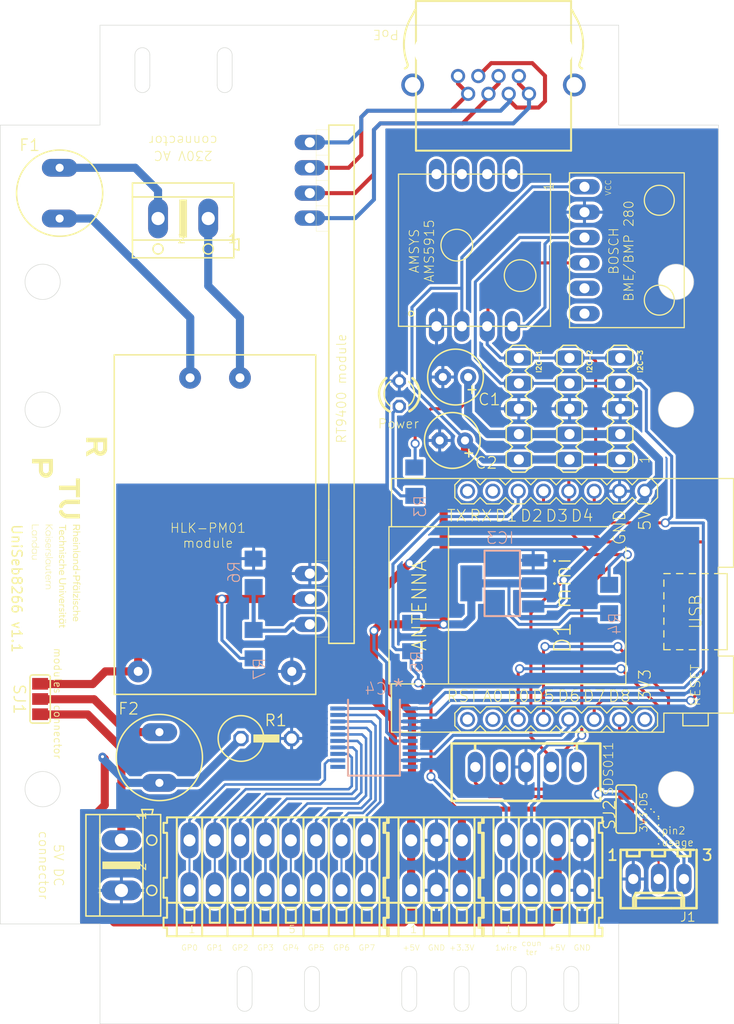
<source format=kicad_pcb>
(kicad_pcb (version 20221018) (generator pcbnew)
  (layers (0 "F.Cu" signal) (31 "B.Cu" signal) (34 "B.Paste" user) (35 "F.Paste" user) (36 "B.SilkS" user "B.Silkscreen") (37 "F.SilkS" user "F.Silkscreen") (38 "B.Mask" user) (39 "F.Mask" user) (44 "Edge.Cuts" user))
  (net 0 "")
  (net 1 "GND")
  (net 2 "+5V")
  (net 3 "Net-(F1-Pad2)")
  (net 4 "Net-(X1B-KL)")
  (net 5 "Net-(F2-Pad1)")
  (net 6 "/SDA")
  (net 7 "+3V3")
  (net 8 "/SCL")
  (net 11 "3V3")
  (net 12 "/ONEWIRE")
  (net 13 "/COUNTER")
  (net 16 "/D0")
  (net 17 "/D5")
  (net 18 "/EXP-INT")
  (net 19 "/SDS_TX")
  (net 20 "/SDS_RX")
  (net 23 "Net-(IC4-GP7)")
  (net 24 "Net-(IC4-GP6)")
  (net 25 "Net-(IC4-GP5)")
  (net 26 "Net-(IC4-GP4)")
  (net 27 "Net-(IC4-GP3)")
  (net 28 "Net-(IC4-GP2)")
  (net 29 "Net-(IC4-GP1)")
  (net 30 "Net-(IC4-GP0)")
  (net 32 "Net-(IC5-VA1)")
  (net 33 "Net-(IC5-VA2)")
  (net 34 "Net-(IC5-VB1)")
  (net 35 "Net-(IC5-VB2)")
  (net 36 "Net-(IC5-+VDC)")
  (net 37 "Net-(IC5-ADJ)")
  (net 42 "Net-(LED1-PadA)")
  (net 43 "Net-(X2A-KL)")
  (net 44 "Net-(X1A-KL)")
  (net 48 "Net-(J1B-S)")
  (footprint "UniSeb8266:6410-03" (layer "F.Cu") (at 178.5 140.5 180)
    (fp_text reference "J1")
    (fp_text value "22-?-0327-2031" hide)
  )
  (footprint "UniSeb8266:TR5" (layer "F.Cu") (at 118.4536 71.8186 -90)
    (fp_text reference "F1")
    (fp_text value "200mA MT")
  )
  (footprint "UniSeb8266:233-503" (layer "F.Cu") (at 156.2361 139.1286)
    (fp_text reference "X3" hide)
    (fp_text value "233-503" hide)
  )
  (footprint "UniSeb8266:HLK-PM01" (layer "F.Cu") (at 123.9311 88.0111 -90)
    (fp_text reference "U$2" hide)
    (fp_text value "HLK-PM01" hide)
  )
  (footprint "UniSeb8266:MA05-1_WON" (layer "F.Cu") (at 169.5711 93.4086 90)
    (fp_text reference "I2C-2")
    (fp_text value "MA05-1_WON" hide)
  )
  (footprint "UniSeb8266:E2,5-6" (layer "F.Cu") (at 157.8236 96.5836 180)
    (fp_text reference "C2")
    (fp_text value "22µF")
  )
  (footprint "UniSeb8266:JST-XH-05-PACKAGE-LONG-PAD" (layer "F.Cu") (at 165.2061 129.2861 180)
    (fp_text reference "X61" hide)
    (fp_text value "JST-XH-05-PIN-LONG-PAD" hide)
  )
  (footprint "UniSeb8266:LED3MM" (layer "F.Cu") (at 152.5061 91.9011 90)
    (fp_text reference "LED1" hide)
    (fp_text value "LED3MM" hide)
  )
  (footprint "UniSeb8266:WEMOS-D1-MINI" (layer "F.Cu") (at 168.8701 113.0936 90)
    (fp_text reference "IC1" hide)
    (fp_text value "WEMOS-D1-MINI")
  )
  (footprint "UniSeb8266:MA05-1_WON" (layer "F.Cu") (at 164.4911 93.4086 90)
    (fp_text reference "I2C-1")
    (fp_text value "MA05-1_WON" hide)
  )
  (footprint "UniSeb8266:RT9400" (layer "F.Cu") (at 146.7111 116.9036)
    (fp_text reference "IC5" hide)
    (fp_text value "RT9400" hide)
  )
  (footprint "UniSeb8266:233-508" (layer "F.Cu") (at 140.3611 139.1286)
    (fp_text reference "X8" hide)
    (fp_text value "233-508")
  )
  (footprint "UniSeb8266:SJ_2" (layer "F.Cu") (at 116.5 122.476 -90)
    (fp_text reference "SJ1")
    (fp_text value "SJ2W")
  )
  (footprint "UniSeb8266:233-504" (layer "F.Cu") (at 167.0311 139.1286)
    (fp_text reference "X5" hide)
    (fp_text value "233-504" hide)
  )
  (footprint "UniSeb8266:P0613V" (layer "F.Cu") (at 139.1711 126.4286)
    (fp_text reference "R1")
    (fp_text value "33/1W")
  )
  (footprint "UniSeb8266:AMS5915" (layer "F.Cu") (at 152.4261 85.1536)
    (fp_text reference "IC6" hide)
    (fp_text value "AMS5915" hide)
  )
  (footprint "UniSeb8266:TR5" (layer "F.Cu") (at 128.4561 128.3336 -90)
    (fp_text reference "F2")
    (fp_text value "500mA T")
  )
  (footprint "UniSeb8266:AK500_2" (layer "F.Cu") (at 124.6461 139.1286 -90)
    (fp_text reference "X2" hide)
    (fp_text value "AK500/2" hide)
  )
  (footprint "UniSeb8266:0446200002" (layer "F.Cu") (at 161.9511 57.5536 180)
    (fp_text reference "X7" hide)
    (fp_text value "0446200002" hide)
  )
  (footprint "UniSeb8266:GY-BME280-3.3" (layer "F.Cu") (at 170.8411 77.5336 -90)
    (fp_text reference "IC2" hide)
    (fp_text value "GY-BME280-3.3" hide)
  )
  (footprint "UniSeb8266:SJ_2" (layer "F.Cu") (at 175.25 133.5 90)
    (fp_text reference "SJ2")
    (fp_text value "SJ2W")
  )
  (footprint "UniSeb8266:AK500_2" (layer "F.Cu") (at 130.8361 74.3586 180)
    (fp_text reference "X1" hide)
    (fp_text value "AK500/2" hide)
  )
  (footprint "UniSeb8266:MA05-1_WON" (layer "F.Cu") (at 174.6511 93.4086 90)
    (fp_text reference "I2C-3")
    (fp_text value "MA05-1_WON" hide)
  )
  (footprint "UniSeb8266:E2,5-6" (layer "F.Cu") (at 158.1411 90.2336 180)
    (fp_text reference "C1")
    (fp_text value "100µF")
  )
  (footprint "UniSeb8266:R1206" (layer "B.Cu") (at 137.9011 116.9836 90)
    (fp_text reference "R7")
    (fp_text value "R-EU_R1206")
  )
  (footprint "UniSeb8266:R1206" (layer "B.Cu") (at 173.5411 112.4586 -90)
    (fp_text reference "R4")
    (fp_text value "10k")
  )
  (footprint "UniSeb8266:SSOP20" (layer "B.Cu") (at 149.9661 126.3486 -90)
    (fp_text reference "IC4")
    (fp_text value "MCP23008SS")
  )
  (footprint "UniSeb8266:R1206" (layer "B.Cu") (at 153.6961 116.2686 90)
    (fp_text reference "R5")
    (fp_text value "4,7k")
  )
  (footprint "UniSeb8266:R1206" (layer "B.Cu") (at 137.9011 109.8386 -90)
    (fp_text reference "R6")
    (fp_text value "R-EU_R1206")
  )
  (footprint "UniSeb8266:R1206" (layer "B.Cu") (at 154.0136 100.7111 90)
    (fp_text reference "R3")
    (fp_text value "390")
  )
  (footprint "UniSeb8266:SOT223" (layer "B.Cu") (at 162.8281 110.8948 -90)
    (fp_text reference "IC3")
    (fp_text value "LM1117IMPX-")
  )
  (gr_poly (pts (xy 117.549693 110.862563) (xy 117.549836 110.862515) (xy 117.549838 110.867447) (xy 117.549677 110.872367) (xy 117.549353 110.87727) (xy 117.548868 110.882154) (xy 117.548221 110.887013) (xy 117.547415 110.891845) (xy 117.54645 110.896644) (xy 117.545328 110.901408) (xy 117.544048 110.906132) (xy 117.542613 110.910813) (xy 117.541023 110.915446) (xy 117.539279 110.920028) (xy 117.537382 110.924554) (xy 117.535334 110.929021) (xy 117.533134 110.933425) (xy 117.530785 110.937762) (xy 117.475064 110.937762) (xy 117.475064 110.934571) (xy 117.477892 110.930336) (xy 117.480543 110.926004) (xy 117.483015 110.921581) (xy 117.485307 110.917072) (xy 117.487416 110.912485) (xy 117.489342 110.907823) (xy 117.491082 110.903093) (xy 117.492635 110.8983) (xy 117.493999 110.89345) (xy 117.495172 110.888548) (xy 117.496154 110.883601) (xy 117.496941 110.878613) (xy 117.497532 110.87359) (xy 117.497926 110.868539) (xy 117.498121 110.863464) (xy 117.498115 110.858372) (xy 117.497898 110.84903) (xy 117.497248 110.839982) (xy 117.496166 110.831228) (xy 117.494655 110.822767) (xy 117.492715 110.8146) (xy 117.490348 110.806727) (xy 117.487555 110.799148) (xy 117.484338 110.791864) (xy 117.480699 110.784874) (xy 117.476639 110.77818) (xy 117.472159 110.771781) (xy 117.467261 110.765677) (xy 117.461947 110.759869) (xy 117.456217 110.754356) (xy 117.450074 110.74914) (xy 117.443519 110.74422) (xy 117.436553 110.739596) (xy 117.429178 110.735269) (xy 117.421395 110.731239) (xy 117.413206 110.727507) (xy 117.395616 110.720934) (xy 117.376419 110.715552) (xy 117.355627 110.711362) (xy 117.333252 110.708368) (xy 117.309307 110.70657) (xy 117.283802 110.705971) (xy 117.051535 110.705971) (xy 117.051535 110.652727) (xy 117.539215 110.652727) (xy 117.539215 110.698732) (xy 117.446061 110.699732) (xy 117.446061 110.701781) (xy 117.458153 110.706951) (xy 117.46965 110.71301) (xy 117.480517 110.719905) (xy 117.490724 110.727586) (xy 117.500236 110.736002) (xy 117.509022 110.745102) (xy 117.517048 110.754836) (xy 117.524281 110.765153) (xy 117.530689 110.776001) (xy 117.53624 110.78733) (xy 117.5409 110.79909) (xy 117.544636 110.811229) (xy 117.547416 110.823697) (xy 117.549208 110.836442) (xy 117.549977 110.849414)) (fill solid) (layer "F.SilkS"))
  (gr_poly (pts (xy 120.299036 106.503398) (xy 120.298765 106.517358) (xy 120.297955 106.530996) (xy 120.296616 106.544304) (xy 120.294755 106.557275) (xy 120.292381 106.5699) (xy 120.289501 106.582172) (xy 120.286124 106.594083) (xy 120.282257 106.605623) (xy 120.277909 106.616787) (xy 120.273088 106.627565) (xy 120.267801 106.63795) (xy 120.262057 106.647933) (xy 120.255864 106.657507) (xy 120.24923 106.666664) (xy 120.242163 106.675396) (xy 120.234671 106.683694) (xy 120.226762 106.691551) (xy 120.218444 106.698959) (xy 120.209726 106.70591) (xy 120.200614 106.712396) (xy 120.191118 106.718409) (xy 120.181246 106.723941) (xy 120.171004 106.728983) (xy 120.160403 106.733529) (xy 120.149449 106.73757) (xy 120.13815 106.741098) (xy 120.126515 106.744105) (xy 120.114552 106.746583) (xy 120.102269 106.748524) (xy 120.089673 106.749921) (xy 120.076774 106.750765) (xy 120.063578 106.751048) (xy 120.014286 106.751048) (xy 120.014286 106.33871) (xy 120.005859 106.340048) (xy 119.997643 106.341738) (xy 119.989643 106.343776) (xy 119.981861 106.346157) (xy 119.974303 106.348877) (xy 119.966971 106.351932) (xy 119.959869 106.355317) (xy 119.953001 106.359029) (xy 119.94637 106.363063) (xy 119.939981 106.367415) (xy 119.933836 106.37208) (xy 119.927939 106.377055) (xy 119.922295 106.382335) (xy 119.916906 106.387915) (xy 119.911776 106.393792) (xy 119.90691 106.399962) (xy 119.90231 106.40642) (xy 119.89798 106.413161) (xy 119.893925 106.420183) (xy 119.890146 106.427479) (xy 119.88665 106.435047) (xy 119.883438 106.442882) (xy 119.877883 106.459335) (xy 119.873512 106.476804) (xy 119.870354 106.495256) (xy 119.868437 106.514657) (xy 119.867792 106.534973) (xy 119.867703 106.547444) (xy 119.86822 106.559853) (xy 119.869336 106.572178) (xy 119.871042 106.584399) (xy 119.873331 106.596497) (xy 119.876196 106.608449) (xy 119.879629 106.620238) (xy 119.883623 106.631841) (xy 119.88817 106.643239) (xy 119.893262 106.654411) (xy 119.898892 106.665337) (xy 119.905053 106.675997) (xy 119.911736 106.68637) (xy 119.918935 106.696437) (xy 119.926641 106.706176) (xy 119.934848 106.715567) (xy 119.934848 106.719758) (xy 119.844551 106.719758) (xy 119.837428 106.709454) (xy 119.830763 106.698894) (xy 119.824559 106.688095) (xy 119.818822 106.67707) (xy 119.813555 106.665836) (xy 119.808763 106.654408) (xy 119.804452 106.642801) (xy 119.800625 106.63103) (xy 119.797288 106.619112) (xy 119.794445 106.607061) (xy 119.7921 106.594892) (xy 119.790259 106.582622) (xy 119.788925 106.570265) (xy 119.788105 106.557837) (xy 119.787802 106.545354) (xy 119.78802 106.53283) (xy 119.788316 106.516863) (xy 119.789199 106.501261) (xy 119.790659 106.486031) (xy 119.792688 106.471184) (xy 119.795275 106.456728) (xy 119.798413 106.442673) (xy 119.802092 106.429029) (xy 119.806304 106.415805) (xy 119.811038 106.40301) (xy 119.816286 106.390654) (xy 119.82204 106.378746) (xy 119.828289 106.367295) (xy 119.835025 106.356312) (xy 119.842239 106.345804) (xy 119.849922 106.335783) (xy 119.858064 106.326257) (xy 119.866658 106.317235) (xy 119.875692 106.308727) (xy 119.88516 106.300742) (xy 119.895051 106.29329) (xy 119.905356 106.28638) (xy 119.916067 106.280022) (xy 119.927174 106.274225) (xy 119.938668 106.268998) (xy 119.950541 106.264351) (xy 119.962783 106.260292) (xy 119.975385 106.256833) (xy 119.988338 106.253981) (xy 120.001633 106.251747) (xy 120.015261 106.250139) (xy 120.029213 106.249168) (xy 120.04348 106.248842) (xy 120.056299 106.2486) (xy 120.06905 106.249026) (xy 120.081711 106.25011) (xy 120.088915 106.251106) (xy 120.088915 106.338711) (xy 120.088915 106.668514) (xy 120.096326 106.667223) (xy 120.103597 106.665592) (xy 120.110719 106.663632) (xy 120.117687 106.66135) (xy 120.124492 106.658756) (xy 120.131126 106.65586) (xy 120.137583 106.65267) (xy 120.143855 106.649196) (xy 120.149935 106.645448) (xy 120.155815 106.641434) (xy 120.161489 106.637163) (xy 120.166947 106.632646) (xy 120.172184 106.62789) (xy 120.177191 106.622907) (xy 120.181962 106.617704) (xy 120.186489 106.612291) (xy 120.190764 106.606677) (xy 120.194781 106.600872) (xy 120.198531 106.594885) (xy 120.202008 106.588724) (xy 120.205203 106.5824) (xy 120.20811 106.575922) (xy 120.210722 106.569298) (xy 120.21303 106.562539) (xy 120.215028 106.555653) (xy 120.216707 106.54865) (xy 120.218061 106.541538) (xy 120.219083 106.534328) (xy 120.219764 106.527028) (xy 120.220098 106.519648) (xy 120.220077 106.512196) (xy 120.219693 106.504683) (xy 120.219777 106.497231) (xy 120.219528 106.489844) (xy 120.218952 106.48253) (xy 120.218056 106.475296) (xy 120.216846 106.468152) (xy 120.215329 106.461106) (xy 120.21351 106.454165) (xy 120.211397 106.447338) (xy 120.208995 106.440632) (xy 120.206312 106.434057) (xy 120.203353 106.427619) (xy 120.200125 106.421328) (xy 120.196634 106.415191) (xy 120.192887 106.409216) (xy 120.18889 106.403412) (xy 120.184649 106.397786) (xy 120.180172 106.392348) (xy 120.175464 106.387104) (xy 120.170531 106.382063) (xy 120.165381 106.377234) (xy 120.160019 106.372624) (xy 120.154452 106.368241) (xy 120.148687 106.364094) (xy 120.142729 106.36019) (xy 120.136586 106.356539) (xy 120.130263 106.353147) (xy 120.123766 106.350023) (xy 120.117104 106.347176) (xy 120.110281 106.344613) (xy 120.103304 106.342342) (xy 120.09618 106.340372) (xy 120.088915 106.338711) (xy 120.088915 106.251106) (xy 120.094257 106.251844) (xy 120.106665 106.254217) (xy 120.11891 106.257222) (xy 120.13097 106.260848) (xy 120.14282 106.265086) (xy 120.154436 106.269928) (xy 120.165796 106.275364) (xy 120.176874 106.281384) (xy 120.187648 106.287981) (xy 120.198093 106.295143) (xy 120.208186 106.302863) (xy 120.217902 106.311132) (xy 120.227219 106.319939) (xy 120.236063 106.329221) (xy 120.244369 106.338906) (xy 120.252129 106.348968) (xy 120.259333 106.359385) (xy 120.265971 106.370133) (xy 120.272035 106.381188) (xy 120.277515 106.392526) (xy 120.282403 106.404123) (xy 120.286688 106.415956) (xy 120.290361 106.428002) (xy 120.293413 106.440235) (xy 120.295835 106.452634) (xy 120.297618 106.465173) (xy 120.298752 106.477829) (xy 120.299228 106.490579)) (fill solid) (layer "F.SilkS"))
  (gr_poly (pts (xy 118.9051 109.81205) (xy 118.904829 109.82601) (xy 118.90402 109.839648) (xy 118.902681 109.852956) (xy 118.900821 109.865927) (xy 118.898448 109.878552) (xy 118.895569 109.890824) (xy 118.892192 109.902734) (xy 118.888326 109.914275) (xy 118.883979 109.925439) (xy 118.879158 109.936217) (xy 118.873872 109.946601) (xy 118.868129 109.956585) (xy 118.861936 109.966159) (xy 118.855302 109.975316) (xy 118.848234 109.984047) (xy 118.840741 109.992345) (xy 118.832831 110.000203) (xy 118.824511 110.007611) (xy 118.81579 110.014561) (xy 118.806676 110.021047) (xy 118.797177 110.02706) (xy 118.7873 110.032592) (xy 118.777054 110.037634) (xy 118.766447 110.04218) (xy 118.755486 110.046221) (xy 118.744181 110.049749) (xy 118.732538 110.052756) (xy 118.720566 110.055234) (xy 118.708273 110.057175) (xy 118.695667 110.058572) (xy 118.682756 110.059415) (xy 118.669547 110.059698) (xy 118.62035 110.059698) (xy 118.620589 109.64722) (xy 118.612161 109.648558) (xy 118.603945 109.650248) (xy 118.595945 109.652285) (xy 118.588164 109.654666) (xy 118.580605 109.657386) (xy 118.573273 109.660441) (xy 118.566171 109.663826) (xy 118.559303 109.667538) (xy 118.552673 109.671572) (xy 118.546283 109.675923) (xy 118.540138 109.680589) (xy 118.534241 109.685563) (xy 118.528597 109.690843) (xy 118.523208 109.696424) (xy 118.518078 109.702301) (xy 118.513212 109.708471) (xy 118.508612 109.714928) (xy 118.504282 109.72167) (xy 118.500227 109.728691) (xy 118.496448 109.735988) (xy 118.492952 109.743556) (xy 118.48974 109.751391) (xy 118.484185 109.767844) (xy 118.479814 109.785313) (xy 118.476656 109.803766) (xy 118.474739 109.823166) (xy 118.474094 109.843482) (xy 118.47399 109.855943) (xy 118.47449 109.868343) (xy 118.475587 109.880659) (xy 118.477274 109.892874) (xy 118.479542 109.904965) (xy 118.482386 109.916914) (xy 118.485796 109.928699) (xy 118.489765 109.940301) (xy 118.494287 109.951699) (xy 118.499353 109.962873) (xy 118.504957 109.973802) (xy 118.51109 109.984467) (xy 118.517745 109.994847) (xy 118.524915 110.004922) (xy 118.532592 110.014671) (xy 118.540769 110.024075) (xy 118.540769 110.028268) (xy 118.450853 110.028268) (xy 118.443721 110.017969) (xy 118.437046 110.007413) (xy 118.430835 109.996616) (xy 118.425091 109.985593) (xy 118.419819 109.974359) (xy 118.415023 109.962931) (xy 118.41071 109.951324) (xy 118.406882 109.939553) (xy 118.403545 109.927633) (xy 118.400704 109.91558) (xy 118.398362 109.90341) (xy 118.396526 109.891138) (xy 118.395199 109.878779) (xy 118.394386 109.86635) (xy 118.394092 109.853864) (xy 118.394322 109.841338) (xy 118.394618 109.825372) (xy 118.395499 109.809769) (xy 118.396958 109.79454) (xy 118.398983 109.779692) (xy 118.401568 109.765236) (xy 118.404702 109.751182) (xy 118.408377 109.737538) (xy 118.412583 109.724313) (xy 118.417312 109.711519) (xy 118.422555 109.699162) (xy 118.428303 109.687254) (xy 118.434546 109.675804) (xy 118.441276 109.66482) (xy 118.448483 109.654313) (xy 118.456159 109.644292) (xy 118.464295 109.634765) (xy 118.472882 109.625743) (xy 118.48191 109.617236) (xy 118.491371 109.609251) (xy 118.501255 109.601799) (xy 118.511554 109.594889) (xy 118.522259 109.588531) (xy 118.533361 109.582734) (xy 118.54485 109.577507) (xy 118.556718 109.57286) (xy 118.568955 109.568802) (xy 118.581554 109.565342) (xy 118.594503 109.562491) (xy 118.607796 109.560256) (xy 118.621422 109.558649) (xy 118.635373 109.557677) (xy 118.64964 109.557351) (xy 118.662459 109.557117) (xy 118.675211 109.55755) (xy 118.687872 109.558641) (xy 118.69474 109.559594) (xy 118.69474 109.647362) (xy 118.69474 109.977213) (xy 118.702149 109.975919) (xy 118.709418 109.974285) (xy 118.716538 109.972321) (xy 118.723504 109.970036) (xy 118.730306 109.96744) (xy 118.736939 109.964542) (xy 118.743394 109.96135) (xy 118.749664 109.957875) (xy 118.755742 109.954126) (xy 118.761621 109.950111) (xy 118.767292 109.94584) (xy 118.77275 109.941322) (xy 118.777985 109.936567) (xy 118.782992 109.931583) (xy 118.787762 109.92638) (xy 118.792288 109.920968) (xy 118.796563 109.915355) (xy 118.800579 109.909551) (xy 118.804329 109.903565) (xy 118.807806 109.897405) (xy 118.811002 109.891083) (xy 118.81391 109.884606) (xy 118.816523 109.877984) (xy 118.818832 109.871226) (xy 118.820832 109.864341) (xy 118.822513 109.857339) (xy 118.82387 109.850229) (xy 118.824894 109.843021) (xy 118.825578 109.835722) (xy 118.825916 109.828344) (xy 118.825898 109.820894) (xy 118.825519 109.813382) (xy 118.825605 109.805928) (xy 118.825358 109.798539) (xy 118.824784 109.791223) (xy 118.82389 109.783988) (xy 118.822681 109.776842) (xy 118.821165 109.769794) (xy 118.819348 109.762851) (xy 118.817235 109.756022) (xy 118.814835 109.749315) (xy 118.812152 109.742737) (xy 118.809193 109.736298) (xy 118.805966 109.730005) (xy 118.802475 109.723866) (xy 118.798728 109.717889) (xy 118.794731 109.712083) (xy 118.790491 109.706456) (xy 118.786013 109.701016) (xy 118.781305 109.69577) (xy 118.776372 109.690728) (xy 118.771221 109.685897) (xy 118.765859 109.681285) (xy 118.760291 109.676901) (xy 118.754525 109.672753) (xy 118.748566 109.668848) (xy 118.742421 109.665195) (xy 118.736097 109.661802) (xy 118.7296 109.658678) (xy 118.722936 109.65583) (xy 118.716111 109.653266) (xy 118.709133 109.650995) (xy 118.702007 109.649024) (xy 118.69474 109.647362) (xy 118.69474 109.559594) (xy 118.700417 109.560381) (xy 118.712824 109.562762) (xy 118.725069 109.565773) (xy 118.737128 109.569405) (xy 118.748976 109.57365) (xy 118.760591 109.578498) (xy 118.771948 109.58394) (xy 118.783024 109.589967) (xy 118.793795 109.596569) (xy 118.804237 109.603737) (xy 118.814327 109.611463) (xy 118.82404 109.619736) (xy 118.833354 109.628548) (xy 118.842194 109.637835) (xy 118.850496 109.647524) (xy 118.858252 109.657591) (xy 118.865451 109.668012) (xy 118.872085 109.678763) (xy 118.878145 109.689821) (xy 118.883621 109.701162) (xy 118.888504 109.712762) (xy 118.892784 109.724598) (xy 118.896453 109.736646) (xy 118.899501 109.748881) (xy 118.901918 109.761281) (xy 118.903696 109.773822) (xy 118.904825 109.78648) (xy 118.905296 109.79923)) (fill solid) (layer "F.SilkS"))
  (gr_poly (pts (xy 117.549645 110.291539) (xy 117.549374 110.305498) (xy 117.548563 110.319136) (xy 117.547223 110.332445) (xy 117.545361 110.345416) (xy 117.542984 110.358041) (xy 117.540102 110.370313) (xy 117.536722 110.382223) (xy 117.532852 110.393764) (xy 117.5285 110.404928) (xy 117.523675 110.415706) (xy 117.518384 110.42609) (xy 117.512636 110.436074) (xy 117.506439 110.445648) (xy 117.499801 110.454805) (xy 117.492729 110.463536) (xy 117.485232 110.471835) (xy 117.477319 110.479692) (xy 117.468997 110.4871) (xy 117.460274 110.494051) (xy 117.451158 110.500537) (xy 117.441658 110.50655) (xy 117.431781 110.512081) (xy 117.421537 110.517124) (xy 117.410931 110.52167) (xy 117.399974 110.525711) (xy 117.388673 110.529239) (xy 117.377035 110.532246) (xy 117.36507 110.534724) (xy 117.352785 110.536665) (xy 117.340188 110.538062) (xy 117.327288 110.538905) (xy 117.314092 110.539189) (xy 117.281659 110.539189) (xy 117.281421 110.09218) (xy 117.270469 110.092992) (xy 117.259778 110.094264) (xy 117.249356 110.09599) (xy 117.239208 110.098163) (xy 117.229338 110.100779) (xy 117.219753 110.10383) (xy 117.210459 110.107312) (xy 117.20146 110.111217) (xy 117.192763 110.11554) (xy 117.184373 110.120275) (xy 117.176296 110.125416) (xy 117.168537 110.130957) (xy 117.161102 110.136893) (xy 117.153997 110.143216) (xy 117.147226 110.149922) (xy 117.140796 110.157003) (xy 117.134713 110.164455) (xy 117.128982 110.172271) (xy 117.123608 110.180445) (xy 117.118597 110.188971) (xy 117.113955 110.197844) (xy 117.109687 110.207057) (xy 117.105799 110.216604) (xy 117.102296 110.22648) (xy 117.099185 110.236678) (xy 117.09647 110.247193) (xy 117.094158 110.258017) (xy 117.092253 110.269147) (xy 117.090762 110.280575) (xy 117.08969 110.292295) (xy 117.089043 110.304302) (xy 117.088826 110.316589) (xy 117.088763 110.329592) (xy 117.089351 110.342523) (xy 117.090581 110.35536) (xy 117.092444 110.36808) (xy 117.094933 110.380662) (xy 117.098037 110.393083) (xy 117.101749 110.405321) (xy 117.10606 110.417353) (xy 117.110962 110.429157) (xy 117.116445 110.44071) (xy 117.122501 110.451991) (xy 117.129121 110.462976) (xy 117.136297 110.473643) (xy 117.14402 110.483971) (xy 117.152282 110.493937) (xy 117.161073 110.503517) (xy 117.161073 110.506707) (xy 117.104732 110.506707) (xy 117.096781 110.49652) (xy 117.08933 110.486021) (xy 117.082383 110.475227) (xy 117.075947 110.464159) (xy 117.070029 110.452834) (xy 117.064634 110.441271) (xy 117.05977 110.429488) (xy 117.055442 110.417505) (xy 117.051656 110.405339) (xy 117.048418 110.39301) (xy 117.045736 110.380536) (xy 117.043615 110.367935) (xy 117.042061 110.355226) (xy 117.041081 110.342428) (xy 117.040681 110.329558) (xy 117.040867 110.316637) (xy 117.041157 110.300862) (xy 117.042022 110.285456) (xy 117.043454 110.270428) (xy 117.045444 110.255788) (xy 117.047986 110.241543) (xy 117.051069 110.227702) (xy 117.054687 110.214274) (xy 117.058831 110.201267) (xy 117.063494 110.188689) (xy 117.068667 110.176551) (xy 117.074342 110.164859) (xy 117.080511 110.153623) (xy 117.087166 110.142852) (xy 117.094298 110.132553) (xy 117.101901 110.122736) (xy 117.109965 110.113409) (xy 117.118483 110.10458) (xy 117.127446 110.096259) (xy 117.136847 110.088454) (xy 117.146677 110.081173) (xy 117.156928 110.074425) (xy 117.167593 110.068219) (xy 117.178663 110.062563) (xy 117.190129 110.057466) (xy 117.201985 110.052936) (xy 117.214221 110.048983) (xy 117.22683 110.045614) (xy 117.239804 110.042838) (xy 117.253135 110.040664) (xy 117.266814 110.039101) (xy 117.280833 110.038156) (xy 117.295185 110.03784) (xy 117.307945 110.037636) (xy 117.320637 110.038094) (xy 117.32776 110.038722) (xy 117.32776 110.092133) (xy 117.32776 110.489897) (xy 117.337022 110.489274) (xy 117.346198 110.488186) (xy 117.355273 110.48664) (xy 117.364229 110.484645) (xy 117.373052 110.482207) (xy 117.381726 110.479333) (xy 117.390235 110.476033) (xy 117.398562 110.472312) (xy 117.406693 110.46818) (xy 117.414612 110.463642) (xy 117.422302 110.458707) (xy 117.429748 110.453383) (xy 117.436933 110.447676) (xy 117.443844 110.441595) (xy 117.450462 110.435147) (xy 117.456773 110.428339) (xy 117.462729 110.421219) (xy 117.46829 110.413839) (xy 117.47345 110.406217) (xy 117.478203 110.398368) (xy 117.482544 110.390309) (xy 117.486468 110.382058) (xy 117.489969 110.37363) (xy 117.493042 110.365042) (xy 117.495681 110.356311) (xy 117.497881 110.347454) (xy 117.499635 110.338487) (xy 117.50094 110.329426) (xy 117.501788 110.320289) (xy 117.502175 110.311092) (xy 117.502096 110.301852) (xy 117.501544 110.292585) (xy 117.501678 110.283052) (xy 117.501354 110.273615) (xy 117.500582 110.264286) (xy 117.499371 110.255076) (xy 117.497732 110.245996) (xy 117.495673 110.237059) (xy 117.493207 110.228276) (xy 117.490341 110.219657) (xy 117.487086 110.211216) (xy 117.483453 110.202962) (xy 117.479451 110.194907) (xy 117.475089 110.187064) (xy 117.470379 110.179443) (xy 117.465329 110.172055) (xy 117.45995 110.164913) (xy 117.454252 110.158028) (xy 117.448244 110.151411) (xy 117.441937 110.145074) (xy 117.43534 110.139028) (xy 117.428464 110.133284) (xy 117.421318 110.127854) (xy 117.413913 110.12275) (xy 117.406258 110.117983) (xy 117.398362 110.113564) (xy 117.390237 110.109505) (xy 117.381892 110.105818) (xy 117.373338 110.102513) (xy 117.364582 110.099603) (xy 117.355637 110.097098) (xy 117.346512 110.095011) (xy 117.337216 110.093352) (xy 117.32776 110.092133) (xy 117.32776 110.038722) (xy 117.333237 110.039205) (xy 117.345721 110.04096) (xy 117.358068 110.043351) (xy 117.370252 110.046367) (xy 117.38225 110.05) (xy 117.394039 110.05424) (xy 117.405596 110.059079) (xy 117.416896 110.064507) (xy 117.427916 110.070515) (xy 117.438634 110.077094) (xy 117.449024 110.084234) (xy 117.459064 110.091928) (xy 117.468731 110.100165) (xy 117.478 110.108936) (xy 117.486799 110.11818) (xy 117.495065 110.127822) (xy 117.502789 110.137839) (xy 117.509961 110.148208) (xy 117.516572 110.158906) (xy 117.522613 110.169908) (xy 117.528075 110.181192) (xy 117.532949 110.192734) (xy 117.537224 110.20451) (xy 117.540893 110.216498) (xy 117.543946 110.228672) (xy 117.546373 110.241012) (xy 117.548166 110.253491) (xy 117.549315 110.266088) (xy 117.549811 110.278778)) (fill solid) (layer "F.SilkS"))
  (gr_poly (pts (xy 118.9051 112.649927) (xy 118.904829 112.663874) (xy 118.90402 112.677501) (xy 118.902681 112.6908) (xy 118.900821 112.703763) (xy 118.898448 112.716382) (xy 118.895569 112.728648) (xy 118.892192 112.740554) (xy 118.888326 112.752092) (xy 118.883979 112.763254) (xy 118.879158 112.774031) (xy 118.873872 112.784416) (xy 118.868129 112.7944) (xy 118.861936 112.803975) (xy 118.855302 112.813134) (xy 118.848234 112.821869) (xy 118.840741 112.83017) (xy 118.832831 112.838031) (xy 118.824511 112.845443) (xy 118.81579 112.852398) (xy 118.806676 112.858888) (xy 118.797177 112.864906) (xy 118.7873 112.870442) (xy 118.777054 112.875489) (xy 118.766447 112.880039) (xy 118.755486 112.884084) (xy 118.744181 112.887616) (xy 118.732538 112.890626) (xy 118.720566 112.893108) (xy 118.708273 112.895051) (xy 118.695667 112.89645) (xy 118.682756 112.897295) (xy 118.669547 112.897578) (xy 118.62035 112.897578) (xy 118.620589 112.485193) (xy 118.612161 112.486544) (xy 118.603945 112.488246) (xy 118.595945 112.490294) (xy 118.588164 112.492684) (xy 118.580605 112.495413) (xy 118.573273 112.498476) (xy 118.566171 112.501868) (xy 118.559303 112.505585) (xy 118.552673 112.509624) (xy 118.546283 112.51398) (xy 118.540138 112.518648) (xy 118.534241 112.523625) (xy 118.528597 112.528906) (xy 118.523208 112.534487) (xy 118.518078 112.540365) (xy 118.513212 112.546533) (xy 118.508612 112.55299) (xy 118.504282 112.559729) (xy 118.500227 112.566748) (xy 118.496448 112.574041) (xy 118.492952 112.581605) (xy 118.48974 112.589435) (xy 118.484185 112.605877) (xy 118.479814 112.623334) (xy 118.476656 112.641772) (xy 118.474739 112.661157) (xy 118.474094 112.681455) (xy 118.473986 112.693917) (xy 118.474483 112.706317) (xy 118.475578 112.718635) (xy 118.477263 112.730851) (xy 118.47953 112.742943) (xy 118.482372 112.754892) (xy 118.485782 112.766678) (xy 118.489751 112.77828) (xy 118.494273 112.789679) (xy 118.49934 112.800853) (xy 118.504945 112.811782) (xy 118.51108 112.822446) (xy 118.517737 112.832826) (xy 118.524909 112.8429) (xy 118.532589 112.852648) (xy 118.540769 112.86205) (xy 118.540769 112.866193) (xy 118.450853 112.866193) (xy 118.443724 112.855902) (xy 118.437053 112.845355) (xy 118.430844 112.834566) (xy 118.425103 112.823552) (xy 118.419832 112.812328) (xy 118.415038 112.800909) (xy 118.410725 112.789311) (xy 118.406898 112.777549) (xy 118.403561 112.765639) (xy 118.400719 112.753595) (xy 118.398376 112.741434) (xy 118.396538 112.729171) (xy 118.395209 112.716822) (xy 118.394393 112.704401) (xy 118.394096 112.691924) (xy 118.394322 112.679408) (xy 118.394618 112.663433) (xy 118.395499 112.647822) (xy 118.396958 112.632585) (xy 118.398983 112.61773) (xy 118.401568 112.603268) (xy 118.404702 112.589207) (xy 118.408377 112.575557) (xy 118.412583 112.562327) (xy 118.417312 112.549528) (xy 118.422555 112.537167) (xy 118.428303 112.525255) (xy 118.434546 112.513801) (xy 118.441276 112.502814) (xy 118.448483 112.492303) (xy 118.456159 112.482279) (xy 118.464295 112.47275) (xy 118.472882 112.463726) (xy 118.48191 112.455216) (xy 118.491371 112.44723) (xy 118.501255 112.439777) (xy 118.511554 112.432866) (xy 118.522259 112.426507) (xy 118.533361 112.420708) (xy 118.54485 112.415481) (xy 118.556718 112.410833) (xy 118.568955 112.406774) (xy 118.581553 112.403314) (xy 118.594503 112.400463) (xy 118.607796 112.398228) (xy 118.621422 112.396621) (xy 118.635373 112.395649) (xy 118.649639 112.395323) (xy 118.662454 112.395094) (xy 118.675201 112.395532) (xy 118.687857 112.396628) (xy 118.69474 112.397585) (xy 118.69474 112.485097) (xy 118.69474 112.815092) (xy 118.702151 112.813791) (xy 118.709421 112.812151) (xy 118.716543 112.810181) (xy 118.72351 112.80789) (xy 118.730314 112.805289) (xy 118.736947 112.802385) (xy 118.743403 112.799188) (xy 118.749674 112.795707) (xy 118.755753 112.791953) (xy 118.761631 112.787933) (xy 118.767303 112.783657) (xy 118.772761 112.779134) (xy 118.777996 112.774374) (xy 118.783003 112.769386) (xy 118.787772 112.764179) (xy 118.792298 112.758762) (xy 118.796573 112.753145) (xy 118.800589 112.747336) (xy 118.804338 112.741346) (xy 118.807815 112.735183) (xy 118.81101 112.728856) (xy 118.813918 112.722375) (xy 118.816529 112.71575) (xy 118.818838 112.708988) (xy 118.820837 112.7021) (xy 118.822518 112.695095) (xy 118.823873 112.687982) (xy 118.824897 112.68077) (xy 118.82558 112.673468) (xy 118.825917 112.666086) (xy 118.825899 112.658634) (xy 118.825519 112.651119) (xy 118.825519 112.651118) (xy 118.825602 112.643665) (xy 118.825351 112.636277) (xy 118.824774 112.628962) (xy 118.823877 112.621729) (xy 118.822667 112.614584) (xy 118.821148 112.607537) (xy 118.819329 112.600596) (xy 118.817215 112.593768) (xy 118.814813 112.587062) (xy 118.81213 112.580485) (xy 118.80917 112.574047) (xy 118.805942 112.567755) (xy 118.802451 112.561616) (xy 118.798704 112.555641) (xy 118.794708 112.549836) (xy 118.790468 112.544209) (xy 118.78599 112.538769) (xy 118.781282 112.533524) (xy 118.77635 112.528482) (xy 118.771201 112.52365) (xy 118.765839 112.519039) (xy 118.760273 112.514654) (xy 118.754508 112.510505) (xy 118.748551 112.506599) (xy 118.742408 112.502945) (xy 118.736085 112.499551) (xy 118.72959 112.496425) (xy 118.722928 112.493575) (xy 118.716105 112.491009) (xy 118.709129 112.488735) (xy 118.702005 112.486761) (xy 118.69474 112.485097) (xy 118.69474 112.397585) (xy 118.700397 112.398372) (xy 118.712799 112.400755) (xy 118.725039 112.403768) (xy 118.737092 112.407401) (xy 118.748936 112.411647) (xy 118.760546 112.416494) (xy 118.771899 112.421935) (xy 118.782971 112.42796) (xy 118.793738 112.43456) (xy 118.804177 112.441725) (xy 118.814263 112.449447) (xy 118.823974 112.457716) (xy 118.833285 112.466523) (xy 118.842124 112.475804) (xy 118.850425 112.485487) (xy 118.858181 112.495548) (xy 118.865381 112.505962) (xy 118.872017 112.516707) (xy 118.878079 112.527759) (xy 118.883558 112.539093) (xy 118.888445 112.550687) (xy 118.89273 112.562516) (xy 118.896404 112.574557) (xy 118.899458 112.586786) (xy 118.901882 112.59918) (xy 118.903668 112.611715) (xy 118.904806 112.624367) (xy 118.905286 112.637112)) (fill solid) (layer "F.SilkS"))
  (gr_poly (pts (xy 117.264943 109.163921) (xy 117.254772 109.164101) (xy 117.244862 109.164638) (xy 117.235217 109.165527) (xy 117.225841 109.166765) (xy 117.216738 109.168348) (xy 117.207913 109.170272) (xy 117.199369 109.172532) (xy 117.19111 109.175125) (xy 117.183141 109.178047) (xy 117.175465 109.181293) (xy 117.168087 109.184861) (xy 117.161011 109.188745) (xy 117.15424 109.192941) (xy 117.147779 109.197446) (xy 117.141631 109.202256) (xy 117.135802 109.207367) (xy 117.130294 109.212774) (xy 117.125113 109.218474) (xy 117.120261 109.224462) (xy 117.115743 109.230735) (xy 117.111564 109.237289) (xy 117.107727 109.244119) (xy 117.104235 109.251222) (xy 117.101095 109.258593) (xy 117.098308 109.266229) (xy 117.09588 109.274126) (xy 117.093814 109.282279) (xy 117.092115 109.290684) (xy 117.090786 109.299338) (xy 117.089832 109.308237) (xy 117.089257 109.317376) (xy 117.089064 109.326751) (xy 117.08929 109.336818) (xy 117.089965 109.346647) (xy 117.091082 109.356232) (xy 117.092637 109.365569) (xy 117.094622 109.374652) (xy 117.097033 109.383475) (xy 117.099863 109.392033) (xy 117.103107 109.400322) (xy 117.10676 109.408334) (xy 117.110814 109.416066) (xy 117.115264 109.423512) (xy 117.120106 109.430666) (xy 117.125332 109.437523) (xy 117.130937 109.444079) (xy 117.136915 109.450326) (xy 117.143261 109.456261) (xy 117.149968 109.461877) (xy 117.157032 109.46717) (xy 117.164445 109.472134) (xy 117.172203 109.476763) (xy 117.180299 109.481053) (xy 117.188728 109.484998) (xy 117.197484 109.488593) (xy 117.20656 109.491832) (xy 117.215953 109.49471) (xy 117.225654 109.497221) (xy 117.23566 109.499361) (xy 117.245963 109.501124) (xy 117.256559 109.502504) (xy 117.267441 109.503497) (xy 117.278604 109.504096) (xy 117.290041 109.504297) (xy 117.539168 109.504297) (xy 117.539168 109.557732) (xy 117.05144 109.557732) (xy 117.051535 109.510488) (xy 117.149547 109.509488) (xy 117.149547 109.507439) (xy 117.136506 109.50032) (xy 117.12416 109.492328) (xy 117.112537 109.483514) (xy 117.101669 109.473929) (xy 117.091583 109.463623) (xy 117.082309 109.452649) (xy 117.073876 109.441057) (xy 117.066315 109.428899) (xy 117.059653 109.416225) (xy 117.05392 109.403087) (xy 117.049146 109.389535) (xy 117.045359 109.375621) (xy 117.04259 109.361397) (xy 117.040867 109.346912) (xy 117.040219 109.332219) (xy 117.040677 109.317369) (xy 117.040919 109.305479) (xy 117.041642 109.293888) (xy 117.04284 109.282601) (xy 117.044508 109.271623) (xy 117.04664 109.26096) (xy 117.04923 109.250615) (xy 117.052275 109.240595) (xy 117.055767 109.230905) (xy 117.059701 109.22155) (xy 117.064073 109.212535) (xy 117.068876 109.203865) (xy 117.074105 109.195545) (xy 117.079754 109.187581) (xy 117.085819 109.179977) (xy 117.092294 109.172739) (xy 117.099172 109.165873) (xy 117.10645 109.159382) (xy 117.114121 109.153273) (xy 117.122179 109.14755) (xy 117.13062 109.142219) (xy 117.139438 109.137285) (xy 117.148628 109.132753) (xy 117.158183 109.128628) (xy 117.168099 109.124915) (xy 117.17837 109.121619) (xy 117.188991 109.118747) (xy 117.199956 109.116302) (xy 117.211259 109.11429) (xy 117.222896 109.112716) (xy 117.234861 109.111585) (xy 117.247148 109.110903) (xy 117.259752 109.110675) (xy 117.539168 109.110675) (xy 117.539168 109.163921)) (fill solid) (layer "F.SilkS"))
  (gr_poly (pts (xy 120.299036 107.33674) (xy 120.298798 107.348256) (xy 120.298087 107.359485) (xy 120.296909 107.370421) (xy 120.295269 107.381059) (xy 120.293172 107.391395) (xy 120.290624 107.401423) (xy 120.28763 107.411138) (xy 120.284196 107.420536) (xy 120.280326 107.429609) (xy 120.276026 107.438355) (xy 120.271302 107.446767) (xy 120.266159 107.45484) (xy 120.260601 107.46257) (xy 120.254635 107.469951) (xy 120.248266 107.476978) (xy 120.241499 107.483645) (xy 120.23434 107.489949) (xy 120.226793 107.495882) (xy 120.218865 107.501442) (xy 120.21056 107.506621) (xy 120.201884 107.511416) (xy 120.192843 107.515821) (xy 120.183441 107.51983) (xy 120.173684 107.52344) (xy 120.163577 107.526644) (xy 120.153125 107.529437) (xy 120.142335 107.531815) (xy 120.131211 107.533772) (xy 120.119759 107.535303) (xy 120.107984 107.536403) (xy 120.095891 107.537067) (xy 120.083485 107.537289) (xy 119.798736 107.537289) (xy 119.798736 107.448516) (xy 120.073198 107.448516) (xy 120.081727 107.44837) (xy 120.09003 107.447932) (xy 120.098106 107.447207) (xy 120.105951 107.446198) (xy 120.113563 107.444908) (xy 120.120938 107.44334) (xy 120.128073 107.441498) (xy 120.134966 107.439384) (xy 120.141613 107.437003) (xy 120.14801 107.434356) (xy 120.154156 107.431449) (xy 120.160048 107.428284) (xy 120.165681 107.424863) (xy 120.171053 107.421192) (xy 120.176162 107.417272) (xy 120.181004 107.413107) (xy 120.185575 107.4087) (xy 120.189874 107.404056) (xy 120.193896 107.399175) (xy 120.19764 107.394064) (xy 120.201101 107.388723) (xy 120.204277 107.383158) (xy 120.207165 107.37737) (xy 120.209762 107.371364) (xy 120.212065 107.365142) (xy 120.214071 107.358708) (xy 120.215776 107.352065) (xy 120.217178 107.345217) (xy 120.218274 107.338166) (xy 120.21906 107.330916) (xy 120.219534 107.323471) (xy 120.219693 107.315833) (xy 120.219509 107.307434) (xy 120.21896 107.29925) (xy 120.218051 107.291286) (xy 120.216785 107.283543) (xy 120.215166 107.276026) (xy 120.213199 107.268738) (xy 120.210887 107.261682) (xy 120.208235 107.254862) (xy 120.205246 107.24828) (xy 120.201925 107.241941) (xy 120.198275 107.235848) (xy 120.194302 107.230003) (xy 120.190008 107.224411) (xy 120.185398 107.219075) (xy 120.180477 107.213998) (xy 120.175247 107.209183) (xy 120.169713 107.204634) (xy 120.16388 107.200354) (xy 120.157751 107.196346) (xy 120.15133 107.192615) (xy 120.144621 107.189162) (xy 120.137629 107.185993) (xy 120.130357 107.183109) (xy 120.12281 107.180514) (xy 120.114992 107.178213) (xy 120.106906 107.176207) (xy 120.098557 107.1745) (xy 120.089949 107.173097) (xy 120.081085 107.171999) (xy 120.071971 107.171211) (xy 120.053005 107.170576) (xy 119.798736 107.170576) (xy 119.798736 107.082042) (xy 120.288511 107.082042) (xy 120.288511 107.157146) (xy 120.211073 107.159337) (xy 120.211073 107.161384) (xy 120.22188 107.168829) (xy 120.232071 107.176924) (xy 120.241625 107.18563) (xy 120.250523 107.194909) (xy 120.258746 107.204721) (xy 120.266274 107.215027) (xy 120.273087 107.225789) (xy 120.279166 107.236967) (xy 120.284491 107.248524) (xy 120.289044 107.26042) (xy 120.292804 107.272616) (xy 120.295753 107.285074) (xy 120.297869 107.297754) (xy 120.299135 107.310617) (xy 120.299531 107.323626)) (fill solid) (layer "F.SilkS"))
  (gr_poly (pts (xy 120.299014 108.129706) (xy 120.297703 108.14331) (xy 120.295549 108.156739) (xy 120.292569 108.169959) (xy 120.28878 108.182931) (xy 120.2842 108.19562) (xy 120.278844 108.207989) (xy 120.272731 108.220001) (xy 120.265878 108.231621) (xy 120.258301 108.242812) (xy 120.250018 108.253536) (xy 120.241046 108.263759) (xy 120.231402 108.273443) (xy 120.221104 108.282552) (xy 120.210168 108.291049) (xy 120.210168 108.293193) (xy 120.288511 108.296288) (xy 120.288511 108.371537) (xy 119.798974 108.371537) (xy 119.798545 108.296242) (xy 119.875984 108.293193) (xy 119.875983 108.291051) (xy 119.865172 108.282471) (xy 119.854992 108.273296) (xy 119.84546 108.26356) (xy 119.836592 108.2533) (xy 119.828406 108.242549) (xy 119.820917 108.231345) (xy 119.814142 108.219722) (xy 119.808098 108.207715) (xy 119.8028 108.195361) (xy 119.798266 108.182695) (xy 119.794512 108.169751) (xy 119.791555 108.156567) (xy 119.78941 108.143176) (xy 119.788095 108.129614) (xy 119.787626 108.115918) (xy 119.78802 108.102122) (xy 119.788163 108.089583) (xy 119.788951 108.077128) (xy 119.790376 108.06478) (xy 119.792428 108.052562) (xy 119.795097 108.040495) (xy 119.798374 108.028603) (xy 119.80225 108.016909) (xy 119.806714 108.005434) (xy 119.811758 107.994202) (xy 119.817371 107.983236) (xy 119.823546 107.972557) (xy 119.830271 107.962189) (xy 119.837537 107.952154) (xy 119.845336 107.942475) (xy 119.853657 107.933174) (xy 119.862491 107.924275) (xy 119.871775 107.915846) (xy 119.881438 107.907948) (xy 119.891454 107.900588) (xy 119.901803 107.893776) (xy 119.912461 107.88752) (xy 119.923404 107.881828) (xy 119.93461 107.876708) (xy 119.946056 107.87217) (xy 119.957718 107.868222) (xy 119.969574 107.864872) (xy 119.9816 107.862128) (xy 119.993773 107.859999) (xy 120.006071 107.858494) (xy 120.01847 107.857621) (xy 120.030948 107.857388) (xy 120.034811 107.857517) (xy 120.034811 107.947143) (xy 120.026179 107.947258) (xy 120.017599 107.947822) (xy 120.009089 107.948829) (xy 120.000664 107.950273) (xy 119.992342 107.952148) (xy 119.984138 107.954448) (xy 119.976069 107.957167) (xy 119.968152 107.960299) (xy 119.960401 107.963839) (xy 119.952835 107.967779) (xy 119.945469 107.972115) (xy 119.93832 107.97684) (xy 119.931404 107.981948) (xy 119.924737 107.987433) (xy 119.918336 107.99329) (xy 119.912252 107.999475) (xy 119.906529 108.005938) (xy 119.901174 108.012665) (xy 119.896193 108.019639) (xy 119.891594 108.026843) (xy 119.887382 108.034262) (xy 119.883564 108.041879) (xy 119.880147 108.049678) (xy 119.877138 108.057643) (xy 119.874542 108.065759) (xy 119.872367 108.074008) (xy 119.870619 108.082374) (xy 119.869305 108.090843) (xy 119.868431 108.099396) (xy 119.868004 108.108019) (xy 119.86803 108.116695) (xy 119.867601 108.116456) (xy 119.867608 108.125135) (xy 119.868067 108.133759) (xy 119.868972 108.142313) (xy 119.870315 108.15078) (xy 119.87209 108.159144) (xy 119.874291 108.16739) (xy 119.876911 108.175501) (xy 119.879944 108.183462) (xy 119.883382 108.191255) (xy 119.887219 108.198866) (xy 119.89145 108.206278) (xy 119.896066 108.213476) (xy 119.901062 108.220442) (xy 119.906431 108.227162) (xy 119.912166 108.233619) (xy 119.918261 108.239797) (xy 119.924672 108.245647) (xy 119.931347 108.251127) (xy 119.938271 108.25623) (xy 119.945427 108.260952) (xy 119.952798 108.265285) (xy 119.96037 108.269223) (xy 119.968124 108.272762) (xy 119.976046 108.275894) (xy 119.984118 108.278615) (xy 119.992325 108.280917) (xy 120.00065 108.282796) (xy 120.009078 108.284244) (xy 120.01759 108.285257) (xy 120.026173 108.285828) (xy 120.034808 108.285951) (xy 120.04348 108.285621) (xy 120.049334 108.28583) (xy 120.055163 108.285839) (xy 120.060965 108.285647) (xy 120.066734 108.285259) (xy 120.072467 108.284677) (xy 120.078159 108.283901) (xy 120.083806 108.282936) (xy 120.089403 108.281783) (xy 120.094946 108.280445) (xy 120.100431 108.278923) (xy 120.105854 108.277221) (xy 120.111209 108.27534) (xy 120.116493 108.273283) (xy 120.121701 108.271052) (xy 120.12683 108.268649) (xy 120.131874 108.266077) (xy 120.136829 108.263338) (xy 120.141691 108.260435) (xy 120.146456 108.257369) (xy 120.151119 108.254143) (xy 120.155676 108.250759) (xy 120.160123 108.24722) (xy 120.164455 108.243527) (xy 120.168668 108.239684) (xy 120.172757 108.235692) (xy 120.176719 108.231554) (xy 120.180548 108.227272) (xy 120.184241 108.222849) (xy 120.187794 108.218286) (xy 120.191201 108.213586) (xy 120.194458 108.208752) (xy 120.197562 108.203785) (xy 120.203234 108.193569) (xy 120.208151 108.183078) (xy 120.21231 108.172351) (xy 120.215714 108.161427) (xy 120.218361 108.150346) (xy 120.220252 108.139147) (xy 120.221386 108.127869) (xy 120.221765 108.116551) (xy 120.221386 108.105234) (xy 120.220252 108.093956) (xy 120.218361 108.082757) (xy 120.215714 108.071676) (xy 120.21231 108.060752) (xy 120.208151 108.050025) (xy 120.203234 108.039534) (xy 120.197562 108.029318) (xy 120.191201 108.019517) (xy 120.184241 108.010254) (xy 120.176719 108.001549) (xy 120.168668 107.993419) (xy 120.160123 107.985883) (xy 120.151119 107.978961) (xy 120.141691 107.972669) (xy 120.131874 107.967026) (xy 120.121701 107.962052) (xy 120.111209 107.957764) (xy 120.100431 107.954181) (xy 120.089403 107.951321) (xy 120.078159 107.949203) (xy 120.066734 107.947845) (xy 120.055163 107.947266) (xy 120.04348 107.947483) (xy 120.034811 107.947143) (xy 120.034811 107.857517) (xy 120.04348 107.857805) (xy 120.056018 107.857378) (xy 120.0685 107.857602) (xy 120.080905 107.858466) (xy 120.093208 107.859963) (xy 120.105388 107.862085) (xy 120.11742 107.864823) (xy 120.129282 107.868167) (xy 120.14095 107.872111) (xy 120.152402 107.876646) (xy 120.163615 107.881762) (xy 120.174564 107.887451) (xy 120.185228 107.893706) (xy 120.195583 107.900518) (xy 120.205606 107.907877) (xy 120.215274 107.915776) (xy 120.224564 107.924206) (xy 120.233403 107.933107) (xy 120.241728 107.94241) (xy 120.249531 107.952092) (xy 120.2568 107.96213) (xy 120.263528 107.972502) (xy 120.269704 107.983185) (xy 120.275319 107.994156) (xy 120.280364 108.005393) (xy 120.284828 108.016872) (xy 120.288703 108.028572) (xy 120.291978 108.040469) (xy 120.294645 108.052541) (xy 120.296694 108.064765) (xy 120.298115 108.077118) (xy 120.298899 108.089578) (xy 120.299036 108.102122) (xy 120.299464 108.115964)) (fill solid) (layer "F.SilkS"))
  (gr_poly (pts (xy 119.107078 111.742861) (xy 119.107129 111.745804) (xy 119.107027 111.748732) (xy 119.106773 111.751639) (xy 119.106369 111.754519) (xy 119.105817 111.757367) (xy 119.105121 111.760177) (xy 119.10428 111.762944) (xy 119.103299 111.765662) (xy 119.102179 111.768326) (xy 119.100922 111.77093) (xy 119.099531 111.773468) (xy 119.098007 111.775936) (xy 119.096352 111.778328) (xy 119.09457 111.780638) (xy 119.092661 111.782861) (xy 119.090628 111.784991) (xy 119.088487 111.787012) (xy 119.086253 111.788908) (xy 119.083933 111.790678) (xy 119.081532 111.792319) (xy 119.079055 111.793829) (xy 119.076508 111.795206) (xy 119.073897 111.796448) (xy 119.071227 111.797553) (xy 119.068503 111.798519) (xy 119.065732 111.799344) (xy 119.062918 111.800025) (xy 119.060067 111.80056) (xy 119.057184 111.800948) (xy 119.054276 111.801186) (xy 119.051348 111.801271) (xy 119.048404 111.801203) (xy 119.046447 111.801175) (xy 119.044501 111.801082) (xy 119.042566 111.800925) (xy 119.040645 111.800705) (xy 119.038738 111.800422) (xy 119.036847 111.800078) (xy 119.034973 111.799672) (xy 119.033118 111.799207) (xy 119.031283 111.798682) (xy 119.029469 111.798099) (xy 119.027677 111.797458) (xy 119.02591 111.79676) (xy 119.024167 111.796005) (xy 119.022452 111.795195) (xy 119.020764 111.79433) (xy 119.019105 111.793412) (xy 119.017478 111.79244) (xy 119.015882 111.791415) (xy 119.014319 111.790339) (xy 119.012791 111.789212) (xy 119.011299 111.788035) (xy 119.009844 111.786809) (xy 119.008428 111.785534) (xy 119.007052 111.784211) (xy 119.005717 111.782841) (xy 119.004425 111.781425) (xy 119.003177 111.779963) (xy 119.001975 111.778457) (xy 119.000819 111.776906) (xy 118.99971 111.775312) (xy 118.998652 111.773676) (xy 118.997644 111.771999) (xy 118.995802 111.768555) (xy 118.994206 111.765025) (xy 118.992856 111.76142) (xy 118.991751 111.757754) (xy 118.990891 111.754039) (xy 118.990277 111.750286) (xy 118.989909 111.746508) (xy 118.989786 111.742719) (xy 118.989909 111.738929) (xy 118.990277 111.735151) (xy 118.990891 111.731398) (xy 118.991751 111.727683) (xy 118.992856 111.724016) (xy 118.994206 111.720412) (xy 118.995802 111.716881) (xy 118.997644 111.713437) (xy 118.99971 111.710124) (xy 119.001975 111.70698) (xy 119.004425 111.704012) (xy 119.007052 111.701226) (xy 119.009844 111.698628) (xy 119.012791 111.696225) (xy 119.015882 111.694022) (xy 119.019105 111.692025) (xy 119.022452 111.690242) (xy 119.025909 111.688677) (xy 119.029468 111.687338) (xy 119.033118 111.68623) (xy 119.036847 111.685359) (xy 119.040644 111.684733) (xy 119.0445 111.684355) (xy 119.048404 111.684234) (xy 119.051355 111.684171) (xy 119.054292 111.684262) (xy 119.057207 111.684506) (xy 119.060097 111.6849) (xy 119.062954 111.685442) (xy 119.065774 111.68613) (xy 119.068552 111.686962) (xy 119.071281 111.687935) (xy 119.073956 111.689049) (xy 119.076571 111.6903) (xy 119.079122 111.691686) (xy 119.081602 111.693205) (xy 119.084006 111.694856) (xy 119.086328 111.696635) (xy 119.088563 111.698541) (xy 119.090706 111.700572) (xy 119.092739 111.702714) (xy 119.094647 111.704947) (xy 119.096428 111.707268) (xy 119.098081 111.709671) (xy 119.099602 111.71215) (xy 119.10099 111.714699) (xy 119.102243 111.717314) (xy 119.103359 111.719988) (xy 119.104335 111.722716) (xy 119.105169 111.725492) (xy 119.105859 111.728312) (xy 119.106404 111.731169) (xy 119.1068 111.734058) (xy 119.107046 111.736974) (xy 119.107078 111.737981) (xy 119.107078 111.74286) (xy 119.107078 111.742862) (xy 119.107078 111.742861) (xy 119.107078 111.74286) (xy 119.107078 111.737981) (xy 119.107139 111.73991)) (fill solid) (layer "F.SilkS"))
  (gr_poly (pts (xy 119.798974 109.572019) (xy 119.798545 109.497009) (xy 119.875984 109.493819) (xy 119.875984 109.491675) (xy 119.865163 109.483103) (xy 119.854976 109.473933) (xy 119.845437 109.464201) (xy 119.836563 109.453943) (xy 119.828372 109.443195) (xy 119.820879 109.431991) (xy 119.814102 109.420368) (xy 119.808056 109.408361) (xy 119.802759 109.396005) (xy 119.798226 109.383336) (xy 119.794475 109.370391) (xy 119.791522 109.357203) (xy 119.789383 109.34381) (xy 119.788076 109.330245) (xy 119.787616 109.316546) (xy 119.78802 109.302747) (xy 119.788163 109.290209) (xy 119.788951 109.277754) (xy 119.790376 109.265406) (xy 119.792428 109.253188) (xy 119.795097 109.241121) (xy 119.798374 109.229229) (xy 119.80225 109.217535) (xy 119.806714 109.20606) (xy 119.811758 109.194828) (xy 119.817371 109.183861) (xy 119.823546 109.173183) (xy 119.830271 109.162814) (xy 119.837537 109.152779) (xy 119.845336 109.1431) (xy 119.853657 109.1338) (xy 119.862491 109.124901) (xy 119.871775 109.116472) (xy 119.881438 109.108574) (xy 119.891454 109.101215) (xy 119.901803 109.094403) (xy 119.912461 109.088146) (xy 119.923404 109.082454) (xy 119.93461 109.077335) (xy 119.946056 109.072797) (xy 119.957718 109.068848) (xy 119.969574 109.065498) (xy 119.9816 109.062754) (xy 119.993773 109.060626) (xy 120.006071 109.059121) (xy 120.01847 109.058248) (xy 120.030948 109.058015) (xy 120.034821 109.058144) (xy 120.034821 109.147956) (xy 120.026197 109.148066) (xy 120.017627 109.148623) (xy 120.009125 109.149623) (xy 120.000709 109.15106) (xy 119.992394 109.152927) (xy 119.984197 109.155218) (xy 119.976135 109.157928) (xy 119.968223 109.161051) (xy 119.960478 109.16458) (xy 119.952916 109.16851) (xy 119.945554 109.172835) (xy 119.938409 109.177548) (xy 119.931495 109.182644) (xy 119.92483 109.188117) (xy 119.91843 109.193961) (xy 119.912346 109.200133) (xy 119.906623 109.206584) (xy 119.901267 109.213298) (xy 119.896284 109.220259) (xy 119.891682 109.227451) (xy 119.887466 109.234857) (xy 119.883643 109.242461) (xy 119.880221 109.250248) (xy 119.877205 109.258202) (xy 119.874602 109.266305) (xy 119.872419 109.274543) (xy 119.870663 109.282898) (xy 119.869339 109.291356) (xy 119.868454 109.299899) (xy 119.868016 109.308511) (xy 119.86803 109.317178) (xy 119.867601 109.317273) (xy 119.867608 109.325951) (xy 119.868067 109.334576) (xy 119.868972 109.343129) (xy 119.870315 109.351596) (xy 119.87209 109.359961) (xy 119.874291 109.368206) (xy 119.876911 109.376317) (xy 119.879944 109.384278) (xy 119.883382 109.392072) (xy 119.887219 109.399683) (xy 119.89145 109.407095) (xy 119.896066 109.414293) (xy 119.901062 109.421259) (xy 119.906431 109.427979) (xy 119.912166 109.434436) (xy 119.918261 109.440615) (xy 119.924672 109.446465) (xy 119.931347 109.451944) (xy 119.938271 109.457047) (xy 119.945427 109.461769) (xy 119.952798 109.466101) (xy 119.96037 109.47004) (xy 119.968124 109.473579) (xy 119.976046 109.476711) (xy 119.984118 109.479432) (xy 119.992325 109.481734) (xy 120.00065 109.483613) (xy 120.009077 109.485061) (xy 120.01759 109.486074) (xy 120.026172 109.486645) (xy 120.034808 109.486768) (xy 120.04348 109.486437) (xy 120.049287 109.486577) (xy 120.055069 109.486518) (xy 120.060821 109.486263) (xy 120.06654 109.485815) (xy 120.07222 109.485176) (xy 120.077859 109.484347) (xy 120.083451 109.483332) (xy 120.088992 109.482133) (xy 120.094478 109.480751) (xy 120.099906 109.47919) (xy 120.10527 109.477451) (xy 120.110566 109.475536) (xy 120.115791 109.473449) (xy 120.12094 109.471191) (xy 120.126009 109.468765) (xy 120.130993 109.466173) (xy 120.135888 109.463417) (xy 120.140691 109.460499) (xy 120.145396 109.457422) (xy 120.15 109.454188) (xy 120.154498 109.4508) (xy 120.158887 109.447259) (xy 120.163161 109.443568) (xy 120.167318 109.439729) (xy 120.171351 109.435745) (xy 120.175258 109.431618) (xy 120.179034 109.427349) (xy 120.182675 109.422942) (xy 120.186177 109.418399) (xy 120.189534 109.413722) (xy 120.192744 109.408913) (xy 120.195802 109.403974) (xy 120.20139 109.393821) (xy 120.206233 109.3834) (xy 120.210331 109.372747) (xy 120.213684 109.361902) (xy 120.216292 109.350903) (xy 120.218155 109.339789) (xy 120.219273 109.328598) (xy 120.219645 109.317369) (xy 120.219273 109.306139) (xy 120.218155 109.294948) (xy 120.216292 109.283834) (xy 120.213684 109.272835) (xy 120.210331 109.26199) (xy 120.206233 109.251337) (xy 120.20139 109.240915) (xy 120.195802 109.230762) (xy 120.189534 109.221015) (xy 120.182675 109.211794) (xy 120.175258 109.203119) (xy 120.167318 109.195008) (xy 120.158887 109.187478) (xy 120.15 109.180549) (xy 120.140691 109.174238) (xy 120.130993 109.168564) (xy 120.12094 109.163546) (xy 120.110567 109.159201) (xy 120.099906 109.155548) (xy 120.088992 109.152605) (xy 120.077859 109.15039) (xy 120.06654 109.148923) (xy 120.055069 109.14822) (xy 120.04348 109.148302) (xy 120.034821 109.147956) (xy 120.034821 109.058144) (xy 120.04348 109.058432) (xy 120.056018 109.058005) (xy 120.0685 109.058228) (xy 120.080905 109.059093) (xy 120.093208 109.06059) (xy 120.105388 109.062712) (xy 120.11742 109.065449) (xy 120.129282 109.068794) (xy 120.14095 109.072738) (xy 120.152402 109.077272) (xy 120.163615 109.082388) (xy 120.174564 109.088078) (xy 120.185228 109.094333) (xy 120.195583 109.101144) (xy 120.205606 109.108503) (xy 120.215274 109.116402) (xy 120.224564 109.124832) (xy 120.233403 109.133733) (xy 120.241728 109.143036) (xy 120.249531 109.152718) (xy 120.2568 109.162757) (xy 120.263528 109.173129) (xy 120.269704 109.183812) (xy 120.275319 109.194783) (xy 120.280364 109.20602) (xy 120.284828 109.217499) (xy 120.288703 109.229199) (xy 120.291978 109.241096) (xy 120.294645 109.253167) (xy 120.296694 109.265391) (xy 120.298115 109.277744) (xy 120.298899 109.290204) (xy 120.299036 109.302747) (xy 120.299414 109.315424) (xy 120.299069 109.328029) (xy 120.298013 109.340532) (xy 120.296257 109.352907) (xy 120.293812 109.365125) (xy 120.290691 109.37716) (xy 120.286904 109.388983) (xy 120.282464 109.400567) (xy 120.277381 109.411884) (xy 120.271668 109.422906) (xy 120.265335 109.433605) (xy 120.258395 109.443954) (xy 120.250859 109.453925) (xy 120.242738 109.463491) (xy 120.234044 109.472623) (xy 120.224789 109.481294) (xy 120.224789 109.483342) (xy 120.531446 109.483342) (xy 120.531446 109.572019)) (fill solid) (layer "F.SilkS"))
  (gr_poly (pts (xy 120.299039 111.346319) (xy 120.297738 111.359934) (xy 120.295591 111.373375) (xy 120.292617 111.386606) (xy 120.288832 111.399589) (xy 120.284253 111.412289) (xy 120.278898 111.424669) (xy 120.272783 111.436692) (xy 120.265927 111.448321) (xy 120.258346 111.45952) (xy 120.250057 111.470253) (xy 120.241077 111.480482) (xy 120.231425 111.490171) (xy 120.221116 111.499284) (xy 120.210168 111.507784) (xy 120.210168 111.509927) (xy 120.288511 111.512881) (xy 120.288511 111.588033) (xy 119.798878 111.588033) (xy 119.798783 111.512977) (xy 119.876221 111.509785) (xy 119.876221 111.50764) (xy 119.865401 111.499068) (xy 119.855213 111.489898) (xy 119.845675 111.480166) (xy 119.836801 111.469908) (xy 119.82861 111.45916) (xy 119.821117 111.447956) (xy 119.81434 111.436333) (xy 119.808294 111.424325) (xy 119.802997 111.41197) (xy 119.798464 111.399301) (xy 119.794713 111.386356) (xy 119.79176 111.373168) (xy 119.789621 111.359775) (xy 119.788314 111.346211) (xy 119.787854 111.332512) (xy 119.788258 111.318714) (xy 119.788406 111.306177) (xy 119.789199 111.293724) (xy 119.790628 111.281378) (xy 119.792684 111.269162) (xy 119.795356 111.257097) (xy 119.798636 111.245208) (xy 119.802514 111.233515) (xy 119.806981 111.222043) (xy 119.812026 111.210813) (xy 119.817641 111.199849) (xy 119.823816 111.189172) (xy 119.830542 111.178806) (xy 119.837808 111.168773) (xy 119.845607 111.159095) (xy 119.853927 111.149797) (xy 119.86276 111.140899) (xy 119.872043 111.132471) (xy 119.881704 111.124573) (xy 119.891719 111.117214) (xy 119.902066 111.110402) (xy 119.912721 111.104145) (xy 119.923663 111.098452) (xy 119.934866 111.093332) (xy 119.94631 111.088792) (xy 119.95797 111.084841) (xy 119.969823 111.081488) (xy 119.981847 111.078742) (xy 119.994018 111.07661) (xy 120.006314 111.075101) (xy 120.018712 111.074223) (xy 120.031187 111.073986) (xy 120.034819 111.074105) (xy 120.034819 111.164011) (xy 120.026194 111.164116) (xy 120.017621 111.164669) (xy 120.009117 111.165665) (xy 120.000699 111.167097) (xy 119.992381 111.16896) (xy 119.984182 111.171248) (xy 119.976116 111.173955) (xy 119.968202 111.177074) (xy 119.960454 111.1806) (xy 119.952889 111.184527) (xy 119.945524 111.18885) (xy 119.938374 111.193561) (xy 119.931457 111.198655) (xy 119.924789 111.204126) (xy 119.918385 111.209968) (xy 119.912298 111.216139) (xy 119.906571 111.22259) (xy 119.901211 111.229303) (xy 119.896224 111.236263) (xy 119.891618 111.243454) (xy 119.887399 111.25086) (xy 119.883573 111.258465) (xy 119.880148 111.266252) (xy 119.877129 111.274206) (xy 119.874523 111.28231) (xy 119.872337 111.290548) (xy 119.870577 111.298905) (xy 119.869251 111.307364) (xy 119.868364 111.315908) (xy 119.867923 111.324523) (xy 119.867935 111.333191) (xy 119.867601 111.333335) (xy 119.867608 111.342014) (xy 119.868067 111.350638) (xy 119.868972 111.359191) (xy 119.870315 111.367658) (xy 119.87209 111.376023) (xy 119.874291 111.384269) (xy 119.876911 111.39238) (xy 119.879944 111.40034) (xy 119.883382 111.408134) (xy 119.887219 111.415745) (xy 119.89145 111.423157) (xy 119.896066 111.430355) (xy 119.901062 111.437322) (xy 119.906431 111.444041) (xy 119.912166 111.450498) (xy 119.918261 111.456676) (xy 119.924672 111.462526) (xy 119.931347 111.468005) (xy 119.938271 111.473109) (xy 119.945427 111.47783) (xy 119.952798 111.482163) (xy 119.96037 111.486101) (xy 119.968124 111.48964) (xy 119.976046 111.492772) (xy 119.984118 111.495493) (xy 119.992325 111.497795) (xy 120.00065 111.499674) (xy 120.009078 111.501123) (xy 120.01759 111.502135) (xy 120.026173 111.502706) (xy 120.034808 111.502829) (xy 120.04348 111.502499) (xy 120.049287 111.502638) (xy 120.055069 111.502579) (xy 120.060821 111.502324) (xy 120.066539 111.501876) (xy 120.07222 111.501236) (xy 120.077858 111.500408) (xy 120.08345 111.499393) (xy 120.088991 111.498193) (xy 120.094477 111.496811) (xy 120.099905 111.49525) (xy 120.105268 111.493511) (xy 120.110565 111.491597) (xy 120.11579 111.489509) (xy 120.120938 111.487251) (xy 120.126007 111.484825) (xy 120.130991 111.482233) (xy 120.135886 111.479477) (xy 120.140688 111.476559) (xy 120.145393 111.473482) (xy 120.149997 111.470248) (xy 120.154496 111.46686) (xy 120.158884 111.463319) (xy 120.163158 111.459628) (xy 120.167314 111.455789) (xy 120.171348 111.451805) (xy 120.175255 111.447677) (xy 120.179031 111.443409) (xy 120.182672 111.439002) (xy 120.186173 111.434459) (xy 120.189531 111.429782) (xy 120.192741 111.424972) (xy 120.195798 111.420034) (xy 120.201386 111.409882) (xy 120.206229 111.39946) (xy 120.210327 111.388808) (xy 120.21368 111.377963) (xy 120.216288 111.366964) (xy 120.21815 111.35585) (xy 120.219268 111.344659) (xy 120.219641 111.33343) (xy 120.219268 111.3222) (xy 120.21815 111.311009) (xy 120.216288 111.299895) (xy 120.21368 111.288897) (xy 120.210327 111.278052) (xy 120.20623 111.267399) (xy 120.201387 111.256977) (xy 120.195799 111.246825) (xy 120.189531 111.237077) (xy 120.182672 111.227857) (xy 120.175255 111.219182) (xy 120.167315 111.21107) (xy 120.158884 111.203541) (xy 120.149997 111.196611) (xy 120.140688 111.1903) (xy 120.130991 111.184627) (xy 120.120938 111.179608) (xy 120.110565 111.175263) (xy 120.099905 111.171609) (xy 120.088991 111.168666) (xy 120.077858 111.166452) (xy 120.066539 111.164984) (xy 120.055069 111.164281) (xy 120.04348 111.164361) (xy 120.034819 111.164011) (xy 120.034819 111.074105) (xy 120.043718 111.074397) (xy 120.056246 111.073988) (xy 120.068719 111.074228) (xy 120.081113 111.075107) (xy 120.093405 111.076618) (xy 120.105573 111.078752) (xy 120.117593 111.081501) (xy 120.129443 111.084855) (xy 120.141099 111.088808) (xy 120.152538 111.093349) (xy 120.163738 111.098471) (xy 120.174675 111.104165) (xy 120.185326 111.110423) (xy 120.195669 111.117236) (xy 120.20568 111.124596) (xy 120.215336 111.132494) (xy 120.224614 111.140922) (xy 120.233442 111.14982) (xy 120.241758 111.159119) (xy 120.249551 111.168796) (xy 120.256813 111.178828) (xy 120.263533 111.189194) (xy 120.269703 111.19987) (xy 120.275313 111.210833) (xy 120.280354 111.222061) (xy 120.284815 111.233532) (xy 120.288688 111.245223) (xy 120.291963 111.25711) (xy 120.29463 111.269172) (xy 120.296681 111.281387) (xy 120.298105 111.29373) (xy 120.298893 111.30618) (xy 120.299036 111.318714) (xy 120.299477 111.332567)) (fill solid) (layer "F.SilkS"))
  (gr_poly (pts (xy 118.9051 105.798977) (xy 118.904829 105.81291) (xy 118.90402 105.826524) (xy 118.902681 105.83981) (xy 118.900821 105.852759) (xy 118.898448 105.865365) (xy 118.895569 105.877618) (xy 118.892192 105.889512) (xy 118.888326 105.901037) (xy 118.883979 105.912186) (xy 118.879158 105.922951) (xy 118.873872 105.933324) (xy 118.868129 105.943296) (xy 118.861936 105.95286) (xy 118.855302 105.962008) (xy 118.848234 105.970732) (xy 118.840741 105.979023) (xy 118.832831 105.986874) (xy 118.824511 105.994276) (xy 118.81579 106.001222) (xy 118.806676 106.007704) (xy 118.797177 106.013713) (xy 118.7873 106.019242) (xy 118.777054 106.024283) (xy 118.766447 106.028827) (xy 118.755486 106.032866) (xy 118.744181 106.036393) (xy 118.732538 106.039399) (xy 118.720566 106.041877) (xy 118.708273 106.043818) (xy 118.695667 106.045214) (xy 118.682756 106.046058) (xy 118.669547 106.046341) (xy 118.620255 106.046341) (xy 118.620589 105.634003) (xy 118.612161 105.635354) (xy 118.603945 105.637055) (xy 118.595945 105.639102) (xy 118.588164 105.641491) (xy 118.580605 105.644218) (xy 118.573273 105.647278) (xy 118.566171 105.650668) (xy 118.559303 105.654382) (xy 118.552673 105.658418) (xy 118.546283 105.662771) (xy 118.540138 105.667436) (xy 118.534241 105.672411) (xy 118.528597 105.677689) (xy 118.523208 105.683268) (xy 118.518078 105.689142) (xy 118.513212 105.695309) (xy 118.508612 105.701763) (xy 118.504282 105.708501) (xy 118.500227 105.715518) (xy 118.496448 105.72281) (xy 118.492952 105.730373) (xy 118.48974 105.738204) (xy 118.484185 105.754648) (xy 118.479814 105.77211) (xy 118.476656 105.790556) (xy 118.474739 105.809952) (xy 118.474094 105.830266) (xy 118.47399 105.842728) (xy 118.47449 105.855127) (xy 118.475587 105.867444) (xy 118.477274 105.879658) (xy 118.479542 105.89175) (xy 118.482386 105.903699) (xy 118.485796 105.915484) (xy 118.489765 105.927086) (xy 118.494287 105.938483) (xy 118.499353 105.949657) (xy 118.504957 105.960587) (xy 118.51109 105.971252) (xy 118.517745 105.981632) (xy 118.524915 105.991707) (xy 118.532592 106.001456) (xy 118.540769 106.01086) (xy 118.540769 106.015052) (xy 118.450853 106.015052) (xy 118.443721 106.004752) (xy 118.437046 105.994196) (xy 118.430835 105.983399) (xy 118.425091 105.972376) (xy 118.419819 105.961143) (xy 118.415024 105.949715) (xy 118.41071 105.938108) (xy 118.406882 105.926336) (xy 118.403545 105.914417) (xy 118.400704 105.902364) (xy 118.398363 105.890194) (xy 118.396526 105.877922) (xy 118.395199 105.865564) (xy 118.394386 105.853134) (xy 118.394092 105.840649) (xy 118.394322 105.828123) (xy 118.394618 105.812157) (xy 118.395499 105.796554) (xy 118.396958 105.781324) (xy 118.398983 105.766477) (xy 118.401568 105.752021) (xy 118.404702 105.737967) (xy 118.408377 105.724322) (xy 118.412583 105.711098) (xy 118.417312 105.698303) (xy 118.422555 105.685947) (xy 118.428303 105.674039) (xy 118.434546 105.662588) (xy 118.441276 105.651605) (xy 118.448483 105.641098) (xy 118.456159 105.631076) (xy 118.464295 105.62155) (xy 118.472882 105.612528) (xy 118.48191 105.60402) (xy 118.491371 105.596035) (xy 118.501255 105.588583) (xy 118.511554 105.581673) (xy 118.522259 105.575315) (xy 118.533361 105.569518) (xy 118.54485 105.564291) (xy 118.556718 105.559644) (xy 118.568955 105.555585) (xy 118.581554 105.552126) (xy 118.594503 105.549274) (xy 118.607796 105.54704) (xy 118.621422 105.545432) (xy 118.635373 105.544461) (xy 118.64964 105.544135) (xy 118.662464 105.5439) (xy 118.675221 105.544334) (xy 118.687886 105.545426) (xy 118.69474 105.546377) (xy 118.69474 105.634003) (xy 118.69474 105.963806) (xy 118.702149 105.962512) (xy 118.709418 105.960878) (xy 118.716538 105.958914) (xy 118.723504 105.95663) (xy 118.730306 105.954034) (xy 118.736939 105.951135) (xy 118.743394 105.947944) (xy 118.749664 105.944469) (xy 118.755742 105.940719) (xy 118.761621 105.936705) (xy 118.767292 105.932434) (xy 118.77275 105.927916) (xy 118.777985 105.923161) (xy 118.782992 105.918177) (xy 118.787762 105.912974) (xy 118.792288 105.907562) (xy 118.796563 105.901949) (xy 118.800579 105.896145) (xy 118.804329 105.890159) (xy 118.807806 105.883999) (xy 118.811002 105.877677) (xy 118.81391 105.8712) (xy 118.816523 105.864578) (xy 118.818832 105.85782) (xy 118.820832 105.850935) (xy 118.822513 105.843933) (xy 118.82387 105.836824) (xy 118.824894 105.829615) (xy 118.825578 105.822316) (xy 118.825915 105.814938) (xy 118.825898 105.807488) (xy 118.825519 105.799991) (xy 118.825602 105.792572) (xy 118.825351 105.785184) (xy 118.824774 105.777869) (xy 118.823877 105.770635) (xy 118.822667 105.763491) (xy 118.821148 105.756444) (xy 118.819329 105.749502) (xy 118.817216 105.742674) (xy 118.814814 105.735968) (xy 118.81213 105.729392) (xy 118.809171 105.722954) (xy 118.805942 105.716661) (xy 118.802452 105.710523) (xy 118.798705 105.704548) (xy 118.794708 105.698742) (xy 118.790468 105.693116) (xy 118.785991 105.687676) (xy 118.781283 105.682431) (xy 118.776351 105.677388) (xy 118.771201 105.672557) (xy 118.76584 105.667945) (xy 118.760273 105.663561) (xy 118.754508 105.659412) (xy 118.748551 105.655506) (xy 118.742408 105.651852) (xy 118.736085 105.648458) (xy 118.72959 105.645332) (xy 118.722928 105.642481) (xy 118.716105 105.639915) (xy 118.709129 105.637641) (xy 118.702005 105.635668) (xy 118.69474 105.634003) (xy 118.69474 105.546377) (xy 118.700436 105.547168) (xy 118.712848 105.54955) (xy 118.725097 105.552563) (xy 118.737159 105.556198) (xy 118.749011 105.560446) (xy 118.76063 105.565297) (xy 118.77199 105.570743) (xy 118.783069 105.576774) (xy 118.793843 105.583381) (xy 118.804287 105.590554) (xy 118.814379 105.598285) (xy 118.824094 105.606564) (xy 118.833408 105.615382) (xy 118.842249 105.624675) (xy 118.850551 105.63437) (xy 118.858306 105.644443) (xy 118.865505 105.65487) (xy 118.872138 105.665627) (xy 118.878196 105.676691) (xy 118.883669 105.688039) (xy 118.888548 105.699645) (xy 118.892825 105.711487) (xy 118.89649 105.723541) (xy 118.899533 105.735782) (xy 118.901945 105.748188) (xy 118.903717 105.760734) (xy 118.90484 105.773396) (xy 118.905304 105.786152)) (fill solid) (layer "F.SilkS"))
  (gr_poly (pts (xy 115.715464 107.665542) (xy 115.715464 107.665496) (xy 115.715464 107.665686)) (fill solid) (layer "F.SilkS"))
  (gr_poly (pts (xy 120.496823 111.434775) (xy 120.496869 111.437504) (xy 120.496773 111.440219) (xy 120.496536 111.442914) (xy 120.496162 111.445585) (xy 120.49565 111.448226) (xy 120.495005 111.450832) (xy 120.494227 111.453398) (xy 120.493319 111.455919) (xy 120.492282 111.45839) (xy 120.491118 111.460806) (xy 120.489831 111.463162) (xy 120.48842 111.465452) (xy 120.486889 111.467672) (xy 120.48524 111.469817) (xy 120.483474 111.471881) (xy 120.481593 111.47386) (xy 120.479611 111.475737) (xy 120.477544 111.4775) (xy 120.475396 111.479145) (xy 120.473174 111.480672) (xy 120.470881 111.482079) (xy 120.468523 111.483362) (xy 120.466105 111.484521) (xy 120.463633 111.485554) (xy 120.46111 111.486458) (xy 120.458543 111.487231) (xy 120.455936 111.487872) (xy 120.453294 111.488378) (xy 120.450623 111.488749) (xy 120.447927 111.48898) (xy 120.445212 111.489072) (xy 120.442483 111.489021) (xy 120.439732 111.489079) (xy 120.436994 111.488995) (xy 120.434276 111.488771) (xy 120.431581 111.488409) (xy 120.428916 111.48791) (xy 120.426284 111.487277) (xy 120.423691 111.486512) (xy 120.421142 111.485615) (xy 120.418642 111.484591) (xy 120.416196 111.483439) (xy 120.413809 111.482162) (xy 120.411486 111.480763) (xy 120.409232 111.479242) (xy 120.407052 111.477603) (xy 120.404951 111.475846) (xy 120.402934 111.473974) (xy 120.401017 111.472) (xy 120.399214 111.469939) (xy 120.397525 111.467797) (xy 120.395955 111.465577) (xy 120.394503 111.463287) (xy 120.393173 111.460929) (xy 120.391967 111.45851) (xy 120.390886 111.456033) (xy 120.389932 111.453505) (xy 120.389109 111.45093) (xy 120.388416 111.448314) (xy 120.387858 111.44566) (xy 120.387435 111.442974) (xy 120.387149 111.440262) (xy 120.387004 111.437528) (xy 120.387 111.434776) (xy 120.386921 111.431963) (xy 120.38699 111.429163) (xy 120.387204 111.426382) (xy 120.387561 111.423625) (xy 120.38806 111.420897) (xy 120.388697 111.418204) (xy 120.389472 111.415551) (xy 120.390383 111.412942) (xy 120.391426 111.410385) (xy 120.392601 111.407882) (xy 120.393905 111.405441) (xy 120.395336 111.403067) (xy 120.396893 111.400763) (xy 120.398573 111.398537) (xy 120.400374 111.396392) (xy 120.402295 111.394335) (xy 120.404321 111.392382) (xy 120.406436 111.390546) (xy 120.408635 111.38883) (xy 120.410913 111.387237) (xy 120.413264 111.385767) (xy 120.415684 111.384424) (xy 120.418166 111.383209) (xy 120.420707 111.382124) (xy 120.4233 111.381171) (xy 120.42594 111.380354) (xy 120.428623 111.379672) (xy 120.431342 111.37913) (xy 120.434093 111.378728) (xy 120.43687 111.37847) (xy 120.439668 111.378356) (xy 120.442483 111.378389) (xy 120.445275 111.378364) (xy 120.448052 111.378487) (xy 120.450806 111.378755) (xy 120.453534 111.379166) (xy 120.456229 111.379717) (xy 120.458886 111.380407) (xy 120.4615 111.381234) (xy 120.464067 111.382195) (xy 120.466579 111.383288) (xy 120.469033 111.384511) (xy 120.471423 111.385862) (xy 120.473744 111.387339) (xy 120.47599 111.38894) (xy 120.478156 111.390662) (xy 120.480237 111.392504) (xy 120.482228 111.394463) (xy 120.484112 111.396525) (xy 120.485875 111.398673) (xy 120.487516 111.400901) (xy 120.489033 111.403205) (xy 120.490423 111.405579) (xy 120.491685 111.408017) (xy 120.492817 111.410514) (xy 120.493817 111.413066) (xy 120.494682 111.415666) (xy 120.495411 111.418309) (xy 120.496003 111.42099) (xy 120.496454 111.423703) (xy 120.496764 111.426444) (xy 120.49693 111.429206) (xy 120.49695 111.431985)) (fill solid) (layer "F.SilkS"))
  (gr_poly (pts (xy 120.299036 108.763967) (xy 120.299036 108.763823) (xy 120.298798 108.77533) (xy 120.298087 108.78655) (xy 120.296908 108.797478) (xy 120.295267 108.80811) (xy 120.293169 108.818439) (xy 120.29062 108.828461) (xy 120.287625 108.838171) (xy 120.284189 108.847563) (xy 120.280318 108.856632) (xy 120.276017 108.865373) (xy 120.271291 108.873781) (xy 120.266146 108.881851) (xy 120.260587 108.889577) (xy 120.25462 108.896955) (xy 120.248249 108.903979) (xy 120.241481 108.910644) (xy 120.234321 108.916945) (xy 120.226774 108.922878) (xy 120.218845 108.928435) (xy 120.210539 108.933613) (xy 120.201863 108.938407) (xy 120.192822 108.942811) (xy 120.18342 108.94682) (xy 120.173663 108.950429) (xy 120.163558 108.953632) (xy 120.153108 108.956425) (xy 120.142319 108.958803) (xy 120.131198 108.960759) (xy 120.119748 108.96229) (xy 120.107976 108.96339) (xy 120.095886 108.964054) (xy 120.083485 108.964276) (xy 119.798736 108.964276) (xy 119.798736 108.875551) (xy 120.07296 108.875551) (xy 120.081489 108.875405) (xy 120.089795 108.87497) (xy 120.097874 108.874249) (xy 120.105724 108.873245) (xy 120.113341 108.871961) (xy 120.120722 108.870401) (xy 120.127864 108.868567) (xy 120.134765 108.866463) (xy 120.14142 108.864092) (xy 120.147828 108.861458) (xy 120.153983 108.858562) (xy 120.159885 108.855409) (xy 120.165529 108.852001) (xy 120.170912 108.848343) (xy 120.176032 108.844436) (xy 120.180885 108.840285) (xy 120.185467 108.835892) (xy 120.189777 108.83126) (xy 120.19381 108.826393) (xy 120.197564 108.821294) (xy 120.201036 108.815966) (xy 120.204222 108.810412) (xy 120.207119 108.804636) (xy 120.209725 108.79864) (xy 120.212036 108.792428) (xy 120.214049 108.786003) (xy 120.21576 108.779368) (xy 120.217168 108.772526) (xy 120.218268 108.76548) (xy 120.219057 108.758235) (xy 120.219534 108.750792) (xy 120.219693 108.743155) (xy 120.219509 108.734743) (xy 120.21896 108.726549) (xy 120.218051 108.718575) (xy 120.216785 108.710826) (xy 120.215166 108.703303) (xy 120.213199 108.696011) (xy 120.210887 108.688953) (xy 120.208235 108.682131) (xy 120.205246 108.67555) (xy 120.201925 108.669212) (xy 120.198275 108.66312) (xy 120.194302 108.657279) (xy 120.190008 108.651691) (xy 120.185398 108.64636) (xy 120.180477 108.641288) (xy 120.175247 108.63648) (xy 120.169713 108.631938) (xy 120.16388 108.627666) (xy 120.157751 108.623666) (xy 120.15133 108.619943) (xy 120.144621 108.616499) (xy 120.137629 108.613337) (xy 120.130357 108.610462) (xy 120.12281 108.607876) (xy 120.114992 108.605583) (xy 120.106906 108.603585) (xy 120.098557 108.601886) (xy 120.089949 108.60049) (xy 120.071971 108.598618) (xy 120.053005 108.597994) (xy 119.798736 108.597994) (xy 119.798736 108.509268) (xy 120.288511 108.509268) (xy 120.288511 108.584372) (xy 120.211073 108.586562) (xy 120.211073 108.588611) (xy 120.221876 108.59606) (xy 120.232063 108.604157) (xy 120.241614 108.612865) (xy 120.250509 108.622145) (xy 120.258729 108.631957) (xy 120.266255 108.642264) (xy 120.273067 108.653025) (xy 120.279145 108.664203) (xy 120.284471 108.675759) (xy 120.289024 108.687654) (xy 120.292786 108.699849) (xy 120.295736 108.712305) (xy 120.297856 108.724983) (xy 120.299125 108.737846) (xy 120.299525 108.750853)) (fill solid) (layer "F.SilkS"))
  (gr_poly (pts (xy 115.67784 107.295068) (xy 115.677649 107.24792) (xy 115.778138 107.24692) (xy 115.778138 107.244776) (xy 115.764762 107.236147) (xy 115.752125 107.226694) (xy 115.740253 107.216468) (xy 115.729171 107.205514) (xy 115.718905 107.193882) (xy 115.709481 107.18162) (xy 115.700923 107.168776) (xy 115.693258 107.155398) (xy 115.686511 107.141535) (xy 115.680707 107.127234) (xy 115.675873 107.112544) (xy 115.672032 107.097513) (xy 115.669212 107.082189) (xy 115.667437 107.06662) (xy 115.666732 107.050855) (xy 115.667124 107.034941) (xy 115.667094 107.022298) (xy 115.667717 107.009732) (xy 115.668984 106.997264) (xy 115.670885 106.984918) (xy 115.673411 106.972717) (xy 115.676554 106.960685) (xy 115.680303 106.948843) (xy 115.68465 106.937216) (xy 115.689584 106.925826) (xy 115.695098 106.914696) (xy 115.701181 106.903849) (xy 115.707824 106.893308) (xy 115.715018 106.883097) (xy 115.722754 106.873238) (xy 115.731023 106.863754) (xy 115.739814 106.854668) (xy 115.749066 106.846052) (xy 115.758706 106.837966) (xy 115.768711 106.83042) (xy 115.779058 106.823422) (xy 115.789724 106.816981) (xy 115.800685 106.811106) (xy 115.811918 106.805806) (xy 115.8234 106.80109) (xy 115.835109 106.796966) (xy 115.84702 106.793444) (xy 115.85911 106.790532) (xy 115.871357 106.788239) (xy 115.883736 106.786573) (xy 115.896226 106.785545) (xy 115.908802 106.785162) (xy 115.911394 106.785218) (xy 115.911394 106.839508) (xy 115.901206 106.839776) (xy 115.891085 106.840568) (xy 115.881053 106.841878) (xy 115.871126 106.843699) (xy 115.861325 106.846024) (xy 115.851668 106.848845) (xy 115.842174 106.852155) (xy 115.832863 106.855947) (xy 115.823752 106.860215) (xy 115.814861 106.86495) (xy 115.806209 106.870145) (xy 115.797815 106.875794) (xy 115.789698 106.88189) (xy 115.781876 106.888425) (xy 115.774369 106.895392) (xy 115.767236 106.90274) (xy 115.760528 106.910413) (xy 115.754252 106.918392) (xy 115.748416 106.926657) (xy 115.743027 106.93519) (xy 115.738094 106.943973) (xy 115.733624 106.952985) (xy 115.729624 106.96221) (xy 115.726101 106.971627) (xy 115.723065 106.981218) (xy 115.720521 106.990965) (xy 115.718478 107.000848) (xy 115.716943 107.010849) (xy 115.715924 107.020949) (xy 115.715429 107.031129) (xy 115.715464 107.04137) (xy 115.715351 107.051668) (xy 115.715775 107.061908) (xy 115.716727 107.07207) (xy 115.7182 107.082136) (xy 115.720186 107.092087) (xy 115.722679 107.101903) (xy 115.72567 107.111566) (xy 115.729152 107.121056) (xy 115.733118 107.130355) (xy 115.737559 107.139443) (xy 115.742469 107.148301) (xy 115.747839 107.156911) (xy 115.753662 107.165252) (xy 115.759931 107.173307) (xy 115.766638 107.181056) (xy 115.773775 107.18848) (xy 115.781291 107.19552) (xy 115.789127 107.202126) (xy 115.797263 107.20829) (xy 115.80568 107.214004) (xy 115.814358 107.219262) (xy 115.82328 107.224055) (xy 115.832425 107.228378) (xy 115.841775 107.232222) (xy 115.851309 107.23558) (xy 115.86101 107.238445) (xy 115.870858 107.24081) (xy 115.880834 107.242667) (xy 115.890918 107.244009) (xy 115.901092 107.244829) (xy 115.911337 107.245118) (xy 115.921632 107.244871) (xy 115.928499 107.244904) (xy 115.935333 107.244707) (xy 115.942129 107.244281) (xy 115.948881 107.24363) (xy 115.955585 107.242756) (xy 115.962236 107.241662) (xy 115.96883 107.240351) (xy 115.975361 107.238825) (xy 115.981825 107.237088) (xy 115.988216 107.235141) (xy 115.994531 107.232989) (xy 116.000763 107.230632) (xy 116.006909 107.228074) (xy 116.012963 107.225318) (xy 116.01892 107.222367) (xy 116.024777 107.219222) (xy 116.030527 107.215888) (xy 116.036166 107.212366) (xy 116.041689 107.208659) (xy 116.047092 107.20477) (xy 116.052368 107.200702) (xy 116.057515 107.196457) (xy 116.062526 107.192038) (xy 116.067398 107.187448) (xy 116.072124 107.182689) (xy 116.0767 107.177764) (xy 116.081122 107.172677) (xy 116.085385 107.167429) (xy 116.089483 107.162023) (xy 116.093411 107.156462) (xy 116.097166 107.150749) (xy 116.100742 107.144886) (xy 116.107277 107.132843) (xy 116.11294 107.120489) (xy 116.117732 107.107868) (xy 116.121652 107.095025) (xy 116.124701 107.082005) (xy 116.12688 107.068851) (xy 116.128186 107.055609) (xy 116.128622 107.042322) (xy 116.128186 107.029036) (xy 116.12688 107.015793) (xy 116.124701 107.00264) (xy 116.121652 106.989619) (xy 116.117732 106.976777) (xy 116.11294 106.964156) (xy 116.107277 106.951802) (xy 116.100742 106.939758) (xy 116.093411 106.928183) (xy 116.085385 106.917216) (xy 116.0767 106.906881) (xy 116.067398 106.897198) (xy 116.057515 106.888189) (xy 116.047092 106.879875) (xy 116.036166 106.87228) (xy 116.024777 106.865423) (xy 116.012963 106.859327) (xy 116.000763 106.854013) (xy 115.988216 106.849504) (xy 115.975361 106.84582) (xy 115.962236 106.842983) (xy 115.948881 106.841015) (xy 115.935333 106.839938) (xy 115.921632 106.839773) (xy 115.911394 106.839508) (xy 115.911394 106.785218) (xy 115.921442 106.785433) (xy 115.934086 106.785154) (xy 115.946668 106.78553) (xy 115.959162 106.786552) (xy 115.971548 106.788212) (xy 115.9838 106.790499) (xy 115.995896 106.793407) (xy 116.007813 106.796925) (xy 116.019528 106.801045) (xy 116.031016 106.805758) (xy 116.042256 106.811055) (xy 116.053223 106.816928) (xy 116.063895 106.823367) (xy 116.074249 106.830364) (xy 116.08426 106.83791) (xy 116.093906 106.845996) (xy 116.103164 106.854613) (xy 116.111961 106.8637) (xy 116.120235 106.873185) (xy 116.127976 106.883046) (xy 116.135175 106.89326) (xy 116.141823 106.903804) (xy 116.14791 106.914653) (xy 116.153428 106.925787) (xy 116.158366 106.937181) (xy 116.162715 106.948812) (xy 116.166467 106.960657) (xy 116.169611 106.972694) (xy 116.17214 106.984899) (xy 116.174042 106.99725) (xy 116.17531 107.009722) (xy 116.175933 107.022294) (xy 116.175903 107.034941) (xy 116.176215 107.042609) (xy 116.176271 107.050249) (xy 116.176073 107.057856) (xy 116.175624 107.065425) (xy 116.174926 107.07295) (xy 116.173983 107.080426) (xy 116.172797 107.087847) (xy 116.171371 107.095208) (xy 116.16781 107.109728) (xy 116.163321 107.123943) (xy 116.157927 107.13781) (xy 116.15165 107.151283) (xy 116.144511 107.164321) (xy 116.136533 107.176879) (xy 116.127738 107.188915) (xy 116.118147 107.200384) (xy 116.11306 107.205893) (xy 116.107783 107.211244) (xy 116.102318 107.216431) (xy 116.096667 107.22145) (xy 116.090835 107.226294) (xy 116.084823 107.230959) (xy 116.078634 107.235439) (xy 116.072271 107.239728) (xy 116.072271 107.241871) (xy 116.410408 107.241871) (xy 116.410408 107.295068)) (fill solid) (layer "F.SilkS"))
  (gr_poly (pts (xy 120.086771 102.268964) (xy 120.086771 101.552875) (xy 118.394322 101.552875) (xy 118.394322 101.108724) (xy 120.086771 101.108724) (xy 120.086771 100.391254) (xy 120.492013 100.391254) (xy 120.492013 102.268964)) (fill solid) (layer "F.SilkS"))
  (gr_line (start 177.75 133.5) (end 176.5 133.5) (stroke (width 0.15) (type dot)) (layer "F.SilkS"))
  (gr_poly (pts (xy 117.051535 106.304183) (xy 117.051535 106.250938) (xy 117.539168 106.250938) (xy 117.539168 106.304183)) (fill solid) (layer "F.SilkS"))
  (gr_poly (pts (xy 118.704027 110.491134) (xy 118.690773 110.491336) (xy 118.677907 110.491939) (xy 118.665433 110.492942) (xy 118.653351 110.494344) (xy 118.641665 110.496144) (xy 118.630376 110.498339) (xy 118.619486 110.500928) (xy 118.608998 110.50391) (xy 118.598913 110.507284) (xy 118.589233 110.511047) (xy 118.579962 110.515199) (xy 118.5711 110.519737) (xy 118.56265 110.524661) (xy 118.554614 110.529969) (xy 118.546994 110.535659) (xy 118.539793 110.54173) (xy 118.533011 110.54818) (xy 118.526652 110.555008) (xy 118.520717 110.562213) (xy 118.515209 110.569792) (xy 118.51013 110.577745) (xy 118.505481 110.58607) (xy 118.501265 110.594765) (xy 118.497484 110.603829) (xy 118.49414 110.613261) (xy 118.491235 110.623058) (xy 118.488771 110.63322) (xy 118.48675 110.643745) (xy 118.485175 110.654632) (xy 118.484047 110.665879) (xy 118.483369 110.677484) (xy 118.483143 110.689446) (xy 118.483369 110.701411) (xy 118.484047 110.713025) (xy 118.485175 110.724287) (xy 118.48675 110.735194) (xy 118.488771 110.745745) (xy 118.491235 110.755937) (xy 118.49414 110.76577) (xy 118.497484 110.77524) (xy 118.501265 110.784345) (xy 118.505481 110.793085) (xy 118.51013 110.801457) (xy 118.515209 110.809459) (xy 118.520717 110.81709) (xy 118.526652 110.824347) (xy 118.533011 110.831228) (xy 118.539793 110.837732) (xy 118.546994 110.843856) (xy 118.554614 110.849599) (xy 118.56265 110.854959) (xy 118.5711 110.859934) (xy 118.579962 110.864521) (xy 118.589233 110.86872) (xy 118.598913 110.872528) (xy 118.608998 110.875944) (xy 118.619486 110.878964) (xy 118.630376 110.881588) (xy 118.641665 110.883814) (xy 118.653351 110.885639) (xy 118.677907 110.888081) (xy 118.704027 110.888898) (xy 119.099744 110.888898) (xy 119.099744 110.984957) (xy 118.697788 110.985148) (xy 118.679437 110.984849) (xy 118.661637 110.983952) (xy 118.644392 110.98246) (xy 118.627703 110.980373) (xy 118.611572 110.977694) (xy 118.596001 110.974425) (xy 118.580993 110.970566) (xy 118.566549 110.966121) (xy 118.552671 110.961089) (xy 118.539361 110.955474) (xy 118.526622 110.949276) (xy 118.514454 110.942498) (xy 118.502861 110.935141) (xy 118.491844 110.927207) (xy 118.481405 110.918698) (xy 118.471546 110.909615) (xy 118.462269 110.89996) (xy 118.453576 110.889734) (xy 118.44547 110.87894) (xy 118.437951 110.867578) (xy 118.431023 110.855652) (xy 118.424686 110.843162) (xy 118.418944 110.83011) (xy 118.413798 110.816497) (xy 118.409249 110.802327) (xy 118.405301 110.787599) (xy 118.401955 110.772316) (xy 118.399212 110.75648) (xy 118.397076 110.740092) (xy 118.395547 110.723154) (xy 118.394629 110.705668) (xy 118.394322 110.687634) (xy 118.394628 110.669692) (xy 118.395546 110.652291) (xy 118.397072 110.635433) (xy 118.399206 110.619119) (xy 118.401946 110.603352) (xy 118.405289 110.588134) (xy 118.409233 110.573466) (xy 118.413778 110.55935) (xy 118.41892 110.545789) (xy 118.424658 110.532783) (xy 118.43099 110.520335) (xy 118.437914 110.508447) (xy 118.445428 110.497121) (xy 118.45353 110.486358) (xy 118.462219 110.47616) (xy 118.471492 110.46653) (xy 118.481348 110.457469) (xy 118.491784 110.448979) (xy 118.5028 110.441061) (xy 118.514391 110.433719) (xy 118.526558 110.426953) (xy 118.539298 110.420766) (xy 118.552609 110.415158) (xy 118.566489 110.410134) (xy 118.580936 110.405693) (xy 118.595948 110.401838) (xy 118.611524 110.398572) (xy 118.627662 110.395895) (xy 118.644359 110.393809) (xy 118.661613 110.392317) (xy 118.679424 110.391421) (xy 118.697788 110.391122) (xy 119.099744 110.391122) (xy 119.099744 110.491134)) (fill solid) (layer "F.SilkS"))
  (gr_poly (pts (xy 120.500977 112.514924) (xy 120.50073 112.517831) (xy 120.500333 112.520711) (xy 120.499789 112.523559) (xy 120.499099 112.52637) (xy 120.498266 112.529138) (xy 120.497291 112.531857) (xy 120.496177 112.534523) (xy 120.494926 112.537129) (xy 120.493541 112.53967) (xy 120.492023 112.542141) (xy 120.490374 112.544536) (xy 120.488597 112.546849) (xy 120.486693 112.549076) (xy 120.484665 112.55121) (xy 120.482528 112.553234) (xy 120.480299 112.555134) (xy 120.477983 112.556907) (xy 120.475585 112.558552) (xy 120.473112 112.560066) (xy 120.470569 112.561448) (xy 120.46796 112.562694) (xy 120.465293 112.563804) (xy 120.462572 112.564774) (xy 120.459803 112.565603) (xy 120.45699 112.566288) (xy 120.454141 112.566828) (xy 120.45126 112.56722) (xy 120.448353 112.567462) (xy 120.445425 112.567552) (xy 120.442483 112.567489) (xy 120.439536 112.567557) (xy 120.436604 112.567471) (xy 120.433693 112.567233) (xy 120.430807 112.566845) (xy 120.427953 112.566309) (xy 120.425136 112.565627) (xy 120.422362 112.564801) (xy 120.419636 112.563833) (xy 120.416963 112.562726) (xy 120.41435 112.561481) (xy 120.411801 112.560101) (xy 120.409323 112.558588) (xy 120.40692 112.556944) (xy 120.404598 112.555171) (xy 120.402364 112.553271) (xy 120.400221 112.551247) (xy 120.398188 112.549113) (xy 120.396279 112.546886) (xy 120.394497 112.544572) (xy 120.392843 112.542176) (xy 120.39132 112.539703) (xy 120.38993 112.53716) (xy 120.388675 112.534552) (xy 120.387557 112.531884) (xy 120.386578 112.529162) (xy 120.385741 112.526391) (xy 120.385048 112.523577) (xy 120.3845 112.520725) (xy 120.3841 112.517841) (xy 120.38385 112.514931) (xy 120.383752 112.511999) (xy 120.383808 112.509052) (xy 120.383752 112.506105) (xy 120.38385 112.503174) (xy 120.3841 112.500264) (xy 120.3845 112.49738) (xy 120.385048 112.494528) (xy 120.385741 112.491714) (xy 120.386578 112.488943) (xy 120.387557 112.486221) (xy 120.388675 112.483553) (xy 120.38993 112.480944) (xy 120.39132 112.478401) (xy 120.392843 112.475929) (xy 120.394497 112.473533) (xy 120.396279 112.471218) (xy 120.398188 112.468991) (xy 120.400221 112.466857) (xy 120.402364 112.464832) (xy 120.404598 112.462933) (xy 120.40692 112.46116) (xy 120.409323 112.459516) (xy 120.411801 112.458003) (xy 120.41435 112.456624) (xy 120.416963 112.455379) (xy 120.419636 112.454272) (xy 120.422362 112.453304) (xy 120.425136 112.452479) (xy 120.427953 112.451796) (xy 120.430807 112.45126) (xy 120.433693 112.450872) (xy 120.436604 112.450634) (xy 120.439536 112.450549) (xy 120.442483 112.450617) (xy 120.445425 112.450553) (xy 120.448353 112.450643) (xy 120.45126 112.450885) (xy 120.454141 112.451277) (xy 120.45699 112.451817) (xy 120.459803 112.452503) (xy 120.462572 112.453331) (xy 120.465293 112.454302) (xy 120.46796 112.455411) (xy 120.470569 112.456658) (xy 120.473112 112.458039) (xy 120.475585 112.459554) (xy 120.477983 112.461199) (xy 120.480299 112.462972) (xy 120.482528 112.464872) (xy 120.484665 112.466896) (xy 120.486693 112.46903) (xy 120.488597 112.471256) (xy 120.490374 112.473569) (xy 120.492023 112.475964) (xy 120.493541 112.478435) (xy 120.494926 112.480976) (xy 120.496177 112.483582) (xy 120.497291 112.486248) (xy 120.498266 112.488967) (xy 120.499099 112.491735) (xy 120.499789 112.494546) (xy 120.500333 112.497395) (xy 120.50073 112.500275) (xy 120.500977 112.503182) (xy 120.501073 112.506109) (xy 120.501014 112.509052) (xy 120.501014 112.509054) (xy 120.501073 112.511997)) (fill solid) (layer "F.SilkS"))
  (gr_poly (pts (xy 119.102984 114.578742) (xy 119.102813 114.581507) (xy 119.102498 114.58425) (xy 119.102041 114.586966) (xy 119.101444 114.589649) (xy 119.10071 114.592294) (xy 119.099839 114.594896) (xy 119.098834 114.597448) (xy 119.097697 114.599947) (xy 119.09643 114.602386) (xy 119.095035 114.60476) (xy 119.093513 114.607065) (xy 119.091867 114.609293) (xy 119.090099 114.611441) (xy 119.08821 114.613503) (xy 119.086215 114.615461) (xy 119.084129 114.617302) (xy 119.081959 114.619024) (xy 119.079708 114.620623) (xy 119.077383 114.6221) (xy 119.074989 114.62345) (xy 119.072531 114.624672) (xy 119.070015 114.625764) (xy 119.067445 114.626723) (xy 119.064827 114.627548) (xy 119.062166 114.628237) (xy 119.059467 114.628787) (xy 119.056737 114.629196) (xy 119.053979 114.629462) (xy 119.051199 114.629583) (xy 119.048404 114.629556) (xy 119.045591 114.62959) (xy 119.042794 114.629476) (xy 119.040018 114.629217) (xy 119.037269 114.628815) (xy 119.034551 114.628272) (xy 119.031871 114.627591) (xy 119.029232 114.626773) (xy 119.026641 114.62582) (xy 119.024102 114.624735) (xy 119.021621 114.62352) (xy 119.019204 114.622176) (xy 119.016855 114.620706) (xy 119.014579 114.619111) (xy 119.012382 114.617395) (xy 119.01027 114.615559) (xy 119.008246 114.613604) (xy 119.006329 114.611547) (xy 119.00453 114.609402) (xy 119.002853 114.607175) (xy 119.0013 114.604871) (xy 118.999872 114.602496) (xy 118.998572 114.600055) (xy 118.997401 114.597552) (xy 118.996361 114.594995) (xy 118.995455 114.592387) (xy 118.994685 114.589734) (xy 118.994051 114.587041) (xy 118.993557 114.584314) (xy 118.993205 114.581558) (xy 118.992996 114.578778) (xy 118.992932 114.57598) (xy 118.993016 114.573168) (xy 118.993015 114.570418) (xy 118.993156 114.567684) (xy 118.993436 114.564973) (xy 118.993855 114.562288) (xy 118.994409 114.559635) (xy 118.995097 114.557019) (xy 118.995916 114.554444) (xy 118.996866 114.551916) (xy 118.997943 114.54944) (xy 118.999145 114.54702) (xy 119.000471 114.544662) (xy 119.001919 114.542371) (xy 119.003487 114.540151) (xy 119.005172 114.538008) (xy 119.006972 114.535947) (xy 119.008887 114.533973) (xy 119.010901 114.5321) (xy 119.012999 114.530343) (xy 119.015177 114.528703) (xy 119.017428 114.527182) (xy 119.019749 114.525783) (xy 119.022134 114.524506) (xy 119.024578 114.523354) (xy 119.027076 114.522329) (xy 119.029624 114.521432) (xy 119.032215 114.520667) (xy 119.034845 114.520033) (xy 119.037509 114.519535) (xy 119.040202 114.519172) (xy 119.042919 114.518948) (xy 119.045654 114.518864) (xy 119.048404 114.518923) (xy 119.051132 114.518882) (xy 119.053846 114.518984) (xy 119.05654 114.519224) (xy 119.059209 114.519602) (xy 119.061849 114.520115) (xy 119.064454 114.520762) (xy 119.067019 114.52154) (xy 119.06954 114.522448) (xy 119.072011 114.523483) (xy 119.074427 114.524644) (xy 119.076784 114.525929) (xy 119.079075 114.527336) (xy 119.081298 114.528862) (xy 119.083445 114.530507) (xy 119.085513 114.532267) (xy 119.087496 114.534142) (xy 119.089379 114.536117) (xy 119.091148 114.538177) (xy 119.092802 114.540317) (xy 119.094338 114.542533) (xy 119.095755 114.544819) (xy 119.09705 114.54717) (xy 119.098222 114.549581) (xy 119.099268 114.552047) (xy 119.100187 114.554564) (xy 119.100977 114.557126) (xy 119.101635 114.559728) (xy 119.10216 114.562365) (xy 119.102549 114.565033) (xy 119.102801 114.567726) (xy 119.102915 114.570439) (xy 119.102887 114.573168) (xy 119.103009 114.575961)) (fill solid) (layer "F.SilkS"))
  (gr_poly (pts (xy 118.9051 108.730581) (xy 118.905545 108.741318) (xy 118.905508 108.752025) (xy 118.904994 108.762689) (xy 118.904007 108.773293) (xy 118.902552 108.783822) (xy 118.900633 108.794262) (xy 118.898255 108.804596) (xy 118.895423 108.81481) (xy 118.89214 108.824888) (xy 118.888412 108.834815) (xy 118.884244 108.844577) (xy 118.879639 108.854157) (xy 118.874603 108.863541) (xy 118.86914 108.872714) (xy 118.863255 108.881659) (xy 118.856951 108.890363) (xy 118.759558 108.890363) (xy 118.759558 108.886172) (xy 118.767577 108.879222) (xy 118.775126 108.871859) (xy 118.782195 108.864107) (xy 118.788773 108.855989) (xy 118.79485 108.847531) (xy 118.800414 108.838756) (xy 118.805454 108.829688) (xy 118.80996 108.820352) (xy 118.813921 108.810773) (xy 118.817325 108.800973) (xy 118.820163 108.790978) (xy 118.822424 108.780811) (xy 118.824095 108.770498) (xy 118.825168 108.760061) (xy 118.82563 108.749526) (xy 118.825471 108.738917) (xy 118.825974 108.729877) (xy 118.82599 108.720869) (xy 118.825526 108.711912) (xy 118.824588 108.703024) (xy 118.823184 108.694222) (xy 118.821318 108.685524) (xy 118.818998 108.676949) (xy 118.81623 108.668513) (xy 118.813021 108.660236) (xy 118.809376 108.652134) (xy 118.805303 108.644226) (xy 118.800807 108.63653) (xy 118.795895 108.629063) (xy 118.790573 108.621844) (xy 118.784849 108.61489) (xy 118.778727 108.608219) (xy 118.772256 108.601888) (xy 118.765488 108.595943) (xy 118.758443 108.590394) (xy 118.751137 108.585246) (xy 118.743588 108.580506) (xy 118.735815 108.576182) (xy 118.727834 108.57228) (xy 118.719663 108.568808) (xy 118.71132 108.565772) (xy 118.702823 108.563179) (xy 118.69419 108.561036) (xy 118.685437 108.559351) (xy 118.676584 108.55813) (xy 118.667646 108.55738) (xy 118.658643 108.557108) (xy 118.649592 108.557321) (xy 118.640555 108.557146) (xy 118.631568 108.557454) (xy 118.622648 108.558236) (xy 118.613813 108.559486) (xy 118.60508 108.561197) (xy 118.596466 108.563363) (xy 118.587989 108.565975) (xy 118.579666 108.569028) (xy 118.571516 108.572513) (xy 118.563555 108.576426) (xy 118.555801 108.580757) (xy 118.548272 108.585501) (xy 118.540984 108.59065) (xy 118.533956 108.596198) (xy 118.527204 108.602138) (xy 118.520747 108.608462) (xy 118.514638 108.615123) (xy 118.508922 108.622066) (xy 118.503608 108.629272) (xy 118.4987 108.636725) (xy 118.494205 108.644406) (xy 118.49013 108.652298) (xy 118.486481 108.660383) (xy 118.483264 108.668644) (xy 118.480486 108.677062) (xy 118.478153 108.68562) (xy 118.476271 108.6943) (xy 118.474847 108.703085) (xy 118.473887 108.711957) (xy 118.473398 108.720898) (xy 118.473385 108.72989) (xy 118.473856 108.738917) (xy 118.473666 108.749533) (xy 118.474102 108.760075) (xy 118.475154 108.77052) (xy 118.476809 108.780841) (xy 118.479056 108.791015) (xy 118.481886 108.801017) (xy 118.485287 108.810822) (xy 118.489247 108.820406) (xy 118.493756 108.829744) (xy 118.498804 108.838813) (xy 118.504378 108.847586) (xy 118.510468 108.85604) (xy 118.517063 108.86415) (xy 118.524153 108.871892) (xy 118.531725 108.879241) (xy 118.539769 108.886172) (xy 118.539769 108.890363) (xy 118.441614 108.890363) (xy 118.435426 108.881613) (xy 118.42965 108.872629) (xy 118.424291 108.863426) (xy 118.419352 108.85402) (xy 118.414838 108.844424) (xy 118.410753 108.834653) (xy 118.407102 108.824723) (xy 118.403888 108.814648) (xy 118.401117 108.804442) (xy 118.398792 108.79412) (xy 118.396919 108.783698) (xy 118.3955 108.773188) (xy 118.394541 108.762607) (xy 118.394046 108.751969) (xy 118.394019 108.741289) (xy 118.394465 108.730581) (xy 118.393953 108.717533) (xy 118.394128 108.704542) (xy 118.394981 108.69163) (xy 118.396503 108.678825) (xy 118.398686 108.666149) (xy 118.401519 108.653628) (xy 118.404994 108.641286) (xy 118.409101 108.629149) (xy 118.413833 108.617241) (xy 118.419178 108.605587) (xy 118.425129 108.594212) (xy 118.431676 108.583141) (xy 118.43881 108.572398) (xy 118.446521 108.562008) (xy 118.454802 108.551996) (xy 118.463643 108.542386) (xy 118.472978 108.533257) (xy 118.482733 108.524675) (xy 118.492883 108.516649) (xy 118.503403 108.509191) (xy 118.51427 108.50231) (xy 118.525458 108.496015) (xy 118.536944 108.490316) (xy 118.548702 108.485224) (xy 118.560708 108.480748) (xy 118.572938 108.476898) (xy 118.585367 108.473685) (xy 118.59797 108.471116) (xy 118.610724 108.469204) (xy 118.623603 108.467957) (xy 118.636583 108.467386) (xy 118.64964 108.467499) (xy 118.662717 108.467338) (xy 118.675719 108.467866) (xy 118.688621 108.469073) (xy 118.701399 108.470949) (xy 118.714028 108.473486) (xy 118.726483 108.476671) (xy 118.738739 108.480497) (xy 118.750772 108.484952) (xy 118.762558 108.490027) (xy 118.77407 108.495712) (xy 118.785285 108.501997) (xy 118.796177 108.508873) (xy 118.806723 108.516329) (xy 118.816896 108.524355) (xy 118.826673 108.532941) (xy 118.836029 108.542079) (xy 118.844888 108.551699) (xy 118.853184 108.561725) (xy 118.860908 108.572131) (xy 118.868051 108.582891) (xy 118.874603 108.593981) (xy 118.880557 108.605376) (xy 118.885901 108.61705) (xy 118.890628 108.628979) (xy 118.894727 108.641138) (xy 118.898191 108.653502) (xy 118.901009 108.666045) (xy 118.903173 108.678743) (xy 118.904673 108.691571) (xy 118.905501 108.704503) (xy 118.905646 108.717514)) (fill solid) (layer "F.SilkS"))
  (gr_poly (pts (xy 123.217654 97.478513) (xy 123.214285 97.513634) (xy 123.209157 97.54843) (xy 123.202295 97.582837) (xy 123.193724 97.616793) (xy 123.183468 97.650235) (xy 123.171553 97.683101) (xy 123.158002 97.715326) (xy 123.14284 97.746849) (xy 123.126093 97.777606) (xy 123.107783 97.807535) (xy 123.087937 97.836572) (xy 123.066579 97.864655) (xy 123.043733 97.891721) (xy 123.019424 97.917706) (xy 122.994864 97.941838) (xy 122.96921 97.964556) (xy 122.942524 97.985832) (xy 122.914867 98.005641) (xy 122.886302 98.023959) (xy 122.856892 98.040758) (xy 122.826699 98.056013) (xy 122.795786 98.069699) (xy 122.764214 98.081789) (xy 122.732047 98.092258) (xy 122.699347 98.10108) (xy 122.666175 98.10823) (xy 122.632596 98.113682) (xy 122.59867 98.117409) (xy 122.56446 98.119386) (xy 122.530029 98.119588) (xy 122.515008 98.119539) (xy 122.500003 98.119166) (xy 122.485021 98.118471) (xy 122.470065 98.117456) (xy 122.455142 98.11612) (xy 122.440255 98.114465) (xy 122.425412 98.112491) (xy 122.410615 98.1102) (xy 122.395871 98.107592) (xy 122.381185 98.104668) (xy 122.366562 98.101428) (xy 122.352007 98.097875) (xy 122.337525 98.094008) (xy 122.323121 98.089828) (xy 122.3088 98.085337) (xy 122.294567 98.080535) (xy 122.282691 98.07648) (xy 122.270907 98.072191) (xy 122.259217 98.067672) (xy 122.247624 98.062923) (xy 122.236133 98.057947) (xy 122.224747 98.052745) (xy 122.213468 98.047318) (xy 122.202301 98.041669) (xy 122.191248 98.035799) (xy 122.180312 98.029709) (xy 122.169498 98.023403) (xy 122.158808 98.01688) (xy 122.148246 98.010144) (xy 122.137815 98.003195) (xy 122.127518 97.996036) (xy 122.117359 97.988667) (xy 122.101846 97.976352) (xy 122.086626 97.963688) (xy 122.071704 97.950682) (xy 122.057086 97.937339) (xy 122.042779 97.923664) (xy 122.028787 97.909663) (xy 122.015116 97.89534) (xy 122.001773 97.880702) (xy 121.996889 97.875398) (xy 121.992102 97.870012) (xy 121.987413 97.864545) (xy 121.982824 97.858997) (xy 121.978335 97.853371) (xy 121.973948 97.847667) (xy 121.969663 97.841888) (xy 121.965481 97.836034) (xy 121.961403 97.830107) (xy 121.957431 97.824109) (xy 121.953565 97.81804) (xy 121.949805 97.811902) (xy 121.946154 97.805697) (xy 121.942612 97.799426) (xy 121.939181 97.793089) (xy 121.93586 97.78669) (xy 121.915714 97.748923) (xy 121.12133 98.193074) (xy 121.12133 97.718729) (xy 121.855659 97.319203) (xy 121.855659 96.761276) (xy 121.12133 96.761276) (xy 121.12133 96.315411) (xy 122.259519 96.315411) (xy 122.259519 96.761276) (xy 122.259519 97.393069) (xy 122.259433 97.407122) (xy 122.260054 97.421097) (xy 122.261373 97.434971) (xy 122.263381 97.448718) (xy 122.266067 97.462315) (xy 122.269423 97.475736) (xy 122.273439 97.488959) (xy 122.278105 97.501957) (xy 122.283412 97.514707) (xy 122.289352 97.527184) (xy 122.295913 97.539364) (xy 122.303087 97.551223) (xy 122.310864 97.562735) (xy 122.319234 97.573877) (xy 122.32819 97.584624) (xy 122.33772 97.594952) (xy 122.347322 97.604537) (xy 122.357364 97.613563) (xy 122.36782 97.622019) (xy 122.378665 97.629893) (xy 122.389874 97.637177) (xy 122.401423 97.643859) (xy 122.413286 97.649929) (xy 122.425439 97.655377) (xy 122.437856 97.660191) (xy 122.450512 97.664363) (xy 122.463383 97.66788) (xy 122.476443 97.670733) (xy 122.489667 97.672912) (xy 122.503031 97.674405) (xy 122.516509 97.675203) (xy 122.530077 97.675295) (xy 122.544286 97.675366) (xy 122.558413 97.674711) (xy 122.572433 97.67334) (xy 122.586321 97.671264) (xy 122.600052 97.668492) (xy 122.613599 97.665034) (xy 122.626939 97.660901) (xy 122.640044 97.656102) (xy 122.652891 97.650647) (xy 122.665453 97.644547) (xy 122.677706 97.637812) (xy 122.689624 97.630451) (xy 122.701181 97.622474) (xy 122.712352 97.613892) (xy 122.723112 97.604715) (xy 122.733436 97.594952) (xy 122.743189 97.584731) (xy 122.752359 97.574073) (xy 122.760937 97.563002) (xy 122.768912 97.551544) (xy 122.776275 97.539723) (xy 122.783014 97.527567) (xy 122.789121 97.515099) (xy 122.794584 97.502345) (xy 122.799394 97.489331) (xy 122.80354 97.476081) (xy 122.807013 97.462622) (xy 122.809803 97.448979) (xy 122.811898 97.435177) (xy 122.81329 97.421241) (xy 122.813968 97.407196) (xy 122.813922 97.393069) (xy 122.813922 96.761276) (xy 122.259519 96.761276) (xy 122.259519 96.315411) (xy 123.21902 96.315411) (xy 123.21902 97.407547) (xy 123.219241 97.44313)) (fill solid) (layer "F.SilkS"))
  (gr_line (start 178.5 134.25) (end 177.75 133.5) (stroke (width 0.15) (type dot)) (layer "F.SilkS"))
  (gr_poly (pts (xy 118.905259 113.576092) (xy 118.904801 113.586486) (xy 118.903989 113.596843) (xy 118.902825 113.607155) (xy 118.901309 113.617411) (xy 118.899445 113.627604) (xy 118.897235 113.637725) (xy 118.89468 113.647764) (xy 118.891784 113.657713) (xy 118.888547 113.667563) (xy 118.884972 113.677305) (xy 118.881061 113.68693) (xy 118.876816 113.696429) (xy 118.87224 113.705793) (xy 118.867334 113.715013) (xy 118.773322 113.715013) (xy 118.773322 113.710822) (xy 118.780164 113.702818) (xy 118.78656 113.694514) (xy 118.792504 113.68593) (xy 118.79799 113.677084) (xy 118.80301 113.667995) (xy 118.807559 113.658682) (xy 118.811631 113.649164) (xy 118.815218 113.639459) (xy 118.818314 113.629587) (xy 118.820914 113.619566) (xy 118.823009 113.609416) (xy 118.824595 113.599154) (xy 118.825664 113.588801) (xy 118.826211 113.578373) (xy 118.826228 113.567892) (xy 118.825709 113.557375) (xy 118.825624 113.551559) (xy 118.82537 113.545877) (xy 118.824949 113.540331) (xy 118.824365 113.534924) (xy 118.82362 113.529659) (xy 118.822717 113.524542) (xy 118.821658 113.519573) (xy 118.820446 113.514758) (xy 118.819084 113.510099) (xy 118.817575 113.505601) (xy 118.81592 113.501265) (xy 118.814124 113.497096) (xy 118.812188 113.493097) (xy 118.810115 113.489272) (xy 118.807908 113.485624) (xy 118.80557 113.482156) (xy 118.803103 113.478872) (xy 118.800509 113.475775) (xy 118.797793 113.472869) (xy 118.794955 113.470156) (xy 118.792 113.467641) (xy 118.788929 113.465327) (xy 118.785745 113.463217) (xy 118.782451 113.461315) (xy 118.77905 113.459623) (xy 118.775545 113.458146) (xy 118.771937 113.456887) (xy 118.76823 113.45585) (xy 118.764426 113.455037) (xy 118.760528 113.454452) (xy 118.75654 113.454098) (xy 118.752462 113.453979) (xy 118.746002 113.454292) (xy 118.739977 113.45526) (xy 118.734376 113.456925) (xy 118.731731 113.458033) (xy 118.72919 113.459331) (xy 118.726749 113.460825) (xy 118.724409 113.46252) (xy 118.722168 113.464421) (xy 118.720025 113.466535) (xy 118.716028 113.471419) (xy 118.712409 113.477215) (xy 118.709158 113.483966) (xy 118.706267 113.491715) (xy 118.703724 113.500504) (xy 118.701522 113.510378) (xy 118.699652 113.521377) (xy 118.698102 113.533546) (xy 118.696865 113.546928) (xy 118.695931 113.561564) (xy 118.694111 113.585632) (xy 118.692864 113.596939) (xy 118.691388 113.607771) (xy 118.689682 113.618135) (xy 118.687743 113.628035) (xy 118.685567 113.63748) (xy 118.683154 113.646475) (xy 118.6805 113.655028) (xy 118.677603 113.663143) (xy 118.67446 113.670829) (xy 118.671069 113.67809) (xy 118.667427 113.684935) (xy 118.663533 113.691369) (xy 118.659382 113.697398) (xy 118.654974 113.70303) (xy 118.650304 113.70827) (xy 118.645372 113.713125) (xy 118.640174 113.717602) (xy 118.634708 113.721707) (xy 118.628971 113.725446) (xy 118.622961 113.728827) (xy 118.616676 113.731854) (xy 118.610112 113.734536) (xy 118.603268 113.736878) (xy 118.596141 113.738887) (xy 118.588728 113.740568) (xy 118.581027 113.74193) (xy 118.573036 113.742978) (xy 118.564752 113.743718) (xy 118.556172 113.744158) (xy 118.547294 113.744303) (xy 118.538571 113.744086) (xy 118.530061 113.74344) (xy 118.521767 113.742371) (xy 118.513694 113.740882) (xy 118.505846 113.73898) (xy 118.498227 113.73667) (xy 118.490841 113.733958) (xy 118.483693 113.730849) (xy 118.476786 113.727348) (xy 118.470126 113.72346) (xy 118.463716 113.719191) (xy 118.457561 113.714547) (xy 118.451665 113.709532) (xy 118.446031 113.704153) (xy 118.440666 113.698414) (xy 118.435571 113.69232) (xy 118.430753 113.685878) (xy 118.426214 113.679093) (xy 118.42196 113.671969) (xy 118.417995 113.664513) (xy 118.414322 113.656729) (xy 118.410947 113.648623) (xy 118.407873 113.640201) (xy 118.405104 113.631468) (xy 118.4005 113.613089) (xy 118.39717 113.593529) (xy 118.395147 113.572832) (xy 118.394465 113.551041) (xy 118.393899 113.538685) (xy 118.393857 113.526355) (xy 118.394334 113.514068) (xy 118.395326 113.501838) (xy 118.396828 113.489681) (xy 118.398837 113.477614) (xy 118.401347 113.465652) (xy 118.404355 113.45381) (xy 118.407855 113.442105) (xy 118.411845 113.430551) (xy 118.416319 113.419165) (xy 118.421274 113.407963) (xy 118.426704 113.39696) (xy 118.432605 113.386171) (xy 118.438973 113.375614) (xy 118.445805 113.365302) (xy 118.542102 113.365302) (xy 118.542102 113.369493) (xy 118.533408 113.378451) (xy 118.52526 113.38782) (xy 118.517669 113.397576) (xy 118.510644 113.407694) (xy 118.504196 113.418147) (xy 118.498333 113.428911) (xy 118.493065 113.43996) (xy 118.488403 113.451269) (xy 118.484355 113.462812) (xy 118.480932 113.474563) (xy 118.478142 113.486499) (xy 118.475997 113.498593) (xy 118.474505 113.510819) (xy 118.473676 113.523153) (xy 118.47352 113.535568) (xy 118.474046 113.54804) (xy 118.474129 113.55423) (xy 118.474375 113.56027) (xy 118.474782 113.566156) (xy 118.475348 113.571886) (xy 118.476071 113.577457) (xy 118.476949 113.582865) (xy 118.47798 113.588107) (xy 118.479162 113.593181) (xy 118.480493 113.598084) (xy 118.48197 113.602812) (xy 118.483592 113.607362) (xy 118.485356 113.611731) (xy 118.48726 113.615917) (xy 118.489302 113.619917) (xy 118.491481 113.623726) (xy 118.493793 113.627343) (xy 118.496237 113.630764) (xy 118.498811 113.633986) (xy 118.501513 113.637007) (xy 118.50434 113.639823) (xy 118.507291 113.64243) (xy 118.510362 113.644827) (xy 118.513554 113.64701) (xy 118.516862 113.648976) (xy 118.520285 113.650722) (xy 118.523822 113.652245) (xy 118.527469 113.653542) (xy 118.531225 113.654611) (xy 118.535087 113.655446) (xy 118.539054 113.656047) (xy 118.543124 113.65641) (xy 118.547294 113.656532) (xy 118.554507 113.656205) (xy 118.561242 113.655194) (xy 118.567509 113.653448) (xy 118.570471 113.652285) (xy 118.573319 113.65092) (xy 118.576056 113.649347) (xy 118.578682 113.64756) (xy 118.581199 113.645552) (xy 118.583608 113.643318) (xy 118.58591 113.640852) (xy 118.588108 113.638148) (xy 118.592192 113.631998) (xy 118.595871 113.624821) (xy 118.599156 113.616568) (xy 118.602056 113.60719) (xy 118.604582 113.596637) (xy 118.606745 113.584861) (xy 118.608555 113.571814) (xy 118.610023 113.557445) (xy 118.611158 113.541707) (xy 118.613106 113.518586) (xy 118.615837 113.497322) (xy 118.617504 113.48737) (xy 118.619376 113.477863) (xy 118.621455 113.468795) (xy 118.623744 113.46016) (xy 118.626247 113.451951) (xy 118.628966 113.444162) (xy 118.631904 113.436787) (xy 118.635064 113.42982) (xy 118.638448 113.423253) (xy 118.64206 113.417082) (xy 118.645903 113.411299) (xy 118.649979 113.405898) (xy 118.654291 113.400873) (xy 118.658842 113.396218) (xy 118.663636 113.391927) (xy 118.668674 113.387993) (xy 118.673959 113.384409) (xy 118.679496 113.38117) (xy 118.685285 113.37827) (xy 118.691332 113.375701) (xy 118.697637 113.373459) (xy 118.704204 113.371535) (xy 118.711036 113.369925) (xy 118.718136 113.368622) (xy 118.725507 113.367619) (xy 118.733151 113.36691) (xy 118.741071 113.36649) (xy 118.749271 113.366351) (xy 118.75791 113.36657) (xy 118.766366 113.367223) (xy 118.774633 113.368303) (xy 118.782705 113.369803) (xy 118.790576 113.371716) (xy 118.798239 113.374037) (xy 118.80569 113.376757) (xy 118.812921 113.379872) (xy 118.819928 113.383373) (xy 118.826703 113.387254) (xy 118.833242 113.391509) (xy 118.839538 113.39613) (xy 118.845585 113.401111) (xy 118.851377 113.406446) (xy 118.856908 113.412128) (xy 118.862172 113.41815) (xy 118.867164 113.424505) (xy 118.871877 113.431186) (xy 118.876305 113.438188) (xy 118.880442 113.445502) (xy 118.884283 113.453124) (xy 118.887821 113.461045) (xy 118.891051 113.469259) (xy 118.893965 113.47776) (xy 118.89656 113.486541) (xy 118.898828 113.495595) (xy 118.900763 113.504915) (xy 118.90236 113.514495) (xy 118.904514 113.534408) (xy 118.905243 113.555279) (xy 118.9051 113.555229) (xy 118.905359 113.56567)) (fill solid) (layer "F.SilkS"))
  (gr_poly (pts (xy 118.833663 109.097056) (xy 118.833663 109.099198) (xy 118.842556 109.106933) (xy 118.850916 109.115134) (xy 118.85873 109.123773) (xy 118.865987 109.132822) (xy 118.872673 109.142253) (xy 118.878777 109.152037) (xy 118.884286 109.162147) (xy 118.889189 109.172555) (xy 118.893473 109.183233) (xy 118.897125 109.194152) (xy 118.900134 109.205285) (xy 118.902487 109.216603) (xy 118.904173 109.228079) (xy 118.905178 109.239685) (xy 118.905491 109.251392) (xy 118.9051 109.263172) (xy 118.904862 109.27467) (xy 118.904151 109.285883) (xy 118.902972 109.296803) (xy 118.901331 109.307428) (xy 118.899233 109.317751) (xy 118.896683 109.327766) (xy 118.893687 109.33747) (xy 118.890251 109.346857) (xy 118.886379 109.355921) (xy 118.882076 109.364658) (xy 118.877349 109.373062) (xy 118.872202 109.381128) (xy 118.866641 109.388851) (xy 118.860672 109.396226) (xy 118.854299 109.403247) (xy 118.847527 109.40991) (xy 118.840363 109.416209) (xy 118.832812 109.422139) (xy 118.824878 109.427695) (xy 118.816568 109.432872) (xy 118.807887 109.437664) (xy 118.798839 109.442067) (xy 118.789431 109.446075) (xy 118.779667 109.449683) (xy 118.769553 109.452886) (xy 118.759095 109.455679) (xy 118.748297 109.458056) (xy 118.737166 109.460013) (xy 118.725705 109.461544) (xy 118.713922 109.462643) (xy 118.701821 109.463307) (xy 118.689407 109.463529) (xy 118.4048 109.463529) (xy 118.4048 109.374805) (xy 118.679024 109.374805) (xy 118.687552 109.374659) (xy 118.695856 109.374223) (xy 118.703932 109.3735) (xy 118.711777 109.372493) (xy 118.719389 109.371206) (xy 118.726764 109.369642) (xy 118.733899 109.367804) (xy 118.740792 109.365696) (xy 118.747438 109.363319) (xy 118.753836 109.360679) (xy 118.759982 109.357777) (xy 118.765873 109.354618) (xy 118.771507 109.351204) (xy 118.776879 109.347539) (xy 118.781988 109.343626) (xy 118.786829 109.339467) (xy 118.791401 109.335068) (xy 118.795699 109.330429) (xy 118.799722 109.325556) (xy 118.803465 109.32045) (xy 118.806927 109.315116) (xy 118.810103 109.309556) (xy 118.812991 109.303774) (xy 118.815588 109.297773) (xy 118.817891 109.291556) (xy 118.819896 109.285126) (xy 118.821602 109.278487) (xy 118.823004 109.271642) (xy 118.824099 109.264594) (xy 118.824886 109.257346) (xy 118.82536 109.249901) (xy 118.825519 109.242263) (xy 118.825335 109.233852) (xy 118.824787 109.225658) (xy 118.823879 109.217685) (xy 118.822615 109.209935) (xy 118.820999 109.202412) (xy 118.819035 109.19512) (xy 118.816726 109.188062) (xy 118.814078 109.18124) (xy 118.811094 109.174658) (xy 118.807778 109.16832) (xy 118.804135 109.162228) (xy 118.800168 109.156387) (xy 118.795881 109.150798) (xy 118.791279 109.145466) (xy 118.786365 109.140394) (xy 118.781144 109.135584) (xy 118.77562 109.131041) (xy 118.769796 109.126767) (xy 118.763677 109.122766) (xy 118.757267 109.119041) (xy 118.75057 109.115595) (xy 118.74359 109.112432) (xy 118.736331 109.109555) (xy 118.728797 109.106966) (xy 118.720992 109.10467) (xy 118.71292 109.10267) (xy 118.704586 109.100968) (xy 118.695993 109.099568) (xy 118.687146 109.098474) (xy 118.678048 109.097688) (xy 118.659117 109.097056) (xy 118.404799 109.097056) (xy 118.404799 109.00833) (xy 119.137415 109.00833) (xy 119.137415 109.097056)) (fill solid) (layer "F.SilkS"))
  (gr_poly (pts (xy 117.733755 106.278988) (xy 117.733603 106.280925) (xy 117.733354 106.282844) (xy 117.733012 106.284744) (xy 117.732576 106.286619) (xy 117.732049 106.288467) (xy 117.731432 106.290285) (xy 117.730726 106.292069) (xy 117.729933 106.293816) (xy 117.729055 106.295523) (xy 117.728091 106.297186) (xy 117.727045 106.298803) (xy 117.725917 106.300369) (xy 117.724708 106.301881) (xy 117.723421 106.303337) (xy 117.722057 106.304732) (xy 117.720624 106.306057) (xy 117.719133 106.307303) (xy 117.717587 106.308469) (xy 117.715991 106.309553) (xy 117.714346 106.310553) (xy 117.712656 106.31147) (xy 117.710926 106.312301) (xy 117.709157 106.313044) (xy 117.707354 106.3137) (xy 117.70552 106.314266) (xy 117.703658 106.314741) (xy 117.701771 106.315124) (xy 117.699863 106.315414) (xy 117.697937 106.315608) (xy 117.695996 106.315707) (xy 117.694044 106.315708) (xy 117.692125 106.315665) (xy 117.690219 106.315528) (xy 117.688329 106.315297) (xy 117.686458 106.314974) (xy 117.684609 106.314561) (xy 117.682786 106.314058) (xy 117.680992 106.313467) (xy 117.67923 106.31279) (xy 117.677504 106.312027) (xy 117.675815 106.311181) (xy 117.674169 106.310251) (xy 117.672567 106.30924) (xy 117.671013 106.308149) (xy 117.66951 106.30698) (xy 117.668062 106.305733) (xy 117.666671 106.304409) (xy 117.665348 106.303019) (xy 117.664101 106.30157) (xy 117.662931 106.300068) (xy 117.66184 106.298514) (xy 117.660829 106.296912) (xy 117.6599 106.295265) (xy 117.659053 106.293577) (xy 117.658291 106.29185) (xy 117.657614 106.290088) (xy 117.657023 106.288294) (xy 117.65652 106.286472) (xy 117.656107 106.284623) (xy 117.655784 106.282752) (xy 117.655553 106.280862) (xy 117.655416 106.278956) (xy 117.655373 106.277037) (xy 117.655416 106.275118) (xy 117.655553 106.273212) (xy 117.655784 106.271321) (xy 117.656107 106.26945) (xy 117.65652 106.267602) (xy 117.657023 106.265779) (xy 117.657614 106.263985) (xy 117.658291 106.262223) (xy 117.659053 106.260496) (xy 117.6599 106.258808) (xy 117.660829 106.257161) (xy 117.66184 106.255559) (xy 117.662931 106.254006) (xy 117.664101 106.252503) (xy 117.665348 106.251055) (xy 117.666671 106.249664) (xy 117.668062 106.248341) (xy 117.66951 106.247094) (xy 117.671013 106.245924) (xy 117.672567 106.244833) (xy 117.674168 106.243822) (xy 117.675815 106.242893) (xy 117.677503 106.242046) (xy 117.67923 106.241283) (xy 117.680992 106.240606) (xy 117.682786 106.240015) (xy 117.684609 106.239513) (xy 117.686457 106.239099) (xy 117.688328 106.238776) (xy 117.690219 106.238546) (xy 117.692125 106.238408) (xy 117.694044 106.238365) (xy 117.695996 106.238366) (xy 117.697937 106.238465) (xy 117.699863 106.238659) (xy 117.701771 106.238949) (xy 117.703658 106.239332) (xy 117.70552 106.239807) (xy 117.707354 106.240373) (xy 117.709157 106.241028) (xy 117.710926 106.241772) (xy 117.712656 106.242603) (xy 117.714346 106.24352) (xy 117.715991 106.24452) (xy 117.717587 106.245604) (xy 117.719133 106.24677) (xy 117.720624 106.248016) (xy 117.722057 106.249341) (xy 117.723421 106.250737) (xy 117.724708 106.252192) (xy 117.725917 106.253704) (xy 117.727045 106.25527) (xy 117.728091 106.256887) (xy 117.729055 106.25855) (xy 117.729933 106.260256) (xy 117.730726 106.262004) (xy 117.731432 106.263788) (xy 117.732049 106.265606) (xy 117.732576 106.267454) (xy 117.733012 106.26933) (xy 117.733354 106.271229) (xy 117.733603 106.273149) (xy 117.733755 106.275086) (xy 117.733811 106.277037)) (fill solid) (layer "F.SilkS"))
  (gr_poly (pts (xy 116.176181 107.683209) (xy 116.175696 107.691068) (xy 116.174942 107.698877) (xy 116.173924 107.706631) (xy 116.172644 107.714323) (xy 116.171106 107.721949) (xy 116.169313 107.729501) (xy 116.167268 107.736974) (xy 116.164974 107.744361) (xy 116.162434 107.751657) (xy 116.159652 107.758856) (xy 116.156631 107.765951) (xy 116.153373 107.772937) (xy 116.149883 107.779807) (xy 116.146163 107.786555) (xy 116.142217 107.793176) (xy 116.138048 107.799664) (xy 116.133658 107.806012) (xy 116.129052 107.812214) (xy 116.124232 107.818264) (xy 116.119201 107.824156) (xy 116.113964 107.829885) (xy 116.108522 107.835444) (xy 116.102879 107.840827) (xy 116.097039 107.846028) (xy 116.091004 107.851041) (xy 116.084778 107.85586) (xy 116.078364 107.860479) (xy 116.071765 107.864892) (xy 116.064984 107.869093) (xy 116.064984 107.871236) (xy 116.165473 107.872235) (xy 116.165473 107.919385) (xy 115.67784 107.919385) (xy 115.67784 107.872235) (xy 115.778233 107.871378) (xy 115.778233 107.869235) (xy 115.764845 107.860616) (xy 115.752197 107.851172) (xy 115.740316 107.840951) (xy 115.729226 107.830002) (xy 115.718954 107.818373) (xy 115.709524 107.806112) (xy 115.700963 107.793267) (xy 115.693296 107.779888) (xy 115.686549 107.766022) (xy 115.680747 107.751718) (xy 115.675916 107.737024) (xy 115.672081 107.721989) (xy 115.669269 107.70666) (xy 115.667504 107.691087) (xy 115.666813 107.675317) (xy 115.66722 107.6594) (xy 115.66719 107.646757) (xy 115.667812 107.634191) (xy 115.669079 107.621723) (xy 115.67098 107.609377) (xy 115.673507 107.597177) (xy 115.676649 107.585144) (xy 115.680399 107.573302) (xy 115.684745 107.561675) (xy 115.68968 107.550285) (xy 115.695193 107.539155) (xy 115.701276 107.528308) (xy 115.707919 107.517767) (xy 115.715114 107.507556) (xy 115.72285 107.497696) (xy 115.731118 107.488212) (xy 115.739909 107.479127) (xy 115.749161 107.47051) (xy 115.758801 107.462425) (xy 115.768806 107.454878) (xy 115.779153 107.447881) (xy 115.789819 107.44144) (xy 115.80078 107.435565) (xy 115.812013 107.430265) (xy 115.823496 107.425549) (xy 115.835204 107.421425) (xy 115.847115 107.417903) (xy 115.859205 107.414991) (xy 115.871452 107.412698) (xy 115.883832 107.411033) (xy 115.896321 107.410004) (xy 115.908898 107.409621) (xy 115.911396 107.409675) (xy 115.911396 107.463915) (xy 115.901209 107.464177) (xy 115.89109 107.464965) (xy 115.881058 107.46627) (xy 115.871132 107.468086) (xy 115.861332 107.470406) (xy 115.851675 107.473223) (xy 115.842182 107.476529) (xy 115.83287 107.480317) (xy 115.823759 107.484581) (xy 115.814868 107.489312) (xy 115.806216 107.494504) (xy 115.797822 107.50015) (xy 115.789704 107.506243) (xy 115.781882 107.512774) (xy 115.774374 107.519738) (xy 115.76724 107.527084) (xy 115.760531 107.534755) (xy 115.754255 107.542731) (xy 115.748418 107.550994) (xy 115.743029 107.559525) (xy 115.738096 107.568305) (xy 115.733625 107.577316) (xy 115.729624 107.586539) (xy 115.726102 107.595954) (xy 115.723065 107.605544) (xy 115.720521 107.615289) (xy 115.718478 107.62517) (xy 115.716943 107.635169) (xy 115.715924 107.645268) (xy 115.715429 107.655446) (xy 115.715464 107.665542) (xy 115.715351 107.675794) (xy 115.715775 107.686033) (xy 115.716727 107.696196) (xy 115.7182 107.706262) (xy 115.720186 107.716213) (xy 115.722679 107.726029) (xy 115.72567 107.735692) (xy 115.729152 107.745182) (xy 115.733118 107.754481) (xy 115.737559 107.763569) (xy 115.742469 107.772428) (xy 115.747839 107.781037) (xy 115.753662 107.789379) (xy 115.759931 107.797434) (xy 115.766638 107.805183) (xy 115.773775 107.812607) (xy 115.781291 107.819647) (xy 115.789127 107.826253) (xy 115.797263 107.832416) (xy 115.80568 107.838131) (xy 115.814358 107.843388) (xy 115.82328 107.848182) (xy 115.832425 107.852504) (xy 115.841775 107.856348) (xy 115.851309 107.859707) (xy 115.86101 107.862572) (xy 115.870858 107.864936) (xy 115.880834 107.866793) (xy 115.890918 107.868135) (xy 115.901092 107.868955) (xy 115.911337 107.869244) (xy 115.921632 107.868997) (xy 115.928568 107.869139) (xy 115.935473 107.869046) (xy 115.942341 107.868719) (xy 115.949169 107.868161) (xy 115.955952 107.867376) (xy 115.962683 107.866366) (xy 115.969358 107.865133) (xy 115.975972 107.863681) (xy 115.982521 107.862012) (xy 115.988998 107.860128) (xy 115.995399 107.858034) (xy 116.001719 107.85573) (xy 116.007954 107.853221) (xy 116.014097 107.850509) (xy 116.020143 107.847596) (xy 116.026089 107.844485) (xy 116.031929 107.841179) (xy 116.037657 107.837681) (xy 116.04327 107.833994) (xy 116.048761 107.83012) (xy 116.054126 107.826061) (xy 116.059359 107.821822) (xy 116.064456 107.817404) (xy 116.069412 107.81281) (xy 116.074222 107.808042) (xy 116.07888 107.803105) (xy 116.083382 107.798) (xy 116.087723 107.792729) (xy 116.091897 107.787297) (xy 116.095899 107.781705) (xy 116.099725 107.775957) (xy 116.10337 107.770054) (xy 116.110031 107.757922) (xy 116.115803 107.745469) (xy 116.120687 107.732742) (xy 116.124684 107.719786) (xy 116.127792 107.706648) (xy 116.130012 107.693372) (xy 116.131344 107.680004) (xy 116.131788 107.666591) (xy 116.131344 107.653178) (xy 116.130012 107.639811) (xy 116.127792 107.626535) (xy 116.124684 107.613396) (xy 116.120687 107.60044) (xy 116.115803 107.587713) (xy 116.110031 107.575261) (xy 116.10337 107.563128) (xy 116.095899 107.551477) (xy 116.087723 107.540453) (xy 116.07888 107.530078) (xy 116.069412 107.520373) (xy 116.059359 107.511361) (xy 116.048761 107.503063) (xy 116.037658 107.495501) (xy 116.02609 107.488698) (xy 116.014097 107.482674) (xy 116.00172 107.477452) (xy 115.988998 107.473054) (xy 115.975973 107.469502) (xy 115.962683 107.466817) (xy 115.94917 107.465021) (xy 115.935473 107.464137) (xy 115.921632 107.464185) (xy 115.911396 107.463915) (xy 115.911396 107.409675) (xy 115.921537 107.409893) (xy 115.934182 107.409614) (xy 115.946763 107.40999) (xy 115.959258 107.411012) (xy 115.971643 107.412671) (xy 115.983896 107.414959) (xy 115.995992 107.417866) (xy 116.007909 107.421384) (xy 116.019623 107.425504) (xy 116.031112 107.430217) (xy 116.042352 107.435515) (xy 116.053319 107.441387) (xy 116.063991 107.447827) (xy 116.074344 107.454824) (xy 116.084356 107.462369) (xy 116.094002 107.470455) (xy 116.10326 107.479072) (xy 116.112057 107.488159) (xy 116.120331 107.497645) (xy 116.128072 107.507506) (xy 116.135271 107.517719) (xy 116.141919 107.528263) (xy 116.148006 107.539113) (xy 116.153523 107.550246) (xy 116.158461 107.56164) (xy 116.162811 107.573271) (xy 116.166562 107.585116) (xy 116.169707 107.597153) (xy 116.172235 107.609358) (xy 116.174137 107.621709) (xy 116.175405 107.634181) (xy 116.176028 107.646752) (xy 116.175997 107.6594) (xy 116.176335 107.66737) (xy 116.176395 107.675308)) (fill solid) (layer "F.SilkS"))
  (gr_poly (pts (xy 120.299218 112.874611) (xy 120.298773 112.884998) (xy 120.297971 112.895348) (xy 120.296817 112.905653) (xy 120.295312 112.915903) (xy 120.293457 112.92609) (xy 120.291256 112.936205) (xy 120.28871 112.946238) (xy 120.285822 112.956182) (xy 120.282592 112.966026) (xy 120.279025 112.975762) (xy 120.275121 112.985382) (xy 120.270883 112.994875) (xy 120.266313 113.004234) (xy 120.261412 113.013448) (xy 120.167305 113.013448) (xy 120.167305 113.009401) (xy 120.174151 113.001366) (xy 120.180549 112.993031) (xy 120.186492 112.984415) (xy 120.191974 112.975537) (xy 120.196989 112.966417) (xy 120.201529 112.957072) (xy 120.205589 112.947522) (xy 120.209163 112.937786) (xy 120.212243 112.927883) (xy 120.214824 112.917832) (xy 120.216898 112.907652) (xy 120.21846 112.897362) (xy 120.219503 112.88698) (xy 120.220021 112.876526) (xy 120.220007 112.866019) (xy 120.219455 112.855477) (xy 120.21937 112.849671) (xy 120.219115 112.843996) (xy 120.218695 112.838458) (xy 120.218111 112.833058) (xy 120.217366 112.8278) (xy 120.216462 112.822688) (xy 120.215403 112.817726) (xy 120.214192 112.812916) (xy 120.21283 112.808262) (xy 120.21132 112.803768) (xy 120.209666 112.799436) (xy 120.207869 112.795271) (xy 120.205934 112.791276) (xy 120.203861 112.787453) (xy 120.201654 112.783808) (xy 120.199315 112.780342) (xy 120.196848 112.77706) (xy 120.194255 112.773965) (xy 120.191538 112.771061) (xy 120.188701 112.76835) (xy 120.185745 112.765836) (xy 120.182674 112.763523) (xy 120.179491 112.761413) (xy 120.176197 112.759512) (xy 120.172796 112.757821) (xy 120.16929 112.756345) (xy 120.165683 112.755086) (xy 120.161976 112.754048) (xy 120.158172 112.753235) (xy 120.154274 112.75265) (xy 120.150285 112.752297) (xy 120.146207 112.752178) (xy 120.139748 112.752491) (xy 120.133722 112.753459) (xy 120.128121 112.755123) (xy 120.125477 112.75623) (xy 120.122935 112.757527) (xy 120.120495 112.75902) (xy 120.118155 112.760714) (xy 120.115914 112.762614) (xy 120.113771 112.764726) (xy 120.109774 112.769605) (xy 120.106155 112.775395) (xy 120.102904 112.782139) (xy 120.100012 112.789878) (xy 120.09747 112.798656) (xy 120.095268 112.808516) (xy 120.093397 112.819499) (xy 120.091848 112.831649) (xy 120.090611 112.845009) (xy 120.089677 112.85962) (xy 120.087857 112.883703) (xy 120.08661 112.895017) (xy 120.085134 112.905854) (xy 120.083428 112.916222) (xy 120.081488 112.926126) (xy 120.079313 112.935574) (xy 120.0769 112.944571) (xy 120.074246 112.953124) (xy 120.071349 112.961241) (xy 120.068206 112.968926) (xy 120.064815 112.976187) (xy 120.061173 112.983031) (xy 120.057278 112.989463) (xy 120.053128 112.99549) (xy 120.048719 113.00112) (xy 120.04405 113.006358) (xy 120.039118 113.01121) (xy 120.03392 113.015684) (xy 120.028453 113.019786) (xy 120.022717 113.023523) (xy 120.016707 113.0269) (xy 120.010421 113.029924) (xy 120.003858 113.032603) (xy 119.997014 113.034942) (xy 119.989887 113.036948) (xy 119.982474 113.038628) (xy 119.974773 113.039987) (xy 119.966782 113.041033) (xy 119.958497 113.041773) (xy 119.949917 113.042211) (xy 119.941039 113.042356) (xy 119.932317 113.04214) (xy 119.923807 113.041495) (xy 119.915513 113.040427) (xy 119.90744 113.038941) (xy 119.899591 113.037043) (xy 119.891972 113.034737) (xy 119.884586 113.032029) (xy 119.877438 113.028924) (xy 119.870532 113.025428) (xy 119.863872 113.021546) (xy 119.857462 113.017284) (xy 119.851307 113.012646) (xy 119.84541 113.007637) (xy 119.839777 113.002264) (xy 119.834411 112.996532) (xy 119.829317 112.990445) (xy 119.824498 112.98401) (xy 119.81996 112.977231) (xy 119.815706 112.970114) (xy 119.81174 112.962664) (xy 119.808068 112.954886) (xy 119.804692 112.946786) (xy 119.801618 112.93837) (xy 119.798849 112.929642) (xy 119.794246 112.911272) (xy 119.790915 112.891719) (xy 119.788892 112.871027) (xy 119.78821 112.849237) (xy 119.787651 112.836882) (xy 119.787613 112.824553) (xy 119.788095 112.812266) (xy 119.78909 112.800038) (xy 119.790595 112.787882) (xy 119.792605 112.775816) (xy 119.795117 112.763855) (xy 119.798125 112.752014) (xy 119.801625 112.740309) (xy 119.805613 112.728756) (xy 119.810085 112.71737) (xy 119.815037 112.706168) (xy 119.820464 112.695164) (xy 119.826361 112.684375) (xy 119.832724 112.673816) (xy 119.83955 112.663502) (xy 119.935658 112.663502) (xy 119.935658 112.667692) (xy 119.926963 112.676649) (xy 119.918815 112.686018) (xy 119.911224 112.695774) (xy 119.9042 112.705892) (xy 119.897751 112.716345) (xy 119.891888 112.727109) (xy 119.886621 112.738158) (xy 119.881958 112.749466) (xy 119.87791 112.761009) (xy 119.874487 112.772761) (xy 119.871698 112.784696) (xy 119.869552 112.79679) (xy 119.86806 112.809016) (xy 119.867231 112.82135) (xy 119.867075 112.833766) (xy 119.867601 112.846238) (xy 119.867684 112.852436) (xy 119.867929 112.858484) (xy 119.868337 112.864378) (xy 119.868903 112.870115) (xy 119.869626 112.875692) (xy 119.870504 112.881106) (xy 119.871535 112.886354) (xy 119.872717 112.891433) (xy 119.874048 112.89634) (xy 119.875525 112.901073) (xy 119.877147 112.905627) (xy 119.878911 112.91) (xy 119.880815 112.914189) (xy 119.882857 112.918191) (xy 119.885036 112.922004) (xy 119.887348 112.925623) (xy 119.889792 112.929046) (xy 119.892366 112.93227) (xy 119.895068 112.935292) (xy 119.897895 112.938109) (xy 119.900845 112.940718) (xy 119.903917 112.943116) (xy 119.907109 112.945299) (xy 119.910417 112.947266) (xy 119.91384 112.949012) (xy 119.917377 112.950536) (xy 119.921024 112.951833) (xy 119.92478 112.952901) (xy 119.928642 112.953737) (xy 119.932609 112.954338) (xy 119.936679 112.954701) (xy 119.940849 112.954823) (xy 119.948062 112.954496) (xy 119.954797 112.953485) (xy 119.961065 112.95174) (xy 119.964026 112.950576) (xy 119.966874 112.949211) (xy 119.969611 112.947638) (xy 119.972237 112.945851) (xy 119.974754 112.943844) (xy 119.977163 112.94161) (xy 119.979465 112.939144) (xy 119.981663 112.93644) (xy 119.985747 112.930291) (xy 119.989426 112.923114) (xy 119.99271 112.914861) (xy 119.995611 112.905483) (xy 119.998137 112.89493) (xy 120.0003 112.883155) (xy 120.00211 112.870107) (xy 120.003578 112.855739) (xy 120.004713 112.84) (xy 120.006661 112.816856) (xy 120.009392 112.795574) (xy 120.011059 112.785615) (xy 120.012931 112.776103) (xy 120.01501 112.767031) (xy 120.017299 112.758393) (xy 120.019802 112.750182) (xy 120.022521 112.742392) (xy 120.025459 112.735017) (xy 120.028619 112.72805) (xy 120.032003 112.721485) (xy 120.035615 112.715315) (xy 120.039458 112.709535) (xy 120.043534 112.704138) (xy 120.047846 112.699116) (xy 120.052397 112.694465) (xy 120.057191 112.690178) (xy 120.062229 112.686248) (xy 120.067514 112.682669) (xy 120.073051 112.679435) (xy 120.07884 112.676539) (xy 120.084886 112.673975) (xy 120.091192 112.671736) (xy 120.097759 112.669816) (xy 120.104591 112.66821) (xy 120.111691 112.666909) (xy 120.119062 112.665909) (xy 120.126706 112.665202) (xy 120.134626 112.664783) (xy 120.142826 112.664645) (xy 120.151465 112.664864) (xy 120.159921 112.665517) (xy 120.168188 112.666596) (xy 120.17626 112.668096) (xy 120.184131 112.67001) (xy 120.191794 112.67233) (xy 120.199245 112.675051) (xy 120.206476 112.678165) (xy 120.213483 112.681666) (xy 120.220258 112.685547) (xy 120.226797 112.689801) (xy 120.233093 112.694423) (xy 120.23914 112.699404) (xy 120.244932 112.704739) (xy 120.250463 112.71042) (xy 120.255727 112.716442) (xy 120.260719 112.722797) (xy 120.265432 112.729478) (xy 120.26986 112.73648) (xy 120.273997 112.743795) (xy 120.277838 112.751416) (xy 120.281376 112.759337) (xy 120.284606 112.767551) (xy 120.287521 112.776052) (xy 120.290115 112.784833) (xy 120.292383 112.793887) (xy 120.294318 112.803207) (xy 120.295915 112.812787) (xy 120.298069 112.8327) (xy 120.298798 112.853571) (xy 120.299036 112.853763) (xy 120.299307 112.864197)) (fill solid) (layer "F.SilkS"))
  (gr_poly (pts (xy 119.102887 114.779954) (xy 119.102915 114.782683) (xy 119.102801 114.785396) (xy 119.102549 114.788089) (xy 119.10216 114.790757) (xy 119.101635 114.793394) (xy 119.100977 114.795997) (xy 119.100187 114.798559) (xy 119.099268 114.801075) (xy 119.098222 114.803542) (xy 119.09705 114.805953) (xy 119.095755 114.808304) (xy 119.094338 114.81059) (xy 119.092802 114.812805) (xy 119.091148 114.814946) (xy 119.089379 114.817006) (xy 119.087496 114.818981) (xy 119.085513 114.820855) (xy 119.083445 114.822616) (xy 119.081298 114.82426) (xy 119.079075 114.825786) (xy 119.076784 114.827193) (xy 119.074427 114.828477) (xy 119.072011 114.829639) (xy 119.06954 114.830674) (xy 119.067019 114.831582) (xy 119.064454 114.83236) (xy 119.061849 114.833007) (xy 119.059209 114.83352) (xy 119.05654 114.833898) (xy 119.053846 114.834139) (xy 119.051132 114.83424) (xy 119.048404 114.8342) (xy 119.045654 114.834258) (xy 119.042919 114.834174) (xy 119.040202 114.83395) (xy 119.037509 114.833587) (xy 119.034845 114.833088) (xy 119.032215 114.832455) (xy 119.029624 114.831689) (xy 119.027076 114.830793) (xy 119.024578 114.829768) (xy 119.022134 114.828616) (xy 119.019749 114.827339) (xy 119.017428 114.825939) (xy 119.015177 114.824418) (xy 119.012999 114.822778) (xy 119.010901 114.821021) (xy 119.008887 114.819149) (xy 119.006972 114.817174) (xy 119.005172 114.815113) (xy 119.003487 114.812971) (xy 119.001919 114.810751) (xy 119.000471 114.80846) (xy 118.999145 114.806102) (xy 118.997943 114.803682) (xy 118.996866 114.801206) (xy 118.995916 114.798678) (xy 118.995097 114.796103) (xy 118.994409 114.793487) (xy 118.993855 114.790834) (xy 118.993436 114.788149) (xy 118.993156 114.785437) (xy 118.993015 114.782704) (xy 118.993016 114.779954) (xy 118.992932 114.777142) (xy 118.992996 114.774344) (xy 118.993205 114.771564) (xy 118.993557 114.768808) (xy 118.994051 114.766081) (xy 118.994685 114.763389) (xy 118.995455 114.760736) (xy 118.996361 114.758128) (xy 118.997401 114.755571) (xy 118.998572 114.753068) (xy 118.999872 114.750627) (xy 119.0013 114.748252) (xy 119.002853 114.745948) (xy 119.00453 114.743721) (xy 119.006329 114.741575) (xy 119.008246 114.739517) (xy 119.01027 114.737563) (xy 119.012382 114.735727) (xy 119.014579 114.734011) (xy 119.016854 114.732417) (xy 119.019204 114.730947) (xy 119.021621 114.729603) (xy 119.024102 114.728388) (xy 119.026641 114.727302) (xy 119.029232 114.72635) (xy 119.03187 114.725532) (xy 119.034551 114.72485) (xy 119.037269 114.724308) (xy 119.040018 114.723906) (xy 119.042794 114.723647) (xy 119.045591 114.723533) (xy 119.048404 114.723566) (xy 119.051199 114.72354) (xy 119.053979 114.723661) (xy 119.056737 114.723928) (xy 119.059467 114.724337) (xy 119.062166 114.724887) (xy 119.064827 114.725575) (xy 119.067445 114.726401) (xy 119.070015 114.72736) (xy 119.072531 114.728452) (xy 119.074989 114.729674) (xy 119.077383 114.731024) (xy 119.079708 114.7325) (xy 119.081959 114.7341) (xy 119.084129 114.735821) (xy 119.086215 114.737662) (xy 119.08821 114.73962) (xy 119.090099 114.741681) (xy 119.091867 114.743829) (xy 119.093513 114.746057) (xy 119.095035 114.748361) (xy 119.09643 114.750736) (xy 119.097697 114.753174) (xy 119.098834 114.755673) (xy 119.099839 114.758226) (xy 119.10071 114.760827) (xy 119.101444 114.763472) (xy 119.102041 114.766155) (xy 119.102498 114.76887) (xy 119.102813 114.771613) (xy 119.102984 114.774379) (xy 119.103009 114.77716)) (fill solid) (layer "F.SilkS"))
  (gr_poly (pts (xy 120.49693 111.233556) (xy 120.496764 111.236319) (xy 120.496454 111.23906) (xy 120.496003 111.241773) (xy 120.495411 111.244455) (xy 120.494682 111.247098) (xy 120.493817 111.249698) (xy 120.492817 111.25225) (xy 120.491685 111.254747) (xy 120.490423 111.257186) (xy 120.489033 111.259559) (xy 120.487516 111.261863) (xy 120.485875 111.264091) (xy 120.484112 111.266239) (xy 120.482228 111.2683) (xy 120.480237 111.270259) (xy 120.478156 111.272101) (xy 120.47599 111.273823) (xy 120.473744 111.275424) (xy 120.471423 111.276901) (xy 120.469033 111.278253) (xy 120.466579 111.279476) (xy 120.464067 111.280569) (xy 120.4615 111.281531) (xy 120.458886 111.282357) (xy 120.456229 111.283048) (xy 120.453534 111.283599) (xy 120.450806 111.28401) (xy 120.448052 111.284278) (xy 120.445275 111.284401) (xy 120.442483 111.284377) (xy 120.439668 111.28441) (xy 120.43687 111.284295) (xy 120.434093 111.284036) (xy 120.431342 111.283634) (xy 120.428623 111.283092) (xy 120.42594 111.28241) (xy 120.4233 111.281592) (xy 120.420707 111.28064) (xy 120.418166 111.279555) (xy 120.415684 111.27834) (xy 120.413264 111.276997) (xy 120.410913 111.275528) (xy 120.408635 111.273934) (xy 120.406436 111.272219) (xy 120.404321 111.270383) (xy 120.402295 111.268429) (xy 120.400374 111.266372) (xy 120.398573 111.264227) (xy 120.396893 111.262001) (xy 120.395336 111.259697) (xy 120.393905 111.257322) (xy 120.392601 111.254881) (xy 120.391426 111.252379) (xy 120.390383 111.249821) (xy 120.389472 111.247213) (xy 120.388697 111.24456) (xy 120.38806 111.241867) (xy 120.387561 111.239139) (xy 120.387204 111.236382) (xy 120.38699 111.233601) (xy 120.386921 111.230801) (xy 120.387 111.227987) (xy 120.387004 111.225236) (xy 120.387149 111.222501) (xy 120.387435 111.219789) (xy 120.387858 111.217103) (xy 120.388416 111.21445) (xy 120.389109 111.211833) (xy 120.389932 111.209258) (xy 120.390886 111.20673) (xy 120.391967 111.204253) (xy 120.393173 111.201834) (xy 120.394503 111.199476) (xy 120.395955 111.197185) (xy 120.397525 111.194966) (xy 120.399214 111.192824) (xy 120.401017 111.190763) (xy 120.402934 111.188789) (xy 120.404951 111.186917) (xy 120.407052 111.185161) (xy 120.409232 111.183521) (xy 120.411486 111.182) (xy 120.413809 111.180601) (xy 120.416196 111.179325) (xy 120.418642 111.178173) (xy 120.421142 111.177148) (xy 120.423691 111.176252) (xy 120.426284 111.175486) (xy 120.428916 111.174853) (xy 120.431581 111.174355) (xy 120.434276 111.173992) (xy 120.436994 111.173768) (xy 120.439732 111.173684) (xy 120.442483 111.173742) (xy 120.445212 111.173691) (xy 120.447927 111.173783) (xy 120.450623 111.174014) (xy 120.453294 111.174385) (xy 120.455935 111.174891) (xy 120.458543 111.175532) (xy 120.46111 111.176306) (xy 120.463632 111.17721) (xy 120.466105 111.178243) (xy 120.468523 111.179402) (xy 120.470881 111.180686) (xy 120.473174 111.182092) (xy 120.475396 111.183619) (xy 120.477544 111.185265) (xy 120.479611 111.187028) (xy 120.481593 111.188905) (xy 120.483474 111.190883) (xy 120.48524 111.192947) (xy 120.486889 111.195092) (xy 120.48842 111.197312) (xy 120.489831 111.199602) (xy 120.491118 111.201958) (xy 120.492282 111.204374) (xy 120.493319 111.206844) (xy 120.494227 111.209365) (xy 120.495005 111.211931) (xy 120.49565 111.214537) (xy 120.496162 111.217178) (xy 120.496536 111.219848) (xy 120.496773 111.222543) (xy 120.496869 111.225258) (xy 120.496823 111.227987) (xy 120.49695 111.230777)) (fill solid) (layer "F.SilkS"))
  (gr_poly (pts (xy 117.539168 109.792427) (xy 117.539168 109.962829) (xy 117.492019 109.962829) (xy 117.492019 109.792666) (xy 117.197935 109.792666) (xy 117.191635 109.79277) (xy 117.185497 109.793079) (xy 117.179523 109.793593) (xy 117.173717 109.794309) (xy 117.16808 109.795225) (xy 117.162616 109.79634) (xy 117.157325 109.797651) (xy 117.152212 109.799156) (xy 117.147279 109.800855) (xy 117.142527 109.802744) (xy 117.13796 109.804822) (xy 117.13358 109.807087) (xy 117.129389 109.809537) (xy 117.12539 109.81217) (xy 117.121586 109.814985) (xy 117.117978 109.817979) (xy 117.11457 109.82115) (xy 117.111364 109.824497) (xy 117.108362 109.828018) (xy 117.105567 109.83171) (xy 117.102981 109.835572) (xy 117.100607 109.839602) (xy 117.098448 109.843799) (xy 117.096505 109.848159) (xy 117.094781 109.852682) (xy 117.093279 109.857365) (xy 117.092002 109.862207) (xy 117.090951 109.867205) (xy 117.090129 109.872358) (xy 117.089539 109.877663) (xy 117.089183 109.88312) (xy 117.089064 109.888725) (xy 117.088931 109.893795) (xy 117.089059 109.898841) (xy 117.089444 109.903853) (xy 117.090083 109.908824) (xy 117.090973 109.913743) (xy 117.092109 109.918602) (xy 117.093489 109.92339) (xy 117.095109 109.9281) (xy 117.096966 109.932721) (xy 117.099056 109.937245) (xy 117.101377 109.941663) (xy 117.103923 109.945965) (xy 117.106693 109.950141) (xy 117.109682 109.954184) (xy 117.112887 109.958083) (xy 117.116305 109.961829) (xy 117.116305 109.965021) (xy 117.059822 109.964591) (xy 117.057417 109.959788) (xy 117.055169 109.95492) (xy 117.05308 109.949991) (xy 117.05115 109.945004) (xy 117.049381 109.939964) (xy 117.047774 109.934874) (xy 117.046328 109.929738) (xy 117.045046 109.924561) (xy 117.043928 109.919345) (xy 117.042975 109.914096) (xy 117.042188 109.908816) (xy 117.041567 109.903511) (xy 117.041115 109.898183) (xy 117.04083 109.892836) (xy 117.040716 109.887476) (xy 117.040772 109.882104) (xy 117.04094 109.873733) (xy 117.041443 109.865588) (xy 117.042277 109.857672) (xy 117.04344 109.849986) (xy 117.044928 109.842534) (xy 117.046738 109.835318) (xy 117.048867 109.828342) (xy 117.051313 109.821606) (xy 117.054071 109.815115) (xy 117.057139 109.808871) (xy 117.060513 109.802876) (xy 117.064191 109.797134) (xy 117.06817 109.791646) (xy 117.072446 109.786415) (xy 117.077017 109.781444) (xy 117.081878 109.776735) (xy 117.087028 109.772291) (xy 117.092463 109.768116) (xy 117.09818 109.76421) (xy 117.104175 109.760578) (xy 117.110446 109.757221) (xy 117.11699 109.754142) (xy 117.123804 109.751344) (xy 117.130884 109.74883) (xy 117.138227 109.746601) (xy 117.145831 109.744661) (xy 117.153691 109.743013) (xy 117.161806 109.741658) (xy 117.170172 109.7406) (xy 117.178785 109.73984) (xy 117.187644 109.739383) (xy 117.196744 109.73923) (xy 117.492019 109.73923) (xy 117.492019 109.643171) (xy 117.539168 109.643171) (xy 117.539168 109.74023) (xy 117.668898 109.750613) (xy 117.668898 109.792427)) (fill solid) (layer "F.SilkS"))
  (gr_poly (pts (xy 120.216407 112.347413) (xy 119.876174 112.047615) (xy 119.876174 112.352413) (xy 119.798736 112.352413) (xy 119.798736 111.927551) (xy 119.869935 111.927648) (xy 120.211073 112.228352) (xy 120.211073 111.943317) (xy 120.288511 111.943317) (xy 120.288511 112.347413)) (fill solid) (layer "F.SilkS"))
  (gr_poly (pts (xy 116.175997 106.47649) (xy 116.176236 106.476681) (xy 116.175991 106.488582) (xy 116.17526 106.50019) (xy 116.174048 106.511498) (xy 116.172363 106.522502) (xy 116.170209 106.533197) (xy 116.167593 106.543575) (xy 116.164521 106.553632) (xy 116.160999 106.563363) (xy 116.157033 106.572761) (xy 116.152629 106.581822) (xy 116.147794 106.590539) (xy 116.142532 106.598908) (xy 116.136851 106.606922) (xy 116.130755 106.614576) (xy 116.124252 106.621865) (xy 116.117348 106.628783) (xy 116.110047 106.635325) (xy 116.102357 106.641485) (xy 116.094283 106.647257) (xy 116.085832 106.652636) (xy 116.077009 106.657616) (xy 116.067821 106.662193) (xy 116.058273 106.66636) (xy 116.048372 106.670111) (xy 116.038123 106.673442) (xy 116.027533 106.676347) (xy 116.016607 106.67882) (xy 116.005352 106.680856) (xy 115.993774 106.682449) (xy 115.981879 106.683594) (xy 115.969672 106.684285) (xy 115.957161 106.684516) (xy 115.67784 106.684516) (xy 115.67784 106.631272) (xy 115.95197 106.631272) (xy 115.962141 106.631095) (xy 115.972051 106.630566) (xy 115.981696 106.629689) (xy 115.991072 106.628467) (xy 116.000174 106.626903) (xy 116.009 106.625) (xy 116.017544 106.622761) (xy 116.025802 106.620191) (xy 116.033772 106.617291) (xy 116.041447 106.614066) (xy 116.048825 106.610519) (xy 116.055902 106.606652) (xy 116.062673 106.602469) (xy 116.069134 106.597974) (xy 116.075281 106.593169) (xy 116.081111 106.588058) (xy 116.086618 106.582644) (xy 116.0918 106.576931) (xy 116.096651 106.570921) (xy 116.101169 106.564618) (xy 116.105349 106.558025) (xy 116.109186 106.551145) (xy 116.112677 106.543982) (xy 116.115818 106.536539) (xy 116.118604 106.528819) (xy 116.121033 106.520825) (xy 116.123098 106.512561) (xy 116.124797 106.504029) (xy 116.126126 106.495234) (xy 116.12708 106.486179) (xy 116.127656 106.476865) (xy 116.127848 106.467298) (xy 116.127622 106.45713) (xy 116.126947 106.447212) (xy 116.125828 106.437548) (xy 116.124272 106.428143) (xy 116.122283 106.419003) (xy 116.119869 106.410132) (xy 116.117033 106.401535) (xy 116.113782 106.393216) (xy 116.110121 106.385181) (xy 116.106057 106.377433) (xy 116.101594 106.369979) (xy 116.096739 106.362822) (xy 116.091496 106.355969) (xy 116.085872 106.349422) (xy 116.079873 106.343188) (xy 116.073503 106.33727) (xy 116.066768 106.331674) (xy 116.059674 106.326405) (xy 116.052227 106.321467) (xy 116.044433 106.316866) (xy 116.036296 106.312605) (xy 116.027823 106.30869) (xy 116.019019 106.305125) (xy 116.00989 106.301916) (xy 116.000441 106.299067) (xy 115.990678 106.296583) (xy 115.980607 106.294468) (xy 115.970233 106.292728) (xy 115.959562 106.291368) (xy 115.9486 106.290391) (xy 115.925824 106.289609) (xy 115.67784 106.289609) (xy 115.67784 106.236365) (xy 116.165472 106.236365) (xy 116.165472 106.282371) (xy 116.064984 106.283371) (xy 116.064984 106.285418) (xy 116.078171 106.292532) (xy 116.090663 106.300529) (xy 116.102432 106.309357) (xy 116.113446 106.318965) (xy 116.123677 106.329302) (xy 116.133094 106.340316) (xy 116.141669 106.351958) (xy 116.14937 106.364175) (xy 116.15617 106.376916) (xy 116.162036 106.390131) (xy 116.166942 106.403767) (xy 116.170855 106.417775) (xy 116.173747 106.432102) (xy 116.175588 106.446698) (xy 116.176348 106.461511)) (fill solid) (layer "F.SilkS"))
  (gr_poly (pts (xy 115.730228 105.080554) (xy 115.730228 105.507607) (xy 115.67784 105.507607) (xy 115.67784 105.023165) (xy 116.372641 105.023165) (xy 116.372641 105.080554)) (fill solid) (layer "F.SilkS"))
  (gr_poly (pts (xy 118.833663 106.75) (xy 118.833663 106.752144) (xy 118.842556 106.759879) (xy 118.850916 106.76808) (xy 118.85873 106.776718) (xy 118.865987 106.785767) (xy 118.872673 106.795198) (xy 118.878777 106.804982) (xy 118.884286 106.815092) (xy 118.889189 106.8255) (xy 118.893473 106.836178) (xy 118.897125 106.847097) (xy 118.900134 106.858229) (xy 118.902487 106.869548) (xy 118.904173 106.881024) (xy 118.905178 106.892629) (xy 118.905491 106.904336) (xy 118.9051 106.916116) (xy 118.904862 106.927614) (xy 118.904151 106.938827) (xy 118.902972 106.949748) (xy 118.901331 106.960372) (xy 118.899233 106.970695) (xy 118.896683 106.980711) (xy 118.893687 106.990415) (xy 118.890251 106.999801) (xy 118.886379 107.008865) (xy 118.882076 107.017602) (xy 118.877349 107.026006) (xy 118.872202 107.034072) (xy 118.866641 107.041795) (xy 118.860672 107.04917) (xy 118.854299 107.056192) (xy 118.847527 107.062854) (xy 118.840363 107.069154) (xy 118.832812 107.075084) (xy 118.824878 107.08064) (xy 118.816568 107.085817) (xy 118.807887 107.090609) (xy 118.798839 107.095012) (xy 118.789431 107.09902) (xy 118.779667 107.102628) (xy 118.769553 107.105831) (xy 118.759095 107.108624) (xy 118.748297 107.111001) (xy 118.737166 107.112957) (xy 118.725705 107.114488) (xy 118.713922 107.115588) (xy 118.701821 107.116252) (xy 118.689407 107.116474) (xy 118.4048 107.116474) (xy 118.4048 107.027749) (xy 118.679024 107.027749) (xy 118.687552 107.027603) (xy 118.695856 107.027166) (xy 118.703932 107.026443) (xy 118.711777 107.025437) (xy 118.719389 107.02415) (xy 118.726764 107.022586) (xy 118.733899 107.020748) (xy 118.740792 107.018639) (xy 118.747438 107.016263) (xy 118.753836 107.013622) (xy 118.759982 107.010721) (xy 118.765873 107.007561) (xy 118.771507 107.004148) (xy 118.776879 107.000482) (xy 118.781988 106.996569) (xy 118.786829 106.992411) (xy 118.791401 106.988011) (xy 118.795699 106.983373) (xy 118.799722 106.978499) (xy 118.803465 106.973394) (xy 118.806927 106.96806) (xy 118.810103 106.9625) (xy 118.812991 106.956718) (xy 118.815588 106.950717) (xy 118.817891 106.9445) (xy 118.819896 106.938071) (xy 118.821602 106.931432) (xy 118.823004 106.924586) (xy 118.824099 106.917538) (xy 118.824886 106.910291) (xy 118.82536 106.902846) (xy 118.825519 106.895209) (xy 118.825335 106.886797) (xy 118.824787 106.878603) (xy 118.823879 106.87063) (xy 118.822615 106.86288) (xy 118.820999 106.855358) (xy 118.819035 106.848065) (xy 118.816726 106.841007) (xy 118.814078 106.834185) (xy 118.811094 106.827603) (xy 118.807778 106.821265) (xy 118.804135 106.815173) (xy 118.800168 106.809331) (xy 118.795881 106.803743) (xy 118.791279 106.798411) (xy 118.786365 106.793338) (xy 118.781144 106.788529) (xy 118.77562 106.783985) (xy 118.769796 106.779712) (xy 118.763677 106.77571) (xy 118.757267 106.771985) (xy 118.75057 106.76854) (xy 118.74359 106.765376) (xy 118.736331 106.762499) (xy 118.728797 106.75991) (xy 118.720992 106.757614) (xy 118.71292 106.755614) (xy 118.704586 106.753912) (xy 118.695993 106.752512) (xy 118.687146 106.751418) (xy 118.678048 106.750632) (xy 118.659117 106.75) (xy 118.404799 106.75) (xy 118.404799 106.661275) (xy 119.137415 106.661275) (xy 119.137415 106.75)) (fill solid) (layer "F.SilkS"))
  (gr_poly (pts (xy 119.107078 107.866187) (xy 119.107131 107.869134) (xy 119.107031 107.872066) (xy 119.106779 107.874976) (xy 119.106377 107.877859) (xy 119.105827 107.88071) (xy 119.105132 107.883524) (xy 119.104294 107.886295) (xy 119.103314 107.889016) (xy 119.102195 107.891684) (xy 119.10094 107.894292) (xy 119.099549 107.896835) (xy 119.098026 107.899308) (xy 119.096373 107.901704) (xy 119.094591 107.904019) (xy 119.092683 107.906247) (xy 119.090651 107.908382) (xy 119.088509 107.910407) (xy 119.086276 107.912307) (xy 119.083955 107.914082) (xy 119.081554 107.915727) (xy 119.079076 107.917242) (xy 119.076529 107.918624) (xy 119.073917 107.919871) (xy 119.071245 107.920981) (xy 119.06852 107.921952) (xy 119.065747 107.922781) (xy 119.062931 107.923467) (xy 119.060078 107.924008) (xy 119.057193 107.9244) (xy 119.054282 107.924643) (xy 119.05135 107.924734) (xy 119.048404 107.92467) (xy 119.04645 107.924638) (xy 119.044506 107.924541) (xy 119.042575 107.92438) (xy 119.040657 107.924156) (xy 119.038754 107.92387) (xy 119.036866 107.923522) (xy 119.034996 107.923114) (xy 119.033144 107.922646) (xy 119.031313 107.922119) (xy 119.029502 107.921533) (xy 119.027715 107.920889) (xy 119.025951 107.920189) (xy 119.024212 107.919433) (xy 119.022501 107.918621) (xy 119.020817 107.917755) (xy 119.019162 107.916835) (xy 119.017538 107.915862) (xy 119.015946 107.914837) (xy 119.014387 107.91376) (xy 119.012863 107.912633) (xy 119.011374 107.911455) (xy 119.009923 107.910229) (xy 119.008511 107.908954) (xy 119.007138 107.907631) (xy 119.005807 107.906262) (xy 119.004518 107.904847) (xy 119.003274 107.903386) (xy 119.002074 107.90188) (xy 119.000921 107.900331) (xy 118.999816 107.898739) (xy 118.998761 107.897105) (xy 118.997755 107.895429) (xy 118.995919 107.891989) (xy 118.994327 107.888463) (xy 118.992981 107.884863) (xy 118.991879 107.881202) (xy 118.991022 107.877491) (xy 118.99041 107.873744) (xy 118.990043 107.869972) (xy 118.98992 107.866187) (xy 118.990043 107.862403) (xy 118.99041 107.858631) (xy 118.991022 107.854884) (xy 118.991879 107.851173) (xy 118.992981 107.847512) (xy 118.994327 107.843912) (xy 118.995919 107.840386) (xy 118.997755 107.836946) (xy 118.999816 107.833636) (xy 119.002074 107.830494) (xy 119.004518 107.827528) (xy 119.007138 107.824743) (xy 119.009923 107.822146) (xy 119.012863 107.819742) (xy 119.015946 107.817538) (xy 119.019162 107.81554) (xy 119.022501 107.813754) (xy 119.025951 107.812186) (xy 119.029502 107.810842) (xy 119.033144 107.809729) (xy 119.036866 107.808852) (xy 119.040657 107.808219) (xy 119.044506 107.807834) (xy 119.048404 107.807704) (xy 119.051352 107.807636) (xy 119.054286 107.807721) (xy 119.057198 107.80796) (xy 119.060085 107.808348) (xy 119.062941 107.808885) (xy 119.065759 107.809568) (xy 119.068535 107.810395) (xy 119.071262 107.811363) (xy 119.073936 107.812472) (xy 119.07655 107.813717) (xy 119.0791 107.815099) (xy 119.081579 107.816613) (xy 119.083983 107.818259) (xy 119.086305 107.820034) (xy 119.08854 107.821935) (xy 119.090683 107.823961) (xy 119.092716 107.826098) (xy 119.094625 107.828327) (xy 119.096407 107.830643) (xy 119.098061 107.833041) (xy 119.099583 107.835516) (xy 119.100973 107.838061) (xy 119.102227 107.840671) (xy 119.103344 107.843342) (xy 119.104322 107.846066) (xy 119.105157 107.848839) (xy 119.105849 107.851655) (xy 119.106396 107.854508) (xy 119.106794 107.857394) (xy 119.107041 107.860306) (xy 119.107137 107.863239)) (fill solid) (layer "F.SilkS"))
  (gr_poly (pts (xy 118.404799 113.932133) (xy 118.404799 113.843409) (xy 118.894527 113.843409) (xy 118.894527 113.932133)) (fill solid) (layer "F.SilkS"))
  (gr_poly (pts (xy 119.252715 102.954621) (xy 119.228341 102.954535) (xy 119.204099 102.95565) (xy 119.180029 102.957951) (xy 119.156172 102.961422) (xy 119.132569 102.966048) (xy 119.10926 102.971813) (xy 119.086287 102.978701) (xy 119.063689 102.986697) (xy 119.041509 102.995785) (xy 119.019786 103.005951) (xy 118.998561 103.017177) (xy 118.977875 103.02945) (xy 118.957769 103.042752) (xy 118.938284 103.057069) (xy 118.91946 103.072386) (xy 118.901338 103.088686) (xy 118.893373 103.096291) (xy 118.885609 103.104082) (xy 118.878046 103.112056) (xy 118.870688 103.120209) (xy 118.863539 103.128535) (xy 118.8566 103.137032) (xy 118.849876 103.145695) (xy 118.843368 103.154521) (xy 118.83708 103.163504) (xy 118.831015 103.172641) (xy 118.825176 103.181927) (xy 118.819565 103.19136) (xy 118.814186 103.200934) (xy 118.809042 103.210646) (xy 118.804135 103.220491) (xy 118.799468 103.230465) (xy 118.798431 103.233425) (xy 118.797351 103.236369) (xy 118.796225 103.239296) (xy 118.795056 103.242206) (xy 118.793843 103.245097) (xy 118.792586 103.24797) (xy 118.791286 103.250824) (xy 118.789943 103.253658) (xy 118.78297 103.266823) (xy 118.77515 103.279343) (xy 118.766528 103.291189) (xy 118.75715 103.302332) (xy 118.747061 103.312744) (xy 118.736307 103.322397) (xy 118.724934 103.331261) (xy 118.712988 103.339308) (xy 118.700514 103.346511) (xy 118.687558 103.352839) (xy 118.674165 103.358265) (xy 118.660381 103.362761) (xy 118.646253 103.366297) (xy 118.631825 103.368845) (xy 118.617143 103.370377) (xy 118.602253 103.370863) (xy 118.591618 103.370634) (xy 118.581121 103.369876) (xy 118.570774 103.368602) (xy 118.560591 103.366825) (xy 118.550584 103.364557) (xy 118.540765 103.361813) (xy 118.53115 103.358603) (xy 118.521749 103.354943) (xy 118.512577 103.350843) (xy 118.503646 103.346318) (xy 118.49497 103.341379) (xy 118.486561 103.336041) (xy 118.478432 103.330316) (xy 118.470597 103.324216) (xy 118.463068 103.317755) (xy 118.455858 103.310946) (xy 118.448981 103.303801) (xy 118.442449 103.296333) (xy 118.436276 103.288556) (xy 118.430474 103.280482) (xy 118.425056 103.272123) (xy 118.420036 103.263494) (xy 118.415427 103.254606) (xy 118.411241 103.245473) (xy 118.407491 103.236108) (xy 118.404192 103.226523) (xy 118.401354 103.216731) (xy 118.398992 103.206746) (xy 118.397119 103.196579) (xy 118.395747 103.186245) (xy 118.39489 103.175756) (xy 118.39456 103.165124) (xy 118.394675 103.158744) (xy 118.394994 103.152377) (xy 118.395514 103.146026) (xy 118.396237 103.139696) (xy 118.397161 103.133393) (xy 118.398285 103.127121) (xy 118.399609 103.120884) (xy 118.401133 103.114688) (xy 118.402152 103.110644) (xy 118.403261 103.106624) (xy 118.404459 103.102631) (xy 118.405744 103.098666) (xy 118.407116 103.09473) (xy 118.408576 103.090825) (xy 118.410121 103.086953) (xy 118.411753 103.083114) (xy 118.420109 103.061007) (xy 118.429065 103.039173) (xy 118.438616 103.017621) (xy 118.448753 102.996365) (xy 118.459469 102.975414) (xy 118.470756 102.954781) (xy 118.482608 102.934477) (xy 118.495017 102.914514) (xy 118.507975 102.894903) (xy 118.521475 102.875656) (xy 118.535509 102.856783) (xy 118.550071 102.838298) (xy 118.565153 102.820211) (xy 118.580748 102.802534) (xy 118.596847 102.785278) (xy 118.613445 102.768454) (xy 118.645784 102.737491) (xy 118.679511 102.708368) (xy 118.714547 102.681115) (xy 118.750812 102.655765) (xy 118.788225 102.632351) (xy 118.826707 102.610904) (xy 118.866177 102.591457) (xy 118.906557 102.574041) (xy 118.947765 102.558689) (xy 118.989722 102.545433) (xy 119.032348 102.534305) (xy 119.075563 102.525337) (xy 119.119288 102.518561) (xy 119.163441 102.51401) (xy 119.207943 102.511715) (xy 119.252715 102.511709) (xy 120.492013 102.511709) (xy 120.492013 102.954621)) (fill solid) (layer "F.SilkS"))
  (gr_poly (pts (xy 120.493462 110.423138) (xy 120.492811 110.437738) (xy 120.491726 110.451875) (xy 120.490209 110.465549) (xy 120.48826 110.478758) (xy 120.48588 110.491501) (xy 120.483069 110.503777) (xy 120.479828 110.515585) (xy 120.476158 110.526924) (xy 120.47206 110.537793) (xy 120.467535 110.54819) (xy 120.462582 110.558115) (xy 120.457204 110.567567) (xy 120.4514 110.576543) (xy 120.445171 110.585045) (xy 120.438518 110.593069) (xy 120.431442 110.600615) (xy 120.423943 110.607683) (xy 120.416022 110.61427) (xy 120.40768 110.620377) (xy 120.398918 110.626001) (xy 120.389736 110.631141) (xy 120.380134 110.635798) (xy 120.370115 110.639969) (xy 120.359678 110.643653) (xy 120.348824 110.646849) (xy 120.337554 110.649557) (xy 120.325868 110.651775) (xy 120.313768 110.653502) (xy 120.301254 110.654737) (xy 120.288326 110.655479) (xy 120.274986 110.655726) (xy 120.261642 110.655478) (xy 120.248706 110.654735) (xy 120.236177 110.653499) (xy 120.224058 110.651769) (xy 120.212349 110.649548) (xy 120.20105 110.646837) (xy 120.190165 110.643637) (xy 120.179692 110.639949) (xy 120.169635 110.635774) (xy 120.159992 110.631113) (xy 120.150767 110.625968) (xy 120.141959 110.620339) (xy 120.133571 110.614229) (xy 120.125602 110.607637) (xy 120.118055 110.600566) (xy 120.110929 110.593016) (xy 120.104227 110.584988) (xy 120.09795 110.576485) (xy 120.092098 110.567506) (xy 120.086673 110.558053) (xy 120.081675 110.548127) (xy 120.077106 110.53773) (xy 120.072967 110.526863) (xy 120.069259 110.515526) (xy 120.065983 110.503721) (xy 120.063141 110.491449) (xy 120.060732 110.478711) (xy 120.05876 110.465508) (xy 120.056124 110.437715) (xy 120.055244 110.408076) (xy 120.055244 110.208765) (xy 119.798736 110.208765) (xy 119.798736 110.108754) (xy 120.143969 110.108754) (xy 120.143969 110.208765) (xy 120.144207 110.404315) (xy 120.144335 110.413544) (xy 120.144718 110.422481) (xy 120.145356 110.431125) (xy 120.146249 110.439475) (xy 120.147398 110.447533) (xy 120.148802 110.455297) (xy 120.15046 110.462769) (xy 120.152374 110.469947) (xy 120.154543 110.476833) (xy 120.156967 110.483426) (xy 120.159645 110.489725) (xy 120.162579 110.495732) (xy 120.165767 110.501445) (xy 120.16921 110.506866) (xy 120.172908 110.511994) (xy 120.17686 110.516828) (xy 120.181067 110.52137) (xy 120.185529 110.525618) (xy 120.190245 110.529574) (xy 120.195216 110.533237) (xy 120.200441 110.536606) (xy 120.20592 110.539683) (xy 120.211654 110.542466) (xy 120.217643 110.544957) (xy 120.223885 110.547154) (xy 120.230382 110.549059) (xy 120.237133 110.550671) (xy 120.244138 110.551989) (xy 120.251398 110.553015) (xy 120.258911 110.553747) (xy 120.266678 110.554187) (xy 120.2747 110.554333) (xy 120.282719 110.554186) (xy 120.29048 110.553744) (xy 120.297984 110.553008) (xy 120.305231 110.551977) (xy 120.31222 110.550652) (xy 120.318952 110.549033) (xy 120.325427 110.547119) (xy 120.331645 110.544912) (xy 120.337607 110.542411) (xy 120.343313 110.539616) (xy 120.348764 110.536528) (xy 120.353958 110.533146) (xy 120.358897 110.529471) (xy 120.36358 110.525502) (xy 120.368009 110.52124) (xy 120.372182 110.516685) (xy 120.376101 110.511837) (xy 120.379766 110.506696) (xy 120.383176 110.501263) (xy 120.386333 110.495536) (xy 120.389235 110.489517) (xy 120.391884 110.483206) (xy 120.39428 110.476602) (xy 120.396423 110.469706) (xy 120.398313 110.462518) (xy 120.39995 110.455037) (xy 120.402467 110.439201) (xy 120.403976 110.422197) (xy 120.404478 110.404028) (xy 120.404478 110.208765) (xy 120.143969 110.208765) (xy 120.143969 110.108754) (xy 120.493441 110.108754) (xy 120.49368 110.408076)) (fill solid) (layer "F.SilkS"))
  (gr_poly (pts (xy 120.299038 113.373638) (xy 120.299481 113.384327) (xy 120.299444 113.395035) (xy 120.29893 113.405699) (xy 120.297943 113.416303) (xy 120.296488 113.426832) (xy 120.294569 113.437272) (xy 120.292191 113.447606) (xy 120.289359 113.45782) (xy 120.286076 113.467898) (xy 120.282349 113.477825) (xy 120.27818 113.487587) (xy 120.273576 113.497167) (xy 120.268539 113.506551) (xy 120.263076 113.515723) (xy 120.257191 113.524669) (xy 120.250887 113.533372) (xy 120.15378 113.533372) (xy 120.15378 113.529182) (xy 120.161791 113.522227) (xy 120.169333 113.51486) (xy 120.176397 113.507104) (xy 120.18297 113.498984) (xy 120.189042 113.490524) (xy 120.194603 113.481748) (xy 120.199641 113.472681) (xy 120.204146 113.463345) (xy 120.208107 113.453767) (xy 120.211513 113.443969) (xy 120.214353 113.433975) (xy 120.216617 113.423811) (xy 120.218294 113.413499) (xy 120.219373 113.403065) (xy 120.219843 113.392532) (xy 120.219693 113.381924) (xy 120.220208 113.372868) (xy 120.220234 113.363843) (xy 120.219778 113.354869) (xy 120.218846 113.345964) (xy 120.217446 113.337144) (xy 120.215582 113.328429) (xy 120.213263 113.319837) (xy 120.210493 113.311384) (xy 120.20728 113.303091) (xy 120.20363 113.294973) (xy 120.19955 113.287051) (xy 120.195046 113.27934) (xy 120.190123 113.27186) (xy 120.18479 113.264629) (xy 120.179052 113.257664) (xy 120.172915 113.250984) (xy 120.166427 113.244644) (xy 120.159643 113.238694) (xy 120.152579 113.23314) (xy 120.145255 113.227989) (xy 120.137687 113.223249) (xy 120.129894 113.218926) (xy 120.121893 113.215027) (xy 120.113702 113.21156) (xy 120.10534 113.208531) (xy 120.096823 113.205947) (xy 120.08817 113.203816) (xy 120.079398 113.202143) (xy 120.070525 113.200937) (xy 120.061569 113.200205) (xy 120.052549 113.199952) (xy 120.04348 113.200187) (xy 120.034451 113.200031) (xy 120.025471 113.200355) (xy 120.01656 113.201153) (xy 120.007734 113.202418) (xy 119.99901 113.204143) (xy 119.990406 113.206321) (xy 119.98194 113.208945) (xy 119.973629 113.212008) (xy 119.96549 113.215503) (xy 119.957541 113.219424) (xy 119.949799 113.223763) (xy 119.942281 113.228513) (xy 119.935006 113.233668) (xy 119.92799 113.23922) (xy 119.921251 113.245163) (xy 119.914806 113.251489) (xy 119.908708 113.258151) (xy 119.903005 113.265094) (xy 119.897701 113.2723) (xy 119.892804 113.279751) (xy 119.888319 113.28743) (xy 119.884253 113.295319) (xy 119.880612 113.3034) (xy 119.877403 113.311656) (xy 119.874632 113.320069) (xy 119.872306 113.328622) (xy 119.87043 113.337296) (xy 119.86901 113.346075) (xy 119.868055 113.35494) (xy 119.867568 113.363874) (xy 119.867558 113.372859) (xy 119.86803 113.381878) (xy 119.867855 113.392491) (xy 119.868304 113.40303) (xy 119.869365 113.413471) (xy 119.871028 113.423789) (xy 119.873282 113.433959) (xy 119.876116 113.443958) (xy 119.879518 113.45376) (xy 119.883479 113.463342) (xy 119.887987 113.47268) (xy 119.89303 113.481747) (xy 119.8986 113.490522) (xy 119.904683 113.498978) (xy 119.91127 113.507092) (xy 119.91835 113.514838) (xy 119.925911 113.522194) (xy 119.933943 113.529134) (xy 119.933943 113.533324) (xy 119.835169 113.533324) (xy 119.828981 113.524573) (xy 119.823205 113.51559) (xy 119.817846 113.506387) (xy 119.812907 113.496981) (xy 119.808393 113.487385) (xy 119.804308 113.477615) (xy 119.800657 113.467684) (xy 119.797443 113.457609) (xy 119.794672 113.447403) (xy 119.792347 113.437082) (xy 119.790474 113.426659) (xy 119.789055 113.41615) (xy 119.788096 113.405569) (xy 119.787601 113.394931) (xy 119.787574 113.384251) (xy 119.78802 113.373543) (xy 119.78751 113.360487) (xy 119.787688 113.347487) (xy 119.788545 113.334567) (xy 119.790071 113.321754) (xy 119.792259 113.30907) (xy 119.795097 113.296542) (xy 119.798579 113.284193) (xy 119.802693 113.27205) (xy 119.807432 113.260136) (xy 119.812785 113.248477) (xy 119.818745 113.237097) (xy 119.825301 113.226021) (xy 119.832445 113.215274) (xy 119.840167 113.204881) (xy 119.848458 113.194866) (xy 119.85731 113.185255) (xy 119.866657 113.176125) (xy 119.876423 113.167543) (xy 119.886585 113.159519) (xy 119.897117 113.152062) (xy 119.907995 113.145184) (xy 119.919195 113.138892) (xy 119.930692 113.133199) (xy 119.942461 113.128112) (xy 119.954479 113.123643) (xy 119.96672 113.1198) (xy 119.979159 113.116594) (xy 119.991773 113.114035) (xy 120.004537 113.112133) (xy 120.017425 113.110897) (xy 120.030415 113.110337) (xy 120.04348 113.110463) (xy 120.056566 113.110293) (xy 120.069577 113.110814) (xy 120.082489 113.112015) (xy 120.095277 113.113886) (xy 120.107915 113.116418) (xy 120.12038 113.119601) (xy 120.132646 113.123425) (xy 120.144688 113.127879) (xy 120.156482 113.132955) (xy 120.168004 113.138641) (xy 120.179227 113.144929) (xy 120.190127 113.151808) (xy 120.200681 113.159268) (xy 120.210861 113.167299) (xy 120.220645 113.175892) (xy 120.230007 113.185037) (xy 120.238871 113.194665) (xy 120.247171 113.204698) (xy 120.254898 113.215112) (xy 120.262043 113.225881) (xy 120.268597 113.23698) (xy 120.27455 113.248385) (xy 120.279893 113.260069) (xy 120.284618 113.272008) (xy 120.288715 113.284177) (xy 120.292174 113.29655) (xy 120.294988 113.309104) (xy 120.297145 113.321811) (xy 120.298638 113.334649) (xy 120.299036 113.340942) (xy 120.299036 113.37359) (xy 120.299036 113.373686) (xy 120.299038 113.373638) (xy 120.299036 113.37359) (xy 120.299036 113.340942) (xy 120.299457 113.34759) (xy 120.299593 113.360611)) (fill solid) (layer "F.SilkS"))
  (gr_poly (pts (xy 118.9051 111.373339) (xy 118.9051 111.373243) (xy 118.904862 111.38475) (xy 118.904151 111.395971) (xy 118.902972 111.406899) (xy 118.901331 111.417531) (xy 118.899233 111.42786) (xy 118.896683 111.437882) (xy 118.893687 111.447592) (xy 118.890251 111.456984) (xy 118.886379 111.466053) (xy 118.882076 111.474794) (xy 118.877349 111.483202) (xy 118.872202 111.491272) (xy 118.866641 111.498999) (xy 118.860672 111.506376) (xy 118.854299 111.513401) (xy 118.847527 111.520066) (xy 118.840363 111.526367) (xy 118.832812 111.532299) (xy 118.824878 111.537857) (xy 118.816568 111.543035) (xy 118.807887 111.547829) (xy 118.798839 111.552233) (xy 118.789431 111.556242) (xy 118.779667 111.55985) (xy 118.769553 111.563054) (xy 118.759095 111.565847) (xy 118.748297 111.568224) (xy 118.737166 111.570181) (xy 118.725705 111.571712) (xy 118.713922 111.572812) (xy 118.701821 111.573476) (xy 118.689407 111.573698) (xy 118.4048 111.573698) (xy 118.4048 111.484973) (xy 118.679024 111.484973) (xy 118.687552 111.484826) (xy 118.695856 111.484389) (xy 118.703932 111.483664) (xy 118.711777 111.482655) (xy 118.719389 111.481364) (xy 118.726764 111.479796) (xy 118.733899 111.477954) (xy 118.740792 111.47584) (xy 118.747438 111.473459) (xy 118.753836 111.470813) (xy 118.759982 111.467905) (xy 118.765874 111.46474) (xy 118.771507 111.46132) (xy 118.776879 111.457648) (xy 118.781988 111.453728) (xy 118.786829 111.449563) (xy 118.791401 111.445156) (xy 118.7957 111.440511) (xy 118.799722 111.435631) (xy 118.803466 111.430519) (xy 118.806927 111.425179) (xy 118.810103 111.419613) (xy 118.812991 111.413825) (xy 118.815588 111.407819) (xy 118.817891 111.401597) (xy 118.819897 111.395163) (xy 118.821602 111.38852) (xy 118.823004 111.381672) (xy 118.8241 111.374621) (xy 118.824886 111.367372) (xy 118.82536 111.359926) (xy 118.825519 111.352288) (xy 118.825335 111.343877) (xy 118.824788 111.335684) (xy 118.82388 111.327712) (xy 118.822615 111.319964) (xy 118.820999 111.312444) (xy 118.819035 111.305154) (xy 118.816727 111.298098) (xy 118.814078 111.29128) (xy 118.811094 111.284702) (xy 118.807779 111.278367) (xy 118.804135 111.272279) (xy 118.800168 111.266442) (xy 118.795881 111.260857) (xy 118.791279 111.25553) (xy 118.786365 111.250462) (xy 118.781144 111.245657) (xy 118.77562 111.241118) (xy 118.769796 111.236848) (xy 118.763677 111.232852) (xy 118.757267 111.229131) (xy 118.75057 111.225689) (xy 118.74359 111.22253) (xy 118.736331 111.219656) (xy 118.728797 111.217071) (xy 118.720992 111.214778) (xy 118.71292 111.21278) (xy 118.704586 111.211081) (xy 118.695993 111.209683) (xy 118.678048 111.207807) (xy 118.659117 111.207175) (xy 118.4048 111.207175) (xy 118.4048 111.118451) (xy 118.894527 111.118451) (xy 118.894527 111.193603) (xy 118.817137 111.195841) (xy 118.817137 111.197984) (xy 118.827944 111.205429) (xy 118.838135 111.213524) (xy 118.847689 111.22223) (xy 118.856587 111.231508) (xy 118.86481 111.24132) (xy 118.872338 111.251626) (xy 118.879151 111.262388) (xy 118.88523 111.273567) (xy 118.890555 111.285123) (xy 118.895108 111.297019) (xy 118.898868 111.309215) (xy 118.901816 111.321672) (xy 118.903933 111.334352) (xy 118.905199 111.347216) (xy 118.905595 111.360225)) (fill solid) (layer "F.SilkS"))
  (gr_poly (pts (xy 119.798736 112.553916) (xy 119.798736 112.465189) (xy 120.288511 112.465189) (xy 120.288511 112.553916)) (fill solid) (layer "F.SilkS"))
  (gr_poly (pts (xy 117.549864 105.866605) (xy 117.549375 105.874465) (xy 117.548618 105.882275) (xy 117.547597 105.89003) (xy 117.546315 105.897724) (xy 117.544775 105.905351) (xy 117.54298 105.912904) (xy 117.540933 105.920379) (xy 117.538638 105.927768) (xy 117.536098 105.935065) (xy 117.533315 105.942266) (xy 117.530293 105.949363) (xy 117.527036 105.956351) (xy 117.523546 105.963223) (xy 117.519827 105.969974) (xy 117.515882 105.976597) (xy 117.511713 105.983088) (xy 117.507325 105.989438) (xy 117.50272 105.995644) (xy 117.497902 106.001697) (xy 117.492873 106.007594) (xy 117.487637 106.013327) (xy 117.482198 106.01889) (xy 117.476557 106.024278) (xy 117.470719 106.029484) (xy 117.464687 106.034502) (xy 117.458464 106.039327) (xy 117.452052 106.043952) (xy 117.445456 106.048372) (xy 117.438679 106.05258) (xy 117.438679 106.054628) (xy 117.539168 106.055771) (xy 117.539168 106.102634) (xy 117.051535 106.102634) (xy 117.05144 106.055818) (xy 117.151929 106.054676) (xy 117.151929 106.052628) (xy 117.138552 106.043999) (xy 117.125915 106.034547) (xy 117.114043 106.02432) (xy 117.102961 106.013366) (xy 117.092696 106.001734) (xy 117.083271 105.989472) (xy 117.074714 105.976628) (xy 117.067049 105.96325) (xy 117.060302 105.949387) (xy 117.054498 105.935086) (xy 117.049664 105.920396) (xy 117.045823 105.905364) (xy 117.043003 105.89004) (xy 117.041227 105.874471) (xy 117.040523 105.858706) (xy 117.040915 105.842792) (xy 117.040885 105.830149) (xy 117.041508 105.817583) (xy 117.042775 105.805115) (xy 117.044676 105.792769) (xy 117.047202 105.780569) (xy 117.050345 105.768536) (xy 117.054094 105.756695) (xy 117.05844 105.745067) (xy 117.063375 105.733677) (xy 117.068888 105.722547) (xy 117.074971 105.7117) (xy 117.081615 105.701159) (xy 117.088809 105.690948) (xy 117.096545 105.681088) (xy 117.104813 105.671604) (xy 117.113605 105.662519) (xy 117.122857 105.653902) (xy 117.132497 105.645817) (xy 117.142502 105.638271) (xy 117.152849 105.631273) (xy 117.163514 105.624832) (xy 117.174475 105.618957) (xy 117.185709 105.613657) (xy 117.197191 105.608941) (xy 117.208899 105.604817) (xy 117.22081 105.601295) (xy 117.2329 105.598383) (xy 117.245147 105.59609) (xy 117.257527 105.594425) (xy 117.270016 105.593396) (xy 117.282593 105.593013) (xy 117.285091 105.593067) (xy 117.285091 105.647164) (xy 117.274904 105.647426) (xy 117.264785 105.648214) (xy 117.254753 105.64952) (xy 117.244828 105.651336) (xy 117.235027 105.653656) (xy 117.22537 105.656473) (xy 117.215877 105.659779) (xy 117.206565 105.663567) (xy 117.197454 105.66783) (xy 117.188563 105.672562) (xy 117.179911 105.677754) (xy 117.171516 105.6834) (xy 117.163399 105.689492) (xy 117.155577 105.696024) (xy 117.148069 105.702988) (xy 117.140935 105.710334) (xy 117.134226 105.718004) (xy 117.12795 105.725981) (xy 117.122113 105.734244) (xy 117.116724 105.742775) (xy 117.111791 105.751555) (xy 117.10732 105.760566) (xy 117.103319 105.769788) (xy 117.099797 105.779204) (xy 117.09676 105.788793) (xy 117.094216 105.798538) (xy 117.092173 105.80842) (xy 117.090638 105.818419) (xy 117.089619 105.828517) (xy 117.089123 105.838696) (xy 117.089159 105.848936) (xy 117.089064 105.848983) (xy 117.088946 105.859285) (xy 117.089365 105.869528) (xy 117.090313 105.879695) (xy 117.091782 105.889766) (xy 117.093765 105.899721) (xy 117.096255 105.909542) (xy 117.099243 105.91921) (xy 117.102723 105.928705) (xy 117.106686 105.938009) (xy 117.111125 105.947102) (xy 117.116033 105.955966) (xy 117.121402 105.964581) (xy 117.127225 105.972928) (xy 117.133493 105.980988) (xy 117.1402 105.988742) (xy 117.147337 105.996172) (xy 117.154854 106.003217) (xy 117.16269 106.009828) (xy 117.170827 106.015997) (xy 117.179245 106.021716) (xy 117.187925 106.026978) (xy 117.196849 106.031777) (xy 117.205996 106.036104) (xy 117.215348 106.039952) (xy 117.224885 106.043314) (xy 117.234589 106.046183) (xy 117.24444 106.048552) (xy 117.254419 106.050412) (xy 117.264507 106.051757) (xy 117.274684 106.05258) (xy 117.284933 106.052872) (xy 117.295232 106.052628) (xy 117.305536 106.05288) (xy 117.31579 106.052594) (xy 117.325973 106.051778) (xy 117.336066 106.050438) (xy 117.346051 106.048583) (xy 117.355908 106.04622) (xy 117.365618 106.043355) (xy 117.375161 106.039997) (xy 117.384519 106.036151) (xy 117.393673 106.031827) (xy 117.402603 106.027031) (xy 117.41129 106.02177) (xy 117.419714 106.016052) (xy 117.427857 106.009884) (xy 117.4357 106.003273) (xy 117.443223 105.996227) (xy 117.450366 105.988797) (xy 117.457078 105.981041) (xy 117.463352 105.972979) (xy 117.469179 105.964629) (xy 117.474553 105.956011) (xy 117.479465 105.947145) (xy 117.483908 105.938048) (xy 117.487874 105.928741) (xy 117.491357 105.919242) (xy 117.494348 105.90957) (xy 117.496839 105.899745) (xy 117.498824 105.889785) (xy 117.500294 105.87971) (xy 117.501243 105.869539) (xy 117.501662 105.85929) (xy 117.501544 105.848984) (xy 117.501579 105.838741) (xy 117.501084 105.82856) (xy 117.500064 105.81846) (xy 117.498529 105.808458) (xy 117.496486 105.798574) (xy 117.493941 105.788827) (xy 117.490903 105.779235) (xy 117.48738 105.769817) (xy 117.483379 105.760593) (xy 117.478907 105.75158) (xy 117.473972 105.742797) (xy 117.468582 105.734264) (xy 117.462744 105.725999) (xy 117.456466 105.718021) (xy 117.449756 105.710349) (xy 117.44262 105.703001) (xy 117.435111 105.696036) (xy 117.427287 105.689503) (xy 117.419167 105.683409) (xy 117.410771 105.677762) (xy 117.402117 105.672568) (xy 117.393224 105.667836) (xy 117.384111 105.663571) (xy 117.374797 105.659782) (xy 117.365301 105.656475) (xy 117.355642 105.653658) (xy 117.34584 105.651337) (xy 117.335912 105.64952) (xy 117.325877 105.648214) (xy 117.315756 105.647427) (xy 117.305567 105.647164) (xy 117.295328 105.647434) (xy 117.285091 105.647164) (xy 117.285091 105.593067) (xy 117.295232 105.593285) (xy 117.307877 105.593006) (xy 117.320458 105.593382) (xy 117.332953 105.594404) (xy 117.345339 105.596063) (xy 117.357591 105.598351) (xy 117.369687 105.601258) (xy 117.381604 105.604776) (xy 117.393319 105.608896) (xy 117.404807 105.613609) (xy 117.416047 105.618907) (xy 117.427014 105.624779) (xy 117.437686 105.631219) (xy 117.448039 105.638216) (xy 117.45805 105.645762) (xy 117.467697 105.653847) (xy 117.476954 105.662465) (xy 117.485752 105.671551) (xy 117.494026 105.681037) (xy 117.501767 105.690898) (xy 117.508966 105.701112) (xy 117.515614 105.711655) (xy 117.521701 105.722505) (xy 117.527218 105.733638) (xy 117.532156 105.745032) (xy 117.536506 105.756663) (xy 117.540257 105.768509) (xy 117.543402 105.780546) (xy 117.54593 105.792751) (xy 117.547833 105.805101) (xy 117.5491 105.817573) (xy 117.549723 105.830145) (xy 117.549693 105.842792) (xy 117.550026 105.850763) (xy 117.550082 105.858703)) (fill solid) (layer "F.SilkS"))
  (gr_poly (pts (xy 120.227599 113.740018) (xy 120.227599 113.742066) (xy 120.236487 113.749804) (xy 120.244843 113.758008) (xy 120.252654 113.766648) (xy 120.259907 113.775698) (xy 120.266591 113.78513) (xy 120.272693 113.794914) (xy 120.278201 113.805024) (xy 120.283103 113.815432) (xy 120.287387 113.826108) (xy 120.29104 113.837026) (xy 120.294051 113.848158) (xy 120.296406 113.859475) (xy 120.298095 113.870949) (xy 120.299104 113.882553) (xy 120.299422 113.894259) (xy 120.299036 113.906038) (xy 120.299036 113.906086) (xy 120.298798 113.917593) (xy 120.298087 113.928814) (xy 120.296908 113.939742) (xy 120.295267 113.950374) (xy 120.293169 113.960703) (xy 120.29062 113.970725) (xy 120.287625 113.980435) (xy 120.284189 113.989826) (xy 120.280318 113.998895) (xy 120.276017 114.007637) (xy 120.271291 114.016045) (xy 120.266146 114.024114) (xy 120.260587 114.031841) (xy 120.25462 114.039218) (xy 120.248249 114.046242) (xy 120.241481 114.052908) (xy 120.234321 114.059209) (xy 120.226774 114.065141) (xy 120.218845 114.070698) (xy 120.210539 114.075876) (xy 120.201863 114.08067) (xy 120.192822 114.085074) (xy 120.18342 114.089082) (xy 120.173663 114.092691) (xy 120.163558 114.095894) (xy 120.153108 114.098687) (xy 120.142319 114.101065) (xy 120.131198 114.103022) (xy 120.119748 114.104553) (xy 120.107976 114.105652) (xy 120.095886 114.106316) (xy 120.083485 114.106539) (xy 119.798736 114.106539) (xy 119.798736 114.017814) (xy 120.072912 114.017814) (xy 120.081441 114.017668) (xy 120.089744 114.01723) (xy 120.09782 114.016505) (xy 120.105666 114.015496) (xy 120.113277 114.014206) (xy 120.120652 114.012638) (xy 120.127788 114.010796) (xy 120.13468 114.008682) (xy 120.141327 114.006301) (xy 120.147725 114.003654) (xy 120.153871 114.000747) (xy 120.159762 113.997582) (xy 120.165395 113.994161) (xy 120.170768 113.99049) (xy 120.175876 113.98657) (xy 120.180718 113.982405) (xy 120.185289 113.977998) (xy 120.189588 113.973353) (xy 120.193611 113.968473) (xy 120.197354 113.963361) (xy 120.200815 113.958021) (xy 120.203992 113.952455) (xy 120.20688 113.946668) (xy 120.209477 113.940661) (xy 120.211779 113.93444) (xy 120.213785 113.928006) (xy 120.21549 113.921363) (xy 120.216892 113.914515) (xy 120.217988 113.907464) (xy 120.218774 113.900214) (xy 120.219249 113.892769) (xy 120.219407 113.885131) (xy 120.219224 113.87672) (xy 120.218677 113.868527) (xy 120.21777 113.860555) (xy 120.216508 113.852807) (xy 120.214893 113.845286) (xy 120.212931 113.837997) (xy 120.210626 113.830941) (xy 120.20798 113.824122) (xy 120.204999 113.817544) (xy 120.201686 113.81121) (xy 120.198046 113.805122) (xy 120.194082 113.799284) (xy 120.189798 113.7937) (xy 120.185198 113.788372) (xy 120.180287 113.783304) (xy 120.175068 113.778499) (xy 120.169546 113.77396) (xy 120.163724 113.769691) (xy 120.157607 113.765694) (xy 120.151197 113.761973) (xy 120.144501 113.758532) (xy 120.13752 113.755372) (xy 120.130261 113.752499) (xy 120.122725 113.749914) (xy 120.114919 113.747621) (xy 120.106844 113.745623) (xy 120.098506 113.743924) (xy 120.089909 113.742526) (xy 120.071952 113.74065) (xy 120.053005 113.740018) (xy 119.798736 113.740018) (xy 119.798736 113.651339) (xy 120.531446 113.651339) (xy 120.531446 113.740018)) (fill solid) (layer "F.SilkS"))
  (gr_poly (pts (xy 120.299036 114.455107) (xy 120.298765 114.469054) (xy 120.297955 114.482682) (xy 120.296616 114.495981) (xy 120.294755 114.508944) (xy 120.292381 114.521562) (xy 120.289501 114.533829) (xy 120.286124 114.545735) (xy 120.282257 114.557273) (xy 120.277909 114.568434) (xy 120.273088 114.579211) (xy 120.267801 114.589596) (xy 120.262057 114.59958) (xy 120.255864 114.609156) (xy 120.24923 114.618314) (xy 120.242163 114.627049) (xy 120.234671 114.63535) (xy 120.226762 114.643211) (xy 120.218444 114.650623) (xy 120.209726 114.657578) (xy 120.200614 114.664068) (xy 120.191118 114.670085) (xy 120.181246 114.675621) (xy 120.171004 114.680668) (xy 120.160403 114.685218) (xy 120.149449 114.689263) (xy 120.13815 114.692795) (xy 120.126515 114.695805) (xy 120.114552 114.698286) (xy 120.102269 114.70023) (xy 120.089673 114.701629) (xy 120.076774 114.702473) (xy 120.063578 114.702757) (xy 120.014286 114.702757) (xy 120.014286 114.29037) (xy 120.005859 114.291721) (xy 119.997643 114.293423) (xy 119.989643 114.295471) (xy 119.981861 114.297862) (xy 119.974303 114.30059) (xy 119.966971 114.303653) (xy 119.959869 114.307045) (xy 119.953001 114.310763) (xy 119.94637 114.314801) (xy 119.939981 114.319157) (xy 119.933836 114.323826) (xy 119.927939 114.328803) (xy 119.922295 114.334084) (xy 119.916906 114.339665) (xy 119.911776 114.345543) (xy 119.90691 114.351711) (xy 119.90231 114.358168) (xy 119.89798 114.364907) (xy 119.893925 114.371926) (xy 119.890146 114.379219) (xy 119.88665 114.386783) (xy 119.883438 114.394613) (xy 119.877883 114.411055) (xy 119.873512 114.428513) (xy 119.870354 114.44695) (xy 119.868437 114.466335) (xy 119.867792 114.486634) (xy 119.8677 114.499111) (xy 119.868215 114.511525) (xy 119.869329 114.523856) (xy 119.871033 114.536084) (xy 119.873322 114.548187) (xy 119.876186 114.560146) (xy 119.879618 114.57194) (xy 119.883612 114.58355) (xy 119.888159 114.594954) (xy 119.893252 114.606132) (xy 119.898883 114.617064) (xy 119.905044 114.62773) (xy 119.911729 114.638109) (xy 119.91893 114.648181) (xy 119.926639 114.657926) (xy 119.934848 114.667323) (xy 119.934848 114.671513) (xy 119.844741 114.671513) (xy 119.837609 114.661206) (xy 119.830933 114.650643) (xy 119.824718 114.639839) (xy 119.818969 114.62881) (xy 119.813691 114.617572) (xy 119.808888 114.606138) (xy 119.804565 114.594526) (xy 119.800726 114.58275) (xy 119.797377 114.570826) (xy 119.794521 114.558769) (xy 119.792164 114.546594) (xy 119.79031 114.534316) (xy 119.788964 114.521952) (xy 119.788131 114.509516) (xy 119.787815 114.497023) (xy 119.78802 114.48449) (xy 119.788316 114.468511) (xy 119.789199 114.452898) (xy 119.790659 114.437658) (xy 119.792688 114.422803) (xy 119.795275 114.40834) (xy 119.798413 114.39428) (xy 119.802092 114.380632) (xy 119.806304 114.367405) (xy 119.811038 114.354608) (xy 119.816286 114.342251) (xy 119.82204 114.330342) (xy 119.828289 114.318893) (xy 119.835025 114.30791) (xy 119.842239 114.297405) (xy 119.849922 114.287386) (xy 119.858064 114.277863) (xy 119.866658 114.268844) (xy 119.875692 114.26034) (xy 119.88516 114.25236) (xy 119.895051 114.244912) (xy 119.905356 114.238007) (xy 119.916067 114.231653) (xy 119.927174 114.22586) (xy 119.938668 114.220637) (xy 119.950541 114.215994) (xy 119.962783 114.211939) (xy 119.975385 114.208483) (xy 119.988338 114.205634) (xy 120.001633 114.203402) (xy 120.015261 114.201796) (xy 120.029213 114.200826) (xy 120.04348 114.2005) (xy 120.056301 114.200259) (xy 120.069054 114.200685) (xy 120.081716 114.20177) (xy 120.088915 114.202764) (xy 120.088915 114.290229) (xy 120.088915 114.620221) (xy 120.09633 114.618928) (xy 120.103605 114.617295) (xy 120.110731 114.615331) (xy 120.117702 114.613046) (xy 120.12451 114.610449) (xy 120.131148 114.607549) (xy 120.137608 114.604355) (xy 120.143883 114.600877) (xy 120.149965 114.597124) (xy 120.155847 114.593106) (xy 120.161522 114.588831) (xy 120.166982 114.584309) (xy 120.17222 114.579549) (xy 120.177228 114.57456) (xy 120.182 114.569352) (xy 120.186527 114.563934) (xy 120.190802 114.558316) (xy 120.194818 114.552505) (xy 120.198568 114.546513) (xy 120.202044 114.540347) (xy 120.205238 114.534018) (xy 120.208144 114.527535) (xy 120.210754 114.520906) (xy 120.21306 114.514142) (xy 120.215055 114.507251) (xy 120.216731 114.500242) (xy 120.218082 114.493126) (xy 120.2191 114.485911) (xy 120.219778 114.478606) (xy 120.220107 114.471221) (xy 120.220081 114.463766) (xy 120.219693 114.456248) (xy 120.219693 114.456247) (xy 120.219776 114.448794) (xy 120.219525 114.441407) (xy 120.218949 114.434092) (xy 120.218052 114.426858) (xy 120.216841 114.419714) (xy 120.215323 114.412667) (xy 120.213503 114.405726) (xy 120.21139 114.398898) (xy 120.208988 114.392192) (xy 120.206304 114.385615) (xy 120.203345 114.379177) (xy 120.200117 114.372885) (xy 120.196626 114.366747) (xy 120.192879 114.360771) (xy 120.188882 114.354966) (xy 120.184642 114.349339) (xy 120.180165 114.3439) (xy 120.175457 114.338655) (xy 120.170525 114.333612) (xy 120.165375 114.328781) (xy 120.160014 114.324169) (xy 120.154447 114.319785) (xy 120.148682 114.315636) (xy 120.142725 114.31173) (xy 120.136582 114.308076) (xy 120.13026 114.304682) (xy 120.123764 114.301556) (xy 120.117102 114.298706) (xy 120.11028 114.29614) (xy 120.103303 114.293867) (xy 120.09618 114.291893) (xy 120.088915 114.290229) (xy 120.088915 114.202764) (xy 120.094263 114.203504) (xy 120.106672 114.205878) (xy 120.118919 114.208883) (xy 120.13098 114.21251) (xy 120.142832 114.21675) (xy 120.154449 114.221593) (xy 120.16581 114.22703) (xy 120.176889 114.233052) (xy 120.187664 114.23965) (xy 120.198109 114.246815) (xy 120.208203 114.254537) (xy 120.21792 114.262807) (xy 120.227238 114.271616) (xy 120.236082 114.280901) (xy 120.244388 114.290587) (xy 120.252147 114.300651) (xy 120.259351 114.31107) (xy 120.265989 114.32182) (xy 120.272052 114.332877) (xy 120.277532 114.344217) (xy 120.282418 114.355817) (xy 120.286702 114.367652) (xy 120.290374 114.3797) (xy 120.293424 114.391935) (xy 120.295845 114.404336) (xy 120.297625 114.416877) (xy 120.298757 114.429535) (xy 120.29923 114.442286)) (fill solid) (layer "F.SilkS"))
  (gr_poly (pts (xy 118.9051 106.383526) (xy 118.905545 106.394263) (xy 118.905508 106.404971) (xy 118.904994 106.415635) (xy 118.904007 106.426239) (xy 118.902552 106.436768) (xy 118.900633 106.447207) (xy 118.898255 106.457541) (xy 118.895423 106.467755) (xy 118.89214 106.477833) (xy 118.888412 106.487761) (xy 118.884244 106.497522) (xy 118.879639 106.507102) (xy 118.874603 106.516486) (xy 118.86914 106.525659) (xy 118.863255 106.534604) (xy 118.856951 106.543308) (xy 118.759558 106.543308) (xy 118.759558 106.539117) (xy 118.767577 106.532167) (xy 118.775126 106.524804) (xy 118.782195 106.517051) (xy 118.788773 106.508934) (xy 118.79485 106.500475) (xy 118.800414 106.4917) (xy 118.805454 106.482633) (xy 118.80996 106.473297) (xy 118.813921 106.463717) (xy 118.817325 106.453918) (xy 118.820163 106.443922) (xy 118.822424 106.433756) (xy 118.824095 106.423442) (xy 118.825168 106.413006) (xy 118.82563 106.40247) (xy 118.825471 106.391861) (xy 118.825974 106.382821) (xy 118.82599 106.373814) (xy 118.825526 106.364857) (xy 118.824588 106.355969) (xy 118.823184 106.347167) (xy 118.821318 106.338469) (xy 118.818998 106.329893) (xy 118.81623 106.321458) (xy 118.813021 106.31318) (xy 118.809376 106.305079) (xy 118.805303 106.297171) (xy 118.800807 106.289474) (xy 118.795895 106.282008) (xy 118.790573 106.274788) (xy 118.784849 106.267834) (xy 118.778727 106.261164) (xy 118.772256 106.254832) (xy 118.765488 106.248888) (xy 118.758443 106.243339) (xy 118.751137 106.238191) (xy 118.743588 106.233451) (xy 118.735815 106.229127) (xy 118.727834 106.225225) (xy 118.719663 106.221753) (xy 118.71132 106.218717) (xy 118.702823 106.216124) (xy 118.69419 106.213981) (xy 118.685437 106.212296) (xy 118.676584 106.211075) (xy 118.667646 106.210325) (xy 118.658643 106.210053) (xy 118.649592 106.210266) (xy 118.640555 106.210092) (xy 118.631568 106.210399) (xy 118.622648 106.211181) (xy 118.613813 106.212432) (xy 118.60508 106.214143) (xy 118.596466 106.216308) (xy 118.587989 106.21892) (xy 118.579666 106.221973) (xy 118.571516 106.225459) (xy 118.563555 106.229371) (xy 118.555801 106.233702) (xy 118.548272 106.238446) (xy 118.540984 106.243596) (xy 118.533956 106.249144) (xy 118.527204 106.255083) (xy 118.520747 106.261408) (xy 118.514638 106.268069) (xy 118.508922 106.275011) (xy 118.503608 106.282218) (xy 118.4987 106.289671) (xy 118.494205 106.297352) (xy 118.49013 106.305244) (xy 118.486481 106.313328) (xy 118.483264 106.321589) (xy 118.480486 106.330007) (xy 118.478153 106.338565) (xy 118.476271 106.347245) (xy 118.474847 106.35603) (xy 118.473887 106.364901) (xy 118.473398 106.373842) (xy 118.473385 106.382835) (xy 118.473856 106.391861) (xy 118.473666 106.402477) (xy 118.474102 106.41302) (xy 118.475154 106.423464) (xy 118.476809 106.433786) (xy 118.479056 106.443959) (xy 118.481886 106.453961) (xy 118.485287 106.463767) (xy 118.489247 106.473351) (xy 118.493756 106.482689) (xy 118.498804 106.491758) (xy 118.504378 106.500531) (xy 118.510468 106.508985) (xy 118.517063 106.517095) (xy 118.524153 106.524837) (xy 118.531725 106.532185) (xy 118.539769 106.539117) (xy 118.539769 106.543308) (xy 118.441614 106.543308) (xy 118.435427 106.534557) (xy 118.429652 106.525572) (xy 118.424293 106.51637) (xy 118.419354 106.506963) (xy 118.41484 106.497367) (xy 118.410756 106.487597) (xy 118.407105 106.477667) (xy 118.403891 106.467591) (xy 118.40112 106.457386) (xy 118.398795 106.447064) (xy 118.396921 106.436642) (xy 118.395502 106.426133) (xy 118.394543 106.415552) (xy 118.394047 106.404914) (xy 118.39402 106.394234) (xy 118.394465 106.383526) (xy 118.393953 106.370479) (xy 118.394128 106.357487) (xy 118.394981 106.344576) (xy 118.396503 106.33177) (xy 118.398686 106.319094) (xy 118.401519 106.306573) (xy 118.404994 106.294231) (xy 118.409101 106.282094) (xy 118.413833 106.270186) (xy 118.419178 106.258532) (xy 118.425129 106.247157) (xy 118.431676 106.236086) (xy 118.43881 106.225343) (xy 118.446521 106.214952) (xy 118.454802 106.20494) (xy 118.463643 106.195331) (xy 118.472978 106.186202) (xy 118.482733 106.177619) (xy 118.492883 106.169594) (xy 118.503403 106.162136) (xy 118.51427 106.155254) (xy 118.525458 106.148959) (xy 118.536944 106.143261) (xy 118.548702 106.138169) (xy 118.560708 106.133693) (xy 118.572938 106.129843) (xy 118.585367 106.12663) (xy 118.59797 106.124062) (xy 118.610724 106.12215) (xy 118.623603 106.120903) (xy 118.636583 106.120331) (xy 118.64964 106.120445) (xy 118.662717 106.120284) (xy 118.675719 106.120811) (xy 118.688621 106.122018) (xy 118.701399 106.123895) (xy 118.714028 106.126431) (xy 118.726483 106.129616) (xy 118.738739 106.133442) (xy 118.750772 106.137897) (xy 118.762558 106.142972) (xy 118.77407 106.148657) (xy 118.785285 106.154943) (xy 118.796177 106.161818) (xy 118.806723 106.169274) (xy 118.816896 106.1773) (xy 118.826673 106.185887) (xy 118.836029 106.195025) (xy 118.844888 106.204645) (xy 118.853184 106.214671) (xy 118.860908 106.225076) (xy 118.868051 106.235836) (xy 118.874603 106.246926) (xy 118.880556 106.25832) (xy 118.885901 106.269995) (xy 118.890628 106.281924) (xy 118.894727 106.294083) (xy 118.898191 106.306447) (xy 118.901009 106.31899) (xy 118.903173 106.331688) (xy 118.904673 106.344516) (xy 118.905501 106.357448) (xy 118.905646 106.37046)) (fill solid) (layer "F.SilkS"))
  (gr_line (start 178.5 137) (end 178.5 134.25) (stroke (width 0.15) (type dot)) (layer "F.SilkS"))
  (gr_poly (pts (xy 118.894527 114.191168) (xy 118.894527 114.348806) (xy 118.817137 114.348806) (xy 118.817137 114.191168) (xy 118.56701 114.191168) (xy 118.561581 114.191258) (xy 118.556295 114.19153) (xy 118.551155 114.191979) (xy 118.546162 114.192606) (xy 118.541318 114.193408) (xy 118.536626 114.194383) (xy 118.532086 114.195529) (xy 118.527702 114.196845) (xy 118.523474 114.198329) (xy 118.519405 114.199979) (xy 118.515497 114.201793) (xy 118.511751 114.20377) (xy 118.50817 114.205907) (xy 118.504755 114.208203) (xy 118.501507 114.210657) (xy 118.49843 114.213265) (xy 118.495525 114.216027) (xy 118.492794 114.218941) (xy 118.490238 114.222005) (xy 118.48786 114.225216) (xy 118.485661 114.228574) (xy 118.483644 114.232077) (xy 118.481809 114.235722) (xy 118.48016 114.239508) (xy 118.478698 114.243433) (xy 118.477425 114.247496) (xy 118.476342 114.251694) (xy 118.475452 114.256026) (xy 118.474757 114.260489) (xy 118.474257 114.265083) (xy 118.473957 114.269805) (xy 118.473856 114.274654) (xy 118.473746 114.2797) (xy 118.473904 114.284718) (xy 118.474325 114.289701) (xy 118.475007 114.294637) (xy 118.475945 114.299518) (xy 118.477136 114.304333) (xy 118.478575 114.309073) (xy 118.480259 114.313729) (xy 118.482185 114.31829) (xy 118.484348 114.322747) (xy 118.486744 114.32709) (xy 118.48937 114.331309) (xy 118.492223 114.335396) (xy 118.495297 114.339339) (xy 118.49859 114.34313) (xy 118.502098 114.346759) (xy 118.502098 114.350806) (xy 118.412038 114.350807) (xy 118.409679 114.345581) (xy 118.407482 114.340295) (xy 118.405447 114.334952) (xy 118.403576 114.329557) (xy 118.40187 114.324113) (xy 118.400329 114.318623) (xy 118.398955 114.313092) (xy 118.397747 114.307524) (xy 118.396706 114.301922) (xy 118.395834 114.29629) (xy 118.395131 114.290631) (xy 118.394598 114.284951) (xy 118.394235 114.279252) (xy 118.394044 114.273538) (xy 118.394025 114.267813) (xy 118.394179 114.262082) (xy 118.394356 114.252627) (xy 118.394887 114.243437) (xy 118.395769 114.234513) (xy 118.397001 114.225859) (xy 118.398579 114.217476) (xy 118.400502 114.209366) (xy 118.402769 114.201533) (xy 118.405376 114.193979) (xy 118.408322 114.186705) (xy 118.411604 114.179714) (xy 118.415221 114.173009) (xy 118.419171 114.166591) (xy 118.42345 114.160464) (xy 118.428058 114.154629) (xy 118.432992 114.149089) (xy 118.43825 114.143847) (xy 118.44383 114.138904) (xy 118.449729 114.134263) (xy 118.455947 114.129926) (xy 118.462479 114.125896) (xy 118.469326 114.122174) (xy 118.476483 114.118764) (xy 118.48395 114.115668) (xy 118.491725 114.112887) (xy 118.499804 114.110425) (xy 118.508186 114.108284) (xy 118.516869 114.106465) (xy 118.525851 114.104972) (xy 118.53513 114.103807) (xy 118.544703 114.102972) (xy 118.554568 114.102469) (xy 118.564724 114.102301) (xy 118.817137 114.102301) (xy 118.817137 114.012574) (xy 118.894527 114.012574) (xy 118.894527 114.104443) (xy 119.027496 114.118062) (xy 119.027496 114.191168)) (fill solid) (layer "F.SilkS"))
  (gr_poly (pts (xy 119.798974 107.751268) (xy 119.798974 107.662543) (xy 120.531446 107.662495) (xy 120.531446 107.751268)) (fill solid) (layer "F.SilkS"))
  (gr_poly (pts (xy 118.4048 107.91105) (xy 118.4048 107.822324) (xy 118.894527 107.822278) (xy 118.894527 107.91105)) (fill solid) (layer "F.SilkS"))
  (gr_poly (pts (xy 117.417771 105.080554) (xy 117.746336 105.460601) (xy 117.746336 105.542945) (xy 117.403056 105.13999) (xy 117.051535 105.553661) (xy 117.051535 105.467936) (xy 117.386338 105.080554) (xy 117.051535 105.080554) (xy 117.051535 105.023165) (xy 117.746384 105.023165) (xy 117.746384 105.080554)) (fill solid) (layer "F.SilkS"))
  (gr_poly (pts (xy 118.9051 107.496617) (xy 118.9051 107.496618) (xy 118.904862 107.508125) (xy 118.904151 107.519345) (xy 118.902972 107.530274) (xy 118.901331 107.540905) (xy 118.899233 107.551234) (xy 118.896683 107.561256) (xy 118.893687 107.570966) (xy 118.890251 107.580358) (xy 118.886379 107.589427) (xy 118.882076 107.598168) (xy 118.877349 107.606576) (xy 118.872202 107.614646) (xy 118.866641 107.622372) (xy 118.860672 107.62975) (xy 118.854299 107.636774) (xy 118.847527 107.643439) (xy 118.840363 107.64974) (xy 118.832812 107.655672) (xy 118.824878 107.66123) (xy 118.816568 107.666408) (xy 118.807887 107.671202) (xy 118.798839 107.675606) (xy 118.789431 107.679614) (xy 118.779667 107.683223) (xy 118.769553 107.686427) (xy 118.759095 107.68922) (xy 118.748297 107.691597) (xy 118.737166 107.693554) (xy 118.725705 107.695085) (xy 118.713922 107.696185) (xy 118.701821 107.696848) (xy 118.689407 107.697071) (xy 118.4048 107.697071) (xy 118.4048 107.60825) (xy 118.679024 107.60825) (xy 118.687552 107.608104) (xy 118.695856 107.607668) (xy 118.703932 107.606945) (xy 118.711777 107.605939) (xy 118.719389 107.604652) (xy 118.726764 107.603087) (xy 118.733899 107.601249) (xy 118.740792 107.599141) (xy 118.747438 107.596764) (xy 118.753836 107.594124) (xy 118.759982 107.591222) (xy 118.765874 107.588063) (xy 118.771507 107.584649) (xy 118.776879 107.580984) (xy 118.781988 107.577071) (xy 118.786829 107.572912) (xy 118.791401 107.568513) (xy 118.7957 107.563874) (xy 118.799722 107.559001) (xy 118.803466 107.553895) (xy 118.806927 107.548561) (xy 118.810103 107.543001) (xy 118.812991 107.537219) (xy 118.815588 107.531218) (xy 118.817891 107.525001) (xy 118.819897 107.518572) (xy 118.821602 107.511933) (xy 118.823004 107.505088) (xy 118.8241 107.49804) (xy 118.824886 107.490792) (xy 118.82536 107.483347) (xy 118.825519 107.47571) (xy 118.825335 107.467299) (xy 118.824788 107.459106) (xy 118.82388 107.451133) (xy 118.822615 107.443386) (xy 118.820999 107.435865) (xy 118.819035 107.428575) (xy 118.816727 107.42152) (xy 118.814078 107.414701) (xy 118.811094 107.408123) (xy 118.807779 107.401788) (xy 118.804135 107.395701) (xy 118.800168 107.389863) (xy 118.795881 107.384279) (xy 118.791279 107.378951) (xy 118.786365 107.373883) (xy 118.781144 107.369078) (xy 118.77562 107.364539) (xy 118.769796 107.360269) (xy 118.763677 107.356273) (xy 118.757267 107.352552) (xy 118.75057 107.34911) (xy 118.74359 107.345951) (xy 118.736331 107.343077) (xy 118.728797 107.340492) (xy 118.720992 107.338199) (xy 118.71292 107.336201) (xy 118.704586 107.334502) (xy 118.695993 107.333105) (xy 118.678048 107.331228) (xy 118.659117 107.330596) (xy 118.4048 107.330596) (xy 118.4048 107.241776) (xy 118.894527 107.241776) (xy 118.894527 107.316928) (xy 118.817137 107.319071) (xy 118.817137 107.321119) (xy 118.827947 107.328574) (xy 118.83814 107.336679) (xy 118.847696 107.345395) (xy 118.856595 107.354683) (xy 118.864819 107.364504) (xy 118.872347 107.374819) (xy 118.879161 107.38559) (xy 118.88524 107.396778) (xy 118.890565 107.408343) (xy 118.895117 107.420248) (xy 118.898876 107.432452) (xy 118.901824 107.444918) (xy 118.903939 107.457606) (xy 118.905203 107.470478) (xy 118.905597 107.483495)) (fill solid) (layer "F.SilkS"))
  (gr_poly (pts (xy 117.782819 99.646463) (xy 117.779424 99.682832) (xy 117.774242 99.718878) (xy 117.767297 99.754538) (xy 117.758613 99.78975) (xy 117.748214 99.82445) (xy 117.736124 99.858576) (xy 117.722367 99.892064) (xy 117.706967 99.924853) (xy 117.689948 99.956878) (xy 117.671334 99.988078) (xy 117.65115 100.018389) (xy 117.629418 100.047748) (xy 117.606164 100.076093) (xy 117.581411 100.10336) (xy 117.556475 100.128543) (xy 117.530373 100.152252) (xy 117.503171 100.174462) (xy 117.474937 100.195144) (xy 117.445736 100.214269) (xy 117.415635 100.231811) (xy 117.384701 100.24774) (xy 117.353 100.26203) (xy 117.320599 100.274652) (xy 117.287565 100.285578) (xy 117.253963 100.29478) (xy 117.219861 100.302231) (xy 117.185324 100.307902) (xy 117.150421 100.311765) (xy 117.115216 100.313793) (xy 117.079777 100.313958) (xy 117.044347 100.3138) (xy 117.009151 100.311783) (xy 116.974253 100.307935) (xy 116.939721 100.302285) (xy 116.905621 100.294859) (xy 116.872019 100.285685) (xy 116.83898 100.274792) (xy 116.806572 100.262206) (xy 116.774861 100.247956) (xy 116.743913 100.232069) (xy 116.713793 100.214574) (xy 116.684569 100.195497) (xy 116.656307 100.174866) (xy 116.629073 100.15271) (xy 116.602932 100.129056) (xy 116.577952 100.103931) (xy 116.553161 100.076635) (xy 116.529874 100.048257) (xy 116.508115 100.018861) (xy 116.487909 99.988511) (xy 116.469279 99.957269) (xy 116.45225 99.9252) (xy 116.436846 99.892365) (xy 116.42309 99.858828) (xy 116.411008 99.824653) (xy 116.400623 99.789903) (xy 116.39196 99.754641) (xy 116.385042 99.71893) (xy 116.379894 99.682834) (xy 116.376539 99.646415) (xy 116.375002 99.609738) (xy 116.375308 99.572865) (xy 116.375308 98.881922) (xy 115.686365 98.881922) (xy 115.686365 98.436247) (xy 116.780597 98.436247) (xy 116.780597 98.881922) (xy 116.780597 99.558578) (xy 116.780546 99.57404) (xy 116.781269 99.589416) (xy 116.782756 99.604678) (xy 116.784997 99.619801) (xy 116.78798 99.634758) (xy 116.791697 99.649522) (xy 116.796136 99.664066) (xy 116.801287 99.678365) (xy 116.80714 99.69239) (xy 116.813684 99.706117) (xy 116.82091 99.719517) (xy 116.828806 99.732565) (xy 116.837363 99.745234) (xy 116.84657 99.757498) (xy 116.856417 99.769329) (xy 116.866893 99.780701) (xy 116.877458 99.791316) (xy 116.888513 99.801311) (xy 116.900028 99.810675) (xy 116.911976 99.819397) (xy 116.924329 99.827464) (xy 116.93706 99.834864) (xy 116.950141 99.841587) (xy 116.963544 99.84762) (xy 116.97724 99.852952) (xy 116.991203 99.857572) (xy 117.005405 99.861466) (xy 117.019817 99.864625) (xy 117.034412 99.867036) (xy 117.049161 99.868687) (xy 117.064039 99.869567) (xy 117.079015 99.869664) (xy 117.094024 99.869559) (xy 117.108933 99.868673) (xy 117.123716 99.867017) (xy 117.138344 99.864603) (xy 117.15279 99.861442) (xy 117.167026 99.857546) (xy 117.181025 99.852926) (xy 117.194758 99.847595) (xy 117.208199 99.841563) (xy 117.221318 99.834842) (xy 117.23409 99.827444) (xy 117.246486 99.81938) (xy 117.258478 99.810663) (xy 117.270039 99.801302) (xy 117.28114 99.791311) (xy 117.291756 99.7807) (xy 117.302317 99.76937) (xy 117.312244 99.757573) (xy 117.321528 99.745337) (xy 117.330158 99.732689) (xy 117.338122 99.719655) (xy 117.345411 99.706263) (xy 117.352014 99.692539) (xy 117.35792 99.678511) (xy 117.363119 99.664206) (xy 117.3676 99.649651) (xy 117.371352 99.634872) (xy 117.374365 99.619898) (xy 117.376628 99.604754) (xy 117.378131 99.589468) (xy 117.378864 99.574067) (xy 117.378814 99.558578) (xy 117.378814 98.881922) (xy 116.780597 98.881922) (xy 116.780597 98.436247) (xy 117.784151 98.436247) (xy 117.784151 99.573008) (xy 117.784402 99.609834)) (fill solid) (layer "F.SilkS"))
  (gr_poly (pts (xy 118.905264 108.231523) (xy 118.904809 108.241917) (xy 118.903999 108.252275) (xy 118.902836 108.262586) (xy 118.901321 108.272843) (xy 118.899458 108.283036) (xy 118.897248 108.293157) (xy 118.894693 108.303196) (xy 118.891795 108.313145) (xy 118.888557 108.322995) (xy 118.884981 108.332736) (xy 118.881068 108.34236) (xy 118.876821 108.351858) (xy 118.872242 108.361221) (xy 118.867334 108.370441) (xy 118.773322 108.370441) (xy 118.773322 108.366249) (xy 118.780164 108.358245) (xy 118.78656 108.349941) (xy 118.792504 108.341357) (xy 118.79799 108.33251) (xy 118.80301 108.323422) (xy 118.807559 108.314109) (xy 118.811631 108.304591) (xy 118.815218 108.294886) (xy 118.818314 108.285014) (xy 118.820914 108.274994) (xy 118.823009 108.264843) (xy 118.824595 108.254582) (xy 118.825664 108.244228) (xy 118.826211 108.233801) (xy 118.826228 108.223319) (xy 118.825709 108.212802) (xy 118.825624 108.206987) (xy 118.82537 108.201304) (xy 118.824949 108.195758) (xy 118.824365 108.190351) (xy 118.82362 108.185087) (xy 118.822717 108.179969) (xy 118.821658 108.175001) (xy 118.820446 108.170186) (xy 118.819084 108.165527) (xy 118.817575 108.161028) (xy 118.81592 108.156693) (xy 118.814124 108.152524) (xy 118.812188 108.148525) (xy 118.810115 108.1447) (xy 118.807908 108.141052) (xy 118.80557 108.137584) (xy 118.803103 108.1343) (xy 118.800509 108.131203) (xy 118.797793 108.128297) (xy 118.794955 108.125585) (xy 118.792 108.12307) (xy 118.788929 108.120755) (xy 118.785745 108.118645) (xy 118.782451 108.116743) (xy 118.77905 108.115052) (xy 118.775545 108.113575) (xy 118.771937 108.112316) (xy 118.76823 108.111278) (xy 118.764426 108.110465) (xy 118.760528 108.10988) (xy 118.75654 108.109527) (xy 118.752462 108.109408) (xy 118.746002 108.109721) (xy 118.739977 108.110689) (xy 118.734376 108.112354) (xy 118.731731 108.113461) (xy 118.72919 108.114759) (xy 118.726749 108.116253) (xy 118.724409 108.117948) (xy 118.722168 108.11985) (xy 118.720025 108.121963) (xy 118.716028 108.126847) (xy 118.712409 108.132643) (xy 118.709158 108.139394) (xy 118.706267 108.147143) (xy 118.703724 108.155933) (xy 118.701522 108.165806) (xy 118.699652 108.176806) (xy 118.698102 108.188975) (xy 118.696865 108.202356) (xy 118.695931 108.216993) (xy 118.694111 108.24106) (xy 118.692864 108.252368) (xy 118.691388 108.2632) (xy 118.689682 108.273563) (xy 118.687743 108.283464) (xy 118.685567 108.292908) (xy 118.683154 108.301903) (xy 118.6805 108.310456) (xy 118.677603 108.318571) (xy 118.67446 108.326256) (xy 118.671069 108.333518) (xy 118.667427 108.340363) (xy 118.663533 108.346796) (xy 118.659382 108.352826) (xy 118.654974 108.358457) (xy 118.650304 108.363698) (xy 118.645372 108.368553) (xy 118.640174 108.37303) (xy 118.634708 108.377135) (xy 118.628971 108.380874) (xy 118.622961 108.384254) (xy 118.616676 108.387282) (xy 118.610112 108.389963) (xy 118.603268 108.392305) (xy 118.596141 108.394314) (xy 118.588728 108.395996) (xy 118.581027 108.397357) (xy 118.573036 108.398405) (xy 118.564752 108.399146) (xy 118.556172 108.399585) (xy 118.547294 108.39973) (xy 118.538571 108.399514) (xy 118.530061 108.398868) (xy 118.521767 108.397798) (xy 118.513694 108.396309) (xy 118.505846 108.394408) (xy 118.498227 108.392098) (xy 118.490841 108.389385) (xy 118.483693 108.386276) (xy 118.476786 108.382775) (xy 118.470126 108.378887) (xy 118.463716 108.374618) (xy 118.457561 108.369974) (xy 118.451665 108.364959) (xy 118.446031 108.35958) (xy 118.440666 108.353841) (xy 118.435571 108.347747) (xy 118.430753 108.341305) (xy 118.426214 108.334519) (xy 118.42196 108.327396) (xy 118.417995 108.319939) (xy 118.414322 108.312155) (xy 118.410947 108.30405) (xy 118.407873 108.295628) (xy 118.405104 108.286894) (xy 118.4005 108.268515) (xy 118.39717 108.248955) (xy 118.395147 108.228258) (xy 118.394465 108.206467) (xy 118.393899 108.194111) (xy 118.393857 108.181782) (xy 118.394334 108.169494) (xy 118.395325 108.157264) (xy 118.396828 108.145108) (xy 118.398836 108.133041) (xy 118.401347 108.121079) (xy 118.404354 108.109237) (xy 118.407855 108.097532) (xy 118.411845 108.085978) (xy 118.416319 108.074593) (xy 118.421273 108.06339) (xy 118.426703 108.052387) (xy 118.432605 108.041599) (xy 118.438973 108.031042) (xy 118.445805 108.020731) (xy 118.542102 108.020731) (xy 118.542102 108.024921) (xy 118.533381 108.033866) (xy 118.525208 108.043226) (xy 118.51759 108.052974) (xy 118.51054 108.063085) (xy 118.504065 108.073533) (xy 118.498177 108.084294) (xy 118.492884 108.095341) (xy 118.488197 108.106649) (xy 118.484125 108.118193) (xy 118.480678 108.129948) (xy 118.477865 108.141887) (xy 118.475697 108.153986) (xy 118.474184 108.166219) (xy 118.473334 108.178561) (xy 118.473158 108.190985) (xy 118.473665 108.203468) (xy 118.473748 108.209654) (xy 118.473993 108.215691) (xy 118.4744 108.221575) (xy 118.474967 108.227304) (xy 118.47569 108.232874) (xy 118.476568 108.238283) (xy 118.477599 108.243527) (xy 118.478781 108.248603) (xy 118.480112 108.253508) (xy 118.481589 108.258239) (xy 118.48321 108.262793) (xy 118.484974 108.267167) (xy 118.486879 108.271358) (xy 118.488921 108.275362) (xy 118.491099 108.279177) (xy 118.493412 108.282799) (xy 118.495856 108.286226) (xy 118.49843 108.289454) (xy 118.501132 108.29248) (xy 118.503959 108.295301) (xy 118.506909 108.297914) (xy 118.509981 108.300317) (xy 118.513172 108.302505) (xy 118.516481 108.304476) (xy 118.519904 108.306226) (xy 118.523441 108.307753) (xy 118.527088 108.309054) (xy 118.530844 108.310125) (xy 118.534706 108.310964) (xy 118.538673 108.311567) (xy 118.542743 108.31193) (xy 118.546912 108.312052) (xy 118.554126 108.311725) (xy 118.560861 108.310711) (xy 118.567128 108.308961) (xy 118.57009 108.307794) (xy 118.572938 108.306426) (xy 118.575675 108.30485) (xy 118.578301 108.303059) (xy 118.580818 108.301047) (xy 118.583227 108.29881) (xy 118.585529 108.296339) (xy 118.587727 108.29363) (xy 118.591811 108.287472) (xy 118.59549 108.280287) (xy 118.598774 108.272025) (xy 118.601675 108.262639) (xy 118.604201 108.252079) (xy 118.606364 108.240297) (xy 118.608174 108.227245) (xy 118.609642 108.212873) (xy 118.610778 108.197134) (xy 118.612725 108.174013) (xy 118.615456 108.152749) (xy 118.617123 108.142797) (xy 118.618995 108.13329) (xy 118.621074 108.124222) (xy 118.623363 108.115587) (xy 118.625866 108.107378) (xy 118.628585 108.099589) (xy 118.631523 108.092214) (xy 118.634683 108.085246) (xy 118.638067 108.07868) (xy 118.641679 108.072508) (xy 118.645522 108.066725) (xy 118.649598 108.061325) (xy 118.65391 108.0563) (xy 118.658461 108.051645) (xy 118.663255 108.047354) (xy 118.668293 108.04342) (xy 118.673579 108.039836) (xy 118.679115 108.036598) (xy 118.684905 108.033697) (xy 118.690951 108.031129) (xy 118.697256 108.028886) (xy 118.703823 108.026962) (xy 118.710655 108.025352) (xy 118.717755 108.024049) (xy 118.725126 108.023046) (xy 118.73277 108.022338) (xy 118.740691 108.021917) (xy 118.74889 108.021779) (xy 118.757529 108.021998) (xy 118.765985 108.02265) (xy 118.774252 108.02373) (xy 118.782324 108.02523) (xy 118.790195 108.027143) (xy 118.797858 108.029464) (xy 118.805309 108.032185) (xy 118.81254 108.035299) (xy 118.819547 108.0388) (xy 118.826322 108.042681) (xy 118.832861 108.046936) (xy 118.839157 108.051557) (xy 118.845204 108.056539) (xy 118.850996 108.061873) (xy 118.856527 108.067555) (xy 118.861791 108.073577) (xy 118.866783 108.079932) (xy 118.871496 108.086613) (xy 118.875924 108.093615) (xy 118.880061 108.10093) (xy 118.883902 108.108551) (xy 118.88744 108.116472) (xy 118.89067 108.124687) (xy 118.893585 108.133188) (xy 118.896179 108.141969) (xy 118.898447 108.151023) (xy 118.900382 108.160343) (xy 118.901979 108.169923) (xy 118.904133 108.189836) (xy 118.904862 108.210708) (xy 118.9051 108.21066) (xy 118.905362 108.221101)) (fill solid) (layer "F.SilkS"))
  (gr_poly (pts (xy 117.051535 108.350771) (xy 117.051535 108.297527) (xy 117.784103 108.297527) (xy 117.784103 108.350771)) (fill solid) (layer "F.SilkS"))
  (gr_poly (pts (xy 117.549693 107.689689) (xy 117.549836 107.689595) (xy 117.549839 107.694521) (xy 117.549679 107.699435) (xy 117.549356 107.704333) (xy 117.548871 107.709211) (xy 117.548225 107.714065) (xy 117.547419 107.718891) (xy 117.546454 107.723685) (xy 117.545332 107.728443) (xy 117.544052 107.733161) (xy 117.542617 107.737836) (xy 117.541026 107.742463) (xy 117.539282 107.747039) (xy 117.537385 107.751559) (xy 117.535335 107.756019) (xy 117.533135 107.760417) (xy 117.530785 107.764747) (xy 117.475064 107.764747) (xy 117.475064 107.761698) (xy 117.477889 107.757461) (xy 117.480537 107.753128) (xy 117.483007 107.748704) (xy 117.485296 107.744196) (xy 117.487404 107.739608) (xy 117.489329 107.734946) (xy 117.491068 107.730216) (xy 117.492621 107.725423) (xy 117.493985 107.720573) (xy 117.495159 107.715672) (xy 117.496141 107.710725) (xy 117.49693 107.705738) (xy 117.497523 107.700716) (xy 117.49792 107.695665) (xy 117.498117 107.69059) (xy 117.498115 107.685498) (xy 117.497898 107.676157) (xy 117.497248 107.667109) (xy 117.496166 107.658354) (xy 117.494655 107.649893) (xy 117.492715 107.641726) (xy 117.490348 107.633853) (xy 117.487555 107.626275) (xy 117.484338 107.618991) (xy 117.480699 107.612002) (xy 117.476639 107.605307) (xy 117.472159 107.598908) (xy 117.467261 107.592804) (xy 117.461947 107.586996) (xy 117.456217 107.581484) (xy 117.450074 107.576268) (xy 117.443519 107.571348) (xy 117.436553 107.566724) (xy 117.429178 107.562397) (xy 117.421395 107.558367) (xy 117.413206 107.554635) (xy 117.395616 107.548062) (xy 117.376419 107.54268) (xy 117.355627 107.538491) (xy 117.333252 107.535497) (xy 117.309307 107.533699) (xy 117.283802 107.533099) (xy 117.051535 107.533099) (xy 117.051535 107.479853) (xy 117.539168 107.479853) (xy 117.539168 107.525717) (xy 117.446013 107.526812) (xy 117.446013 107.52886) (xy 117.458112 107.534029) (xy 117.469615 107.540087) (xy 117.480489 107.546982) (xy 117.490701 107.554664) (xy 117.500219 107.563082) (xy 117.509009 107.572184) (xy 117.517039 107.581921) (xy 117.524276 107.592241) (xy 117.530688 107.603093) (xy 117.536241 107.614426) (xy 117.540902 107.626191) (xy 117.54464 107.638334) (xy 117.54742 107.650807) (xy 117.549211 107.663558) (xy 117.54998 107.676535)) (fill solid) (layer "F.SilkS"))
  (gr_poly (pts (xy 117.549896 108.738807) (xy 117.549416 108.746678) (xy 117.548668 108.7545) (xy 117.547654 108.762267) (xy 117.546379 108.769973) (xy 117.544844 108.777612) (xy 117.543054 108.785178) (xy 117.541012 108.792665) (xy 117.53872 108.800066) (xy 117.536183 108.807376) (xy 117.533402 108.814588) (xy 117.530382 108.821697) (xy 117.527126 108.828697) (xy 117.523636 108.835581) (xy 117.519916 108.842343) (xy 117.515969 108.848978) (xy 117.511798 108.85548) (xy 117.507407 108.861841) (xy 117.502799 108.868057) (xy 117.497976 108.874121) (xy 117.492943 108.880027) (xy 117.487702 108.885769) (xy 117.482256 108.891342) (xy 117.476609 108.896738) (xy 117.470764 108.901953) (xy 117.464724 108.906979) (xy 117.458493 108.911811) (xy 117.452072 108.916443) (xy 117.445467 108.920869) (xy 117.438679 108.925083) (xy 117.438679 108.927225) (xy 117.539168 108.928225) (xy 117.539168 108.97523) (xy 117.051535 108.97523) (xy 117.05144 108.927939) (xy 117.151929 108.926939) (xy 117.151929 108.924796) (xy 117.138552 108.916166) (xy 117.125915 108.906714) (xy 117.114043 108.896487) (xy 117.102961 108.885533) (xy 117.092696 108.873902) (xy 117.083271 108.86164) (xy 117.074714 108.848796) (xy 117.067049 108.835418) (xy 117.060302 108.821554) (xy 117.054498 108.807253) (xy 117.049664 108.792563) (xy 117.045823 108.777532) (xy 117.043003 108.762208) (xy 117.041227 108.746639) (xy 117.040523 108.730873) (xy 117.040915 108.71496) (xy 117.040885 108.702317) (xy 117.041508 108.68975) (xy 117.042775 108.677282) (xy 117.044676 108.664937) (xy 117.047202 108.652736) (xy 117.050345 108.640704) (xy 117.054094 108.628862) (xy 117.05844 108.617235) (xy 117.063375 108.605845) (xy 117.068888 108.594715) (xy 117.074971 108.583868) (xy 117.081615 108.573327) (xy 117.088809 108.563116) (xy 117.096545 108.553257) (xy 117.104813 108.543773) (xy 117.113605 108.534688) (xy 117.122857 108.526071) (xy 117.132497 108.517985) (xy 117.142502 108.510439) (xy 117.152849 108.503441) (xy 117.163514 108.497) (xy 117.174475 108.491125) (xy 117.185709 108.485825) (xy 117.197191 108.481109) (xy 117.208899 108.476985) (xy 117.22081 108.473463) (xy 117.2329 108.470551) (xy 117.245147 108.468258) (xy 117.257527 108.466593) (xy 117.270016 108.465564) (xy 117.282593 108.465182) (xy 117.284997 108.465233) (xy 117.284997 108.519622) (xy 117.27481 108.519886) (xy 117.264692 108.520676) (xy 117.254661 108.521983) (xy 117.244737 108.523801) (xy 117.234937 108.526123) (xy 117.225282 108.528941) (xy 117.215789 108.532248) (xy 117.206479 108.536037) (xy 117.197369 108.540301) (xy 117.188479 108.545033) (xy 117.179828 108.550225) (xy 117.171435 108.555871) (xy 117.163318 108.561963) (xy 117.155497 108.568494) (xy 117.14799 108.575458) (xy 117.140857 108.582803) (xy 117.134148 108.590473) (xy 117.127871 108.598448) (xy 117.122035 108.60671) (xy 117.116646 108.61524) (xy 117.111712 108.624019) (xy 117.10724 108.633029) (xy 117.103239 108.64225) (xy 117.099715 108.651664) (xy 117.096677 108.661253) (xy 117.094132 108.670997) (xy 117.092087 108.680877) (xy 117.09055 108.690875) (xy 117.089529 108.700973) (xy 117.089031 108.71115) (xy 117.089064 108.721389) (xy 117.088949 108.731689) (xy 117.08937 108.741932) (xy 117.09032 108.752097) (xy 117.091791 108.762165) (xy 117.093776 108.772119) (xy 117.096267 108.781938) (xy 117.099256 108.791604) (xy 117.102737 108.801097) (xy 117.106701 108.810399) (xy 117.111142 108.81949) (xy 117.11605 108.828351) (xy 117.12142 108.836964) (xy 117.127242 108.845309) (xy 117.133511 108.853367) (xy 117.140218 108.861119) (xy 117.147355 108.868546) (xy 117.154871 108.875589) (xy 117.162707 108.882198) (xy 117.170843 108.888365) (xy 117.179261 108.894083) (xy 117.18794 108.899344) (xy 117.196862 108.904141) (xy 117.206009 108.908467) (xy 117.215359 108.912314) (xy 117.224896 108.915675) (xy 117.234598 108.918544) (xy 117.244448 108.920911) (xy 117.254425 108.922771) (xy 117.264512 108.924116) (xy 117.274688 108.924938) (xy 117.284934 108.925231) (xy 117.295232 108.924987) (xy 117.3021 108.92502) (xy 117.308933 108.924822) (xy 117.315729 108.924396) (xy 117.322481 108.923745) (xy 117.329185 108.922871) (xy 117.335837 108.921777) (xy 117.342431 108.920466) (xy 117.348962 108.918941) (xy 117.355426 108.917203) (xy 117.361817 108.915257) (xy 117.368132 108.913104) (xy 117.374364 108.910747) (xy 117.38051 108.90819) (xy 117.386564 108.905434) (xy 117.392522 108.902482) (xy 117.398378 108.899338) (xy 117.404128 108.896003) (xy 117.409767 108.892481) (xy 117.415291 108.888774) (xy 117.420693 108.884886) (xy 117.42597 108.880817) (xy 117.431117 108.876572) (xy 117.436128 108.872153) (xy 117.441 108.867563) (xy 117.445726 108.862805) (xy 117.450303 108.85788) (xy 117.454725 108.852793) (xy 117.458987 108.847545) (xy 117.463085 108.842139) (xy 117.467014 108.836578) (xy 117.470769 108.830865) (xy 117.474345 108.825003) (xy 117.48088 108.812959) (xy 117.486543 108.800605) (xy 117.491335 108.787984) (xy 117.495255 108.775141) (xy 117.498305 108.76212) (xy 117.500483 108.748967) (xy 117.50179 108.735724) (xy 117.502225 108.722437) (xy 117.50179 108.70915) (xy 117.500483 108.695908) (xy 117.498305 108.682754) (xy 117.495255 108.669734) (xy 117.491335 108.656891) (xy 117.486543 108.644271) (xy 117.48088 108.631916) (xy 117.474345 108.619873) (xy 117.467014 108.608297) (xy 117.458987 108.59733) (xy 117.450303 108.586994) (xy 117.441 108.577311) (xy 117.431117 108.568302) (xy 117.420694 108.559989) (xy 117.409768 108.552393) (xy 117.398378 108.545536) (xy 117.386564 108.53944) (xy 117.374364 108.534127) (xy 117.361817 108.529617) (xy 117.348962 108.525934) (xy 117.335837 108.523097) (xy 117.322481 108.52113) (xy 117.308933 108.520053) (xy 117.295232 108.519889) (xy 117.284997 108.519622) (xy 117.284997 108.465233) (xy 117.295232 108.465453) (xy 117.307877 108.465174) (xy 117.320458 108.46555) (xy 117.332953 108.466573) (xy 117.345338 108.468232) (xy 117.357591 108.47052) (xy 117.369687 108.473427) (xy 117.381604 108.476945) (xy 117.393318 108.481065) (xy 117.404807 108.485778) (xy 117.416047 108.491076) (xy 117.427014 108.496948) (xy 117.437686 108.503387) (xy 117.448039 108.510384) (xy 117.45805 108.51793) (xy 117.467697 108.526016) (xy 117.476954 108.534633) (xy 117.485752 108.543719) (xy 117.494026 108.553205) (xy 117.501767 108.563066) (xy 117.508966 108.573279) (xy 117.515614 108.583823) (xy 117.521701 108.594673) (xy 117.527218 108.605806) (xy 117.532156 108.6172) (xy 117.536506 108.628831) (xy 117.540257 108.640676) (xy 117.543402 108.652713) (xy 117.54593 108.664918) (xy 117.547833 108.677268) (xy 117.5491 108.689741) (xy 117.549723 108.702312) (xy 117.549693 108.71496) (xy 117.550037 108.722941) (xy 117.550104 108.730893)) (fill solid) (layer "F.SilkS"))
  (gr_poly (pts (xy 118.894527 115.193482) (xy 118.894527 115.351121) (xy 118.817137 115.351121) (xy 118.817137 115.193482) (xy 118.56701 115.193482) (xy 118.561581 115.193573) (xy 118.556295 115.193844) (xy 118.551155 115.194294) (xy 118.546162 115.19492) (xy 118.541318 115.195722) (xy 118.536626 115.196697) (xy 118.532086 115.197844) (xy 118.527702 115.19916) (xy 118.523474 115.200644) (xy 118.519405 115.202294) (xy 118.515497 115.204108) (xy 118.511751 115.206085) (xy 118.50817 115.208222) (xy 118.504755 115.210518) (xy 118.501507 115.212972) (xy 118.49843 115.21558) (xy 118.495525 115.218342) (xy 118.492794 115.221256) (xy 118.490238 115.22432) (xy 118.48786 115.227531) (xy 118.485661 115.230889) (xy 118.483644 115.234392) (xy 118.481809 115.238037) (xy 118.48016 115.241823) (xy 118.478698 115.245749) (xy 118.477425 115.249811) (xy 118.476342 115.254009) (xy 118.475452 115.258341) (xy 118.474757 115.262805) (xy 118.474257 115.267399) (xy 118.473957 115.272121) (xy 118.473856 115.27697) (xy 118.473743 115.282008) (xy 118.473899 115.287019) (xy 118.474319 115.291995) (xy 118.475 115.296923) (xy 118.475937 115.301796) (xy 118.477127 115.306604) (xy 118.478566 115.311336) (xy 118.480251 115.315983) (xy 118.482177 115.320535) (xy 118.48434 115.324983) (xy 118.486737 115.329316) (xy 118.489365 115.333526) (xy 118.492218 115.337602) (xy 118.495294 115.341535) (xy 118.498588 115.345315) (xy 118.502098 115.348932) (xy 118.502098 115.353123) (xy 118.412038 115.352932) (xy 118.409679 115.347706) (xy 118.407482 115.34242) (xy 118.405448 115.337077) (xy 118.403577 115.331681) (xy 118.401871 115.326237) (xy 118.400331 115.320747) (xy 118.398956 115.315216) (xy 118.397748 115.309648) (xy 118.396707 115.304046) (xy 118.395835 115.298414) (xy 118.395132 115.292756) (xy 118.394599 115.287075) (xy 118.394236 115.281376) (xy 118.394045 115.275663) (xy 118.394025 115.269938) (xy 118.394179 115.264206) (xy 118.394356 115.254739) (xy 118.394887 115.245538) (xy 118.395769 115.236605) (xy 118.397001 115.227943) (xy 118.398579 115.219553) (xy 118.400502 115.211438) (xy 118.402769 115.203601) (xy 118.405376 115.196043) (xy 118.408322 115.188767) (xy 118.411604 115.181775) (xy 118.415221 115.17507) (xy 118.419171 115.168653) (xy 118.42345 115.162527) (xy 118.428058 115.156695) (xy 118.432992 115.151158) (xy 118.43825 115.145918) (xy 118.44383 115.140979) (xy 118.449729 115.136341) (xy 118.455947 115.132009) (xy 118.462479 115.127983) (xy 118.469326 115.124266) (xy 118.476483 115.12086) (xy 118.48395 115.117768) (xy 118.491725 115.114992) (xy 118.499804 115.112534) (xy 118.508186 115.110396) (xy 118.516869 115.108581) (xy 118.525851 115.107091) (xy 118.53513 115.105928) (xy 118.544703 115.105095) (xy 118.554568 115.104593) (xy 118.564724 115.104425) (xy 118.817137 115.104425) (xy 118.817137 115.014699) (xy 118.894527 115.014699) (xy 118.894527 115.106759) (xy 119.027496 115.120377) (xy 119.027496 115.193482)) (fill solid) (layer "F.SilkS"))
  (gr_poly (pts (xy 119.01078 105.579616) (xy 119.01078 105.352064) (xy 118.404799 105.351587) (xy 118.404799 105.251575) (xy 119.01078 105.251575) (xy 119.01078 105.022974) (xy 119.099744 105.022974) (xy 119.099744 105.579616)) (fill solid) (layer "F.SilkS"))
  (gr_poly (pts (xy 120.501252 106.900304) (xy 120.501014 106.9004) (xy 120.501072 106.903344) (xy 120.500977 106.906273) (xy 120.50073 106.909182) (xy 120.500333 106.912063) (xy 120.499788 106.914913) (xy 120.499098 106.917726) (xy 120.498265 106.920496) (xy 120.497291 106.923217) (xy 120.496177 106.925884) (xy 120.494927 106.928493) (xy 120.493542 106.931036) (xy 120.492024 106.933509) (xy 120.490376 106.935906) (xy 120.488599 106.938221) (xy 120.486696 106.94045) (xy 120.484669 106.942587) (xy 120.482533 106.944614) (xy 120.480304 106.946516) (xy 120.477989 106.948293) (xy 120.475592 106.949941) (xy 120.473119 106.951459) (xy 120.470575 106.952844) (xy 120.467967 106.954095) (xy 120.4653 106.955208) (xy 120.462579 106.956182) (xy 120.459809 106.957016) (xy 120.456996 106.957706) (xy 120.454146 106.95825) (xy 120.451264 106.958647) (xy 120.448356 106.958894) (xy 120.445427 106.95899) (xy 120.442483 106.958931) (xy 120.439534 106.958994) (xy 120.436601 106.958903) (xy 120.433689 106.958661) (xy 120.430802 106.958268) (xy 120.427948 106.957727) (xy 120.42513 106.95704) (xy 120.422356 106.95621) (xy 120.419629 106.955238) (xy 120.416957 106.954127) (xy 120.414344 106.952879) (xy 120.411795 106.951495) (xy 120.409317 106.949979) (xy 120.406915 106.948331) (xy 120.404593 106.946555) (xy 120.402359 106.944652) (xy 120.400217 106.942625) (xy 120.398185 106.940488) (xy 120.396277 106.938259) (xy 120.394495 106.935942) (xy 120.392842 106.933544) (xy 120.39132 106.931069) (xy 120.38993 106.928524) (xy 120.388675 106.925914) (xy 120.387557 106.923244) (xy 120.386579 106.92052) (xy 120.385742 106.917748) (xy 120.385048 106.914932) (xy 120.384501 106.912079) (xy 120.3841 106.909193) (xy 120.38385 106.906281) (xy 120.383752 106.903348) (xy 120.383808 106.9004) (xy 120.383752 106.897453) (xy 120.38385 106.894521) (xy 120.3841 106.891611) (xy 120.3845 106.888727) (xy 120.385048 106.885876) (xy 120.385741 106.883062) (xy 120.386578 106.880291) (xy 120.387557 106.877569) (xy 120.388675 106.8749) (xy 120.38993 106.872292) (xy 120.39132 106.869749) (xy 120.392843 106.867277) (xy 120.394497 106.864881) (xy 120.396279 106.862567) (xy 120.398188 106.86034) (xy 120.400221 106.858206) (xy 120.402364 106.856181) (xy 120.404599 106.854281) (xy 120.40692 106.852508) (xy 120.409323 106.850864) (xy 120.411801 106.849351) (xy 120.41435 106.847971) (xy 120.416964 106.846727) (xy 120.419636 106.84562) (xy 120.422362 106.844652) (xy 120.425137 106.843826) (xy 120.427953 106.843144) (xy 120.430807 106.842608) (xy 120.433693 106.842219) (xy 120.436604 106.841981) (xy 120.439536 106.841895) (xy 120.442483 106.841964) (xy 120.44543 106.841888) (xy 120.448363 106.841966) (xy 120.451276 106.842198) (xy 120.454163 106.842579) (xy 120.457019 106.843109) (xy 120.459838 106.843785) (xy 120.462615 106.844605) (xy 120.465344 106.845567) (xy 120.468019 106.846669) (xy 120.470636 106.847909) (xy 120.473188 106.849284) (xy 120.47567 106.850793) (xy 120.478076 106.852433) (xy 120.480402 106.854202) (xy 120.48264 106.856098) (xy 120.484787 106.85812) (xy 120.486824 106.860251) (xy 120.488737 106.862476) (xy 120.490523 106.864789) (xy 120.49218 106.867183) (xy 120.493707 106.869654) (xy 120.495101 106.872196) (xy 120.49636 106.874803) (xy 120.497481 106.877471) (xy 120.498463 106.880193) (xy 120.499304 106.882963) (xy 120.5 106.885778) (xy 120.500551 106.888629) (xy 120.500954 106.891514) (xy 120.501206 106.894424) (xy 120.501306 106.897357)) (fill solid) (layer "F.SilkS"))
  (gr_poly (pts (xy 117.549922 106.623074) (xy 117.549431 106.633694) (xy 117.548541 106.644269) (xy 117.547254 106.654788) (xy 117.545574 106.665241) (xy 117.543502 106.675615) (xy 117.541043 106.685901) (xy 117.538198 106.696087) (xy 117.534971 106.706162) (xy 117.531364 106.716115) (xy 117.52738 106.725936) (xy 117.523023 106.735612) (xy 117.518294 106.745134) (xy 117.513197 106.75449) (xy 117.507735 106.763669) (xy 117.448918 106.763669) (xy 117.448918 106.760478) (xy 117.455841 106.75221) (xy 117.462307 106.743641) (xy 117.468309 106.734791) (xy 117.473843 106.725679) (xy 117.4789 106.716323) (xy 117.483475 106.706744) (xy 117.487562 106.69696) (xy 117.491153 106.68699) (xy 117.494244 106.676853) (xy 117.496827 106.666569) (xy 117.498895 106.656157) (xy 117.500443 106.645635) (xy 117.501465 106.635023) (xy 117.501953 106.624341) (xy 117.501902 106.613606) (xy 117.501306 106.602839) (xy 117.501183 106.595938) (xy 117.50082 106.58916) (xy 117.500221 106.58251) (xy 117.49939 106.575997) (xy 117.498333 106.569625) (xy 117.497054 106.563402) (xy 117.495559 106.557333) (xy 117.493851 106.551424) (xy 117.491936 106.545683) (xy 117.489818 106.540115) (xy 117.487504 106.534727) (xy 117.484996 106.529525) (xy 117.482301 106.524515) (xy 117.479422 106.519704) (xy 117.476365 106.515098) (xy 117.473135 106.510703) (xy 117.469737 106.506525) (xy 117.466174 106.502571) (xy 117.462453 106.498848) (xy 117.458578 106.495361) (xy 117.454553 106.492116) (xy 117.450385 106.489121) (xy 117.446076 106.486381) (xy 117.441633 106.483903) (xy 117.43706 106.481692) (xy 117.432362 106.479756) (xy 117.427543 106.478101) (xy 117.422609 106.476732) (xy 117.417565 106.475656) (xy 117.412415 106.47488) (xy 117.407164 106.47441) (xy 117.401817 106.474252) (xy 117.39295 106.47463) (xy 117.384699 106.4758) (xy 117.37705 106.47782) (xy 117.373446 106.479166) (xy 117.369986 106.480745) (xy 117.36667 106.482565) (xy 117.363495 106.484632) (xy 117.360459 106.486954) (xy 117.357561 106.489537) (xy 117.354798 106.492388) (xy 117.352169 106.495515) (xy 117.349672 106.498925) (xy 117.347304 106.502625) (xy 117.342953 106.51092) (xy 117.3391 106.520458) (xy 117.33573 106.531296) (xy 117.332828 106.543488) (xy 117.330381 106.557092) (xy 117.328374 106.572164) (xy 117.32679 106.588759) (xy 117.325617 106.606935) (xy 117.323857 106.63119) (xy 117.321308 106.65347) (xy 117.319729 106.663886) (xy 117.317943 106.67383) (xy 117.315946 106.683308) (xy 117.313734 106.692327) (xy 117.311305 106.700896) (xy 117.308655 106.709019) (xy 117.305781 106.716706) (xy 117.302679 106.723962) (xy 117.299345 106.730795) (xy 117.295776 106.737213) (xy 117.29197 106.743221) (xy 117.287922 106.748828) (xy 117.283628 106.75404) (xy 117.279087 106.758864) (xy 117.274293 106.763307) (xy 117.269244 106.767378) (xy 117.263937 106.771082) (xy 117.258368 106.774426) (xy 117.252532 106.777419) (xy 117.246429 106.780066) (xy 117.240052 106.782375) (xy 117.2334 106.784354) (xy 117.226469 106.786008) (xy 117.219255 106.787346) (xy 117.211755 106.788374) (xy 117.203966 106.7891) (xy 117.195884 106.78953) (xy 117.187505 106.789672) (xy 117.179262 106.789462) (xy 117.171206 106.788835) (xy 117.163343 106.787797) (xy 117.155678 106.786354) (xy 117.148215 106.784511) (xy 117.140959 106.782275) (xy 117.133915 106.77965) (xy 117.127089 106.776644) (xy 117.120484 106.773261) (xy 117.114106 106.769507) (xy 117.107959 106.765389) (xy 117.102049 106.760911) (xy 117.096379 106.75608) (xy 117.090956 106.750901) (xy 117.085783 106.74538) (xy 117.080866 106.739523) (xy 117.07621 106.733336) (xy 117.071819 106.726824) (xy 117.067698 106.719993) (xy 117.063852 106.712849) (xy 117.060286 106.705398) (xy 117.057005 106.697645) (xy 117.054013 106.689596) (xy 117.051316 106.681257) (xy 117.046824 106.663732) (xy 117.043567 106.645115) (xy 117.041585 106.625453) (xy 117.040915 106.604792) (xy 117.040365 106.592321) (xy 117.040375 106.579881) (xy 117.04094 106.567493) (xy 117.042055 106.555172) (xy 117.043715 106.542936) (xy 117.045914 106.530804) (xy 117.048647 106.518793) (xy 117.051908 106.50692) (xy 117.055693 106.495204) (xy 117.059996 106.483662) (xy 117.064812 106.472311) (xy 117.070135 106.46117) (xy 117.075961 106.450256) (xy 117.082283 106.439587) (xy 117.089097 106.429181) (xy 117.096398 106.419055) (xy 117.15831 106.419055) (xy 117.15831 106.422245) (xy 117.149456 106.431347) (xy 117.141161 106.44087) (xy 117.133434 106.450788) (xy 117.126286 106.461076) (xy 117.119727 106.471707) (xy 117.113766 106.482655) (xy 117.108413 106.493894) (xy 117.103679 106.505398) (xy 117.099573 106.517141) (xy 117.096105 106.529097) (xy 117.093285 106.541239) (xy 117.091123 106.553542) (xy 117.08963 106.56598) (xy 117.088813 106.578526) (xy 117.088685 106.591155) (xy 117.089254 106.60384) (xy 117.089367 106.611391) (xy 117.089704 106.618773) (xy 117.090262 106.62598) (xy 117.091037 106.633009) (xy 117.092026 106.639854) (xy 117.093225 106.64651) (xy 117.094633 106.652974) (xy 117.096244 106.659241) (xy 117.098057 106.665306) (xy 117.100067 106.671164) (xy 117.102271 106.676811) (xy 117.104667 106.682243) (xy 117.107251 106.687454) (xy 117.110019 106.692441) (xy 117.112969 106.697198) (xy 117.116097 106.701721) (xy 117.1194 106.706006) (xy 117.122874 106.710047) (xy 117.126516 106.71384) (xy 117.130324 106.717382) (xy 117.134293 106.720666) (xy 117.138421 106.723689) (xy 117.142704 106.726445) (xy 117.147139 106.728931) (xy 117.151722 106.731142) (xy 117.156451 106.733073) (xy 117.161322 106.734719) (xy 117.166332 106.736076) (xy 117.171478 106.73714) (xy 117.176756 106.737905) (xy 117.182163 106.738368) (xy 117.187695 106.738523) (xy 117.197721 106.738121) (xy 117.207008 106.736875) (xy 117.215579 106.734725) (xy 117.219603 106.733293) (xy 117.223457 106.731613) (xy 117.227144 106.729677) (xy 117.230666 106.727479) (xy 117.234027 106.72501) (xy 117.23723 106.722264) (xy 117.240277 106.719232) (xy 117.243171 106.715908) (xy 117.245915 106.712284) (xy 117.248512 106.708353) (xy 117.253278 106.699538) (xy 117.257491 106.689405) (xy 117.261175 106.677894) (xy 117.264352 106.664947) (xy 117.267047 106.650503) (xy 117.269282 106.634504) (xy 117.271082 106.616889) (xy 117.272468 106.597601) (xy 117.274188 106.574127) (xy 117.275331 106.563124) (xy 117.276665 106.5526) (xy 117.278192 106.542549) (xy 117.279916 106.532961) (xy 117.281838 106.523831) (xy 117.28396 106.51515) (xy 117.286286 106.506911) (xy 117.288816 106.499107) (xy 117.291554 106.491729) (xy 117.294502 106.484772) (xy 117.297662 106.478226) (xy 117.301036 106.472086) (xy 117.304627 106.466342) (xy 117.308436 106.460988) (xy 117.312468 106.456017) (xy 117.316722 106.45142) (xy 117.321203 106.447191) (xy 117.325912 106.443322) (xy 117.330851 106.439805) (xy 117.336023 106.436633) (xy 117.341431 106.433798) (xy 117.347075 106.431294) (xy 117.35296 106.429112) (xy 117.359086 106.427246) (xy 117.365457 106.425687) (xy 117.372074 106.424428) (xy 117.37894 106.423462) (xy 117.386058 106.422781) (xy 117.393429 106.422378) (xy 117.401055 106.422245) (xy 117.409208 106.422458) (xy 117.417197 106.423091) (xy 117.425015 106.424137) (xy 117.432656 106.425589) (xy 117.440114 106.427439) (xy 117.447383 106.429681) (xy 117.454457 106.432308) (xy 117.461329 106.435311) (xy 117.467994 106.438684) (xy 117.474444 106.44242) (xy 117.480674 106.446512) (xy 117.486678 106.450952) (xy 117.49245 106.455732) (xy 117.497982 106.460847) (xy 117.50327 106.466288) (xy 117.508307 106.472049) (xy 117.513086 106.478122) (xy 117.517602 106.4845) (xy 117.521848 106.491176) (xy 117.525819 106.498143) (xy 117.529507 106.505393) (xy 117.532907 106.512919) (xy 117.536013 106.520715) (xy 117.538818 106.528772) (xy 117.541316 106.537084) (xy 117.543501 106.545643) (xy 117.545367 106.554443) (xy 117.546908 106.563475) (xy 117.548117 106.572734) (xy 117.548988 106.582211) (xy 117.549693 106.601792) (xy 117.549693 106.601744) (xy 117.55001 106.612421)) (fill solid) (layer "F.SilkS"))
  (gr_poly (pts (xy 118.497906 112.115479) (xy 118.497906 112.117623) (xy 118.894527 112.274261) (xy 118.894527 112.36613) (xy 118.4048 112.160485) (xy 118.404752 112.06957) (xy 118.894527 111.863925) (xy 118.894527 111.959984)) (fill solid) (layer "F.SilkS"))
  (gr_poly (pts (xy 119.798736 111.814681) (xy 119.798736 111.725955) (xy 120.531446 111.725955) (xy 120.531446 111.814681)) (fill solid) (layer "F.SilkS"))
  (gr_poly (pts (xy 120.227599 105.788356) (xy 120.227599 105.790499) (xy 120.236492 105.798234) (xy 120.244852 105.806435) (xy 120.252667 105.815074) (xy 120.259923 105.824123) (xy 120.266609 105.833553) (xy 120.272713 105.843338) (xy 120.278223 105.853448) (xy 120.283125 105.863856) (xy 120.287409 105.874533) (xy 120.291061 105.885453) (xy 120.29407 105.896586) (xy 120.296423 105.907904) (xy 120.298109 105.91938) (xy 120.299114 105.930985) (xy 120.299428 105.942692) (xy 120.299036 105.954472) (xy 120.298798 105.965971) (xy 120.298087 105.977183) (xy 120.296908 105.988104) (xy 120.295267 105.998728) (xy 120.293169 106.009051) (xy 120.29062 106.019067) (xy 120.287625 106.028771) (xy 120.284189 106.038158) (xy 120.280318 106.047222) (xy 120.276017 106.055959) (xy 120.271291 106.064363) (xy 120.266146 106.072429) (xy 120.260587 106.080152) (xy 120.25462 106.087527) (xy 120.248249 106.094548) (xy 120.241481 106.101211) (xy 120.234321 106.10751) (xy 120.226774 106.11344) (xy 120.218845 106.118996) (xy 120.210539 106.124173) (xy 120.201863 106.128965) (xy 120.192822 106.133368) (xy 120.18342 106.137376) (xy 120.173663 106.140984) (xy 120.163558 106.144187) (xy 120.153108 106.14698) (xy 120.142319 106.149357) (xy 120.131198 106.151314) (xy 120.119748 106.152845) (xy 120.107976 106.153945) (xy 120.095886 106.154608) (xy 120.083485 106.154831) (xy 119.798736 106.154831) (xy 119.798736 106.066106) (xy 120.073198 106.066106) (xy 120.081727 106.06596) (xy 120.09003 106.065523) (xy 120.098106 106.0648) (xy 120.105951 106.063794) (xy 120.113563 106.062507) (xy 120.120938 106.060943) (xy 120.128073 106.059105) (xy 120.134966 106.056996) (xy 120.141613 106.05462) (xy 120.14801 106.051979) (xy 120.154156 106.049078) (xy 120.160048 106.045918) (xy 120.165681 106.042504) (xy 120.171053 106.038839) (xy 120.176162 106.034926) (xy 120.181004 106.030768) (xy 120.185575 106.026368) (xy 120.189874 106.02173) (xy 120.193896 106.016856) (xy 120.19764 106.011751) (xy 120.201101 106.006416) (xy 120.204277 106.000857) (xy 120.207165 105.995075) (xy 120.209762 105.989074) (xy 120.212065 105.982857) (xy 120.214071 105.976427) (xy 120.215776 105.969788) (xy 120.217178 105.962943) (xy 120.218274 105.955895) (xy 120.21906 105.948647) (xy 120.219534 105.941203) (xy 120.219693 105.933565) (xy 120.219509 105.925158) (xy 120.21896 105.916968) (xy 120.218051 105.908997) (xy 120.216785 105.90125) (xy 120.215166 105.89373) (xy 120.213199 105.88644) (xy 120.210887 105.879382) (xy 120.208235 105.872562) (xy 120.205246 105.865981) (xy 120.201925 105.859643) (xy 120.198275 105.853552) (xy 120.194302 105.847711) (xy 120.190008 105.842122) (xy 120.185398 105.83679) (xy 120.180477 105.831718) (xy 120.175247 105.826908) (xy 120.169713 105.822365) (xy 120.16388 105.818091) (xy 120.157751 105.81409) (xy 120.15133 105.810366) (xy 120.144621 105.80692) (xy 120.137629 105.803757) (xy 120.130357 105.800881) (xy 120.12281 105.798293) (xy 120.114992 105.795998) (xy 120.106906 105.793999) (xy 120.098557 105.792299) (xy 120.089949 105.790902) (xy 120.081085 105.789811) (xy 120.071971 105.789028) (xy 120.053005 105.788404) (xy 119.798736 105.788404) (xy 119.798736 105.699678) (xy 120.531446 105.699678) (xy 120.531446 105.788356)) (fill solid) (layer "F.SilkS"))
  (gr_poly (pts (xy 120.493323 105.342876) (xy 120.492682 105.357469) (xy 120.491616 105.3716) (xy 120.490124 105.385268) (xy 120.488207 105.398473) (xy 120.485868 105.411213) (xy 120.483105 105.423486) (xy 120.479921 105.435292) (xy 120.476316 105.44663) (xy 120.472291 105.457498) (xy 120.467847 105.467895) (xy 120.462985 105.47782) (xy 120.457705 105.487273) (xy 120.452008 105.496251) (xy 120.445896 105.504754) (xy 120.439369 105.51278) (xy 120.432428 105.520329) (xy 120.425074 105.527399) (xy 120.417308 105.533989) (xy 120.40913 105.540099) (xy 120.400542 105.545726) (xy 120.391544 105.550869) (xy 120.382137 105.555529) (xy 120.372323 105.559702) (xy 120.362101 105.563389) (xy 120.351473 105.566588) (xy 120.34044 105.569298) (xy 120.329002 105.571518) (xy 120.317161 105.573246) (xy 120.304917 105.574483) (xy 120.292271 105.575225) (xy 120.279224 105.575473) (xy 120.269795 105.5762) (xy 120.260436 105.576463) (xy 120.251157 105.576269) (xy 120.241972 105.575629) (xy 120.232893 105.574551) (xy 120.223931 105.573046) (xy 120.215099 105.571123) (xy 120.206409 105.56879) (xy 120.197873 105.566058) (xy 120.189504 105.562937) (xy 120.181313 105.559435) (xy 120.173312 105.555561) (xy 120.165515 105.551326) (xy 120.157932 105.546739) (xy 120.150576 105.541809) (xy 120.14346 105.536545) (xy 120.136595 105.530958) (xy 120.129994 105.525056) (xy 120.123668 105.518849) (xy 120.11763 105.512347) (xy 120.111892 105.505558) (xy 120.106467 105.498492) (xy 120.101365 105.491159) (xy 120.096601 105.483569) (xy 120.092185 105.475729) (xy 120.088129 105.467651) (xy 120.084447 105.459343) (xy 120.08115 105.450815) (xy 120.07825 105.442077) (xy 120.075759 105.433137) (xy 120.073691 105.424005) (xy 120.072056 105.414691) (xy 119.798736 105.596332) (xy 119.798736 105.477269) (xy 120.063578 105.310249) (xy 120.063578 105.123368) (xy 119.798736 105.123368) (xy 119.798736 105.023023) (xy 120.152542 105.023023) (xy 120.152542 105.123368) (xy 120.152542 105.323822) (xy 120.153032 105.342031) (xy 120.153645 105.350694) (xy 120.154504 105.359063) (xy 120.155609 105.367139) (xy 120.156959 105.37492) (xy 120.158556 105.382407) (xy 120.1604 105.3896) (xy 120.16249 105.3965) (xy 120.164827 105.403105) (xy 120.167411 105.409417) (xy 120.170243 105.415435) (xy 120.173322 105.421159) (xy 120.176648 105.426589) (xy 120.180223 105.431726) (xy 120.184046 105.436568) (xy 120.188117 105.441117) (xy 120.192436 105.445373) (xy 120.197005 105.449335) (xy 120.201822 105.453003) (xy 120.206889 105.456377) (xy 120.212205 105.459458) (xy 120.217771 105.462245) (xy 120.223586 105.464739) (xy 120.229652 105.46694) (xy 120.235968 105.468847) (xy 120.242534 105.47046) (xy 120.249351 105.47178) (xy 120.256418 105.472807) (xy 120.263737 105.47354) (xy 120.271307 105.47398) (xy 120.279129 105.474127) (xy 120.286855 105.473983) (xy 120.294337 105.473545) (xy 120.301573 105.472814) (xy 120.308563 105.471789) (xy 120.315309 105.47047) (xy 120.321809 105.468857) (xy 120.328064 105.466951) (xy 120.334073 105.46475) (xy 120.339838 105.462257) (xy 120.345357 105.459469) (xy 120.35063 105.456388) (xy 120.355659 105.453012) (xy 120.360442 105.449343) (xy 120.364979 105.445381) (xy 120.369272 105.441124) (xy 120.373319 105.436574) (xy 120.377121 105.43173) (xy 120.380678 105.426593) (xy 120.383989 105.421161) (xy 120.387055 105.415436) (xy 120.389876 105.409417) (xy 120.392452 105.403105) (xy 120.394782 105.396498) (xy 120.396867 105.389598) (xy 120.398706 105.382404) (xy 120.400301 105.374917) (xy 120.402754 105.35906) (xy 120.404225 105.342029) (xy 120.404716 105.323822) (xy 120.404716 105.123368) (xy 120.152542 105.123368) (xy 120.152542 105.023023) (xy 120.493537 105.023023) (xy 120.493537 105.327822)) (fill solid) (layer "F.SilkS"))
  (gr_poly (pts (xy 116.176187 105.851908) (xy 116.175703 105.859774) (xy 116.174951 105.867591) (xy 116.173934 105.875353) (xy 116.172656 105.883054) (xy 116.171119 105.890688) (xy 116.169327 105.898248) (xy 116.167283 105.905729) (xy 116.16499 105.913125) (xy 116.162451 105.92043) (xy 116.15967 105.927637) (xy 116.156649 105.934741) (xy 116.153392 105.941736) (xy 116.149902 105.948615) (xy 116.146182 105.955372) (xy 116.142236 105.962002) (xy 116.138067 105.968499) (xy 116.133677 105.974856) (xy 116.12907 105.981067) (xy 116.124249 105.987127) (xy 116.119218 105.993029) (xy 116.113979 105.998767) (xy 116.108536 106.004335) (xy 116.102892 106.009728) (xy 116.09705 106.014939) (xy 116.091013 106.019962) (xy 116.084785 106.024791) (xy 116.078369 106.02942) (xy 116.071767 106.033843) (xy 116.064984 106.038054) (xy 116.064984 106.040102) (xy 116.165473 106.041102) (xy 116.165473 106.088108) (xy 115.67784 106.088108) (xy 115.677745 106.041102) (xy 115.778233 106.040102) (xy 115.778233 106.038054) (xy 115.764848 106.02942) (xy 115.752204 106.019962) (xy 115.740325 106.009728) (xy 115.729238 105.998767) (xy 115.718968 105.987127) (xy 115.709541 105.974856) (xy 115.700981 105.962002) (xy 115.693315 105.948615) (xy 115.686568 105.934741) (xy 115.680766 105.92043) (xy 115.675934 105.905729) (xy 115.672098 105.890688) (xy 115.669283 105.875353) (xy 115.667514 105.859774) (xy 115.666818 105.843999) (xy 115.66722 105.828076) (xy 115.66719 105.815433) (xy 115.667812 105.802866) (xy 115.669079 105.790399) (xy 115.67098 105.778053) (xy 115.673507 105.765852) (xy 115.676649 105.75382) (xy 115.680399 105.741978) (xy 115.684745 105.730351) (xy 115.68968 105.718961) (xy 115.695193 105.70783) (xy 115.701276 105.696984) (xy 115.707919 105.686443) (xy 115.715114 105.676231) (xy 115.72285 105.666372) (xy 115.731118 105.656888) (xy 115.739909 105.647803) (xy 115.749161 105.639186) (xy 115.758801 105.631101) (xy 115.768806 105.623554) (xy 115.779153 105.616556) (xy 115.789819 105.610116) (xy 115.80078 105.604241) (xy 115.812013 105.598941) (xy 115.823496 105.594225) (xy 115.835204 105.590101) (xy 115.847115 105.586579) (xy 115.859205 105.583666) (xy 115.871452 105.581373) (xy 115.883832 105.579708) (xy 115.896321 105.57868) (xy 115.908898 105.578297) (xy 115.921537 105.578568) (xy 115.931778 105.578342) (xy 115.931778 105.632633) (xy 115.921537 105.632908) (xy 115.911304 105.632643) (xy 115.90112 105.63291) (xy 115.891005 105.633702) (xy 115.880977 105.635011) (xy 115.871055 105.636831) (xy 115.861258 105.639155) (xy 115.851605 105.641974) (xy 115.842116 105.645283) (xy 115.832808 105.649073) (xy 115.823702 105.653338) (xy 115.814815 105.658071) (xy 115.806167 105.663264) (xy 115.797777 105.668911) (xy 115.789663 105.675004) (xy 115.781845 105.681535) (xy 115.774342 105.688499) (xy 115.767212 105.695844) (xy 115.760506 105.703513) (xy 115.754233 105.711488) (xy 115.7484 105.71975) (xy 115.743014 105.728279) (xy 115.738083 105.737057) (xy 115.733615 105.746066) (xy 115.729617 105.755286) (xy 115.726096 105.764699) (xy 115.723061 105.774285) (xy 115.720518 105.784027) (xy 115.718476 105.793906) (xy 115.716942 105.803902) (xy 115.715924 105.813997) (xy 115.715429 105.824173) (xy 115.715464 105.83441) (xy 115.715369 105.83441) (xy 115.715254 105.84471) (xy 115.715675 105.854953) (xy 115.716625 105.865119) (xy 115.718096 105.875189) (xy 115.720081 105.885143) (xy 115.722572 105.894963) (xy 115.725562 105.904629) (xy 115.729043 105.914123) (xy 115.733007 105.923426) (xy 115.737447 105.932518) (xy 115.742355 105.941381) (xy 115.747724 105.949995) (xy 115.753547 105.958341) (xy 115.759815 105.9664) (xy 115.766521 105.974154) (xy 115.773658 105.981582) (xy 115.781174 105.988627) (xy 115.78901 105.995238) (xy 115.797146 106.001406) (xy 115.805563 106.007125) (xy 115.814242 106.012388) (xy 115.823164 106.017187) (xy 115.832311 106.021515) (xy 115.841661 106.025364) (xy 115.851198 106.028727) (xy 115.8609 106.031597) (xy 115.87075 106.033967) (xy 115.880728 106.035829) (xy 115.890815 106.037176) (xy 115.900991 106.038001) (xy 115.911239 106.038296) (xy 115.921537 106.038054) (xy 115.93184 106.038301) (xy 115.942091 106.038011) (xy 115.952272 106.03719) (xy 115.962363 106.035847) (xy 115.972346 106.033988) (xy 115.9822 106.031622) (xy 115.991908 106.028754) (xy 116.001449 106.025394) (xy 116.010805 106.021547) (xy 116.019956 106.017221) (xy 116.028884 106.012424) (xy 116.037569 106.007162) (xy 116.045991 106.001444) (xy 116.054133 105.995276) (xy 116.061974 105.988666) (xy 116.069495 105.981621) (xy 116.076637 105.974192) (xy 116.083349 105.966437) (xy 116.089622 105.958377) (xy 116.09545 105.95003) (xy 116.100824 105.941414) (xy 116.105737 105.93255) (xy 116.110181 105.923455) (xy 116.114149 105.91415) (xy 116.117634 105.904654) (xy 116.120627 105.894984) (xy 116.123122 105.885161) (xy 116.12511 105.875204) (xy 116.126585 105.865131) (xy 116.127537 105.854961) (xy 116.127961 105.844715) (xy 116.127848 105.83441) (xy 116.127882 105.824166) (xy 116.127384 105.813983) (xy 116.126362 105.803881) (xy 116.124824 105.793878) (xy 116.122778 105.783994) (xy 116.12023 105.774246) (xy 116.11719 105.764653) (xy 116.113663 105.755235) (xy 116.109658 105.74601) (xy 116.105183 105.736997) (xy 116.100245 105.728215) (xy 116.094851 105.719682) (xy 116.08901 105.711418) (xy 116.082728 105.703441) (xy 116.076014 105.69577) (xy 116.068874 105.688423) (xy 116.061361 105.681459) (xy 116.053534 105.674928) (xy 116.045411 105.668836) (xy 116.037011 105.663191) (xy 116.028353 105.658) (xy 116.019457 105.65327) (xy 116.010341 105.649009) (xy 116.001024 105.645223) (xy 115.991526 105.641919) (xy 115.981864 105.639106) (xy 115.972059 105.636789) (xy 115.962128 105.634976) (xy 115.952092 105.633674) (xy 115.941969 105.632891) (xy 115.931778 105.632633) (xy 115.931778 105.578342) (xy 115.934182 105.578289) (xy 115.946763 105.578665) (xy 115.959258 105.579687) (xy 115.971643 105.581347) (xy 115.983896 105.583635) (xy 115.995992 105.586542) (xy 116.007909 105.59006) (xy 116.019624 105.59418) (xy 116.031112 105.598893) (xy 116.042352 105.604191) (xy 116.053319 105.610063) (xy 116.063991 105.616503) (xy 116.074344 105.6235) (xy 116.084356 105.631045) (xy 116.094002 105.639131) (xy 116.10326 105.647748) (xy 116.112057 105.656835) (xy 116.120331 105.66632) (xy 116.128072 105.676181) (xy 116.135271 105.686395) (xy 116.141919 105.696938) (xy 116.148006 105.707788) (xy 116.153523 105.718922) (xy 116.158461 105.730315) (xy 116.162811 105.741947) (xy 116.166562 105.753792) (xy 116.169707 105.765829) (xy 116.172235 105.778034) (xy 116.174137 105.790384) (xy 116.175405 105.802857) (xy 116.176028 105.815428) (xy 116.175997 105.828076) (xy 116.176337 105.836053) (xy 116.176399 105.843999)) (fill solid) (layer "F.SilkS"))
  (gr_poly (pts (xy 118.4048 111.787724) (xy 118.4048 111.698999) (xy 118.894527 111.698999) (xy 118.894527 111.787724)) (fill solid) (layer "F.SilkS"))
  (gr_poly (pts (xy 117.549932 108.021964) (xy 117.549445 108.032585) (xy 117.548558 108.043161) (xy 117.547273 108.053681) (xy 117.545595 108.064134) (xy 117.543524 108.074509) (xy 117.541065 108.084796) (xy 117.538219 108.094982) (xy 117.534991 108.105057) (xy 117.531382 108.115011) (xy 117.527396 108.124831) (xy 117.523036 108.134506) (xy 117.518303 108.144027) (xy 117.513202 108.153382) (xy 117.507735 108.162559) (xy 117.448728 108.162559) (xy 117.448728 108.15951) (xy 117.45565 108.151242) (xy 117.462116 108.142673) (xy 117.468119 108.133823) (xy 117.473652 108.124711) (xy 117.47871 108.115355) (xy 117.483285 108.105776) (xy 117.487371 108.095992) (xy 117.490963 108.086022) (xy 117.494053 108.075885) (xy 117.496636 108.065601) (xy 117.498705 108.055189) (xy 117.500253 108.044667) (xy 117.501275 108.034055) (xy 117.501763 108.023373) (xy 117.501712 108.012638) (xy 117.501115 108.001871) (xy 117.500993 107.99497) (xy 117.50063 107.988192) (xy 117.500031 107.981543) (xy 117.4992 107.975029) (xy 117.498143 107.968657) (xy 117.496864 107.962434) (xy 117.495368 107.956365) (xy 117.493661 107.950456) (xy 117.491746 107.944715) (xy 117.489628 107.939147) (xy 117.487313 107.933759) (xy 117.484806 107.928557) (xy 117.48211 107.923547) (xy 117.479232 107.918736) (xy 117.476175 107.91413) (xy 117.472945 107.909735) (xy 117.469547 107.905557) (xy 117.465984 107.901603) (xy 117.462263 107.89788) (xy 117.458388 107.894392) (xy 117.454363 107.891148) (xy 117.450194 107.888153) (xy 117.445886 107.885413) (xy 117.441443 107.882934) (xy 117.43687 107.880724) (xy 117.432171 107.878788) (xy 117.427353 107.877132) (xy 117.422419 107.875763) (xy 117.417375 107.874688) (xy 117.412225 107.873912) (xy 117.406974 107.873441) (xy 117.401627 107.873283) (xy 117.39276 107.873659) (xy 117.384509 107.874826) (xy 117.376859 107.876839) (xy 117.373255 107.878181) (xy 117.369796 107.879757) (xy 117.36648 107.881572) (xy 117.363305 107.883635) (xy 117.360269 107.885952) (xy 117.357371 107.888531) (xy 117.354608 107.891378) (xy 117.351979 107.894501) (xy 117.349481 107.897907) (xy 117.347114 107.901603) (xy 117.342763 107.909892) (xy 117.338909 107.919427) (xy 117.335539 107.930264) (xy 117.332638 107.94246) (xy 117.330191 107.956071) (xy 117.328183 107.971154) (xy 117.3266 107.987767) (xy 117.325427 108.005966) (xy 117.323666 108.030197) (xy 117.321117 108.052454) (xy 117.319539 108.06286) (xy 117.317752 108.072795) (xy 117.315755 108.082265) (xy 117.313544 108.091276) (xy 117.311115 108.099837) (xy 117.308465 108.107954) (xy 117.305591 108.115635) (xy 117.302488 108.122886) (xy 117.299155 108.129714) (xy 117.295586 108.136127) (xy 117.291779 108.142132) (xy 117.287731 108.147735) (xy 117.283438 108.152944) (xy 117.278896 108.157765) (xy 117.274103 108.162206) (xy 117.269054 108.166275) (xy 117.263747 108.169977) (xy 117.258177 108.17332) (xy 117.252342 108.176311) (xy 117.246238 108.178958) (xy 117.239862 108.181267) (xy 117.23321 108.183244) (xy 117.226278 108.184899) (xy 117.219064 108.186236) (xy 117.211564 108.187264) (xy 117.203775 108.18799) (xy 117.195693 108.18842) (xy 117.187314 108.188562) (xy 117.179071 108.188352) (xy 117.171015 108.187726) (xy 117.163152 108.18669) (xy 117.155487 108.18525) (xy 117.148024 108.18341) (xy 117.140768 108.181178) (xy 117.133725 108.178558) (xy 117.126898 108.175556) (xy 117.120293 108.172178) (xy 117.113915 108.16843) (xy 117.107768 108.164317) (xy 117.101858 108.159846) (xy 117.096189 108.155021) (xy 117.090765 108.149848) (xy 117.085593 108.144334) (xy 117.080676 108.138484) (xy 117.076019 108.132303) (xy 117.071628 108.125798) (xy 117.067508 108.118974) (xy 117.063662 108.111836) (xy 117.060096 108.104391) (xy 117.056814 108.096644) (xy 117.053823 108.088601) (xy 117.051125 108.080267) (xy 117.046633 108.062751) (xy 117.043376 108.044141) (xy 117.041394 108.024484) (xy 117.040724 108.003824) (xy 117.040183 107.991354) (xy 117.040201 107.978916) (xy 117.040773 107.966529) (xy 117.041893 107.95421) (xy 117.043557 107.941976) (xy 117.045758 107.929845) (xy 117.048493 107.917835) (xy 117.051755 107.905964) (xy 117.055539 107.894248) (xy 117.05984 107.882706) (xy 117.064652 107.871355) (xy 117.069972 107.860213) (xy 117.075792 107.849298) (xy 117.082108 107.838626) (xy 117.088915 107.828217) (xy 117.096207 107.818087) (xy 117.15812 107.818087) (xy 117.15812 107.821278) (xy 117.14928 107.830393) (xy 117.140999 107.839929) (xy 117.133287 107.849859) (xy 117.126153 107.860156) (xy 117.119607 107.870796) (xy 117.113659 107.881752) (xy 117.10832 107.892998) (xy 117.103598 107.904508) (xy 117.099504 107.916255) (xy 117.096048 107.928215) (xy 117.09324 107.940361) (xy 117.091088 107.952666) (xy 117.089604 107.965106) (xy 117.088797 107.977653) (xy 117.088677 107.990282) (xy 117.089254 108.002967) (xy 117.089367 108.010519) (xy 117.089704 108.0179) (xy 117.090262 108.025107) (xy 117.091037 108.032136) (xy 117.092026 108.038981) (xy 117.093225 108.045637) (xy 117.094633 108.052101) (xy 117.096244 108.058368) (xy 117.098057 108.064433) (xy 117.100067 108.070291) (xy 117.102271 108.075938) (xy 117.104667 108.08137) (xy 117.107251 108.086581) (xy 117.110019 108.091567) (xy 117.112969 108.096325) (xy 117.116097 108.100848) (xy 117.1194 108.105132) (xy 117.122874 108.109173) (xy 117.126516 108.112967) (xy 117.130324 108.116508) (xy 117.134293 108.119793) (xy 117.138421 108.122815) (xy 117.142704 108.125572) (xy 117.147139 108.128058) (xy 117.151722 108.130269) (xy 117.156451 108.132199) (xy 117.161322 108.133846) (xy 117.166332 108.135203) (xy 117.171478 108.136267) (xy 117.176756 108.137032) (xy 117.182163 108.137495) (xy 117.187695 108.13765) (xy 117.197721 108.137248) (xy 117.207008 108.136003) (xy 117.215579 108.133855) (xy 117.219603 108.132424) (xy 117.223457 108.130745) (xy 117.227144 108.12881) (xy 117.230666 108.126613) (xy 117.234027 108.124144) (xy 117.23723 108.121398) (xy 117.240277 108.118367) (xy 117.243171 108.115042) (xy 117.245915 108.111418) (xy 117.248512 108.107485) (xy 117.253278 108.098668) (xy 117.257491 108.08853) (xy 117.261175 108.077012) (xy 117.264352 108.064054) (xy 117.267047 108.049596) (xy 117.269282 108.03358) (xy 117.271082 108.015945) (xy 117.272468 107.996632) (xy 117.274188 107.973159) (xy 117.275331 107.962156) (xy 117.276665 107.951632) (xy 117.278192 107.94158) (xy 117.279916 107.931993) (xy 117.281838 107.922863) (xy 117.28396 107.914182) (xy 117.286286 107.905943) (xy 117.288816 107.898139) (xy 117.291554 107.890762) (xy 117.294502 107.883804) (xy 117.297662 107.877259) (xy 117.301036 107.871118) (xy 117.304627 107.865375) (xy 117.308436 107.860021) (xy 117.312468 107.855049) (xy 117.316722 107.850453) (xy 117.321203 107.846224) (xy 117.325912 107.842354) (xy 117.330851 107.838837) (xy 117.336023 107.835665) (xy 117.341431 107.832831) (xy 117.347075 107.830327) (xy 117.35296 107.828145) (xy 117.359086 107.826278) (xy 117.365457 107.824719) (xy 117.372074 107.823461) (xy 117.37894 107.822495) (xy 117.386058 107.821814) (xy 117.393429 107.821411) (xy 117.401055 107.821278) (xy 117.409204 107.821491) (xy 117.417189 107.822124) (xy 117.425004 107.823172) (xy 117.432643 107.824625) (xy 117.440099 107.826477) (xy 117.447367 107.828721) (xy 117.454439 107.831349) (xy 117.461311 107.834355) (xy 117.467976 107.83773) (xy 117.474427 107.841468) (xy 117.480659 107.845561) (xy 117.486665 107.850002) (xy 117.492438 107.854783) (xy 117.497974 107.859898) (xy 117.503266 107.865339) (xy 117.508307 107.8711) (xy 117.513091 107.877171) (xy 117.517612 107.883547) (xy 117.521864 107.89022) (xy 117.525841 107.897182) (xy 117.529536 107.904427) (xy 117.532944 107.911948) (xy 117.536058 107.919736) (xy 117.538871 107.927784) (xy 117.541379 107.936086) (xy 117.543574 107.944634) (xy 117.54545 107.953421) (xy 117.547002 107.962439) (xy 117.548222 107.971681) (xy 117.549105 107.981141) (xy 117.549836 108.000681) (xy 117.549693 108.000633) (xy 117.550015 108.01131)) (fill solid) (layer "F.SilkS"))
  (gr_poly (pts (xy 119.107036 113.893153) (xy 119.106786 113.896065) (xy 119.106386 113.89895) (xy 119.105838 113.901803) (xy 119.105145 113.904619) (xy 119.104308 113.907392) (xy 119.103329 113.910116) (xy 119.102212 113.912786) (xy 119.100957 113.915396) (xy 119.099567 113.917941) (xy 119.098045 113.920415) (xy 119.096391 113.922814) (xy 119.09461 113.92513) (xy 119.092702 113.92736) (xy 119.090669 113.929497) (xy 119.088527 113.931524) (xy 119.086293 113.933427) (xy 119.083972 113.935203) (xy 119.08157 113.93685) (xy 119.079091 113.938367) (xy 119.076543 113.93975) (xy 119.07393 113.940999) (xy 119.071257 113.94211) (xy 119.068531 113.943082) (xy 119.065756 113.943912) (xy 119.062939 113.944599) (xy 119.060084 113.94514) (xy 119.057198 113.945533) (xy 119.054285 113.945776) (xy 119.051352 113.945867) (xy 119.048404 113.945803) (xy 119.046447 113.945775) (xy 119.044501 113.945682) (xy 119.042566 113.945525) (xy 119.040645 113.945305) (xy 119.038738 113.945022) (xy 119.036847 113.944678) (xy 119.034973 113.944273) (xy 119.033118 113.943808) (xy 119.031283 113.943283) (xy 119.029469 113.9427) (xy 119.027677 113.942059) (xy 119.02591 113.941361) (xy 119.024167 113.940606) (xy 119.022452 113.939796) (xy 119.020764 113.938931) (xy 119.019105 113.938013) (xy 119.017478 113.937041) (xy 119.015882 113.936016) (xy 119.014319 113.93494) (xy 119.012791 113.933813) (xy 119.011299 113.932636) (xy 119.009844 113.93141) (xy 119.008428 113.930135) (xy 119.007052 113.928812) (xy 119.005717 113.927442) (xy 119.004425 113.926026) (xy 119.003177 113.924564) (xy 119.001975 113.923058) (xy 119.000819 113.921507) (xy 118.99971 113.919914) (xy 118.998652 113.918278) (xy 118.997644 113.9166) (xy 118.995802 113.913156) (xy 118.994206 113.909626) (xy 118.992856 113.906021) (xy 118.991751 113.902355) (xy 118.990891 113.89864) (xy 118.990277 113.894887) (xy 118.989909 113.89111) (xy 118.989786 113.88732) (xy 118.989909 113.88353) (xy 118.990277 113.879753) (xy 118.990891 113.876) (xy 118.991751 113.872284) (xy 118.992856 113.868618) (xy 118.994206 113.865013) (xy 118.995802 113.861483) (xy 118.997644 113.858039) (xy 118.99971 113.854725) (xy 119.001975 113.851581) (xy 119.004425 113.848613) (xy 119.007052 113.845827) (xy 119.009844 113.843229) (xy 119.012791 113.840825) (xy 119.015882 113.838622) (xy 119.019105 113.836626) (xy 119.022452 113.834843) (xy 119.025909 113.833279) (xy 119.029468 113.831939) (xy 119.033118 113.830832) (xy 119.036847 113.829961) (xy 119.040644 113.829335) (xy 119.0445 113.828958) (xy 119.048404 113.828837) (xy 119.051349 113.828769) (xy 119.054279 113.828854) (xy 119.057189 113.829092) (xy 119.060073 113.82948) (xy 119.062925 113.830016) (xy 119.065741 113.830698) (xy 119.068513 113.831523) (xy 119.071238 113.83249) (xy 119.07391 113.833596) (xy 119.076522 113.834839) (xy 119.07907 113.836217) (xy 119.081547 113.837729) (xy 119.083949 113.839371) (xy 119.08627 113.841142) (xy 119.088504 113.84304) (xy 119.090646 113.845063) (xy 119.092679 113.847195) (xy 119.094588 113.849419) (xy 119.09637 113.851732) (xy 119.098024 113.854125) (xy 119.099548 113.856596) (xy 119.100939 113.859136) (xy 119.102195 113.861742) (xy 119.103314 113.864408) (xy 119.104294 113.867128) (xy 119.105133 113.869897) (xy 119.105828 113.872709) (xy 119.106377 113.875559) (xy 119.106779 113.87844) (xy 119.107032 113.881349) (xy 119.107132 113.884279) (xy 119.107078 113.887224) (xy 119.107078 113.887272) (xy 119.107134 113.89022)) (fill solid) (layer "F.SilkS"))
  (gr_poly (pts (xy 117.549836 111.263468) (xy 117.549931 111.263468) (xy 117.549686 111.275369) (xy 117.548955 111.286977) (xy 117.547743 111.298286) (xy 117.546057 111.30929) (xy 117.543904 111.319984) (xy 117.541288 111.330362) (xy 117.538216 111.34042) (xy 117.534694 111.35015) (xy 117.530728 111.359549) (xy 117.526324 111.368609) (xy 117.521488 111.377327) (xy 117.516227 111.385695) (xy 117.510545 111.39371) (xy 117.50445 111.401364) (xy 117.497947 111.408653) (xy 117.491043 111.415571) (xy 117.483742 111.422113) (xy 117.476052 111.428272) (xy 117.467978 111.434044) (xy 117.459527 111.439424) (xy 117.450704 111.444404) (xy 117.441516 111.448981) (xy 117.431968 111.453147) (xy 117.422067 111.456899) (xy 117.411818 111.46023) (xy 117.401228 111.463135) (xy 117.390302 111.465608) (xy 117.379048 111.467644) (xy 117.36747 111.469237) (xy 117.355574 111.470382) (xy 117.343368 111.471073) (xy 117.330856 111.471304) (xy 117.051535 111.471304) (xy 117.051535 111.418059) (xy 117.325617 111.418059) (xy 117.335788 111.417882) (xy 117.345698 111.417353) (xy 117.355343 111.416476) (xy 117.364719 111.415254) (xy 117.373822 111.41369) (xy 117.382647 111.411787) (xy 117.391191 111.409549) (xy 117.39945 111.406978) (xy 117.407419 111.404079) (xy 117.415095 111.400854) (xy 117.422473 111.397306) (xy 117.429549 111.393439) (xy 117.43632 111.389257) (xy 117.442781 111.384761) (xy 117.448929 111.379956) (xy 117.454758 111.374846) (xy 117.460266 111.369432) (xy 117.465448 111.363718) (xy 117.470299 111.357708) (xy 117.474817 111.351405) (xy 117.478996 111.344812) (xy 117.482834 111.337933) (xy 117.486325 111.33077) (xy 117.489466 111.323327) (xy 117.492252 111.315607) (xy 117.494681 111.307613) (xy 117.496746 111.299349) (xy 117.498446 111.290818) (xy 117.499774 111.282023) (xy 117.500728 111.272967) (xy 117.501304 111.263654) (xy 117.501496 111.254087) (xy 117.50127 111.243932) (xy 117.500595 111.234026) (xy 117.499477 111.224374) (xy 117.497922 111.214981) (xy 117.495935 111.205852) (xy 117.493521 111.196991) (xy 117.490687 111.188404) (xy 117.487437 111.180094) (xy 117.483779 111.172067) (xy 117.479716 111.164328) (xy 117.475255 111.156881) (xy 117.470402 111.149732) (xy 117.465161 111.142884) (xy 117.459539 111.136343) (xy 117.453542 111.130114) (xy 117.447174 111.124202) (xy 117.440442 111.11861) (xy 117.43335 111.113344) (xy 117.425905 111.10841) (xy 117.418113 111.10381) (xy 117.409978 111.099552) (xy 117.401507 111.095638) (xy 117.392705 111.092074) (xy 117.383577 111.088865) (xy 117.37413 111.086016) (xy 117.364369 111.083531) (xy 117.354299 111.081415) (xy 117.343926 111.079673) (xy 117.333256 111.07831) (xy 117.322294 111.07733) (xy 117.299518 111.076541) (xy 117.051535 111.076541) (xy 117.051535 111.023297) (xy 117.539168 111.023297) (xy 117.539168 111.069302) (xy 117.438821 111.070349) (xy 117.438821 111.072398) (xy 117.45201 111.07951) (xy 117.464504 111.087505) (xy 117.476274 111.096332) (xy 117.48729 111.105939) (xy 117.497522 111.116276) (xy 117.50694 111.12729) (xy 117.515515 111.138932) (xy 117.523217 111.151149) (xy 117.530016 111.16389) (xy 117.535883 111.177105) (xy 117.540787 111.190742) (xy 117.5447 111.20475) (xy 117.547591 111.219078) (xy 117.54943 111.233674) (xy 117.550188 111.248488)) (fill solid) (layer "F.SilkS"))
  (gr_poly (pts (xy 115.891247 108.108123) (xy 115.881076 108.108303) (xy 115.871166 108.108839) (xy 115.861521 108.109729) (xy 115.852145 108.110967) (xy 115.843043 108.11255) (xy 115.834218 108.114474) (xy 115.825674 108.116735) (xy 115.817415 108.119329) (xy 115.809446 108.122252) (xy 115.80177 108.125499) (xy 115.794392 108.129068) (xy 115.787316 108.132954) (xy 115.780545 108.137152) (xy 115.774084 108.14166) (xy 115.767936 108.146473) (xy 115.762107 108.151586) (xy 115.756599 108.156997) (xy 115.751418 108.162701) (xy 115.746566 108.168694) (xy 115.742048 108.174972) (xy 115.737869 108.181531) (xy 115.734031 108.188367) (xy 115.73054 108.195477) (xy 115.727399 108.202855) (xy 115.724613 108.210499) (xy 115.722185 108.218404) (xy 115.720119 108.226566) (xy 115.71842 108.234981) (xy 115.717091 108.243646) (xy 115.716137 108.252556) (xy 115.715561 108.261707) (xy 115.715369 108.271095) (xy 115.715595 108.281149) (xy 115.71627 108.290966) (xy 115.717387 108.30054) (xy 115.718941 108.309867) (xy 115.720927 108.318939) (xy 115.723338 108.327753) (xy 115.726168 108.336303) (xy 115.729412 108.344584) (xy 115.733064 108.352589) (xy 115.737119 108.360314) (xy 115.741569 108.367754) (xy 115.746411 108.374903) (xy 115.751637 108.381755) (xy 115.757242 108.388306) (xy 115.76322 108.394549) (xy 115.769566 108.40048) (xy 115.776273 108.406093) (xy 115.783337 108.411383) (xy 115.79075 108.416344) (xy 115.798508 108.420972) (xy 115.806604 108.42526) (xy 115.815033 108.429203) (xy 115.823789 108.432797) (xy 115.832866 108.436035) (xy 115.842258 108.438912) (xy 115.85196 108.441422) (xy 115.861965 108.443562) (xy 115.872269 108.445324) (xy 115.882864 108.446704) (xy 115.893746 108.447697) (xy 115.904909 108.448296) (xy 115.916346 108.448497) (xy 116.165473 108.448497) (xy 116.165473 108.501696) (xy 115.67784 108.501696) (xy 115.67784 108.45507) (xy 115.775853 108.453927) (xy 115.775853 108.45188) (xy 115.762811 108.444761) (xy 115.750465 108.436769) (xy 115.738842 108.427955) (xy 115.727974 108.41837) (xy 115.717888 108.408065) (xy 115.708614 108.39709) (xy 115.700181 108.385498) (xy 115.692619 108.37334) (xy 115.685957 108.360666) (xy 115.680224 108.347527) (xy 115.67545 108.333976) (xy 115.671664 108.320062) (xy 115.668894 108.305837) (xy 115.667171 108.291353) (xy 115.666524 108.27666) (xy 115.666982 108.261809) (xy 115.667224 108.249919) (xy 115.667946 108.238328) (xy 115.669144 108.227041) (xy 115.670812 108.216063) (xy 115.672944 108.2054) (xy 115.675535 108.195055) (xy 115.678579 108.185035) (xy 115.682071 108.175345) (xy 115.686006 108.16599) (xy 115.690377 108.156975) (xy 115.69518 108.148304) (xy 115.700409 108.139985) (xy 115.706059 108.132021) (xy 115.712124 108.124417) (xy 115.718598 108.117179) (xy 115.725477 108.110313) (xy 115.732755 108.103822) (xy 115.740425 108.097713) (xy 115.748484 108.09199) (xy 115.756925 108.086659) (xy 115.765743 108.081725) (xy 115.774932 108.077193) (xy 115.784488 108.073068) (xy 115.794404 108.069355) (xy 115.804675 108.06606) (xy 115.815296 108.063187) (xy 115.826261 108.060742) (xy 115.837564 108.05873) (xy 115.849201 108.057156) (xy 115.861166 108.056026) (xy 115.873453 108.055344) (xy 115.886056 108.055115) (xy 116.165473 108.055115) (xy 116.165473 108.108123)) (fill solid) (layer "F.SilkS"))
  (gr_poly (pts (xy 120.541896 110.978053) (xy 120.541681 110.984207) (xy 120.5413 110.990347) (xy 120.540755 110.99647) (xy 120.540046 111.002574) (xy 120.539173 111.008654) (xy 120.538137 111.014707) (xy 120.53694 111.02073) (xy 120.53558 111.02672) (xy 120.53406 111.032674) (xy 120.532379 111.038587) (xy 120.530539 111.044458) (xy 120.528539 111.050281) (xy 120.526381 111.056056) (xy 120.524064 111.061777) (xy 120.44034 111.061777) (xy 120.44034 111.057585) (xy 120.442971 111.053057) (xy 120.445442 111.048451) (xy 120.447749 111.043772) (xy 120.449893 111.039024) (xy 120.451871 111.03421) (xy 120.453684 111.029337) (xy 120.455328 111.024407) (xy 120.456804 111.019426) (xy 120.45811 111.014397) (xy 120.459245 111.009326) (xy 120.460207 111.004216) (xy 120.460996 110.999072) (xy 120.46161 110.993899) (xy 120.462047 110.9887) (xy 120.462308 110.98348) (xy 120.46239 110.978243) (xy 120.462292 110.973122) (xy 120.461997 110.968142) (xy 120.461508 110.963307) (xy 120.460825 110.958617) (xy 120.459948 110.954073) (xy 120.458878 110.949677) (xy 120.457616 110.94543) (xy 120.456164 110.941333) (xy 120.454521 110.937389) (xy 120.452688 110.933597) (xy 120.450667 110.929959) (xy 120.448459 110.926478) (xy 120.446063 110.923153) (xy 120.443481 110.919987) (xy 120.440714 110.91698) (xy 120.437762 110.914134) (xy 120.434626 110.91145) (xy 120.431308 110.908931) (xy 120.427807 110.906576) (xy 120.424125 110.904387) (xy 120.420262 110.902365) (xy 120.41622 110.900513) (xy 120.411999 110.898831) (xy 120.4076 110.89732) (xy 120.403023 110.895982) (xy 120.39827 110.894818) (xy 120.393342 110.89383) (xy 120.388238 110.893018) (xy 120.382961 110.892384) (xy 120.37751 110.89193) (xy 120.366092 110.891565) (xy 120.288511 110.891565) (xy 120.288511 111.048204) (xy 120.211073 111.048204) (xy 120.211073 110.891565) (xy 119.798736 110.891565) (xy 119.798736 110.80184) (xy 120.211073 110.80184) (xy 120.211073 110.71202) (xy 120.288511 110.71202) (xy 120.288511 110.80184) (xy 120.367854 110.80184) (xy 120.37812 110.802011) (xy 120.3881 110.802521) (xy 120.397792 110.80337) (xy 120.407193 110.804555) (xy 120.4163 110.806073) (xy 120.425111 110.807923) (xy 120.433624 110.810103) (xy 120.441834 110.812611) (xy 120.449741 110.815444) (xy 120.457341 110.8186) (xy 120.464632 110.822078) (xy 120.471611 110.825875) (xy 120.478275 110.829989) (xy 120.484622 110.834418) (xy 120.490648 110.839161) (xy 120.496352 110.844214) (xy 120.501731 110.849577) (xy 120.506782 110.855246) (xy 120.511503 110.86122) (xy 120.51589 110.867496) (xy 120.519942 110.874074) (xy 120.523655 110.880949) (xy 120.527027 110.888122) (xy 120.530055 110.895588) (xy 120.532737 110.903347) (xy 120.53507 110.911396) (xy 120.537051 110.919733) (xy 120.538678 110.928357) (xy 120.539948 110.937264) (xy 120.540859 110.946453) (xy 120.541407 110.955923) (xy 120.54159 110.96567) (xy 120.541828 110.965718) (xy 120.541946 110.971889)) (fill solid) (layer "F.SilkS"))
  (gr_poly (pts (xy 118.825519 105.800024) (xy 118.825519 105.799976) (xy 118.825519 105.799991)) (fill solid) (layer "F.SilkS"))
  (gr_poly (pts (xy 117.549645 107.11838) (xy 117.549374 107.132339) (xy 117.548563 107.145977) (xy 117.547223 107.159286) (xy 117.545361 107.172257) (xy 117.542984 107.184882) (xy 117.540102 107.197154) (xy 117.536722 107.209065) (xy 117.532852 107.220606) (xy 117.5285 107.231769) (xy 117.523675 107.242547) (xy 117.518384 107.252932) (xy 117.512636 107.262915) (xy 117.506439 107.27249) (xy 117.499801 107.281646) (xy 117.492729 107.290378) (xy 117.485232 107.298676) (xy 117.477319 107.306534) (xy 117.468997 107.313942) (xy 117.460274 107.320893) (xy 117.451158 107.327378) (xy 117.441658 107.333391) (xy 117.431781 107.338923) (xy 117.421537 107.343966) (xy 117.410931 107.348511) (xy 117.399974 107.352552) (xy 117.388673 107.35608) (xy 117.377035 107.359087) (xy 117.36507 107.361565) (xy 117.352785 107.363507) (xy 117.340188 107.364903) (xy 117.327288 107.365747) (xy 117.314092 107.36603) (xy 117.281659 107.36603) (xy 117.281421 106.91926) (xy 117.270469 106.920085) (xy 117.259778 106.921368) (xy 117.249356 106.923103) (xy 117.239208 106.925285) (xy 117.229338 106.927907) (xy 117.219753 106.930965) (xy 117.210459 106.934451) (xy 117.20146 106.93836) (xy 117.192763 106.942686) (xy 117.184373 106.947423) (xy 117.176296 106.952566) (xy 117.168537 106.958108) (xy 117.161102 106.964044) (xy 117.153997 106.970368) (xy 117.147226 106.977073) (xy 117.140796 106.984155) (xy 117.134713 106.991606) (xy 117.128982 106.999422) (xy 117.123608 107.007597) (xy 117.118597 107.016124) (xy 117.113955 107.024998) (xy 117.109687 107.034212) (xy 117.105799 107.043762) (xy 117.102296 107.05364) (xy 117.099185 107.063842) (xy 117.09647 107.074361) (xy 117.094158 107.085192) (xy 117.092253 107.096328) (xy 117.090762 107.107764) (xy 117.08969 107.119494) (xy 117.089043 107.131512) (xy 117.088826 107.143812) (xy 117.088767 107.156813) (xy 117.089358 107.169744) (xy 117.090591 107.18258) (xy 117.092456 107.1953) (xy 117.094946 107.207881) (xy 117.098052 107.220301) (xy 117.101765 107.232538) (xy 117.106076 107.24457) (xy 117.110977 107.256374) (xy 117.116459 107.267927) (xy 117.122513 107.279207) (xy 117.129132 107.290193) (xy 117.136306 107.300862) (xy 117.144026 107.31119) (xy 117.152285 107.321157) (xy 117.161073 107.33074) (xy 117.161073 107.333597) (xy 117.10478 107.333598) (xy 117.096819 107.323412) (xy 117.089358 107.312912) (xy 117.082403 107.302119) (xy 117.07596 107.291049) (xy 117.070035 107.279722) (xy 117.064635 107.268157) (xy 117.059766 107.256371) (xy 117.055434 107.244384) (xy 117.051645 107.232215) (xy 117.048406 107.219881) (xy 117.045723 107.207402) (xy 117.043603 107.194796) (xy 117.04205 107.182083) (xy 117.041073 107.169279) (xy 117.040676 107.156405) (xy 117.040867 107.143479) (xy 117.041157 107.127703) (xy 117.042022 107.112298) (xy 117.043454 107.09727) (xy 117.045444 107.08263) (xy 117.047986 107.068385) (xy 117.051069 107.054544) (xy 117.054687 107.041115) (xy 117.058831 107.028108) (xy 117.063494 107.015531) (xy 117.068667 107.003393) (xy 117.074342 106.991701) (xy 117.080511 106.980465) (xy 117.087166 106.969694) (xy 117.094298 106.959395) (xy 117.101901 106.949578) (xy 117.109965 106.940251) (xy 117.118483 106.931422) (xy 117.127446 106.923101) (xy 117.136847 106.915296) (xy 117.146677 106.908015) (xy 117.156928 106.901267) (xy 117.167593 106.895061) (xy 117.178663 106.889405) (xy 117.190129 106.884308) (xy 117.201985 106.879778) (xy 117.214221 106.875825) (xy 117.22683 106.872456) (xy 117.239804 106.86968) (xy 117.253135 106.867506) (xy 117.266814 106.865943) (xy 117.280833 106.864999) (xy 117.295185 106.864682) (xy 117.307945 106.864478) (xy 117.320637 106.864936) (xy 117.32776 106.865564) (xy 117.32776 106.919116) (xy 117.32776 107.317024) (xy 117.337026 107.316399) (xy 117.346206 107.315309) (xy 117.355284 107.31376) (xy 117.364244 107.311762) (xy 117.37307 107.30932) (xy 117.381747 107.306443) (xy 117.390259 107.303139) (xy 117.398589 107.299415) (xy 117.406723 107.295278) (xy 117.414643 107.290736) (xy 117.422335 107.285797) (xy 117.429783 107.280468) (xy 117.43697 107.274756) (xy 117.443881 107.26867) (xy 117.450501 107.262217) (xy 117.456812 107.255404) (xy 117.462769 107.248278) (xy 117.468329 107.240893) (xy 117.473488 107.233265) (xy 117.478241 107.22541) (xy 117.482581 107.217346) (xy 117.486503 107.209089) (xy 117.490002 107.200656) (xy 117.493073 107.192063) (xy 117.495709 107.183327) (xy 117.497905 107.174464) (xy 117.499657 107.165492) (xy 117.500957 107.156427) (xy 117.501802 107.147286) (xy 117.502185 107.138085) (xy 117.502101 107.128841) (xy 117.501544 107.11957) (xy 117.501674 107.110039) (xy 117.501346 107.100603) (xy 117.50057 107.091276) (xy 117.499356 107.082067) (xy 117.497714 107.07299) (xy 117.495654 107.064054) (xy 117.493185 107.055273) (xy 117.490317 107.046656) (xy 117.487062 107.038216) (xy 117.483427 107.029963) (xy 117.479424 107.02191) (xy 117.475062 107.014068) (xy 117.470351 107.006448) (xy 117.465301 106.999062) (xy 117.459923 106.99192) (xy 117.454225 106.985036) (xy 117.448218 106.978419) (xy 117.441912 106.972082) (xy 117.435316 106.966036) (xy 117.428441 106.960292) (xy 117.421297 106.954862) (xy 117.413893 106.949758) (xy 117.406239 106.94499) (xy 117.398346 106.94057) (xy 117.390223 106.936509) (xy 117.38188 106.93282) (xy 117.373327 106.929513) (xy 117.364574 106.9266) (xy 117.355631 106.924093) (xy 117.346507 106.922002) (xy 117.337214 106.920339) (xy 117.32776 106.919116) (xy 117.32776 106.865564) (xy 117.333237 106.866047) (xy 117.345721 106.867802) (xy 117.358068 106.870193) (xy 117.370252 106.873209) (xy 117.38225 106.876842) (xy 117.394039 106.881082) (xy 117.405596 106.885921) (xy 117.416896 106.891349) (xy 117.427916 106.897357) (xy 117.438634 106.903936) (xy 117.449024 106.911077) (xy 117.459064 106.91877) (xy 117.468731 106.927008) (xy 117.478 106.935779) (xy 117.486799 106.945022) (xy 117.495065 106.954664) (xy 117.502789 106.964681) (xy 117.509961 106.97505) (xy 117.516572 106.985747) (xy 117.522613 106.99675) (xy 117.528075 107.008034) (xy 117.532949 107.019575) (xy 117.537224 107.031352) (xy 117.540893 107.043339) (xy 117.543946 107.055514) (xy 117.546373 107.067853) (xy 117.548166 107.080332) (xy 117.549315 107.092929) (xy 117.549811 107.105619)) (fill solid) (layer "F.SilkS"))
  (gr_poly (pts (xy 120.039289 109.979593) (xy 120.039289 109.689082) (xy 120.129491 109.689082) (xy 120.129491 109.979593)) (fill solid) (layer "F.SilkS"))
  (gr_poly (pts (xy 119.252715 104.389562) (xy 119.252668 104.389276) (xy 119.207894 104.389278) (xy 119.16339 104.386989) (xy 119.119235 104.382444) (xy 119.075509 104.375672) (xy 119.032292 104.366708) (xy 118.989664 104.355582) (xy 118.947706 104.342327) (xy 118.906496 104.326975) (xy 118.866116 104.309559) (xy 118.826645 104.29011) (xy 118.788164 104.26866) (xy 118.750752 104.245242) (xy 118.714489 104.219888) (xy 118.679456 104.19263) (xy 118.645732 104.1635) (xy 118.613397 104.13253) (xy 118.596792 104.115731) (xy 118.580684 104.098498) (xy 118.56508 104.080843) (xy 118.549989 104.062778) (xy 118.535417 104.044315) (xy 118.521371 104.025465) (xy 118.50786 104.006239) (xy 118.494891 103.986649) (xy 118.48247 103.966707) (xy 118.470605 103.946424) (xy 118.459305 103.92581) (xy 118.448575 103.904879) (xy 118.438424 103.883642) (xy 118.428858 103.862109) (xy 118.419886 103.840293) (xy 118.411515 103.818205) (xy 118.409889 103.814364) (xy 118.408348 103.810489) (xy 118.406892 103.806584) (xy 118.40552 103.802648) (xy 118.404234 103.798683) (xy 118.403034 103.794691) (xy 118.401921 103.790673) (xy 118.400895 103.78663) (xy 118.399373 103.780416) (xy 118.398051 103.774161) (xy 118.396928 103.76787) (xy 118.396004 103.761549) (xy 118.395281 103.755202) (xy 118.39476 103.748833) (xy 118.39444 103.742448) (xy 118.394322 103.736052) (xy 118.394647 103.726603) (xy 118.395389 103.717255) (xy 118.39654 103.708018) (xy 118.398091 103.698902) (xy 118.400035 103.689917) (xy 118.402361 103.681072) (xy 118.405062 103.672377) (xy 118.40813 103.663844) (xy 118.411555 103.65548) (xy 118.415329 103.647297) (xy 118.419444 103.639303) (xy 118.423891 103.63151) (xy 118.428662 103.623927) (xy 118.433747 103.616563) (xy 118.43914 103.609429) (xy 118.44483 103.602535) (xy 118.450809 103.59589) (xy 118.45707 103.589505) (xy 118.463603 103.583388) (xy 118.470399 103.577551) (xy 118.477451 103.572003) (xy 118.48475 103.566754) (xy 118.492287 103.561814) (xy 118.500054 103.557193) (xy 118.508042 103.5529) (xy 118.516243 103.548946) (xy 118.524648 103.54534) (xy 118.533248 103.542093) (xy 118.542036 103.539213) (xy 118.551002 103.536712) (xy 118.560138 103.534599) (xy 118.569436 103.532884) (xy 118.578801 103.531588) (xy 118.588138 103.53072) (xy 118.597435 103.530274) (xy 118.606683 103.530243) (xy 118.615868 103.530621) (xy 118.62498 103.5314) (xy 118.634009 103.532574) (xy 118.642941 103.534137) (xy 118.651768 103.536081) (xy 118.660476 103.538399) (xy 118.669055 103.541086) (xy 118.677494 103.544135) (xy 118.685782 103.547538) (xy 118.693907 103.551289) (xy 118.701858 103.555381) (xy 118.709624 103.559808) (xy 118.717194 103.564563) (xy 118.724556 103.569638) (xy 118.7317 103.575029) (xy 118.738614 103.580727) (xy 118.745286 103.586726) (xy 118.751706 103.593019) (xy 118.757863 103.5996) (xy 118.763745 103.606462) (xy 118.769341 103.613598) (xy 118.774639 103.621001) (xy 118.77963 103.628665) (xy 118.784301 103.636584) (xy 118.78864 103.644749) (xy 118.792638 103.653155) (xy 118.796283 103.661795) (xy 118.799563 103.670662) (xy 118.804213 103.680642) (xy 118.809106 103.690492) (xy 118.814237 103.700208) (xy 118.819604 103.709785) (xy 118.825204 103.719221) (xy 118.831034 103.72851) (xy 118.837092 103.737649) (xy 118.843373 103.746633) (xy 118.849876 103.755458) (xy 118.856597 103.764121) (xy 118.863533 103.772616) (xy 118.870681 103.78094) (xy 118.878039 103.789089) (xy 118.885602 103.797058) (xy 118.893369 103.804844) (xy 118.901337 103.812442) (xy 118.919451 103.828759) (xy 118.938268 103.844091) (xy 118.957748 103.858424) (xy 118.97785 103.87174) (xy 118.998533 103.884026) (xy 119.019756 103.895265) (xy 119.041478 103.905442) (xy 119.063659 103.91454) (xy 119.086258 103.922545) (xy 119.109234 103.929441) (xy 119.132546 103.935212) (xy 119.156152 103.939843) (xy 119.180014 103.943318) (xy 119.204088 103.945621) (xy 119.228336 103.946737) (xy 119.252715 103.94665) (xy 120.492013 103.94665) (xy 120.492013 104.389562)) (fill solid) (layer "F.SilkS"))
  (gr_poly (pts (xy 119.798736 106.944977) (xy 119.798736 106.856251) (xy 120.288511 106.856251) (xy 120.288511 106.944977)) (fill solid) (layer "F.SilkS"))
  (gr_poly (pts (xy 118.905006 114.691638) (xy 118.903685 114.705249) (xy 118.901521 114.718687) (xy 118.898533 114.731914) (xy 118.894736 114.744893) (xy 118.890148 114.75759) (xy 118.884787 114.769966) (xy 118.878669 114.781987) (xy 118.871811 114.793615) (xy 118.864231 114.804814) (xy 118.855945 114.815548) (xy 118.846971 114.825781) (xy 118.837325 114.835476) (xy 118.827025 114.844596) (xy 118.816089 114.853106) (xy 118.816089 114.855155) (xy 118.894527 114.858299) (xy 118.894527 114.933451) (xy 118.404799 114.933451) (xy 118.404799 114.858299) (xy 118.482238 114.855155) (xy 118.482238 114.853106) (xy 118.471419 114.844521) (xy 118.461232 114.83534) (xy 118.451694 114.825597) (xy 118.442821 114.815329) (xy 118.434631 114.80457) (xy 118.427139 114.793357) (xy 118.420362 114.781725) (xy 118.414317 114.769709) (xy 118.40902 114.757345) (xy 118.404487 114.744669) (xy 118.400736 114.731715) (xy 118.397782 114.718521) (xy 118.395643 114.70512) (xy 118.394334 114.691549) (xy 118.393872 114.677842) (xy 118.394274 114.664037) (xy 118.39442 114.651504) (xy 118.39521 114.639055) (xy 118.396637 114.626712) (xy 118.398689 114.6145) (xy 118.401358 114.602438) (xy 118.404635 114.590552) (xy 118.408509 114.578863) (xy 118.412971 114.567393) (xy 118.418012 114.556166) (xy 118.423623 114.545204) (xy 118.429793 114.534529) (xy 118.436514 114.524164) (xy 118.443776 114.514133) (xy 118.451569 114.504456) (xy 118.459884 114.495158) (xy 118.468712 114.48626) (xy 118.47799 114.477833) (xy 118.487645 114.469935) (xy 118.497655 114.462576) (xy 118.507996 114.455762) (xy 118.518647 114.449504) (xy 118.529583 114.44381) (xy 118.540781 114.438687) (xy 118.55222 114.434145) (xy 118.563874 114.430192) (xy 118.575723 114.426836) (xy 118.587742 114.424086) (xy 118.599909 114.42195) (xy 118.6122 114.420437) (xy 118.624593 114.419556) (xy 118.637065 114.419314) (xy 118.640915 114.419439) (xy 118.640915 114.509232) (xy 118.632274 114.509332) (xy 118.623686 114.509883) (xy 118.615166 114.510878) (xy 118.606731 114.51231) (xy 118.598399 114.514175) (xy 118.590184 114.516466) (xy 118.582104 114.519176) (xy 118.574175 114.522301) (xy 118.566413 114.525834) (xy 118.558835 114.529769) (xy 118.551457 114.5341) (xy 118.544296 114.538822) (xy 118.537368 114.543927) (xy 118.530689 114.549411) (xy 118.524276 114.555267) (xy 118.51818 114.561452) (xy 118.512446 114.567917) (xy 118.50708 114.574646) (xy 118.50209 114.581622) (xy 118.497481 114.588829) (xy 118.49326 114.596252) (xy 118.489434 114.603874) (xy 118.486009 114.611678) (xy 118.482993 114.619649) (xy 118.480391 114.62777) (xy 118.47821 114.636026) (xy 118.476457 114.6444) (xy 118.475139 114.652875) (xy 118.474261 114.661436) (xy 118.473831 114.670067) (xy 118.473856 114.67875) (xy 118.473856 114.678704) (xy 118.473868 114.687374) (xy 118.474331 114.695989) (xy 118.475239 114.704534) (xy 118.476585 114.712992) (xy 118.478362 114.721348) (xy 118.480564 114.729584) (xy 118.483185 114.737687) (xy 118.486217 114.745638) (xy 118.489654 114.753423) (xy 118.49349 114.761026) (xy 118.497717 114.76843) (xy 118.502331 114.775619) (xy 118.507323 114.782578) (xy 118.512687 114.789291) (xy 118.518417 114.795741) (xy 118.524506 114.801913) (xy 118.53091 114.807757) (xy 118.537578 114.813231) (xy 118.544494 114.81833) (xy 118.551642 114.823047) (xy 118.559006 114.827376) (xy 118.566569 114.831312) (xy 118.574315 114.834849) (xy 118.582228 114.837981) (xy 118.590292 114.840701) (xy 118.59849 114.843004) (xy 118.606806 114.844883) (xy 118.615224 114.846334) (xy 118.623728 114.847349) (xy 118.632301 114.847924) (xy 118.640928 114.848051) (xy 118.649592 114.847726) (xy 118.655399 114.847865) (xy 118.66118 114.847806) (xy 118.666932 114.847551) (xy 118.672651 114.847103) (xy 118.678331 114.846463) (xy 118.683969 114.845635) (xy 118.689561 114.84462) (xy 118.695103 114.84342) (xy 118.700589 114.842038) (xy 118.706016 114.840477) (xy 118.71138 114.838738) (xy 118.716676 114.836823) (xy 118.721901 114.834736) (xy 118.72705 114.832478) (xy 118.732118 114.830052) (xy 118.737102 114.827459) (xy 118.741997 114.824703) (xy 118.7468 114.821785) (xy 118.751505 114.818708) (xy 118.756109 114.815474) (xy 118.760607 114.812086) (xy 118.764996 114.808545) (xy 118.76927 114.804854) (xy 118.773426 114.801015) (xy 118.77746 114.797031) (xy 118.781367 114.792903) (xy 118.785143 114.788635) (xy 118.788783 114.784228) (xy 118.792285 114.779685) (xy 118.795642 114.775007) (xy 118.798852 114.770198) (xy 118.80191 114.76526) (xy 118.807498 114.755107) (xy 118.812341 114.744686) (xy 118.816439 114.734033) (xy 118.819791 114.723189) (xy 118.822399 114.71219) (xy 118.824262 114.701076) (xy 118.825379 114.689886) (xy 118.825752 114.678656) (xy 118.825379 114.667427) (xy 118.824262 114.656236) (xy 118.822399 114.645122) (xy 118.819791 114.634124) (xy 118.816439 114.623279) (xy 118.812341 114.612627) (xy 118.807498 114.602205) (xy 118.80191 114.592053) (xy 118.795642 114.582305) (xy 118.788783 114.573085) (xy 118.781367 114.56441) (xy 118.773426 114.556298) (xy 118.764996 114.548768) (xy 118.756109 114.541839) (xy 118.7468 114.535528) (xy 118.737102 114.529854) (xy 118.72705 114.524835) (xy 118.716677 114.52049) (xy 118.706016 114.516837) (xy 118.695103 114.513893) (xy 118.68397 114.511678) (xy 118.672651 114.51021) (xy 118.661181 114.509507) (xy 118.649592 114.509587) (xy 118.640915 114.509232) (xy 118.640915 114.419439) (xy 118.649592 114.41972) (xy 118.662123 114.419309) (xy 118.674599 114.419546) (xy 118.686996 114.420423) (xy 118.699292 114.421932) (xy 118.711463 114.424064) (xy 118.723487 114.426811) (xy 118.735341 114.430164) (xy 118.747001 114.434114) (xy 118.758444 114.438654) (xy 118.769648 114.443775) (xy 118.780589 114.449468) (xy 118.791245 114.455725) (xy 118.801592 114.462537) (xy 118.811607 114.469897) (xy 118.821268 114.477794) (xy 118.830551 114.486222) (xy 118.839384 114.49512) (xy 118.847704 114.504419) (xy 118.855502 114.514096) (xy 118.862769 114.524129) (xy 118.869495 114.534495) (xy 118.87567 114.545172) (xy 118.881285 114.556136) (xy 118.88633 114.567366) (xy 118.890797 114.578838) (xy 118.894675 114.590531) (xy 118.897954 114.60242) (xy 118.900627 114.614485) (xy 118.902683 114.626701) (xy 118.904112 114.639047) (xy 118.904905 114.6515) (xy 118.905053 114.664037) (xy 118.905467 114.677888)) (fill solid) (layer "F.SilkS"))
  (gr_poly (pts (xy 118.9051 113.236906) (xy 118.905243 113.236859) (xy 118.90529 113.241732) (xy 118.905166 113.246593) (xy 118.904874 113.251438) (xy 118.904414 113.256262) (xy 118.903787 113.261062) (xy 118.902994 113.265833) (xy 118.902037 113.27057) (xy 118.900916 113.27527) (xy 118.899632 113.279929) (xy 118.898188 113.284541) (xy 118.896583 113.289104) (xy 118.894819 113.293611) (xy 118.892897 113.29806) (xy 118.890818 113.302446) (xy 118.888583 113.306765) (xy 118.886193 113.311012) (xy 118.797372 113.311012) (xy 118.797372 113.30682) (xy 118.800178 113.302575) (xy 118.802809 113.298235) (xy 118.805264 113.293806) (xy 118.807542 113.289294) (xy 118.80964 113.284704) (xy 118.811558 113.280041) (xy 118.813293 113.275311) (xy 118.814844 113.270519) (xy 118.816209 113.265672) (xy 118.817386 113.260773) (xy 118.818375 113.255829) (xy 118.819172 113.250845) (xy 118.819778 113.245827) (xy 118.820189 113.24078) (xy 118.820405 113.235709) (xy 118.820423 113.230621) (xy 118.820233 113.221951) (xy 118.819663 113.213568) (xy 118.818714 113.205472) (xy 118.817386 113.197661) (xy 118.81568 113.190136) (xy 118.813595 113.182894) (xy 118.811132 113.175936) (xy 118.808292 113.16926) (xy 118.805075 113.162866) (xy 118.801481 113.156753) (xy 118.79751 113.150919) (xy 118.793163 113.145366) (xy 118.788441 113.140091) (xy 118.783344 113.135093) (xy 118.777871 113.130373) (xy 118.772024 113.125929) (xy 118.765803 113.12176) (xy 118.759208 113.117866) (xy 118.752239 113.114246) (xy 118.744897 113.110899) (xy 118.729096 113.10502) (xy 118.711807 113.100225) (xy 118.693032 113.096506) (xy 118.672776 113.093858) (xy 118.65104 113.092273) (xy 118.627827 113.091746) (xy 118.4048 113.091746) (xy 118.4048 113.00302) (xy 118.894527 113.00302) (xy 118.894527 113.078125) (xy 118.816137 113.080314) (xy 118.816137 113.082458) (xy 118.82684 113.088147) (xy 118.836974 113.094565) (xy 118.846512 113.101669) (xy 118.855431 113.109416) (xy 118.863704 113.117764) (xy 118.871309 113.126668) (xy 118.87822 113.136087) (xy 118.884411 113.145977) (xy 118.88986 113.156295) (xy 118.89454 113.166998) (xy 118.898427 113.178044) (xy 118.901496 113.189389) (xy 118.903722 113.200991) (xy 118.905082 113.212806) (xy 118.905549 113.224792)) (fill solid) (layer "F.SilkS"))
  (gr_arc (start 158 150) (mid 158.75 149.25) (end 159.5 150) (stroke (width 0.05)) (layer "Edge.Cuts"))
  (gr_arc (start 134.25 58) (mid 135 57.25) (end 135.75 58) (stroke (width 0.05)) (layer "Edge.Cuts"))
  (gr_line (start 174.5011 65.0036) (end 184.5011 65.0036) (stroke (width 0.05)) (layer "Edge.Cuts"))
  (gr_circle (center 116.75 80.7) (end 118.517767 80.7) (stroke (width 0.05)) (fill none) (layer "Edge.Cuts"))
  (gr_line (start 159.5 153) (end 159.5 150) (stroke (width 0.05)) (layer "Edge.Cuts"))
  (gr_line (start 112.5011 145.0036) (end 122.5011 145.0036) (stroke (width 0.05)) (layer "Edge.Cuts"))
  (gr_circle (center 116.75 93.5) (end 118.517767 93.5) (stroke (width 0.05)) (fill none) (layer "Edge.Cuts"))
  (gr_line (start 134.25 58) (end 134.25 61) (stroke (width 0.05)) (layer "Edge.Cuts"))
  (gr_line (start 135.75 61) (end 135.75 58) (stroke (width 0.05)) (layer "Edge.Cuts"))
  (gr_arc (start 135.75 61) (mid 135 61.75) (end 134.25 61) (stroke (width 0.05)) (layer "Edge.Cuts"))
  (gr_line (start 154.25 153) (end 154.25 150) (stroke (width 0.05)) (layer "Edge.Cuts"))
  (gr_arc (start 163.75 150) (mid 164.5 149.25) (end 165.25 150) (stroke (width 0.05)) (layer "Edge.Cuts"))
  (gr_arc (start 169 150) (mid 169.75 149.25) (end 170.5 150) (stroke (width 0.05)) (layer "Edge.Cuts"))
  (gr_line (start 184.5011 145.0036) (end 184.5011 65.0036) (stroke (width 0.05)) (layer "Edge.Cuts"))
  (gr_line (start 174.5011 55.0036) (end 174.5011 65.0036) (stroke (width 0.05)) (layer "Edge.Cuts"))
  (gr_arc (start 137.75 153) (mid 137 153.75) (end 136.25 153) (stroke (width 0.05)) (layer "Edge.Cuts"))
  (gr_circle (center 180.25 80.7) (end 182.017767 80.7) (stroke (width 0.05)) (fill none) (layer "Edge.Cuts"))
  (gr_line (start 127.5 61) (end 127.5 58) (stroke (width 0.05)) (layer "Edge.Cuts"))
  (gr_line (start 137.75 153) (end 137.75 150) (stroke (width 0.05)) (layer "Edge.Cuts"))
  (gr_line (start 122.5011 65.0036) (end 112.5011 65.0036) (stroke (width 0.05)) (layer "Edge.Cuts"))
  (gr_line (start 174.5011 55.0036) (end 122.5011 55.0036) (stroke (width 0.05)) (layer "Edge.Cuts"))
  (gr_arc (start 165.25 153) (mid 164.5 153.75) (end 163.75 153) (stroke (width 0.05)) (layer "Edge.Cuts"))
  (gr_arc (start 136.25 150) (mid 137 149.25) (end 137.75 150) (stroke (width 0.05)) (layer "Edge.Cuts"))
  (gr_arc (start 170.5 153) (mid 169.75 153.75) (end 169 153) (stroke (width 0.05)) (layer "Edge.Cuts"))
  (gr_line (start 143 150) (end 143 153) (stroke (width 0.05)) (layer "Edge.Cuts"))
  (gr_circle (center 116.75 131.5) (end 118 130.25) (stroke (width 0.05)) (fill none) (layer "Edge.Cuts"))
  (gr_line (start 158 150) (end 158 153) (stroke (width 0.05)) (layer "Edge.Cuts"))
  (gr_line (start 136.25 150) (end 136.25 153) (stroke (width 0.05)) (layer "Edge.Cuts"))
  (gr_circle (center 180.25 131.5) (end 182.017767 131.5) (stroke (width 0.05)) (fill none) (layer "Edge.Cuts"))
  (gr_line (start 165.25 153) (end 165.25 150) (stroke (width 0.05)) (layer "Edge.Cuts"))
  (gr_arc (start 152.75 150) (mid 153.5 149.25) (end 154.25 150) (stroke (width 0.05)) (layer "Edge.Cuts"))
  (gr_arc (start 143 150) (mid 143.75 149.25) (end 144.5 150) (stroke (width 0.05)) (layer "Edge.Cuts"))
  (gr_arc (start 127.5 61) (mid 126.75 61.75) (end 126 61) (stroke (width 0.05)) (layer "Edge.Cuts"))
  (gr_arc (start 159.5 153) (mid 158.75 153.75) (end 158 153) (stroke (width 0.05)) (layer "Edge.Cuts"))
  (gr_line (start 122.5011 55.0036) (end 122.5011 65.0036) (stroke (width 0.05)) (layer "Edge.Cuts"))
  (gr_line (start 170.5 153) (end 170.5 150) (stroke (width 0.05)) (layer "Edge.Cuts"))
  (gr_arc (start 126 58) (mid 126.75 57.25) (end 127.5 58) (stroke (width 0.05)) (layer "Edge.Cuts"))
  (gr_line (start 122.5011 145.0036) (end 122.5011 155.0036) (stroke (width 0.05)) (layer "Edge.Cuts"))
  (gr_arc (start 154.25 153) (mid 153.5 153.75) (end 152.75 153) (stroke (width 0.05)) (layer "Edge.Cuts"))
  (gr_line (start 169 150) (end 169 153) (stroke (width 0.05)) (layer "Edge.Cuts"))
  (gr_line (start 144.5 153) (end 144.5 150) (stroke (width 0.05)) (layer "Edge.Cuts"))
  (gr_line (start 152.75 150) (end 152.75 153) (stroke (width 0.05)) (layer "Edge.Cuts"))
  (gr_line (start 163.75 150) (end 163.75 153) (stroke (width 0.05)) (layer "Edge.Cuts"))
  (gr_line (start 126 58) (end 126 61) (stroke (width 0.05)) (layer "Edge.Cuts"))
  (gr_circle (center 180.25 93.5) (end 182.017767 93.5) (stroke (width 0.05)) (fill none) (layer "Edge.Cuts"))
  (gr_line (start 174.5011 145.0036) (end 184.5011 145.0036) (stroke (width 0.05)) (layer "Edge.Cuts"))
  (gr_line (start 112.5011 65.0036) (end 112.5011 145.0036) (stroke (width 0.05)) (layer "Edge.Cuts"))
  (gr_line (start 122.5011 155.0036) (end 174.5011 155.0036) (stroke (width 0.05)) (layer "Edge.Cuts"))
  (gr_arc (start 144.5 153) (mid 143.75 153.75) (end 143 153) (stroke (width 0.05)) (layer "Edge.Cuts"))
  (gr_line (start 174.5011 155.0036) (end 174.5011 145.0036) (stroke (width 0.05)) (layer "Edge.Cuts"))
  (gr_text "*" (at 153.1411 122.3011) (layer "B.SilkS") (effects (font (size 1.63576 1.63576) (thickness 0.14224)) (justify left bottom mirror)))
  (gr_text "RT9400 module" (at 146.7111 85.8386 90) (layer "F.SilkS") (effects (font (size 0.93472 0.93472) (thickness 0.08128)) (justify right)))
  (gr_text "+5V" (at 153.6961 147.3836) (layer "F.SilkS") (effects (font (size 0.560832 0.560832) (thickness 0.048768))))
  (gr_text "PoE" (at 151.1561 55.9436 180) (layer "F.SilkS") (effects (font (size 0.93472 0.93472) (thickness 0.08128))))
  (gr_text "UniSeb8266 v1.1" (at 113.563922 104.893069 270) (layer "F.SilkS") (effects (font (size 1 1) (thickness 0.14224)) (justify left bottom)))
  (gr_text "Power" (at 152.4261 94.3611) (layer "F.SilkS") (effects (font (size 0.93472 0.93472) (thickness 0.08128)) (justify top)))
  (gr_text "GP4" (at 141.6311 147.3836) (layer "F.SilkS") (effects (font (size 0.560832 0.560832) (thickness 0.048768))))
  (gr_text "connector" (at 118.25 123 270) (layer "F.SilkS") (effects (font (size 0.73472 0.73472) (thickness 0.08128)) (justify left)))
  (gr_text "GP6" (at 146.7111 147.3836) (layer "F.SilkS") (effects (font (size 0.560832 0.560832) (thickness 0.048768))))
  (gr_text "GP7" (at 149.2511 147.3836) (layer "F.SilkS") (effects (font (size 0.560832 0.560832) (thickness 0.048768))))
  (gr_text "D5" (at 177 131.75 90) (layer "F.SilkS") (effects (font (size 0.73472 0.73472) (thickness 0.08128)) (justify right)))
  (gr_text "1" (at 176.5561 98.4886 90) (layer "F.SilkS") (effects (font (size 0.93472 0.93472) (thickness 0.08128)) (justify top)))
  (gr_text "BOSCH\nBME/BMP 280" (at 173.4611 77.6136 90) (layer "F.SilkS") (effects (font (size 0.93472 0.93472) (thickness 0.08128)) (justify top)))
  (gr_text "1wire" (at 163.2211 147.3836) (layer "F.SilkS") (effects (font (size 0.560832 0.560832) (thickness 0.048768))))
  (gr_text "+3.3V" (at 158.7761 147.3836) (layer "F.SilkS") (effects (font (size 0.560832 0.560832) (thickness 0.048768))))
  (gr_text "GP0" (at 131.4711 147.3836) (layer "F.SilkS") (effects (font (size 0.560832 0.560832) (thickness 0.048768))))
  (gr_text "GND" (at 156.2361 147.3836) (layer "F.SilkS") (effects (font (size 0.560832 0.560832) (thickness 0.048768))))
  (gr_text "GND" (at 170.8411 147.3836) (layer "F.SilkS") (effects (font (size 0.560832 0.560832) (thickness 0.048768))))
  (gr_text "+5V" (at 168.3011 147.3836) (layer "F.SilkS") (effects (font (size 0.560832 0.560832) (thickness 0.048768))))
  (gr_text "5V DC\nconnector" (at 118.8911 139.1286 270) (layer "F.SilkS") (effects (font (size 0.93472 0.93472) (thickness 0.08128)) (justify top)))
  (gr_text "SDS011" (at 174.0161 132.1936 90) (layer "F.SilkS") (effects (font (size 0.93472 0.93472) (thickness 0.08128)) (justify left bottom)))
  (gr_text "VCC" (at 173.4611 71.2636 90) (layer "F.SilkS") (effects (font (size 0.560832 0.560832) (thickness 0.048768))))
  (gr_text "coun\nter" (at 165.7611 147.3836) (layer "F.SilkS") (effects (font (size 0.560832 0.560832) (thickness 0.048768))))
  (gr_text "3V3" (at 177 133.75 90) (layer "F.SilkS") (effects (font (size 0.73472 0.73472) (thickness 0.08128)) (justify right)))
  (gr_text "AMSYS\nAMS5915" (at 153.4586 77.6136 90) (layer "F.SilkS") (effects (font (size 0.93472 0.93472) (thickness 0.08128)) (justify top)))
  (gr_text "230V AC\nconnector" (at 130.8361 68.6036 180) (layer "F.SilkS") (effects (font (size 0.93472 0.93472) (thickness 0.08128)) (justify top)))
  (gr_text "pin2\nusage" (at 178.75 136.25) (layer "F.SilkS") (effects (font (size 0.73472 0.73472) (thickness 0.08128)) (justify left)))
  (gr_text "GP2" (at 136.5511 147.3836) (layer "F.SilkS") (effects (font (size 0.560832 0.560832) (thickness 0.048768))))
  (gr_text "modules" (at 118.25 122 270) (layer "F.SilkS") (effects (font (size 0.73472 0.73472) (thickness 0.08128)) (justify right)))
  (gr_text "GP5" (at 144.1711 147.3836) (layer "F.SilkS") (effects (font (size 0.560832 0.560832) (thickness 0.048768))))
  (gr_text "GP1" (at 134.0111 147.3836) (layer "F.SilkS") (effects (font (size 0.560832 0.560832) (thickness 0.048768))))
  (gr_text "HLK-PM01\nmodule" (at 133.3261 106.1086) (layer "F.SilkS") (effects (font (size 0.93472 0.93472) (thickness 0.08128))))
  (gr_text "GP3" (at 139.0911 147.3836) (layer "F.SilkS") (effects (font (size 0.560832 0.560832) (thickness 0.048768))))
  (segment (start 147.4261 120.0786) (end 151.8711 124.5236) (width 0.8128) (layer "F.Cu") (net 2))
  (segment (start 168.3811 141.7086) (end 168.3011 141.6286) (width 0.8128) (layer "F.Cu") (net 2))
  (segment (start 154.4111 144.8436) (end 167.7461 144.8436) (width 0.8128) (layer "F.Cu") (net 2))
  (segment (start 121.3911 142.3036) (end 123.9311 144.8436) (width 0.8128) (layer "F.Cu") (net 2))
  (segment (start 152.9811 144.8436) (end 153.6961 144.1286) (width 0.8128) (layer "F.Cu") (net 2))
  (segment (start 153.5475 108.8772) (end 147.4261 114.9986) (width 0.8128) (layer "F.Cu") (net 2))
  (segment (start 165.7011 126.2886) (end 167.7461 128.3336) (width 0.3048) (layer "F.Cu") (net 2))
  (segment (start 168.3811 141.7086) (end 168.3811 136.5886) (width 0.8128) (layer "F.Cu") (net 2))
  (segment (start 168.3811 144.2086) (end 168.3811 141.7086) (width 0.8128) (layer "F.Cu") (net 2))
  (segment (start 159.4111 92.5361) (end 158.5386 93.4086) (width 0.3048) (layer "F.Cu") (net 2))
  (segment (start 154.0936 96.9011) (end 154.0936 94.9961) (width 0.3048) (layer "F.Cu") (net 2))
  (segment (start 167.7461 144.8436) (end 168.3811 144.2086) (width 0.8128) (layer "F.Cu") (net 2))
  (segment (start 121.3911 134.6836) (end 121.3911 142.3036) (width 0.8128) (layer "F.Cu") (net 2))
  (segment (start 123.9311 144.8436) (end 152.9811 144.8436) (width 0.8128) (layer "F.Cu") (net 2))
  (segment (start 158.5386 93.4086) (end 155.6811 93.4086) (width 0.3048) (layer "F.Cu") (net 2))
  (segment (start 122.9786 133.0961) (end 121.3911 134.6836) (width 0.8128) (layer "F.Cu") (net 2))
  (segment (start 153.6961 141.6286) (end 153.6961 144.1286) (width 0.8128) (layer "F.Cu") (net 2))
  (segment (start 153.6961 136.6286) (end 153.6961 141.6286) (width 0.8128) (layer "F.Cu") (net 2))
  (segment (start 167.7461 128.3336) (end 167.7461 129.2861) (width 0.3048) (layer "F.Cu") (net 2))
  (segment (start 147.4261 114.9986) (end 147.4261 120.0786) (width 0.8128) (layer "F.Cu") (net 2))
  (segment (start 122.75 128.25) (end 122.9786 128.4786) (width 0.8128) (layer "F.Cu") (net 2))
  (segment (start 151.8711 132.1211) (end 153.6961 133.9461) (width 0.8128) (layer "F.Cu") (net 2))
  (segment (start 153.6961 144.1286) (end 154.4111 144.8436) (width 0.8128) (layer "F.Cu") (net 2))
  (segment (start 153.7761 141.5486) (end 153.6961 141.6286) (width 0.8128) (layer "F.Cu") (net 2))
  (segment (start 155.6811 93.4086) (end 154.0936 94.9961) (width 0.3048) (layer "F.Cu") (net 2))
  (segment (start 153.6961 133.9461) (end 153.6961 136.6286) (width 0.8128) (layer "F.Cu") (net 2))
  (segment (start 165.7011 126.2886) (end 165.7011 113.8686) (width 0.3048) (layer "F.Cu") (net 2))
  (segment (start 151.8711 124.5236) (end 151.8711 132.1211) (width 0.8128) (layer "F.Cu") (net 2))
  (segment (start 122.9786 128.4786) (end 122.9786 133.0961) (width 0.8128) (layer "F.Cu") (net 2))
  (segment (start 165.7011 113.8686) (end 169.0161 110.5536) (width 0.3048) (layer "F.Cu") (net 2))
  (segment (start 159.4111 90.2336) (end 159.4111 92.5361) (width 0.3048) (layer "F.Cu") (net 2))
  (via (at 169.0161 110.5536) (size 0.9048) (drill 0.6) (layers "F.Cu" "B.Cu") (net 2))
  (via (at 122.75 128.25) (size 0.6) (drill 0.3) (layers "F.Cu" "B.Cu") (net 2))
  (via (at 153.5475 108.8772) (size 0.9048) (drill 0.6) (layers "F.Cu" "B.Cu") (net 2))
  (via (at 154.0936 96.9011) (size 0.9048) (drill 0.6) (layers "F.Cu" "B.Cu") (net 2))
  (segment (start 122.75 128.25) (end 122.75 128.4225) (width 0.8128) (layer "B.Cu") (net 2))
  (segment (start 178.5411 98.4886) (end 178.5411 100.2476) (width 0.8128) (layer "B.Cu") (net 2))
  (segment (start 172.8261 106.7436) (end 169.0161 110.5536) (width 0.8128) (layer "B.Cu") (net 2))
  (segment (start 155.6811 106.7436) (end 172.8261 106.7436) (width 0.8128) (layer "B.Cu") (net 2))
  (segment (start 154.0136 99.2891) (end 154.0936 99.2891) (width 0.3048) (layer "B.Cu") (net 2))
  (segment (start 169.0161 110.5536) (end 168.9511 110.5536) (width 0.3048) (layer "B.Cu") (net 2))
  (segment (start 177.1251 101.6636) (end 177.1251 102.4446) (width 0.8128) (layer "B.Cu") (net 2))
  (segment (start 153.5475 108.8772) (end 155.6811 106.7436) (width 0.8128) (layer "B.Cu") (net 2))
  (segment (start 178.5411 100.2476) (end 177.1251 101.6636) (width 0.8128) (layer "B.Cu") (net 2))
  (segment (start 125.2011 130.8736) (end 128.4561 130.8736) (width 0.8128) (layer "B.Cu") (net 2))
  (segment (start 161.3961 95.9486) (end 164.4911 95.9486) (width 0.8128) (layer "B.Cu") (net 2))
  (segment (start 164.4911 95.9486) (end 169.5711 95.9486) (width 0.8128) (layer "B.Cu") (net 2))
  (segment (start 168.2989 113.2058) (end 169.0011 112.5036) (width 0.3048) (layer "B.Cu") (net 2))
  (segment (start 177.1251 102.4446) (end 172.8261 106.7436) (width 0.8128) (layer "B.Cu") (net 2))
  (segment (start 154.0936 99.2891) (end 154.0936 96.9011) (width 0.3048) (layer "B.Cu") (net 2))
  (segment (start 159.4111 90.2336) (end 159.4111 93.9636) (width 0.8128) (layer "B.Cu") (net 2))
  (segment (start 169.5711 95.9486) (end 174.6511 95.9486) (width 0.8128) (layer "B.Cu") (net 2))
  (segment (start 176.0011 95.9486) (end 178.5411 98.4886) (width 0.8128) (layer "B.Cu") (net 2))
  (segment (start 159.4111 93.9636) (end 161.3961 95.9486) (width 0.8128) (layer "B.Cu") (net 2))
  (segment (start 128.4561 130.8736) (end 132.1861 130.8736) (width 0.8128) (layer "B.Cu") (net 2))
  (segment (start 122.75 128.4225) (end 125.2011 130.8736) (width 0.8128) (layer "B.Cu") (net 2))
  (segment (start 169.0011 110.5686) (end 169.0161 110.5536) (width 0.3048) (layer "B.Cu") (net 2))
  (segment (start 132.1861 130.8736) (end 136.6311 126.4286) (width 0.8128) (layer "B.Cu") (net 2))
  (segment (start 165.9271 113.2058) (end 168.2989 113.2058) (width 0.3048) (layer "B.Cu") (net 2))
  (segment (start 169.0011 112.5036) (end 169.0011 110.5686) (width 0.3048) (layer "B.Cu") (net 2))
  (segment (start 174.6511 95.9486) (end 176.0011 95.9486) (width 0.8128) (layer "B.Cu") (net 2))
  (segment (start 131.5511 90.2911) (end 131.5311 90.3111) (width 0.8128) (layer "B.Cu") (net 3))
  (segment (start 121.6086 74.3586) (end 131.5511 84.3011) (width 0.8128) (layer "B.Cu") (net 3))
  (segment (start 118.4536 74.3586) (end 121.6086 74.3586) (width 0.8128) (layer "B.Cu") (net 3))
  (segment (start 131.5511 84.3011) (end 131.5511 90.2911) (width 0.8128) (layer "B.Cu") (net 3))
  (segment (start 128.3215 71.5715) (end 126.0286 69.2786) (width 0.8128) (layer "B.Cu") (net 4))
  (segment (start 126.0286 69.2786) (end 118.4536 69.2786) (width 0.8128) (layer "B.Cu") (net 4))
  (segment (start 128.3215 74.3586) (end 128.3215 71.5715) (width 0.8128) (layer "B.Cu") (net 4))
  (segment (start 128.4561 125.7936) (end 125.2011 125.7936) (width 0.8128) (layer "F.Cu") (net 5))
  (segment (start 121.9075 122.5) (end 116.524 122.5) (width 0.8128) (layer "F.Cu") (net 5))
  (segment (start 125.2011 125.7936) (end 121.9075 122.5) (width 0.8128) (layer "F.Cu") (net 5))
  (segment (start 116.524 122.5) (end 116.5 122.476) (width 0.8128) (layer "F.Cu") (net 5))
  (segment (start 169.5051 101.6636) (end 169.5051 100.5396) (width 0.3048) (layer "F.Cu") (net 6))
  (segment (start 171.0711 78.8036) (end 165.2061 78.8036) (width 0.3048) (layer "F.Cu") (net 6))
  (segment (start 172.8261 106.7436) (end 182.9861 106.7436) (width 0.3048) (layer "F.Cu") (net 6))
  (segment (start 172.1911 88.6461) (end 171.8736 88.3286) (width 0.3048) (layer "F.Cu") (net 6))
  (segment (start 169.9686 100.0761) (end 171.8736 100.0761) (width 0.3048) (layer "F.Cu") (net 6))
  (segment (start 161.3961 85.0736) (end 161.3961 82.6136) (width 0.3048) (layer "F.Cu") (net 6))
  (segment (start 171.8736 100.0761) (end 172.1911 99.7586) (width 0.3048) (layer "F.Cu") (net 6))
  (segment (start 181.7161 122.6186) (end 182.9861 121.3486) (width 0.3048) (layer "F.Cu") (net 6))
  (segment (start 169.5051 101.6636) (end 169.5051 103.4226) (width 0.3048) (layer "F.Cu") (net 6))
  (segment (start 169.5051 100.5396) (end 169.9686 100.0761) (width 0.3048) (layer "F.Cu") (net 6))
  (segment (start 165.2061 78.8036) (end 161.3961 82.6136) (width 0.3048) (layer "F.Cu") (net 6))
  (segment (start 172.1911 99.7586) (end 172.1911 88.6461) (width 0.3048) (layer "F.Cu") (net 6))
  (segment (start 161.3961 85.0736) (end 161.3161 85.1536) (width 0.3048) (layer "F.Cu") (net 6))
  (segment (start 182.9861 106.7436) (end 182.9861 121.3486) (width 0.3048) (layer "F.Cu") (net 6))
  (segment (start 171.8736 88.3286) (end 169.5711 88.3286) (width 0.3048) (layer "F.Cu") (net 6))
  (segment (start 169.5051 103.4226) (end 172.8261 106.7436) (width 0.3048) (layer "F.Cu") (net 6))
  (via (at 181.7161 122.6186) (size 0.9048) (drill 0.6) (layers "F.Cu" "B.Cu") (net 6))
  (segment (start 161.3161 85.1536) (end 161.3161 86.9786) (width 0.3048) (layer "B.Cu") (net 6))
  (segment (start 169.5711 88.3286) (end 174.6511 88.3286) (width 0.3048) (layer "B.Cu") (net 6))
  (segment (start 156.1311 124.0736) (end 157.5861 122.6186) (width 0.3048) (layer "B.Cu") (net 6))
  (segment (start 162.6661 88.3286) (end 161.3161 86.9786) (width 0.3048) (layer "B.Cu") (net 6))
  (segment (start 153.5911 124.0736) (end 156.1311 124.0736) (width 0.3048) (layer "B.Cu") (net 6))
  (segment (start 181.7161 122.6186) (end 157.5861 122.6186) (width 0.3048) (layer "B.Cu") (net 6))
  (segment (start 164.4911 88.3286) (end 169.5711 88.3286) (width 0.3048) (layer "B.Cu") (net 6))
  (segment (start 164.4911 88.3286) (end 162.6661 88.3286) (width 0.3048) (layer "B.Cu") (net 6))
  (segment (start 157.5861 133.0961) (end 155.9986 133.0961) (width 0.8128) (layer "F.Cu") (net 7))
  (segment (start 156.9511 100.3936) (end 156.9511 114.9986) (width 0.8128) (layer "F.Cu") (net 7))
  (segment (start 158.7761 134.2861) (end 158.7761 136.6286) (width 0.8128) (layer "F.Cu") (net 7))
  (segment (start 150.6011 114.9986) (end 156.9511 114.9986) (width 0.8128) (layer "F.Cu") (net 7))
  (segment (start 153.7761 130.8736) (end 153.7761 123.8886) (width 0.8128) (layer "F.Cu") (net 7))
  (segment (start 153.7761 123.8886) (end 149.9661 120.0786) (width 0.8128) (layer "F.Cu") (net 7))
  (segment (start 175.25 135.024) (end 173.774 135.024) (width 0.5) (layer "F.Cu") (net 7))
  (segment (start 156.9511 100.3936) (end 159.0936 98.2511) (width 0.8128) (layer "F.Cu") (net 7))
  (segment (start 155.9986 133.0961) (end 153.7761 130.8736) (width 0.8128) (layer "F.Cu") (net 7))
  (segment (start 149.9661 115.6336) (end 150.6011 114.9986) (width 0.8128) (layer "F.Cu") (net 7))
  (segment (start 158.7761 134.2861) (end 157.5861 133.0961) (width 0.8128) (layer "F.Cu") (net 7))
  (segment (start 173.774 135.024) (end 172.25 133.5) (width 0.5) (layer "F.Cu") (net 7))
  (segment (start 159.0936 96.5836) (end 159.0936 98.2511) (width 0.8128) (layer "F.Cu") (net 7))
  (segment (start 159.5622 133.5) (end 158.7761 134.2861) (width 0.5) (layer "F.Cu") (net 7))
  (segment (start 172.25 133.5) (end 159.5622 133.5) (width 0.5) (layer "F.Cu") (net 7))
  (segment (start 149.9661 120.0786) (end 149.9661 115.6336) (width 0.8128) (layer "F.Cu") (net 7))
  (segment (start 158.7761 136.6286) (end 158.7761 141.6286) (width 0.8128) (layer "F.Cu") (net 7))
  (via (at 156.9511 114.9986) (size 0.9048) (drill 0.6) (layers "F.Cu" "B.Cu") (net 7))
  (via (at 149.9661 115.6336) (size 0.9048) (drill 0.6) (layers "F.Cu" "B.Cu") (net 7))
  (segment (start 151.0886 123.4236) (end 151.2361 123.5711) (width 0.3048) (layer "B.Cu") (net 7))
  (segment (start 169.5711 98.4886) (end 164.4911 98.4886) (width 0.8128) (layer "B.Cu") (net 7))
  (segment (start 165.8411 71.1836) (end 158.7761 78.2486) (width 0.3048) (layer "B.Cu") (net 7))
  (segment (start 159.7291 114.2756) (end 159.0011 115.0036) (width 0.8128) (layer "B.Cu") (net 7))
  (segment (start 146.3411 123.4236) (end 151.0886 123.4236) (width 0.3048) (layer "B.Cu") (net 7))
  (segment (start 171.0711 71.1836) (end 165.8411 71.1836) (width 0.3048) (layer "B.Cu") (net 7))
  (segment (start 169.6241 113.8806) (end 168.5011 115.0036) (width 0.3048) (layer "B.Cu") (net 7))
  (segment (start 158.7761 85.1536) (end 158.7761 81.3436) (width 0.3048) (layer "B.Cu") (net 7))
  (segment (start 173.5411 113.8806) (end 169.6241 113.8806) (width 0.3048) (layer "B.Cu") (net 7))
  (segment (start 159.0011 115.0036) (end 156.9561 115.0036) (width 0.8128) (layer "B.Cu") (net 7))
  (segment (start 153.5911 126.6736) (end 152.1161 126.6736) (width 0.3048) (layer "B.Cu") (net 7))
  (segment (start 159.7291 110.8948) (end 159.7291 114.2756) (width 0.8128) (layer "B.Cu") (net 7))
  (segment (start 155.6811 81.3436) (end 158.7761 81.3436) (width 0.3048) (layer "B.Cu") (net 7))
  (segment (start 158.7761 81.3436) (end 158.7761 78.2486) (width 0.3048) (layer "B.Cu") (net 7))
  (segment (start 168.5011 115.0036) (end 164.5011 115.0036) (width 0.3048) (layer "B.Cu") (net 7))
  (segment (start 164.5011 115.0036) (end 163.5011 114.0036) (width 0.3048) (layer "B.Cu") (net 7))
  (segment (start 156.9561 115.0036) (end 156.9511 114.9986) (width 0.8128) (layer "B.Cu") (net 7))
  (segment (start 164.4911 98.4886) (end 160.9986 98.4886) (width 0.8128) (layer "B.Cu") (net 7))
  (segment (start 151.2361 123.5711) (end 151.2361 118.8086) (width 0.3048) (layer "B.Cu") (net 7))
  (segment (start 149.9661 117.5386) (end 149.9661 115.6336) (width 0.3048) (layer "B.Cu") (net 7))
  (segment (start 163.5011 114.0036) (end 163.5011 110.8948) (width 0.3048) (layer "B.Cu") (net 7))
  (segment (start 159.0936 96.5836) (end 159.0936 96.5036) (width 0.3048) (layer "B.Cu") (net 7))
  (segment (start 153.7761 91.1861) (end 153.7761 83.2486) (width 0.3048) (layer "B.Cu") (net 7))
  (segment (start 159.7291 110.8948) (end 163.5011 110.8948) (width 0.8128) (layer "B.Cu") (net 7))
  (segment (start 153.6961 114.8466) (end 156.7991 114.8466) (width 0.3048) (layer "B.Cu") (net 7))
  (segment (start 151.2361 125.7936) (end 152.1161 126.6736) (width 0.3048) (layer "B.Cu") (net 7))
  (segment (start 160.9986 98.4886) (end 159.0936 96.5836) (width 0.8128) (layer "B.Cu") (net 7))
  (segment (start 151.2361 118.8086) (end 149.9661 117.5386) (width 0.3048) (layer "B.Cu") (net 7))
  (segment (start 153.7761 83.2486) (end 155.6811 81.3436) (width 0.3048) (layer "B.Cu") (net 7))
  (segment (start 159.0936 96.5036) (end 153.7761 91.1861) (width 0.3048) (layer "B.Cu") (net 7))
  (segment (start 151.2361 125.7936) (end 151.2361 123.5711) (width 0.3048) (layer "B.Cu") (net 7))
  (segment (start 163.5011 110.8948) (end 165.9271 110.8948) (width 0.8128) (layer "B.Cu") (net 7))
  (segment (start 156.7991 114.8466) (end 156.9511 114.9986) (width 0.3048) (layer "B.Cu") (net 7))
  (segment (start 174.6511 98.4886) (end 169.5711 98.4886) (width 0.8128) (layer "B.Cu") (net 7))
  (segment (start 172.0451 103.4226) (end 173.4611 104.8386) (width 0.3048) (layer "F.Cu") (net 8))
  (segment (start 173.4611 104.8386) (end 179.1761 104.8386) (width 0.3048) (layer "F.Cu") (net 8))
  (segment (start 172.0451 101.6636) (end 172.0451 103.4226) (width 0.3048) (layer "F.Cu") (net 8))
  (via (at 179.1761 104.8386) (size 0.9048) (drill 0.6) (layers "F.Cu" "B.Cu") (net 8))
  (segment (start 179.8111 104.2036) (end 179.1761 104.8386) (width 0.3048) (layer "B.Cu") (net 8))
  (segment (start 167.1111 121.3486) (end 181.0811 121.3486) (width 0.3048) (layer "B.Cu") (net 8))
  (segment (start 160.1261 88.3286) (end 160.1261 80.7086) (width 0.3048) (layer "B.Cu") (net 8))
  (segment (start 177.2711 91.5036) (end 177.2711 95.6311) (width 0.3048) (layer "B.Cu") (net 8))
  (segment (start 164.4911 90.8686) (end 169.5711 90.8686) (width 0.3048) (layer "B.Cu") (net 8))
  (segment (start 179.8111 98.1711) (end 179.8111 104.2036) (width 0.3048) (layer "B.Cu") (net 8))
  (segment (start 164.5711 76.2636) (end 171.0711 76.2636) (width 0.3048) (layer "B.Cu") (net 8))
  (segment (start 179.1761 104.8386) (end 182.9861 104.8386) (width 0.3048) (layer "B.Cu") (net 8))
  (segment (start 167.1111 83.2486) (end 167.1111 76.8986) (width 0.3048) (layer "B.Cu") (net 8))
  (segment (start 163.8561 85.1536) (end 165.2061 85.1536) (width 0.3048) (layer "B.Cu") (net 8))
  (segment (start 166.6416 121.8181) (end 157.1166 121.8181) (width 0.3048) (layer "B.Cu") (net 8))
  (segment (start 176.6361 90.8686) (end 177.2711 91.5036) (width 0.3048) (layer "B.Cu") (net 8))
  (segment (start 169.5711 90.8686) (end 174.6511 90.8686) (width 0.3048) (layer "B.Cu") (net 8))
  (segment (start 155.5111 123.4236) (end 157.1166 121.8181) (width 0.3048) (layer "B.Cu") (net 8))
  (segment (start 182.9861 119.4436) (end 182.9861 104.8386) (width 0.3048) (layer "B.Cu") (net 8))
  (segment (start 162.6661 90.8686) (end 160.1261 88.3286) (width 0.3048) (layer "B.Cu") (net 8))
  (segment (start 164.4911 90.8686) (end 162.6661 90.8686) (width 0.3048) (layer "B.Cu") (net 8))
  (segment (start 181.0811 121.3486) (end 182.9861 119.4436) (width 0.3048) (layer "B.Cu") (net 8))
  (segment (start 174.6511 90.8686) (end 176.6361 90.8686) (width 0.3048) (layer "B.Cu") (net 8))
  (segment (start 153.5911 123.4236) (end 155.5111 123.4236) (width 0.3048) (layer "B.Cu") (net 8))
  (segment (start 167.7461 76.2636) (end 171.0711 76.2636) (width 0.3048) (layer "B.Cu") (net 8))
  (segment (start 166.6416 121.8181) (end 167.1111 121.3486) (width 0.3048) (layer "B.Cu") (net 8))
  (segment (start 165.2061 85.1536) (end 167.1111 83.2486) (width 0.3048) (layer "B.Cu") (net 8))
  (segment (start 160.1261 80.7086) (end 164.5711 76.2636) (width 0.3048) (layer "B.Cu") (net 8))
  (segment (start 177.2711 95.6311) (end 179.8111 98.1711) (width 0.3048) (layer "B.Cu") (net 8))
  (segment (start 167.1111 76.8986) (end 167.7461 76.2636) (width 0.3048) (layer "B.Cu") (net 8))
  (segment (start 155.6811 122.1356) (end 154.4111 120.8656) (width 0.3048) (layer "F.Cu") (net 12))
  (segment (start 155.6811 130.2386) (end 155.6811 122.1356) (width 0.3048) (layer "F.Cu") (net 12))
  (via (at 154.4111 120.8656) (size 0.9048) (drill 0.6) (layers "F.Cu" "B.Cu") (net 12))
  (via (at 155.6811 130.2386) (size 0.9048) (drill 0.6) (layers "F.Cu" "B.Cu") (net 12))
  (segment (start 163.2211 136.6286) (end 163.2211 141.6286) (width 0.3048) (layer "B.Cu") (net 12))
  (segment (start 158.2211 132.7786) (end 155.6811 130.2386) (width 0.3048) (layer "B.Cu") (net 12))
  (segment (start 163.2211 133.3336) (end 163.2211 136.6286) (width 0.3048) (layer "B.Cu") (net 12))
  (segment (start 163.2211 133.3336) (end 162.6661 132.7786) (width 0.3048) (layer "B.Cu") (net 12))
  (segment (start 156.6336 104.2036) (end 163.3011 104.2036) (width 0.3048) (layer "B.Cu") (net 12))
  (segment (start 153.6961 117.6906) (end 153.6961 119.3636) (width 0.3048) (layer "B.Cu") (net 12))
  (segment (start 151.8711 108.9661) (end 156.6336 104.2036) (width 0.3048) (layer "B.Cu") (net 12))
  (segment (start 154.4111 120.0786) (end 153.6961 119.3636) (width 0.3048) (layer "B.Cu") (net 12))
  (segment (start 164.4251 101.6636) (end 164.4251 103.0796) (width 0.3048) (layer "B.Cu") (net 12))
  (segment (start 163.3011 104.2036) (end 164.4251 103.0796) (width 0.3048) (layer "B.Cu") (net 12))
  (segment (start 154.4111 120.8656) (end 154.4111 120.0786) (width 0.3048) (layer "B.Cu") (net 12))
  (segment (start 152.1886 117.5386) (end 153.5441 117.5386) (width 0.3048) (layer "B.Cu") (net 12))
  (segment (start 151.8711 108.9661) (end 151.8711 117.2211) (width 0.3048) (layer "B.Cu") (net 12))
  (segment (start 162.6661 132.7786) (end 158.2211 132.7786) (width 0.3048) (layer "B.Cu") (net 12))
  (segment (start 153.5441 117.5386) (end 153.6961 117.6906) (width 0.3048) (layer "B.Cu") (net 12))
  (segment (start 151.8711 117.2211) (end 152.1886 117.5386) (width 0.3048) (layer "B.Cu") (net 12))
  (segment (start 166.9651 101.6636) (end 166.9651 103.1051) (width 0.3048) (layer "F.Cu") (net 13))
  (segment (start 171.8736 108.0136) (end 166.9651 103.1051) (width 0.3048) (layer "F.Cu") (net 13))
  (segment (start 171.8736 108.0136) (end 175.3661 108.0136) (width 0.3048) (layer "F.Cu") (net 13))
  (segment (start 174.7311 108.0136) (end 170.8011 111.9436) (width 0.3048) (layer "F.Cu") (net 13))
  (segment (start 170.8011 126.1111) (end 170.8011 111.9436) (width 0.3048) (layer "F.Cu") (net 13))
  (segment (start 175.3661 108.0136) (end 174.7311 108.0136) (width 0.3048) (layer "F.Cu") (net 13))
  (via (at 170.8011 126.1111) (size 0.9048) (drill 0.6) (layers "F.Cu" "B.Cu") (net 13))
  (via (at 175.3661 108.0136) (size 0.9048) (drill 0.6) (layers "F.Cu" "B.Cu") (net 13))
  (segment (start 166.4761 128.0161) (end 167.4286 127.0636) (width 0.3048) (layer "B.Cu") (net 13))
  (segment (start 165.7611 136.6286) (end 165.7611 141.6286) (width 0.3048) (layer "B.Cu") (net 13))
  (segment (start 165.7611 133.1761) (end 166.4761 132.4611) (width 0.3048) (layer "B.Cu") (net 13))
  (segment (start 167.4286 127.0636) (end 169.8486 127.0636) (width 0.3048) (layer "B.Cu") (net 13))
  (segment (start 165.7611 133.1761) (end 165.7611 136.6286) (width 0.3048) (layer "B.Cu") (net 13))
  (segment (start 173.5411 111.0366) (end 173.5411 109.2036) (width 0.3048) (layer "B.Cu") (net 13))
  (segment (start 174.7311 108.0136) (end 173.5411 109.2036) (width 0.3048) (layer "B.Cu") (net 13))
  (segment (start 166.4761 132.4611) (end 166.4761 128.0161) (width 0.3048) (layer "B.Cu") (net 13))
  (segment (start 169.8486 127.0636) (end 170.8011 126.1111) (width 0.3048) (layer "B.Cu") (net 13))
  (segment (start 175.3661 108.0136) (end 174.7311 108.0136) (width 0.3048) (layer "B.Cu") (net 13))
  (segment (start 164.4251 124.5236) (end 164.4251 119.6151) (width 0.3048) (layer "F.Cu") (net 16))
  (segment (start 174.4639 129.2861) (end 178.5411 125.2089) (width 0.3048) (layer "F.Cu") (net 16))
  (segment (start 172.5 132) (end 172.5 130.40595) (width 0.3048) (layer "F.Cu") (net 16))
  (segment (start 178.5411 125.2089) (end 178.5411 123.2536) (width 0.3048) (layer "F.Cu") (net 16))
  (segment (start 172.5 130.40595) (end 173.61985 129.2861) (width 0.3048) (layer "F.Cu") (net 16))
  (segment (start 173.61985 129.2861) (end 174.4639 129.2861) (width 0.3048) (layer "F.Cu") (net 16))
  (segment (start 178.5411 123.2536) (end 174.7311 119.4436) (width 0.3048) (layer "F.Cu") (net 16))
  (segment (start 164.4251 119.6151) (end 164.5711 119.4436) (width 0.3048) (layer "F.Cu") (net 16))
  (via (at 172.5 132) (size 0.9048) (drill 0.6) (layers "F.Cu" "B.Cu") (net 16))
  (via (at 164.5711 119.4436) (size 0.9048) (drill 0.6) (layers "F.Cu" "B.Cu") (net 16))
  (via (at 174.7311 119.4436) (size 0.9048) (drill 0.6) (layers "F.Cu" "B.Cu") (net 16))
  (segment (start 181.04 138.36125) (end 181.04 140.5) (width 0.3048) (layer "B.Cu") (net 16))
  (segment (start 174.67875 132) (end 181.04 138.36125) (width 0.3048) (layer "B.Cu") (net 16))
  (segment (start 172.5 132) (end 174.67875 132) (width 0.3048) (layer "B.Cu") (net 16))
  (segment (start 174.7311 119.4436) (end 164.5711 119.4436) (width 0.3048) (layer "B.Cu") (net 16))
  (segment (start 179.4936 125.7564) (end 175.25 130) (width 0.3048) (layer "F.Cu") (net 17))
  (segment (start 175.25 130) (end 175.25 131.976) (width 0.3048) (layer "F.Cu") (net 17))
  (segment (start 166.9651 124.5236) (end 166.9651 117.3926) (width 0.3048) (layer "F.Cu") (net 17))
  (segment (start 166.9651 117.3926) (end 167.1111 117.2211) (width 0.3048) (layer "F.Cu") (net 17))
  (segment (start 174.4136 117.2211) (end 179.4936 122.3011) (width 0.3048) (layer "F.Cu") (net 17))
  (segment (start 179.4936 122.3011) (end 179.4936 125.7564) (width 0.3048) (layer "F.Cu") (net 17))
  (via (at 167.1111 117.2211) (size 0.9048) (drill 0.6) (layers "F.Cu" "B.Cu") (net 17))
  (via (at 174.4136 117.2211) (size 0.9048) (drill 0.6) (layers "F.Cu" "B.Cu") (net 17))
  (segment (start 174.4136 117.2211) (end 167.1111 117.2211) (width 0.3048) (layer "B.Cu") (net 17))
  (segment (start 169.5051 124.5236) (end 169.5051 125.3046) (width 0.3048) (layer "B.Cu") (net 18))
  (segment (start 153.5911 127.9736) (end 156.0411 127.9736) (width 0.3048) (layer "B.Cu") (net 18))
  (segment (start 156.0411 127.9736) (end 157.9036 126.1111) (width 0.3048) (layer "B.Cu") (net 18))
  (segment (start 168.6986 126.1111) (end 169.5051 125.3046) (width 0.3048) (layer "B.Cu") (net 18))
  (segment (start 157.9036 126.1111) (end 168.6986 126.1111) (width 0.3048) (layer "B.Cu") (net 18))
  (segment (start 170.25 132.25) (end 171.75 130.75) (width 0.3048) (layer "F.Cu") (net 19))
  (segment (start 160.1261 129.2861) (end 160.1261 130.8761) (width 0.3048) (layer "F.Cu") (net 19))
  (segment (start 173.9164 128.3336) (end 175.8511 126.3989) (width 0.3048) (layer "F.Cu") (net 19))
  (segment (start 175.8511 126.3989) (end 175.8511 123.1036) (width 0.3048) (layer "F.Cu") (net 19))
  (segment (start 175.3661 122.6186) (end 172.8261 122.6186) (width 0.3048) (layer "F.Cu") (net 19))
  (segment (start 171.75 130.75) (end 171.75 129.0922) (width 0.3048) (layer "F.Cu") (net 19))
  (segment (start 161.5 132.25) (end 170.25 132.25) (width 0.3048) (layer "F.Cu") (net 19))
  (segment (start 160.1261 130.8761) (end 161.5 132.25) (width 0.3048) (layer "F.Cu") (net 19))
  (segment (start 172.8261 122.6186) (end 172.0451 123.3996) (width 0.3048) (layer "F.Cu") (net 19))
  (segment (start 175.8511 123.1036) (end 175.3661 122.6186) (width 0.3048) (layer "F.Cu") (net 19))
  (segment (start 172.5086 128.3336) (end 173.9164 128.3336) (width 0.3048) (layer "F.Cu") (net 19))
  (segment (start 172.0451 123.3996) (end 172.0451 124.5236) (width 0.3048) (layer "F.Cu") (net 19))
  (segment (start 171.75 129.0922) (end 172.5086 128.3336) (width 0.3048) (layer "F.Cu") (net 19))
  (segment (start 174.5851 126.2571) (end 174.5851 124.5236) (width 0.3048) (layer "F.Cu") (net 20))
  (segment (start 169.0161 130.7339) (end 169.0161 127.6986) (width 0.3048) (layer "F.Cu") (net 20))
  (segment (start 163.25 131.5) (end 168.25 131.5) (width 0.3048) (layer "F.Cu") (net 20))
  (segment (start 168.25 131.5) (end 169.0161 130.7339) (width 0.3048) (layer "F.Cu") (net 20))
  (segment (start 162.6661 129.2861) (end 162.6661 130.9161) (width 0.3048) (layer "F.Cu") (net 20))
  (segment (start 169.0161 127.6986) (end 169.6511 127.0636) (width 0.3048) (layer "F.Cu") (net 20))
  (segment (start 169.6511 127.0636) (end 173.7786 127.0636) (width 0.3048) (layer "F.Cu") (net 20))
  (segment (start 173.7786 127.0636) (end 174.5851 126.2571) (width 0.3048) (layer "F.Cu") (net 20))
  (segment (start 162.6661 130.9161) (end 163.25 131.5) (width 0.3048) (layer "F.Cu") (net 20))
  (segment (start 150.6011 124.5236) (end 150.6011 132.7786) (width 0.254) (layer "B.Cu") (net 23))
  (segment (start 149.2511 134.1286) (end 149.2511 136.6286) (width 0.254) (layer "B.Cu") (net 23))
  (segment (start 150.6011 132.7786) (end 149.2511 134.1286) (width 0.254) (layer "B.Cu") (net 23))
  (segment (start 146.3411 124.0736) (end 150.1511 124.0736) (width 0.254) (layer "B.Cu") (net 23))
  (segment (start 149.2511 136.6286) (end 149.2511 141.6286) (width 0.254) (layer "B.Cu") (net 23))
  (segment (start 150.1511 124.0736) (end 150.6011 124.5236) (width 0.254) (layer "B.Cu") (net 23))
  (segment (start 146.3411 124.7236) (end 149.68985 124.7236) (width 0.254) (layer "B.Cu") (net 24))
  (segment (start 150.12485 132.61985) (end 150.12485 125.1586) (width 0.254) (layer "B.Cu") (net 24))
  (segment (start 147.4261 133.88985) (end 148.85485 133.88985) (width 0.254) (layer "B.Cu") (net 24))
  (segment (start 146.7111 141.6286) (end 146.7111 136.6286) (width 0.2) (layer "B.Cu") (net 24))
  (segment (start 146.7111 134.60485) (end 147.4261 133.88985) (width 0.254) (layer "B.Cu") (net 24))
  (segment (start 148.85485 133.88985) (end 150.12485 132.61985) (width 0.254) (layer "B.Cu") (net 24))
  (segment (start 146.7111 134.60485) (end 146.7111 136.6286) (width 0.254) (layer "B.Cu") (net 24))
  (segment (start 150.12485 125.1586) (end 149.68985 124.7236) (width 0.254) (layer "B.Cu") (net 24))
  (segment (start 149.6486 125.7936) (end 149.6486 132.4611) (width 0.254) (layer "B.Cu") (net 25))
  (segment (start 144.1711 134.60485) (end 144.1711 136.6286) (width 0.254) (layer "B.Cu") (net 25))
  (segment (start 146.3411 125.3736) (end 149.2286 125.3736) (width 0.254) (layer "B.Cu") (net 25))
  (segment (start 144.1711 136.6286) (end 144.1711 141.6286) (width 0.254) (layer "B.Cu") (net 25))
  (segment (start 149.6486 132.4611) (end 148.6961 133.4136) (width 0.254) (layer "B.Cu") (net 25))
  (segment (start 145.36235 133.4136) (end 144.1711 134.60485) (width 0.254) (layer "B.Cu") (net 25))
  (segment (start 148.6961 133.4136) (end 145.36235 133.4136) (width 0.254) (layer "B.Cu") (net 25))
  (segment (start 149.2286 125.3736) (end 149.6486 125.7936) (width 0.254) (layer "B.Cu") (net 25))
  (segment (start 149.17235 126.4286) (end 148.76735 126.0236) (width 0.254) (layer "B.Cu") (net 26))
  (segment (start 141.6311 141.6286) (end 141.6311 136.6286) (width 0.2) (layer "B.Cu") (net 26))
  (segment (start 148.3786 132.93735) (end 149.17235 132.1436) (width 0.254) (layer "B.Cu") (net 26))
  (segment (start 149.17235 132.1436) (end 149.17235 126.4286) (width 0.254) (layer "B.Cu") (net 26))
  (segment (start 141.6311 134.60485) (end 143.2986 132.93735) (width 0.254) (layer "B.Cu") (net 26))
  (segment (start 146.3411 126.0236) (end 148.76735 126.0236) (width 0.254) (layer "B.Cu") (net 26))
  (segment (start 141.6311 134.60485) (end 141.6311 136.6286) (width 0.254) (layer "B.Cu") (net 26))
  (segment (start 143.2986 132.93735) (end 148.3786 132.93735) (width 0.254) (layer "B.Cu") (net 26))
  (segment (start 148.6961 131.8261) (end 148.6961 127.0636) (width 0.254) (layer "B.Cu") (net 27))
  (segment (start 148.6961 127.0636) (end 148.3061 126.6736) (width 0.254) (layer "B.Cu") (net 27))
  (segment (start 139.0911 134.60485) (end 141.23485 132.4611) (width 0.254) (layer "B.Cu") (net 27))
  (segment (start 139.0911 136.6286) (end 139.0911 141.6286) (width 0.254) (layer "B.Cu") (net 27))
  (segment (start 146.3411 126.6736) (end 148.3061 126.6736) (width 0.254) (layer "B.Cu") (net 27))
  (segment (start 139.0911 134.60485) (end 139.0911 136.6286) (width 0.254) (layer "B.Cu") (net 27))
  (segment (start 141.23485 132.4611) (end 148.0611 132.4611) (width 0.254) (layer "B.Cu") (net 27))
  (segment (start 148.0611 132.4611) (end 148.6961 131.8261) (width 0.254) (layer "B.Cu") (net 27))
  (segment (start 146.3411 127.3236) (end 147.84485 127.3236) (width 0.254) (layer "B.Cu") (net 28))
  (segment (start 139.1711 131.98485) (end 147.7436 131.98485) (width 0.254) (layer "B.Cu") (net 28))
  (segment (start 136.5511 141.6286) (end 136.5511 136.6286) (width 0.2) (layer "B.Cu") (net 28))
  (segment (start 148.21985 131.5086) (end 148.21985 127.6986) (width 0.254) (layer "B.Cu") (net 28))
  (segment (start 147.7436 131.98485) (end 148.21985 131.5086) (width 0.254) (layer "B.Cu") (net 28))
  (segment (start 136.5511 134.60485) (end 139.1711 131.98485) (width 0.254) (layer "B.Cu") (net 28))
  (segment (start 148.21985 127.6986) (end 147.84485 127.3236) (width 0.254) (layer "B.Cu") (net 28))
  (segment (start 136.5511 134.60485) (end 136.5511 136.6286) (width 0.254) (layer "B.Cu") (net 28))
  (segment (start 147.7436 128.3336) (end 147.3836 127.9736) (width 0.254) (layer "B.Cu") (net 29))
  (segment (start 147.4261 131.5086) (end 147.7436 131.1911) (width 0.254) (layer "B.Cu") (net 29))
  (segment (start 134.0111 134.60485) (end 137.10735 131.5086) (width 0.254) (layer "B.Cu") (net 29))
  (segment (start 137.10735 131.5086) (end 147.4261 131.5086) (width 0.254) (layer "B.Cu") (net 29))
  (segment (start 134.0111 134.60485) (end 134.0111 136.6286) (width 0.254) (layer "B.Cu") (net 29))
  (segment (start 134.0111 141.6286) (end 134.0111 136.6286) (width 0.2) (layer "B.Cu") (net 29))
  (segment (start 147.7436 131.1911) (end 147.7436 128.3336) (width 0.254) (layer "B.Cu") (net 29))
  (segment (start 146.3411 127.9736) (end 147.3836 127.9736) (width 0.254) (layer "B.Cu") (net 29))
  (segment (start 131.4711 136.6286) (end 131.4711 134.60485) (width 0.254) (layer "B.Cu") (net 30))
  (segment (start 145.04485 128.9686) (end 145.38985 128.6236) (width 0.254) (layer "B.Cu") (net 30))
  (segment (start 131.4711 141.6286) (end 131.4711 136.6286) (width 0.2) (layer "B.Cu") (net 30))
  (segment (start 135.0436 131.03235) (end 144.5686 131.03235) (width 0.254) (layer "B.Cu") (net 30))
  (segment (start 145.04485 130.5561) (end 145.04485 128.9686) (width 0.254) (layer "B.Cu") (net 30))
  (segment (start 131.4711 134.60485) (end 135.0436 131.03235) (width 0.254) (layer "B.Cu") (net 30))
  (segment (start 145.38985 128.6236) (end 146.3411 128.6236) (width 0.254) (layer "B.Cu") (net 30))
  (segment (start 144.5686 131.03235) (end 145.04485 130.5561) (width 0.254) (layer "B.Cu") (net 30))
  (segment (start 165.8411 58.8011) (end 161.7196 58.8011) (width 0.4064) (layer "F.Cu") (net 32))
  (segment (start 164.2536 63.2461) (end 166.4761 63.2461) (width 0.4064) (layer "F.Cu") (net 32))
  (segment (start 166.4761 63.2461) (end 167.1111 62.6111) (width 0.4064) (layer "F.Cu") (net 32))
  (segment (start 163.4751 61.8716) (end 163.4751 62.4676) (width 0.4064) (layer "F.Cu") (net 32))
  (segment (start 161.7196 58.8011) (end 160.4271 60.0936) (width 0.4064) (layer "F.Cu") (net 32))
  (segment (start 167.1111 60.0711) (end 165.8411 58.8011) (width 0.4064) (layer "F.Cu") (net 32))
  (segment (start 163.4751 62.4676) (end 164.2536 63.2461) (width 0.4064) (layer "F.Cu") (net 32))
  (segment (start 167.1111 62.6111) (end 167.1111 60.0711) (width 0.4064) (layer "F.Cu") (net 32))
  (segment (start 162.6661 63.5636) (end 163.6186 62.6111) (width 0.4064) (layer "B.Cu") (net 32))
  (segment (start 163.6186 62.6111) (end 163.6186 62.0151) (width 0.4064) (layer "B.Cu") (net 32))
  (segment (start 148.6961 65.4686) (end 148.6961 64.1986) (width 0.4064) (layer "B.Cu") (net 32))
  (segment (start 143.5361 66.7386) (end 147.4261 66.7386) (width 0.4064) (layer "B.Cu") (net 32))
  (segment (start 163.6186 62.0151) (end 163.4751 61.8716) (width 0.4064) (layer "B.Cu") (net 32))
  (segment (start 147.4261 66.7386) (end 148.6961 65.4686) (width 0.4064) (layer "B.Cu") (net 32))
  (segment (start 149.3311 63.5636) (end 162.6661 63.5636) (width 0.4064) (layer "B.Cu") (net 32))
  (segment (start 148.6961 64.1986) (end 149.3311 63.5636) (width 0.4064) (layer "B.Cu") (net 32))
  (segment (start 147.4261 69.2786) (end 148.6961 68.0086) (width 0.4064) (layer "F.Cu") (net 33))
  (segment (start 158.3951 60.0936) (end 158.3951 60.8556) (width 0.4064) (layer "F.Cu") (net 33))
  (segment (start 148.6961 68.0086) (end 148.6961 64.1986) (width 0.4064) (layer "F.Cu") (net 33))
  (segment (start 157.7191 63.5636) (end 159.4111 61.8716) (width 0.4064) (layer "F.Cu") (net 33))
  (segment (start 143.5361 69.2786) (end 147.4261 69.2786) (width 0.4064) (layer "F.Cu") (net 33))
  (segment (start 148.6961 64.1986) (end 149.3311 63.5636) (width 0.4064) (layer "F.Cu") (net 33))
  (segment (start 149.3311 63.5636) (end 157.7191 63.5636) (width 0.4064) (layer "F.Cu") (net 33))
  (segment (start 158.3951 60.8556) (end 159.4111 61.8716) (width 0.4064) (layer "F.Cu") (net 33))
  (segment (start 148.0611 71.8186) (end 143.5361 71.8186) (width 0.4064) (layer "F.Cu") (net 34))
  (segment (start 149.9661 65.4686) (end 149.9661 69.9136) (width 0.4064) (layer "F.Cu") (net 34))
  (segment (start 150.6011 64.8336) (end 149.9661 65.4686) (width 0.4064) (layer "F.Cu") (net 34))
  (segment (start 162.4591 60.8556) (end 161.4431 61.8716) (width 0.4064) (layer "F.Cu") (net 34))
  (segment (start 158.8561 64.8336) (end 150.6011 64.8336) (width 0.4064) (layer "F.Cu") (net 34))
  (segment (start 162.4591 60.0936) (end 162.4591 60.8556) (width 0.4064) (layer "F.Cu") (net 34))
  (segment (start 161.4431 61.8716) (end 161.4431 62.2466) (width 0.4064) (layer "F.Cu") (net 34))
  (segment (start 161.4431 62.2466) (end 158.8561 64.8336) (width 0.4064) (layer "F.Cu") (net 34))
  (segment (start 149.9661 69.9136) (end 148.0611 71.8186) (width 0.4064) (layer "F.Cu") (net 34))
  (segment (start 164.4911 60.0936) (end 164.4911 60.8556) (width 0.4064) (layer "F.Cu") (net 35))
  (segment (start 164.4911 60.8556) (end 165.5071 61.8716) (width 0.4064) (layer "F.Cu") (net 35))
  (segment (start 149.9661 72.4536) (end 149.9661 65.4686) (width 0.4064) (layer "B.Cu") (net 35))
  (segment (start 163.9361 64.8336) (end 165.5071 63.2626) (width 0.4064) (layer "B.Cu") (net 35))
  (segment (start 165.5071 61.8716) (end 165.5071 63.2626) (width 0.4064) (layer "B.Cu") (net 35))
  (segment (start 143.5361 74.3186) (end 148.1011 74.3186) (width 0.4064) (layer "B.Cu") (net 35))
  (segment (start 148.1011 74.3186) (end 149.9661 72.4536) (width 0.4064) (layer "B.Cu") (net 35))
  (segment (start 149.9661 65.4686) (end 150.6011 64.8336) (width 0.4064) (layer "B.Cu") (net 35))
  (segment (start 150.6011 64.8336) (end 163.9361 64.8336) (width 0.4064) (layer "B.Cu") (net 35))
  (segment (start 126.3311 119.7111) (end 126.3311 114.4189) (width 0.8128) (layer "F.Cu") (net 36))
  (segment (start 134.6847 112.5) (end 134.7261 112.4586) (width 0.8128) (layer "F.Cu") (net 36))
  (segment (start 116.5 120.952) (end 116.524 120.976) (width 0.8128) (layer "F.Cu") (net 36))
  (segment (start 128.25 112.5) (end 134.6847 112.5) (width 0.8128) (layer "F.Cu") (net 36))
  (segment (start 123.0389 119.7111) (end 126.3311 119.7111) (width 0.8128) (layer "F.Cu") (net 36))
  (segment (start 143.5361 112.4586) (end 134.7261 112.4586) (width 0.8128) (layer "F.Cu") (net 36))
  (segment (start 121.774 120.976) (end 123.0389 119.7111) (width 0.8128) (layer "F.Cu") (net 36))
  (segment (start 126.3311 114.4189) (end 128.25 112.5) (width 0.8128) (layer "F.Cu") (net 36))
  (segment (start 116.524 120.976) (end 121.774 120.976) (width 0.8128) (layer "F.Cu") (net 36))
  (via (at 134.7261 112.4586) (size 0.9048) (drill 0.6) (layers "F.Cu" "B.Cu") (net 36))
  (segment (start 137.9011 118.1736) (end 137.9011 118.4056) (width 0.8128) (layer "B.Cu") (net 36))
  (segment (start 137.9011 118.4056) (end 136.5456 118.4056) (width 0.3048) (layer "B.Cu") (net 36))
  (segment (start 136.5456 118.4056) (end 134.7261 116.5861) (width 0.3048) (layer "B.Cu") (net 36))
  (segment (start 134.7261 116.5861) (end 134.7261 112.4586) (width 0.3048) (layer "B.Cu") (net 36))
  (segment (start 137.9011 115.6336) (end 137.9011 115.5616) (width 0.4064) (layer "B.Cu") (net 37))
  (segment (start 141.7111 114.9986) (end 141.0761 115.6336) (width 0.4064) (layer "B.Cu") (net 37))
  (segment (start 143.5361 114.9986) (end 141.7111 114.9986) (width 0.4064) (layer "B.Cu") (net 37))
  (segment (start 137.9011 111.2606) (end 137.9011 115.5616) (width 0.4064) (layer "B.Cu") (net 37))
  (segment (start 141.0761 115.6336) (end 137.9011 115.6336) (width 0.4064) (layer "B.Cu") (net 37))
  (segment (start 151.8711 93.8061) (end 152.5061 93.1711) (width 0.3048) (layer "B.Cu") (net 42))
  (segment (start 151.8711 101.3461) (end 151.8711 93.8061) (width 0.3048) (layer "B.Cu") (net 42))
  (segment (start 152.6581 102.1331) (end 151.8711 101.3461) (width 0.3048) (layer "B.Cu") (net 42))
  (segment (start 154.0136 102.1331) (end 152.6581 102.1331) (width 0.3048) (layer "B.Cu") (net 42))
  (segment (start 124.6461 136.614) (end 124.6461 127.3961) (width 0.8128) (layer "F.Cu") (net 43))
  (segment (start 121.274 124.024) (end 116.524 124.024) (width 0.8128) (layer "F.Cu") (net 43))
  (segment (start 124.6461 127.3961) (end 121.274 124.024) (width 0.8128) (layer "F.Cu") (net 43))
  (segment (start 116.524 124.024) (end 116.5 124) (width 0.8128) (layer "F.Cu") (net 43))
  (segment (start 136.5311 84.2811) (end 136.5311 90.3111) (width 0.8128) (layer "B.Cu") (net 44))
  (segment (start 133.3507 81.1007) (end 136.5311 84.2811) (width 0.8128) (layer "B.Cu") (net 44))
  (segment (start 133.3507 74.3586) (end 133.3507 81.1007) (width 0.8128) (layer "B.Cu") (net 44))
  (segment (start 177 134.25) (end 177 137.25) (width 0.2) (layer "F.Cu") (net 48))
  (segment (start 175.25 133.5) (end 176.25 133.5) (width 0.2) (layer "F.Cu") (net 48))
  (segment (start 176.25 133.5) (end 177 134.25) (width 0.2) (layer "F.Cu") (net 48))
  (segment (start 177 137.25) (end 178.5 138.75) (width 0.2) (layer "F.Cu") (net 48))
  (segment (start 178.5 138.75) (end 178.5 140.5) (width 0.2) (layer "F.Cu") (net 48))
  (zone (net 1) (net_name "GND") (layer "B.Cu") (priority 6) (connect_pads (clearance 0.254)) (min_thickness 0.127) (fill yes (thermal_gap 0.304) (thermal_bridge_width 0.304))
    (polygon (pts (xy 185.0181 144.9706) (xy 120.5 145) (xy 120.5 133.5) (xy 124.1241 133.5) (xy 124.1241 100.9016) (xy 151.1091 100.9016) (xy 151.1091 65.3416) (xy 185.0181 65.3416)))
  )
)
</source>
